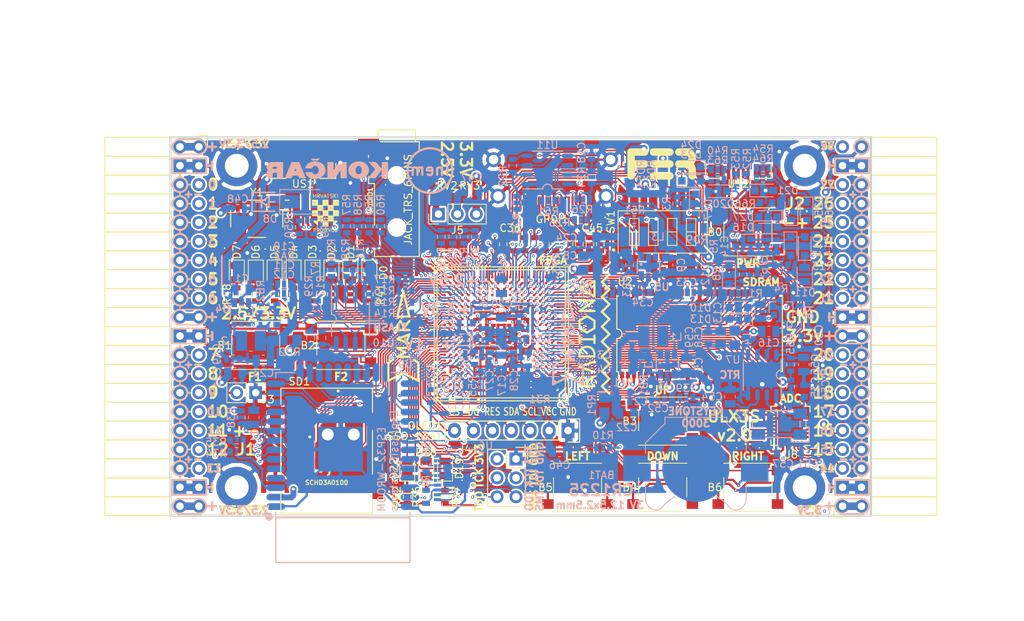
<source format=kicad_pcb>
(kicad_pcb (version 20171130) (host pcbnew 5.0.0-rc2+dfsg1-3)
  (layers (0 F.Cu signal) (1 In1.Cu signal) (2 In2.Cu signal) (31 B.Cu signal) (34 B.Paste user) (35 F.Paste user) (36 B.SilkS user) (37 F.SilkS user) (38 B.Mask user) (39 F.Mask user) (44 Edge.Cuts user))
  (net 0 "")
  (net 1 GND)
  (net 2 +5V)
  (net 3 /gpio/IN5V)
  (net 4 /gpio/OUT5V)
  (net 5 +3V3)
  (net 6 BTN_D)
  (net 7 BTN_F1)
  (net 8 BTN_F2)
  (net 9 BTN_L)
  (net 10 BTN_R)
  (net 11 BTN_U)
  (net 12 /power/FB1)
  (net 13 +2V5)
  (net 14 /power/PWREN)
  (net 15 /power/FB3)
  (net 16 /power/FB2)
  (net 17 /power/VBAT)
  (net 18 JTAG_TDI)
  (net 19 JTAG_TCK)
  (net 20 JTAG_TMS)
  (net 21 JTAG_TDO)
  (net 22 /power/WAKEUPn)
  (net 23 /power/WKUP)
  (net 24 /power/SHUT)
  (net 25 /power/WAKE)
  (net 26 /power/HOLD)
  (net 27 /power/WKn)
  (net 28 /power/OSCI_32k)
  (net 29 /power/OSCO_32k)
  (net 30 SHUTDOWN)
  (net 31 GPDI_SDA)
  (net 32 GPDI_SCL)
  (net 33 /gpdi/VREF2)
  (net 34 SD_CMD)
  (net 35 SD_CLK)
  (net 36 SD_D0)
  (net 37 SD_D1)
  (net 38 USB5V)
  (net 39 GPDI_CEC)
  (net 40 nRESET)
  (net 41 FTDI_nDTR)
  (net 42 SDRAM_CKE)
  (net 43 SDRAM_A7)
  (net 44 SDRAM_D15)
  (net 45 SDRAM_BA1)
  (net 46 SDRAM_D7)
  (net 47 SDRAM_A6)
  (net 48 SDRAM_CLK)
  (net 49 SDRAM_D13)
  (net 50 SDRAM_BA0)
  (net 51 SDRAM_D6)
  (net 52 SDRAM_A5)
  (net 53 SDRAM_D14)
  (net 54 SDRAM_A11)
  (net 55 SDRAM_D12)
  (net 56 SDRAM_D5)
  (net 57 SDRAM_A4)
  (net 58 SDRAM_A10)
  (net 59 SDRAM_D11)
  (net 60 SDRAM_A3)
  (net 61 SDRAM_D4)
  (net 62 SDRAM_D10)
  (net 63 SDRAM_D9)
  (net 64 SDRAM_A9)
  (net 65 SDRAM_D3)
  (net 66 SDRAM_D8)
  (net 67 SDRAM_A8)
  (net 68 SDRAM_A2)
  (net 69 SDRAM_A1)
  (net 70 SDRAM_A0)
  (net 71 SDRAM_D2)
  (net 72 SDRAM_D1)
  (net 73 SDRAM_D0)
  (net 74 SDRAM_DQM0)
  (net 75 SDRAM_nCS)
  (net 76 SDRAM_nRAS)
  (net 77 SDRAM_DQM1)
  (net 78 SDRAM_nCAS)
  (net 79 SDRAM_nWE)
  (net 80 /flash/FLASH_nWP)
  (net 81 /flash/FLASH_nHOLD)
  (net 82 /flash/FLASH_MOSI)
  (net 83 /flash/FLASH_MISO)
  (net 84 /flash/FLASH_SCK)
  (net 85 /flash/FLASH_nCS)
  (net 86 /flash/FPGA_PROGRAMN)
  (net 87 /flash/FPGA_DONE)
  (net 88 /flash/FPGA_INITN)
  (net 89 OLED_RES)
  (net 90 OLED_DC)
  (net 91 OLED_CS)
  (net 92 WIFI_EN)
  (net 93 FTDI_nRTS)
  (net 94 FTDI_TXD)
  (net 95 FTDI_RXD)
  (net 96 WIFI_RXD)
  (net 97 WIFI_GPIO0)
  (net 98 WIFI_TXD)
  (net 99 USB_FTDI_D+)
  (net 100 USB_FTDI_D-)
  (net 101 SD_D3)
  (net 102 AUDIO_L3)
  (net 103 AUDIO_L2)
  (net 104 AUDIO_L1)
  (net 105 AUDIO_L0)
  (net 106 AUDIO_R3)
  (net 107 AUDIO_R2)
  (net 108 AUDIO_R1)
  (net 109 AUDIO_R0)
  (net 110 OLED_CLK)
  (net 111 OLED_MOSI)
  (net 112 LED0)
  (net 113 LED1)
  (net 114 LED2)
  (net 115 LED3)
  (net 116 LED4)
  (net 117 LED5)
  (net 118 LED6)
  (net 119 LED7)
  (net 120 BTN_PWRn)
  (net 121 FTDI_nTXLED)
  (net 122 FTDI_nSLEEP)
  (net 123 /blinkey/LED_PWREN)
  (net 124 /blinkey/LED_TXLED)
  (net 125 /sdcard/SD3V3)
  (net 126 SD_D2)
  (net 127 CLK_25MHz)
  (net 128 /blinkey/BTNPUL)
  (net 129 /blinkey/BTNPUR)
  (net 130 USB_FPGA_D+)
  (net 131 /power/FTDI_nSUSPEND)
  (net 132 /blinkey/ALED0)
  (net 133 /blinkey/ALED1)
  (net 134 /blinkey/ALED2)
  (net 135 /blinkey/ALED3)
  (net 136 /blinkey/ALED4)
  (net 137 /blinkey/ALED5)
  (net 138 /blinkey/ALED6)
  (net 139 /blinkey/ALED7)
  (net 140 /usb/FTD-)
  (net 141 /usb/FTD+)
  (net 142 ADC_MISO)
  (net 143 ADC_MOSI)
  (net 144 ADC_CSn)
  (net 145 ADC_SCLK)
  (net 146 SW3)
  (net 147 SW2)
  (net 148 SW1)
  (net 149 USB_FPGA_D-)
  (net 150 /usb/FPD+)
  (net 151 /usb/FPD-)
  (net 152 WIFI_GPIO16)
  (net 153 /usb/ANT_433MHz)
  (net 154 /power/PWRBTn)
  (net 155 PROG_DONE)
  (net 156 /power/P3V3)
  (net 157 /power/P2V5)
  (net 158 /power/L1)
  (net 159 /power/L3)
  (net 160 /power/L2)
  (net 161 FTDI_TXDEN)
  (net 162 SDRAM_A12)
  (net 163 /analog/AUDIO_V)
  (net 164 AUDIO_V3)
  (net 165 AUDIO_V2)
  (net 166 AUDIO_V1)
  (net 167 AUDIO_V0)
  (net 168 /blinkey/LED_WIFI)
  (net 169 /power/P1V1)
  (net 170 +1V1)
  (net 171 SW4)
  (net 172 /blinkey/SWPU)
  (net 173 /wifi/WIFIEN)
  (net 174 FT2V5)
  (net 175 GN0)
  (net 176 GP0)
  (net 177 GN1)
  (net 178 GP1)
  (net 179 GN2)
  (net 180 GP2)
  (net 181 GN3)
  (net 182 GP3)
  (net 183 GN4)
  (net 184 GP4)
  (net 185 GN5)
  (net 186 GP5)
  (net 187 GN6)
  (net 188 GP6)
  (net 189 GN14)
  (net 190 GP14)
  (net 191 GN15)
  (net 192 GP15)
  (net 193 GN16)
  (net 194 GP16)
  (net 195 GN17)
  (net 196 GP17)
  (net 197 GN18)
  (net 198 GP18)
  (net 199 GN19)
  (net 200 GP19)
  (net 201 GN20)
  (net 202 GP20)
  (net 203 GN21)
  (net 204 GP21)
  (net 205 GN22)
  (net 206 GP22)
  (net 207 GN23)
  (net 208 GP23)
  (net 209 GN24)
  (net 210 GP24)
  (net 211 GN25)
  (net 212 GP25)
  (net 213 GN26)
  (net 214 GP26)
  (net 215 GN27)
  (net 216 GP27)
  (net 217 GN7)
  (net 218 GP7)
  (net 219 GN8)
  (net 220 GP8)
  (net 221 GN9)
  (net 222 GP9)
  (net 223 GN10)
  (net 224 GP10)
  (net 225 GN11)
  (net 226 GP11)
  (net 227 GN12)
  (net 228 GP12)
  (net 229 GN13)
  (net 230 GP13)
  (net 231 WIFI_GPIO5)
  (net 232 WIFI_GPIO17)
  (net 233 USB_FPGA_PULL_D+)
  (net 234 USB_FPGA_PULL_D-)
  (net 235 "Net-(D23-Pad2)")
  (net 236 "Net-(D24-Pad1)")
  (net 237 "Net-(D25-Pad2)")
  (net 238 "Net-(D26-Pad1)")
  (net 239 /gpdi/GPDI_ETH+)
  (net 240 FPDI_ETH+)
  (net 241 /gpdi/GPDI_ETH-)
  (net 242 FPDI_ETH-)
  (net 243 /gpdi/GPDI_D2-)
  (net 244 FPDI_D2-)
  (net 245 /gpdi/GPDI_D1-)
  (net 246 FPDI_D1-)
  (net 247 /gpdi/GPDI_D0-)
  (net 248 FPDI_D0-)
  (net 249 /gpdi/GPDI_CLK-)
  (net 250 FPDI_CLK-)
  (net 251 /gpdi/GPDI_D2+)
  (net 252 FPDI_D2+)
  (net 253 /gpdi/GPDI_D1+)
  (net 254 FPDI_D1+)
  (net 255 /gpdi/GPDI_D0+)
  (net 256 FPDI_D0+)
  (net 257 /gpdi/GPDI_CLK+)
  (net 258 FPDI_CLK+)
  (net 259 FPDI_SDA)
  (net 260 FPDI_SCL)
  (net 261 /gpdi/FPDI_CEC)
  (net 262 2V5_3V3)
  (net 263 "Net-(AUDIO1-Pad5)")
  (net 264 "Net-(AUDIO1-Pad6)")
  (net 265 "Net-(U1-PadA15)")
  (net 266 "Net-(U1-PadC9)")
  (net 267 "Net-(U1-PadD9)")
  (net 268 "Net-(U1-PadD10)")
  (net 269 "Net-(U1-PadD11)")
  (net 270 "Net-(U1-PadD12)")
  (net 271 "Net-(U1-PadE6)")
  (net 272 "Net-(U1-PadE9)")
  (net 273 "Net-(U1-PadE10)")
  (net 274 "Net-(U1-PadE11)")
  (net 275 "Net-(U1-PadJ4)")
  (net 276 "Net-(U1-PadJ5)")
  (net 277 "Net-(U1-PadK5)")
  (net 278 "Net-(U1-PadL5)")
  (net 279 "Net-(U1-PadM4)")
  (net 280 "Net-(U1-PadM5)")
  (net 281 SD_CD)
  (net 282 SD_WP)
  (net 283 "Net-(U1-PadR3)")
  (net 284 "Net-(U1-PadT16)")
  (net 285 "Net-(U1-PadW4)")
  (net 286 "Net-(U1-PadW5)")
  (net 287 "Net-(U1-PadW8)")
  (net 288 "Net-(U1-PadW9)")
  (net 289 "Net-(U1-PadW13)")
  (net 290 "Net-(U1-PadW14)")
  (net 291 "Net-(U1-PadW17)")
  (net 292 "Net-(U1-PadW18)")
  (net 293 FTDI_nRXLED)
  (net 294 "Net-(U8-Pad12)")
  (net 295 "Net-(U8-Pad25)")
  (net 296 "Net-(U9-Pad32)")
  (net 297 "Net-(U9-Pad22)")
  (net 298 "Net-(U9-Pad21)")
  (net 299 "Net-(U9-Pad20)")
  (net 300 "Net-(U9-Pad19)")
  (net 301 "Net-(U9-Pad18)")
  (net 302 "Net-(U9-Pad17)")
  (net 303 "Net-(U9-Pad12)")
  (net 304 "Net-(U9-Pad5)")
  (net 305 "Net-(U9-Pad4)")
  (net 306 "Net-(US1-Pad4)")
  (net 307 "Net-(Y2-Pad3)")
  (net 308 "Net-(Y2-Pad2)")
  (net 309 "Net-(U1-PadK16)")
  (net 310 "Net-(U1-PadK17)")
  (net 311 /usb/US2VBUS)
  (net 312 /power/SHD)
  (net 313 /power/RTCVDD)
  (net 314 "Net-(D27-Pad2)")
  (net 315 US2_ID)
  (net 316 /analog/AUDIO_L)
  (net 317 /analog/AUDIO_R)
  (net 318 /analog/ADC3V3)
  (module Keystone_3000_1x12mm-CoinCell:Keystone_3000_1x12mm-CoinCell (layer B.Cu) (at 164.585 105.87 90)
    (fp_text reference BAT1 (at -0.907 -12.685 180) (layer B.SilkS) (effects (justify mirror)))
    (fp_text value CR1225)
    (pad 1 smd rect (at 0 7.9 180) (size 3.7 3.5) (layers B.Cu B.Paste B.Mask) (net 17 /power/VBAT) (clearance 0.7))
    (pad 1 smd rect (at 0 -7.9 180) (size 3.7 3.5) (layers B.Cu B.Paste B.Mask) (net 17 /power/VBAT) (clearance 0.7))
    (pad 2 smd circle (at 0 0 180) (size 9 9) (layers B.Cu B.Mask) (net 1 GND))
  )
  (module SM8:SM8 (layer B.Cu) (at 144.68 65.8015 90)
    (fp_text reference U11 (at 3.3475 -0.019 -180) (layer B.SilkS) (effects (justify mirror)))
    (fp_text value PCA9306D)
    (pad 1 smd rect (at -1.905 -2.7) (size 1.55 0.6) (layers B.Cu B.Paste B.Mask) (net 1 GND))
    (pad 2 smd oval (at -0.635 -2.7) (size 1.55 0.6) (layers B.Cu B.Paste B.Mask) (net 13 +2V5))
    (pad 3 smd oval (at 0.635 -2.7) (size 1.55 0.6) (layers B.Cu B.Paste B.Mask) (net 260 FPDI_SCL))
    (pad 4 smd oval (at 1.905 -2.7) (size 1.55 0.6) (layers B.Cu B.Paste B.Mask) (net 259 FPDI_SDA))
    (pad 5 smd oval (at 1.905 2.7) (size 1.55 0.6) (layers B.Cu B.Paste B.Mask) (net 31 GPDI_SDA))
    (pad 6 smd oval (at 0.635 2.7) (size 1.55 0.6) (layers B.Cu B.Paste B.Mask) (net 32 GPDI_SCL))
    (pad 7 smd oval (at -0.635 2.7) (size 1.55 0.6) (layers B.Cu B.Paste B.Mask) (net 33 /gpdi/VREF2))
    (pad 8 smd oval (at -1.905 2.7) (size 1.55 0.6) (layers B.Cu B.Paste B.Mask) (net 5 +3V3))
  )
  (module TSOP54:TSOP54 (layer F.Cu) (at 165.093 87.8 90)
    (fp_text reference U2 (at 6.98 -9.993 180) (layer F.SilkS))
    (fp_text value MT48LC16M16A2TG)
    (pad 28 smd rect (at 5.53 10.4 90) (size 0.9 0.56) (layers F.Cu F.Paste F.Mask) (net 1 GND))
    (pad 1 smd rect (at -5.53 -10.4 90) (size 0.9 0.56) (layers F.Cu F.Paste F.Mask) (net 5 +3V3))
    (pad 2 smd rect (at -5.53 -9.6 90) (size 0.9 0.56) (layers F.Cu F.Paste F.Mask) (net 73 SDRAM_D0))
    (pad 3 smd rect (at -5.53 -8.8 90) (size 0.9 0.56) (layers F.Cu F.Paste F.Mask) (net 5 +3V3))
    (pad 4 smd rect (at -5.53 -8 90) (size 0.9 0.56) (layers F.Cu F.Paste F.Mask) (net 72 SDRAM_D1))
    (pad 5 smd rect (at -5.53 -7.2 90) (size 0.9 0.56) (layers F.Cu F.Paste F.Mask) (net 71 SDRAM_D2))
    (pad 6 smd rect (at -5.53 -6.4 90) (size 0.9 0.56) (layers F.Cu F.Paste F.Mask) (net 1 GND))
    (pad 7 smd rect (at -5.53 -5.6 90) (size 0.9 0.56) (layers F.Cu F.Paste F.Mask) (net 65 SDRAM_D3))
    (pad 8 smd rect (at -5.53 -4.8 90) (size 0.9 0.56) (layers F.Cu F.Paste F.Mask) (net 61 SDRAM_D4))
    (pad 9 smd rect (at -5.53 -4 90) (size 0.9 0.56) (layers F.Cu F.Paste F.Mask) (net 5 +3V3))
    (pad 10 smd rect (at -5.53 -3.2 90) (size 0.9 0.56) (layers F.Cu F.Paste F.Mask) (net 56 SDRAM_D5))
    (pad 11 smd rect (at -5.53 -2.4 90) (size 0.9 0.56) (layers F.Cu F.Paste F.Mask) (net 51 SDRAM_D6))
    (pad 12 smd rect (at -5.53 -1.6 90) (size 0.9 0.56) (layers F.Cu F.Paste F.Mask) (net 1 GND))
    (pad 13 smd rect (at -5.53 -0.8 90) (size 0.9 0.56) (layers F.Cu F.Paste F.Mask) (net 46 SDRAM_D7))
    (pad 14 smd rect (at -5.53 0 90) (size 0.9 0.56) (layers F.Cu F.Paste F.Mask) (net 5 +3V3))
    (pad 15 smd rect (at -5.53 0.8 90) (size 0.9 0.56) (layers F.Cu F.Paste F.Mask) (net 74 SDRAM_DQM0))
    (pad 16 smd rect (at -5.53 1.6 90) (size 0.9 0.56) (layers F.Cu F.Paste F.Mask) (net 79 SDRAM_nWE))
    (pad 17 smd rect (at -5.53 2.4 90) (size 0.9 0.56) (layers F.Cu F.Paste F.Mask) (net 78 SDRAM_nCAS))
    (pad 18 smd rect (at -5.53 3.2 90) (size 0.9 0.56) (layers F.Cu F.Paste F.Mask) (net 76 SDRAM_nRAS))
    (pad 19 smd rect (at -5.53 4 90) (size 0.9 0.56) (layers F.Cu F.Paste F.Mask) (net 75 SDRAM_nCS))
    (pad 20 smd rect (at -5.53 4.8 90) (size 0.9 0.56) (layers F.Cu F.Paste F.Mask) (net 50 SDRAM_BA0))
    (pad 21 smd rect (at -5.53 5.6 90) (size 0.9 0.56) (layers F.Cu F.Paste F.Mask) (net 45 SDRAM_BA1))
    (pad 22 smd rect (at -5.53 6.4 90) (size 0.9 0.56) (layers F.Cu F.Paste F.Mask) (net 58 SDRAM_A10))
    (pad 23 smd rect (at -5.53 7.2 90) (size 0.9 0.56) (layers F.Cu F.Paste F.Mask) (net 70 SDRAM_A0))
    (pad 24 smd rect (at -5.53 8 90) (size 0.9 0.56) (layers F.Cu F.Paste F.Mask) (net 69 SDRAM_A1))
    (pad 25 smd rect (at -5.53 8.8 90) (size 0.9 0.56) (layers F.Cu F.Paste F.Mask) (net 68 SDRAM_A2))
    (pad 26 smd rect (at -5.53 9.6 90) (size 0.9 0.56) (layers F.Cu F.Paste F.Mask) (net 60 SDRAM_A3))
    (pad 27 smd rect (at -5.53 10.4 90) (size 0.9 0.56) (layers F.Cu F.Paste F.Mask) (net 5 +3V3))
    (pad 29 smd rect (at 5.53 9.6 90) (size 0.9 0.56) (layers F.Cu F.Paste F.Mask) (net 57 SDRAM_A4))
    (pad 30 smd rect (at 5.53 8.8 90) (size 0.9 0.56) (layers F.Cu F.Paste F.Mask) (net 52 SDRAM_A5))
    (pad 31 smd rect (at 5.53 8 90) (size 0.9 0.56) (layers F.Cu F.Paste F.Mask) (net 47 SDRAM_A6))
    (pad 32 smd rect (at 5.53 7.2 90) (size 0.9 0.56) (layers F.Cu F.Paste F.Mask) (net 43 SDRAM_A7))
    (pad 33 smd rect (at 5.53 6.4 90) (size 0.9 0.56) (layers F.Cu F.Paste F.Mask) (net 67 SDRAM_A8))
    (pad 34 smd rect (at 5.53 5.6 90) (size 0.9 0.56) (layers F.Cu F.Paste F.Mask) (net 64 SDRAM_A9))
    (pad 35 smd rect (at 5.53 4.8 90) (size 0.9 0.56) (layers F.Cu F.Paste F.Mask) (net 54 SDRAM_A11))
    (pad 36 smd rect (at 5.53 4 90) (size 0.9 0.56) (layers F.Cu F.Paste F.Mask) (net 162 SDRAM_A12))
    (pad 37 smd rect (at 5.53 3.2 90) (size 0.9 0.56) (layers F.Cu F.Paste F.Mask) (net 42 SDRAM_CKE))
    (pad 38 smd rect (at 5.53 2.4 90) (size 0.9 0.56) (layers F.Cu F.Paste F.Mask) (net 48 SDRAM_CLK))
    (pad 39 smd rect (at 5.53 1.6 90) (size 0.9 0.56) (layers F.Cu F.Paste F.Mask) (net 77 SDRAM_DQM1))
    (pad 40 smd rect (at 5.53 0.8 90) (size 0.9 0.56) (layers F.Cu F.Paste F.Mask))
    (pad 41 smd rect (at 5.53 0 90) (size 0.9 0.56) (layers F.Cu F.Paste F.Mask) (net 1 GND))
    (pad 42 smd rect (at 5.53 -0.8 90) (size 0.9 0.56) (layers F.Cu F.Paste F.Mask) (net 66 SDRAM_D8))
    (pad 43 smd rect (at 5.53 -1.6 90) (size 0.9 0.56) (layers F.Cu F.Paste F.Mask) (net 5 +3V3))
    (pad 44 smd rect (at 5.53 -2.4 90) (size 0.9 0.56) (layers F.Cu F.Paste F.Mask) (net 63 SDRAM_D9))
    (pad 45 smd rect (at 5.53 -3.2 90) (size 0.9 0.56) (layers F.Cu F.Paste F.Mask) (net 62 SDRAM_D10))
    (pad 46 smd rect (at 5.53 -4 90) (size 0.9 0.56) (layers F.Cu F.Paste F.Mask) (net 1 GND))
    (pad 47 smd rect (at 5.53 -4.8 90) (size 0.9 0.56) (layers F.Cu F.Paste F.Mask) (net 59 SDRAM_D11))
    (pad 48 smd rect (at 5.53 -5.6 90) (size 0.9 0.56) (layers F.Cu F.Paste F.Mask) (net 55 SDRAM_D12))
    (pad 49 smd rect (at 5.53 -6.4 90) (size 0.9 0.56) (layers F.Cu F.Paste F.Mask) (net 5 +3V3))
    (pad 50 smd rect (at 5.53 -7.2 90) (size 0.9 0.56) (layers F.Cu F.Paste F.Mask) (net 49 SDRAM_D13))
    (pad 51 smd rect (at 5.53 -8 90) (size 0.9 0.56) (layers F.Cu F.Paste F.Mask) (net 53 SDRAM_D14))
    (pad 52 smd rect (at 5.53 -8.8 90) (size 0.9 0.56) (layers F.Cu F.Paste F.Mask) (net 1 GND))
    (pad 53 smd rect (at 5.53 -9.6 90) (size 0.9 0.56) (layers F.Cu F.Paste F.Mask) (net 44 SDRAM_D15))
    (pad 54 smd rect (at 5.53 -10.4 90) (size 0.9 0.56) (layers F.Cu F.Paste F.Mask) (net 1 GND))
  )
  (module SOA008-150mil:SOA008-150-208mil (layer B.Cu) (at 118.245 85.822 270)
    (fp_text reference U10 (at 3.175 -4.445) (layer B.SilkS) (effects (justify mirror)))
    (fp_text value IS25LP128F-JBLE)
    (pad 1 smd rect (at -3.302 1.905 270) (size 2.1 0.6) (layers B.Cu B.Paste B.Mask) (net 85 /flash/FLASH_nCS))
    (pad 2 smd oval (at -3.302 0.635 270) (size 2.1 0.6) (layers B.Cu B.Paste B.Mask) (net 83 /flash/FLASH_MISO))
    (pad 3 smd oval (at -3.302 -0.635 270) (size 2.1 0.6) (layers B.Cu B.Paste B.Mask) (net 80 /flash/FLASH_nWP))
    (pad 4 smd oval (at -3.302 -1.905 270) (size 2.1 0.6) (layers B.Cu B.Paste B.Mask) (net 1 GND))
    (pad 5 smd oval (at 3.302 -1.905 270) (size 2.1 0.6) (layers B.Cu B.Paste B.Mask) (net 82 /flash/FLASH_MOSI))
    (pad 6 smd oval (at 3.302 -0.635 270) (size 2.1 0.6) (layers B.Cu B.Paste B.Mask) (net 84 /flash/FLASH_SCK))
    (pad 7 smd oval (at 3.302 0.635 270) (size 2.1 0.6) (layers B.Cu B.Paste B.Mask) (net 81 /flash/FLASH_nHOLD))
    (pad 8 smd oval (at 3.302 1.905 270) (size 2.1 0.6) (layers B.Cu B.Paste B.Mask) (net 5 +3V3))
  )
  (module SOT96-1:SOT96-1 (layer B.Cu) (at 173.49 93.315 90)
    (fp_text reference U7 (at 2.032 -3.937 180) (layer B.SilkS) (effects (justify mirror)))
    (fp_text value PCF8523)
    (pad 1 smd rect (at -2.7 1.905 90) (size 1.55 0.6) (layers B.Cu B.Paste B.Mask) (net 28 /power/OSCI_32k))
    (pad 2 smd oval (at -2.7 0.635 90) (size 1.55 0.6) (layers B.Cu B.Paste B.Mask) (net 29 /power/OSCO_32k))
    (pad 3 smd oval (at -2.7 -0.635 90) (size 1.55 0.6) (layers B.Cu B.Paste B.Mask) (net 17 /power/VBAT))
    (pad 4 smd oval (at -2.7 -1.905 90) (size 1.55 0.6) (layers B.Cu B.Paste B.Mask) (net 1 GND))
    (pad 5 smd oval (at 2.7 -1.905 90) (size 1.55 0.6) (layers B.Cu B.Paste B.Mask) (net 259 FPDI_SDA))
    (pad 6 smd oval (at 2.7 -0.635 90) (size 1.55 0.6) (layers B.Cu B.Paste B.Mask) (net 260 FPDI_SCL))
    (pad 7 smd oval (at 2.7 0.635 90) (size 1.55 0.6) (layers B.Cu B.Paste B.Mask) (net 22 /power/WAKEUPn))
    (pad 8 smd oval (at 2.7 1.905 90) (size 1.55 0.6) (layers B.Cu B.Paste B.Mask) (net 313 /power/RTCVDD))
  )
  (module ft231x:FT231X-SSOP-20_4.4x6.5mm_Pitch0.65mm (layer B.Cu) (at 132.835 107.14 180)
    (fp_text reference U6 (at -3.556 4.318 180) (layer B.SilkS) (effects (justify mirror)))
    (fp_text value FT231XS)
    (pad 20 smd rect (at 2.9 2.925 180) (size 1 0.4) (layers B.Cu B.Paste B.Mask) (net 94 FTDI_TXD))
    (pad 19 smd rect (at 2.9 2.275 180) (size 1 0.4) (layers B.Cu B.Paste B.Mask) (net 122 FTDI_nSLEEP))
    (pad 18 smd rect (at 2.9 1.625 180) (size 1 0.4) (layers B.Cu B.Paste B.Mask) (net 161 FTDI_TXDEN))
    (pad 17 smd rect (at 2.9 0.975 180) (size 1 0.4) (layers B.Cu B.Paste B.Mask) (net 293 FTDI_nRXLED))
    (pad 16 smd rect (at 2.9 0.325 180) (size 1 0.4) (layers B.Cu B.Paste B.Mask) (net 1 GND))
    (pad 15 smd rect (at 2.9 -0.325 180) (size 1 0.4) (layers B.Cu B.Paste B.Mask) (net 38 USB5V))
    (pad 14 smd rect (at 2.9 -0.975 180) (size 1 0.4) (layers B.Cu B.Paste B.Mask) (net 40 nRESET))
    (pad 13 smd rect (at 2.9 -1.625 180) (size 1 0.4) (layers B.Cu B.Paste B.Mask) (net 174 FT2V5))
    (pad 12 smd rect (at 2.9 -2.275 180) (size 1 0.4) (layers B.Cu B.Paste B.Mask) (net 100 USB_FTDI_D-))
    (pad 11 smd rect (at 2.9 -2.925 180) (size 1 0.4) (layers B.Cu B.Paste B.Mask) (net 99 USB_FTDI_D+))
    (pad 10 smd rect (at -2.9 -2.925 180) (size 1 0.4) (layers B.Cu B.Paste B.Mask) (net 121 FTDI_nTXLED))
    (pad 9 smd rect (at -2.9 -2.275 180) (size 1 0.4) (layers B.Cu B.Paste B.Mask) (net 21 JTAG_TDO))
    (pad 8 smd rect (at -2.9 -1.625 180) (size 1 0.4) (layers B.Cu B.Paste B.Mask) (net 20 JTAG_TMS))
    (pad 7 smd rect (at -2.9 -0.975 180) (size 1 0.4) (layers B.Cu B.Paste B.Mask) (net 19 JTAG_TCK))
    (pad 6 smd rect (at -2.9 -0.325 180) (size 1 0.4) (layers B.Cu B.Paste B.Mask) (net 1 GND))
    (pad 5 smd rect (at -2.9 0.325 180) (size 1 0.4) (layers B.Cu B.Paste B.Mask) (net 18 JTAG_TDI))
    (pad 4 smd rect (at -2.9 0.975 180) (size 1 0.4) (layers B.Cu B.Paste B.Mask) (net 95 FTDI_RXD))
    (pad 3 smd rect (at -2.9 1.625 180) (size 1 0.4) (layers B.Cu B.Paste B.Mask) (net 174 FT2V5))
    (pad 2 smd rect (at -2.9 2.275 180) (size 1 0.4) (layers B.Cu B.Paste B.Mask) (net 93 FTDI_nRTS))
    (pad 1 smd rect (at -2.9 2.925 180) (size 1 0.4) (layers B.Cu B.Paste B.Mask) (net 41 FTDI_nDTR))
  )
  (module TSOT-25:TSOT-25 (layer B.Cu) (at 158.235 78.692)
    (fp_text reference U5 (at 1.793 2.812) (layer B.SilkS) (effects (font (thickness 0.2)) (justify mirror)))
    (fp_text value TLV62569DBV)
    (pad 1 smd rect (at -0.95 -1.3) (size 0.7 1.2) (layers B.Cu B.Paste B.Mask) (net 14 /power/PWREN))
    (pad 2 smd rect (at 0 -1.3) (size 0.7 1.2) (layers B.Cu B.Paste B.Mask) (net 1 GND))
    (pad 3 smd rect (at 0.95 -1.3) (size 0.7 1.2) (layers B.Cu B.Paste B.Mask) (net 159 /power/L3))
    (pad 4 smd rect (at 0.95 1.3) (size 0.7 1.2) (layers B.Cu B.Paste B.Mask) (net 2 +5V))
    (pad 5 smd rect (at -0.95 1.3) (size 0.7 1.2) (layers B.Cu B.Paste B.Mask) (net 15 /power/FB3))
  )
  (module TSOT-25:TSOT-25 (layer B.Cu) (at 160.775 91.9)
    (fp_text reference U3 (at -0.295 2.9) (layer B.SilkS) (effects (font (thickness 0.2)) (justify mirror)))
    (fp_text value TLV62569DBV)
    (pad 1 smd rect (at -0.95 -1.3) (size 0.7 1.2) (layers B.Cu B.Paste B.Mask) (net 14 /power/PWREN))
    (pad 2 smd rect (at 0 -1.3) (size 0.7 1.2) (layers B.Cu B.Paste B.Mask) (net 1 GND))
    (pad 3 smd rect (at 0.95 -1.3) (size 0.7 1.2) (layers B.Cu B.Paste B.Mask) (net 158 /power/L1))
    (pad 4 smd rect (at 0.95 1.3) (size 0.7 1.2) (layers B.Cu B.Paste B.Mask) (net 2 +5V))
    (pad 5 smd rect (at -0.95 1.3) (size 0.7 1.2) (layers B.Cu B.Paste B.Mask) (net 12 /power/FB1))
  )
  (module TSOT-25:TSOT-25 (layer B.Cu) (at 103.625 84.915 180)
    (fp_text reference U4 (at 2.525 0.4265 180) (layer B.SilkS) (effects (font (thickness 0.2)) (justify mirror)))
    (fp_text value TLV62569DBV)
    (pad 1 smd rect (at -0.95 -1.3 180) (size 0.7 1.2) (layers B.Cu B.Paste B.Mask) (net 14 /power/PWREN))
    (pad 2 smd rect (at 0 -1.3 180) (size 0.7 1.2) (layers B.Cu B.Paste B.Mask) (net 1 GND))
    (pad 3 smd rect (at 0.95 -1.3 180) (size 0.7 1.2) (layers B.Cu B.Paste B.Mask) (net 160 /power/L2))
    (pad 4 smd rect (at 0.95 1.3 180) (size 0.7 1.2) (layers B.Cu B.Paste B.Mask) (net 2 +5V))
    (pad 5 smd rect (at -0.95 1.3 180) (size 0.7 1.2) (layers B.Cu B.Paste B.Mask) (net 16 /power/FB2))
  )
  (module ESP32:ESP32-WROOM (layer B.Cu) (at 117.23 105.75 180)
    (fp_text reference U9 (at -8.366 13.85 180) (layer B.SilkS) (effects (justify mirror)))
    (fp_text value ESP-WROOM32)
    (fp_text user "Espressif Systems" (at -6.858 0.889 90) (layer B.SilkS) (effects (justify mirror)))
    (fp_text user ESP32-WROOM (at -5.207 -0.254 90) (layer B.SilkS) (effects (justify mirror)))
    (pad 38 smd oval (at -9 -5.25 180) (size 2.5 0.9) (layers B.Cu B.Paste B.Mask) (net 1 GND))
    (pad 37 smd oval (at -9 -3.98 180) (size 2.5 0.9) (layers B.Cu B.Paste B.Mask) (net 18 JTAG_TDI))
    (pad 36 smd oval (at -9 -2.71 180) (size 2.5 0.9) (layers B.Cu B.Paste B.Mask) (net 155 PROG_DONE))
    (pad 35 smd oval (at -9 -1.44 180) (size 2.5 0.9) (layers B.Cu B.Paste B.Mask) (net 98 WIFI_TXD))
    (pad 34 smd oval (at -9 -0.17 180) (size 2.5 0.9) (layers B.Cu B.Paste B.Mask) (net 96 WIFI_RXD))
    (pad 33 smd oval (at -9 1.1 180) (size 2.5 0.9) (layers B.Cu B.Paste B.Mask) (net 20 JTAG_TMS))
    (pad 32 smd oval (at -9 2.37 180) (size 2.5 0.9) (layers B.Cu B.Paste B.Mask) (net 296 "Net-(U9-Pad32)"))
    (pad 31 smd oval (at -9 3.64 180) (size 2.5 0.9) (layers B.Cu B.Paste B.Mask) (net 21 JTAG_TDO))
    (pad 30 smd oval (at -9 4.91 180) (size 2.5 0.9) (layers B.Cu B.Paste B.Mask) (net 19 JTAG_TCK))
    (pad 29 smd oval (at -9 6.18 180) (size 2.5 0.9) (layers B.Cu B.Paste B.Mask) (net 231 WIFI_GPIO5))
    (pad 28 smd oval (at -9 7.45 180) (size 2.5 0.9) (layers B.Cu B.Paste B.Mask) (net 232 WIFI_GPIO17))
    (pad 27 smd oval (at -9 8.72 180) (size 2.5 0.9) (layers B.Cu B.Paste B.Mask) (net 152 WIFI_GPIO16))
    (pad 26 smd oval (at -9 9.99 180) (size 2.5 0.9) (layers B.Cu B.Paste B.Mask) (net 37 SD_D1))
    (pad 25 smd oval (at -9 11.26 180) (size 2.5 0.9) (layers B.Cu B.Paste B.Mask) (net 97 WIFI_GPIO0))
    (pad 24 smd oval (at -5.715 12.75 180) (size 0.9 2.5) (layers B.Cu B.Paste B.Mask) (net 36 SD_D0))
    (pad 23 smd oval (at -4.445 12.75 180) (size 0.9 2.5) (layers B.Cu B.Paste B.Mask) (net 34 SD_CMD))
    (pad 22 smd oval (at -3.175 12.75 180) (size 0.9 2.5) (layers B.Cu B.Paste B.Mask) (net 297 "Net-(U9-Pad22)"))
    (pad 21 smd oval (at -1.905 12.75 180) (size 0.9 2.5) (layers B.Cu B.Paste B.Mask) (net 298 "Net-(U9-Pad21)"))
    (pad 20 smd oval (at -0.635 12.75 180) (size 0.9 2.5) (layers B.Cu B.Paste B.Mask) (net 299 "Net-(U9-Pad20)"))
    (pad 19 smd oval (at 0.635 12.75 180) (size 0.9 2.5) (layers B.Cu B.Paste B.Mask) (net 300 "Net-(U9-Pad19)"))
    (pad 18 smd oval (at 1.905 12.75 180) (size 0.9 2.5) (layers B.Cu B.Paste B.Mask) (net 301 "Net-(U9-Pad18)"))
    (pad 17 smd oval (at 3.175 12.75 180) (size 0.9 2.5) (layers B.Cu B.Paste B.Mask) (net 302 "Net-(U9-Pad17)"))
    (pad 16 smd oval (at 4.445 12.75 180) (size 0.9 2.5) (layers B.Cu B.Paste B.Mask) (net 101 SD_D3))
    (pad 15 smd oval (at 5.715 12.75 180) (size 0.9 2.5) (layers B.Cu B.Paste B.Mask) (net 1 GND))
    (pad 14 smd oval (at 9 11.26 180) (size 2.5 0.9) (layers B.Cu B.Paste B.Mask) (net 126 SD_D2))
    (pad 13 smd oval (at 9 9.99 180) (size 2.5 0.9) (layers B.Cu B.Paste B.Mask) (net 35 SD_CLK))
    (pad 12 smd oval (at 9 8.72 180) (size 2.5 0.9) (layers B.Cu B.Paste B.Mask) (net 303 "Net-(U9-Pad12)"))
    (pad 11 smd oval (at 9 7.45 180) (size 2.5 0.9) (layers B.Cu B.Paste B.Mask) (net 225 GN11))
    (pad 10 smd oval (at 9 6.18 180) (size 2.5 0.9) (layers B.Cu B.Paste B.Mask) (net 226 GP11))
    (pad 9 smd oval (at 9 4.91 180) (size 2.5 0.9) (layers B.Cu B.Paste B.Mask) (net 227 GN12))
    (pad 8 smd oval (at 9 3.64 180) (size 2.5 0.9) (layers B.Cu B.Paste B.Mask) (net 228 GP12))
    (pad 7 smd oval (at 9 2.37 180) (size 2.5 0.9) (layers B.Cu B.Paste B.Mask) (net 229 GN13))
    (pad 6 smd oval (at 9 1.1 180) (size 2.5 0.9) (layers B.Cu B.Paste B.Mask) (net 230 GP13))
    (pad 5 smd oval (at 9 -0.17 180) (size 2.5 0.9) (layers B.Cu B.Paste B.Mask) (net 304 "Net-(U9-Pad5)"))
    (pad 4 smd oval (at 9 -1.44 180) (size 2.5 0.9) (layers B.Cu B.Paste B.Mask) (net 305 "Net-(U9-Pad4)"))
    (pad 3 smd oval (at 9 -2.71 180) (size 2.5 0.9) (layers B.Cu B.Paste B.Mask) (net 173 /wifi/WIFIEN))
    (pad 2 smd oval (at 9 -3.98 180) (size 2.5 0.9) (layers B.Cu B.Paste B.Mask) (net 5 +3V3))
    (pad 1 smd oval (at 9 -5.25 180) (size 2.5 0.9) (layers B.Cu B.Paste B.Mask) (net 1 GND))
    (pad 39 smd rect (at 0.3 2.45 180) (size 6 6) (layers B.Cu B.Paste B.Mask) (net 1 GND))
  )
  (module inem:inem (layer B.Cu) (at 128.913 65.883)
    (fp_text reference REF** hide)
    (fp_text value inem hide)
    (fp_text user inem (at 0 -0.1) (layer B.SilkS) (effects (font (size 1.5 1.5) (thickness 0.3)) (justify mirror)))
  )
  (module fer:fer4mm6 (layer F.Cu) (at 159.901 64.994)
    (fp_text reference fer hide)
    (fp_text value fer hide)
  )
  (module Socket_Strips:Socket_Strip_Angled_2x20 (layer F.Cu) (at 97.91 62.69 270)
    (fp_text reference J1 (at 40.64 -6.35) (layer F.SilkS) (effects (font (size 1.5 1.5) (thickness 0.3))))
    (fp_text value CONN_02X20 hide)
    (pad 1 thru_hole oval (at 0 0 270) (size 1.7272 1.7272) (drill 1.016) (layers *.Cu *.Mask) (net 262 2V5_3V3))
    (pad 2 thru_hole oval (at 0 2.54 270) (size 1.7272 1.7272) (drill 1.016) (layers *.Cu *.Mask) (net 262 2V5_3V3))
    (pad 3 thru_hole rect (at 2.54 0 270) (size 1.7272 1.7272) (drill 1.016) (layers *.Cu *.Mask) (net 1 GND))
    (pad 4 thru_hole rect (at 2.54 2.54 270) (size 1.7272 1.7272) (drill 1.016) (layers *.Cu *.Mask) (net 1 GND))
    (pad 5 thru_hole oval (at 5.08 0 270) (size 1.7272 1.7272) (drill 1.016) (layers *.Cu *.Mask) (net 175 GN0))
    (pad 6 thru_hole oval (at 5.08 2.54 270) (size 1.7272 1.7272) (drill 1.016) (layers *.Cu *.Mask) (net 176 GP0))
    (pad 7 thru_hole oval (at 7.62 0 270) (size 1.7272 1.7272) (drill 1.016) (layers *.Cu *.Mask) (net 177 GN1))
    (pad 8 thru_hole oval (at 7.62 2.54 270) (size 1.7272 1.7272) (drill 1.016) (layers *.Cu *.Mask) (net 178 GP1))
    (pad 9 thru_hole oval (at 10.16 0 270) (size 1.7272 1.7272) (drill 1.016) (layers *.Cu *.Mask) (net 179 GN2))
    (pad 10 thru_hole oval (at 10.16 2.54 270) (size 1.7272 1.7272) (drill 1.016) (layers *.Cu *.Mask) (net 180 GP2))
    (pad 11 thru_hole oval (at 12.7 0 270) (size 1.7272 1.7272) (drill 1.016) (layers *.Cu *.Mask) (net 181 GN3))
    (pad 12 thru_hole oval (at 12.7 2.54 270) (size 1.7272 1.7272) (drill 1.016) (layers *.Cu *.Mask) (net 182 GP3))
    (pad 13 thru_hole oval (at 15.24 0 270) (size 1.7272 1.7272) (drill 1.016) (layers *.Cu *.Mask) (net 183 GN4))
    (pad 14 thru_hole oval (at 15.24 2.54 270) (size 1.7272 1.7272) (drill 1.016) (layers *.Cu *.Mask) (net 184 GP4))
    (pad 15 thru_hole oval (at 17.78 0 270) (size 1.7272 1.7272) (drill 1.016) (layers *.Cu *.Mask) (net 185 GN5))
    (pad 16 thru_hole oval (at 17.78 2.54 270) (size 1.7272 1.7272) (drill 1.016) (layers *.Cu *.Mask) (net 186 GP5))
    (pad 17 thru_hole oval (at 20.32 0 270) (size 1.7272 1.7272) (drill 1.016) (layers *.Cu *.Mask) (net 187 GN6))
    (pad 18 thru_hole oval (at 20.32 2.54 270) (size 1.7272 1.7272) (drill 1.016) (layers *.Cu *.Mask) (net 188 GP6))
    (pad 19 thru_hole oval (at 22.86 0 270) (size 1.7272 1.7272) (drill 1.016) (layers *.Cu *.Mask) (net 262 2V5_3V3))
    (pad 20 thru_hole oval (at 22.86 2.54 270) (size 1.7272 1.7272) (drill 1.016) (layers *.Cu *.Mask) (net 262 2V5_3V3))
    (pad 21 thru_hole rect (at 25.4 0 270) (size 1.7272 1.7272) (drill 1.016) (layers *.Cu *.Mask) (net 1 GND))
    (pad 22 thru_hole rect (at 25.4 2.54 270) (size 1.7272 1.7272) (drill 1.016) (layers *.Cu *.Mask) (net 1 GND))
    (pad 23 thru_hole oval (at 27.94 0 270) (size 1.7272 1.7272) (drill 1.016) (layers *.Cu *.Mask) (net 217 GN7))
    (pad 24 thru_hole oval (at 27.94 2.54 270) (size 1.7272 1.7272) (drill 1.016) (layers *.Cu *.Mask) (net 218 GP7))
    (pad 25 thru_hole oval (at 30.48 0 270) (size 1.7272 1.7272) (drill 1.016) (layers *.Cu *.Mask) (net 219 GN8))
    (pad 26 thru_hole oval (at 30.48 2.54 270) (size 1.7272 1.7272) (drill 1.016) (layers *.Cu *.Mask) (net 220 GP8))
    (pad 27 thru_hole oval (at 33.02 0 270) (size 1.7272 1.7272) (drill 1.016) (layers *.Cu *.Mask) (net 221 GN9))
    (pad 28 thru_hole oval (at 33.02 2.54 270) (size 1.7272 1.7272) (drill 1.016) (layers *.Cu *.Mask) (net 222 GP9))
    (pad 29 thru_hole oval (at 35.56 0 270) (size 1.7272 1.7272) (drill 1.016) (layers *.Cu *.Mask) (net 223 GN10))
    (pad 30 thru_hole oval (at 35.56 2.54 270) (size 1.7272 1.7272) (drill 1.016) (layers *.Cu *.Mask) (net 224 GP10))
    (pad 31 thru_hole oval (at 38.1 0 270) (size 1.7272 1.7272) (drill 1.016) (layers *.Cu *.Mask) (net 225 GN11))
    (pad 32 thru_hole oval (at 38.1 2.54 270) (size 1.7272 1.7272) (drill 1.016) (layers *.Cu *.Mask) (net 226 GP11))
    (pad 33 thru_hole oval (at 40.64 0 270) (size 1.7272 1.7272) (drill 1.016) (layers *.Cu *.Mask) (net 227 GN12))
    (pad 34 thru_hole oval (at 40.64 2.54 270) (size 1.7272 1.7272) (drill 1.016) (layers *.Cu *.Mask) (net 228 GP12))
    (pad 35 thru_hole oval (at 43.18 0 270) (size 1.7272 1.7272) (drill 1.016) (layers *.Cu *.Mask) (net 229 GN13))
    (pad 36 thru_hole oval (at 43.18 2.54 270) (size 1.7272 1.7272) (drill 1.016) (layers *.Cu *.Mask) (net 230 GP13))
    (pad 37 thru_hole rect (at 45.72 0 270) (size 1.7272 1.7272) (drill 1.016) (layers *.Cu *.Mask) (net 1 GND))
    (pad 38 thru_hole rect (at 45.72 2.54 270) (size 1.7272 1.7272) (drill 1.016) (layers *.Cu *.Mask) (net 1 GND))
    (pad 39 thru_hole oval (at 48.26 0 270) (size 1.7272 1.7272) (drill 1.016) (layers *.Cu *.Mask) (net 262 2V5_3V3))
    (pad 40 thru_hole oval (at 48.26 2.54 270) (size 1.7272 1.7272) (drill 1.016) (layers *.Cu *.Mask) (net 262 2V5_3V3))
  )
  (module Socket_Strips:Socket_Strip_Angled_2x20 (layer F.Cu) (at 184.27 110.95 90)
    (fp_text reference J2 (at 40.64 -6.35 180) (layer F.SilkS) (effects (font (size 1.5 1.5) (thickness 0.3))))
    (fp_text value CONN_02X20 hide)
    (pad 1 thru_hole oval (at 0 0 90) (size 1.7272 1.7272) (drill 1.016) (layers *.Cu *.Mask) (net 5 +3V3))
    (pad 2 thru_hole oval (at 0 2.54 90) (size 1.7272 1.7272) (drill 1.016) (layers *.Cu *.Mask) (net 5 +3V3))
    (pad 3 thru_hole rect (at 2.54 0 90) (size 1.7272 1.7272) (drill 1.016) (layers *.Cu *.Mask) (net 1 GND))
    (pad 4 thru_hole rect (at 2.54 2.54 90) (size 1.7272 1.7272) (drill 1.016) (layers *.Cu *.Mask) (net 1 GND))
    (pad 5 thru_hole oval (at 5.08 0 90) (size 1.7272 1.7272) (drill 1.016) (layers *.Cu *.Mask) (net 189 GN14))
    (pad 6 thru_hole oval (at 5.08 2.54 90) (size 1.7272 1.7272) (drill 1.016) (layers *.Cu *.Mask) (net 190 GP14))
    (pad 7 thru_hole oval (at 7.62 0 90) (size 1.7272 1.7272) (drill 1.016) (layers *.Cu *.Mask) (net 191 GN15))
    (pad 8 thru_hole oval (at 7.62 2.54 90) (size 1.7272 1.7272) (drill 1.016) (layers *.Cu *.Mask) (net 192 GP15))
    (pad 9 thru_hole oval (at 10.16 0 90) (size 1.7272 1.7272) (drill 1.016) (layers *.Cu *.Mask) (net 193 GN16))
    (pad 10 thru_hole oval (at 10.16 2.54 90) (size 1.7272 1.7272) (drill 1.016) (layers *.Cu *.Mask) (net 194 GP16))
    (pad 11 thru_hole oval (at 12.7 0 90) (size 1.7272 1.7272) (drill 1.016) (layers *.Cu *.Mask) (net 195 GN17))
    (pad 12 thru_hole oval (at 12.7 2.54 90) (size 1.7272 1.7272) (drill 1.016) (layers *.Cu *.Mask) (net 196 GP17))
    (pad 13 thru_hole oval (at 15.24 0 90) (size 1.7272 1.7272) (drill 1.016) (layers *.Cu *.Mask) (net 197 GN18))
    (pad 14 thru_hole oval (at 15.24 2.54 90) (size 1.7272 1.7272) (drill 1.016) (layers *.Cu *.Mask) (net 198 GP18))
    (pad 15 thru_hole oval (at 17.78 0 90) (size 1.7272 1.7272) (drill 1.016) (layers *.Cu *.Mask) (net 199 GN19))
    (pad 16 thru_hole oval (at 17.78 2.54 90) (size 1.7272 1.7272) (drill 1.016) (layers *.Cu *.Mask) (net 200 GP19))
    (pad 17 thru_hole oval (at 20.32 0 90) (size 1.7272 1.7272) (drill 1.016) (layers *.Cu *.Mask) (net 201 GN20))
    (pad 18 thru_hole oval (at 20.32 2.54 90) (size 1.7272 1.7272) (drill 1.016) (layers *.Cu *.Mask) (net 202 GP20))
    (pad 19 thru_hole oval (at 22.86 0 90) (size 1.7272 1.7272) (drill 1.016) (layers *.Cu *.Mask) (net 5 +3V3))
    (pad 20 thru_hole oval (at 22.86 2.54 90) (size 1.7272 1.7272) (drill 1.016) (layers *.Cu *.Mask) (net 5 +3V3))
    (pad 21 thru_hole rect (at 25.4 0 90) (size 1.7272 1.7272) (drill 1.016) (layers *.Cu *.Mask) (net 1 GND))
    (pad 22 thru_hole rect (at 25.4 2.54 90) (size 1.7272 1.7272) (drill 1.016) (layers *.Cu *.Mask) (net 1 GND))
    (pad 23 thru_hole oval (at 27.94 0 90) (size 1.7272 1.7272) (drill 1.016) (layers *.Cu *.Mask) (net 203 GN21))
    (pad 24 thru_hole oval (at 27.94 2.54 90) (size 1.7272 1.7272) (drill 1.016) (layers *.Cu *.Mask) (net 204 GP21))
    (pad 25 thru_hole oval (at 30.48 0 90) (size 1.7272 1.7272) (drill 1.016) (layers *.Cu *.Mask) (net 205 GN22))
    (pad 26 thru_hole oval (at 30.48 2.54 90) (size 1.7272 1.7272) (drill 1.016) (layers *.Cu *.Mask) (net 206 GP22))
    (pad 27 thru_hole oval (at 33.02 0 90) (size 1.7272 1.7272) (drill 1.016) (layers *.Cu *.Mask) (net 207 GN23))
    (pad 28 thru_hole oval (at 33.02 2.54 90) (size 1.7272 1.7272) (drill 1.016) (layers *.Cu *.Mask) (net 208 GP23))
    (pad 29 thru_hole oval (at 35.56 0 90) (size 1.7272 1.7272) (drill 1.016) (layers *.Cu *.Mask) (net 209 GN24))
    (pad 30 thru_hole oval (at 35.56 2.54 90) (size 1.7272 1.7272) (drill 1.016) (layers *.Cu *.Mask) (net 210 GP24))
    (pad 31 thru_hole oval (at 38.1 0 90) (size 1.7272 1.7272) (drill 1.016) (layers *.Cu *.Mask) (net 211 GN25))
    (pad 32 thru_hole oval (at 38.1 2.54 90) (size 1.7272 1.7272) (drill 1.016) (layers *.Cu *.Mask) (net 212 GP25))
    (pad 33 thru_hole oval (at 40.64 0 90) (size 1.7272 1.7272) (drill 1.016) (layers *.Cu *.Mask) (net 213 GN26))
    (pad 34 thru_hole oval (at 40.64 2.54 90) (size 1.7272 1.7272) (drill 1.016) (layers *.Cu *.Mask) (net 214 GP26))
    (pad 35 thru_hole oval (at 43.18 0 90) (size 1.7272 1.7272) (drill 1.016) (layers *.Cu *.Mask) (net 215 GN27))
    (pad 36 thru_hole oval (at 43.18 2.54 90) (size 1.7272 1.7272) (drill 1.016) (layers *.Cu *.Mask) (net 216 GP27))
    (pad 37 thru_hole rect (at 45.72 0 90) (size 1.7272 1.7272) (drill 1.016) (layers *.Cu *.Mask) (net 1 GND))
    (pad 38 thru_hole rect (at 45.72 2.54 90) (size 1.7272 1.7272) (drill 1.016) (layers *.Cu *.Mask) (net 1 GND))
    (pad 39 thru_hole oval (at 48.26 0 90) (size 1.7272 1.7272) (drill 1.016) (layers *.Cu *.Mask) (net 3 /gpio/IN5V))
    (pad 40 thru_hole oval (at 48.26 2.54 90) (size 1.7272 1.7272) (drill 1.016) (layers *.Cu *.Mask) (net 4 /gpio/OUT5V))
  )
  (module Mounting_Holes:MountingHole_3.2mm_M3_ISO14580_Pad (layer F.Cu) (at 102.99 108.41)
    (fp_text reference H1 hide)
    (fp_text value HOLE hide)
    (pad 1 thru_hole circle (at 0 0) (size 5.5 5.5) (drill 3.2) (layers *.Cu *.Mask) (net 1 GND))
  )
  (module Mounting_Holes:MountingHole_3.2mm_M3_ISO14580_Pad (layer F.Cu) (at 179.19 108.41)
    (fp_text reference H2 hide)
    (fp_text value HOLE hide)
    (pad 1 thru_hole circle (at 0 0) (size 5.5 5.5) (drill 3.2) (layers *.Cu *.Mask) (net 1 GND))
  )
  (module Mounting_Holes:MountingHole_3.2mm_M3_ISO14580_Pad (layer F.Cu) (at 179.19 65.23)
    (fp_text reference H3 hide)
    (fp_text value HOLE hide)
    (pad 1 thru_hole circle (at 0 0) (size 5.5 5.5) (drill 3.2) (layers *.Cu *.Mask) (net 1 GND))
  )
  (module Mounting_Holes:MountingHole_3.2mm_M3_ISO14580_Pad (layer F.Cu) (at 102.99 65.23)
    (fp_text reference H4 hide)
    (fp_text value HOLE hide)
    (pad 1 thru_hole circle (at 0 0) (size 5.5 5.5) (drill 3.2) (layers *.Cu *.Mask) (net 1 GND))
  )
  (module Socket_Strips:Socket_Strip_Straight_2x03 (layer F.Cu) (at 140.455 104.6 270)
    (fp_text reference J4 (at -1.252 6.843) (layer F.SilkS))
    (fp_text value CONN_02X03 hide)
    (pad 1 thru_hole rect (at 0 0 270) (size 1.7272 1.7272) (drill 1.016) (layers *.Cu *.Mask) (net 1 GND))
    (pad 2 thru_hole oval (at 0 2.54 270) (size 1.7272 1.7272) (drill 1.016) (layers *.Cu *.Mask) (net 5 +3V3))
    (pad 3 thru_hole oval (at 2.54 0 270) (size 1.7272 1.7272) (drill 1.016) (layers *.Cu *.Mask) (net 18 JTAG_TDI))
    (pad 4 thru_hole oval (at 2.54 2.54 270) (size 1.7272 1.7272) (drill 1.016) (layers *.Cu *.Mask) (net 19 JTAG_TCK))
    (pad 5 thru_hole oval (at 5.08 0 270) (size 1.7272 1.7272) (drill 1.016) (layers *.Cu *.Mask) (net 20 JTAG_TMS))
    (pad 6 thru_hole oval (at 5.08 2.54 270) (size 1.7272 1.7272) (drill 1.016) (layers *.Cu *.Mask) (net 21 JTAG_TDO))
  )
  (module Housings_DFN_QFN:QFN-28-1EP_5x5mm_Pitch0.5mm (layer F.Cu) (at 177.285 100.155 180)
    (fp_text reference U8 (at 0 -3.875 180) (layer F.SilkS))
    (fp_text value MAX11125)
    (pad 1 smd oval (at -2.45 -1.5 180) (size 0.85 0.3) (layers F.Cu F.Paste F.Mask) (net 192 GP15))
    (pad 2 smd oval (at -2.45 -1 180) (size 0.85 0.3) (layers F.Cu F.Paste F.Mask) (net 193 GN16))
    (pad 3 smd oval (at -2.45 -0.5 180) (size 0.85 0.3) (layers F.Cu F.Paste F.Mask) (net 194 GP16))
    (pad 4 smd oval (at -2.45 0 180) (size 0.85 0.3) (layers F.Cu F.Paste F.Mask) (net 195 GN17))
    (pad 5 smd oval (at -2.45 0.5 180) (size 0.85 0.3) (layers F.Cu F.Paste F.Mask) (net 196 GP17))
    (pad 6 smd oval (at -2.45 1 180) (size 0.85 0.3) (layers F.Cu F.Paste F.Mask) (net 1 GND))
    (pad 7 smd oval (at -2.45 1.5 180) (size 0.85 0.3) (layers F.Cu F.Paste F.Mask) (net 1 GND))
    (pad 8 smd oval (at -1.5 2.45 270) (size 0.85 0.3) (layers F.Cu F.Paste F.Mask) (net 1 GND))
    (pad 9 smd oval (at -1 2.45 270) (size 0.85 0.3) (layers F.Cu F.Paste F.Mask) (net 1 GND))
    (pad 10 smd oval (at -0.5 2.45 270) (size 0.85 0.3) (layers F.Cu F.Paste F.Mask) (net 1 GND))
    (pad 11 smd oval (at 0 2.45 270) (size 0.85 0.3) (layers F.Cu F.Paste F.Mask) (net 1 GND))
    (pad 12 smd oval (at 0.5 2.45 270) (size 0.85 0.3) (layers F.Cu F.Paste F.Mask) (net 294 "Net-(U8-Pad12)"))
    (pad 13 smd oval (at 1 2.45 270) (size 0.85 0.3) (layers F.Cu F.Paste F.Mask) (net 1 GND))
    (pad 14 smd oval (at 1.5 2.45 270) (size 0.85 0.3) (layers F.Cu F.Paste F.Mask) (net 1 GND))
    (pad 15 smd oval (at 2.45 1.5 180) (size 0.85 0.3) (layers F.Cu F.Paste F.Mask) (net 318 /analog/ADC3V3))
    (pad 16 smd oval (at 2.45 1 180) (size 0.85 0.3) (layers F.Cu F.Paste F.Mask) (net 1 GND))
    (pad 17 smd oval (at 2.45 0.5 180) (size 0.85 0.3) (layers F.Cu F.Paste F.Mask) (net 318 /analog/ADC3V3))
    (pad 18 smd oval (at 2.45 0 180) (size 0.85 0.3) (layers F.Cu F.Paste F.Mask) (net 318 /analog/ADC3V3))
    (pad 19 smd oval (at 2.45 -0.5 180) (size 0.85 0.3) (layers F.Cu F.Paste F.Mask) (net 145 ADC_SCLK))
    (pad 20 smd oval (at 2.45 -1 180) (size 0.85 0.3) (layers F.Cu F.Paste F.Mask) (net 144 ADC_CSn))
    (pad 21 smd oval (at 2.45 -1.5 180) (size 0.85 0.3) (layers F.Cu F.Paste F.Mask) (net 143 ADC_MOSI))
    (pad 22 smd oval (at 1.5 -2.45 270) (size 0.85 0.3) (layers F.Cu F.Paste F.Mask) (net 1 GND))
    (pad 23 smd oval (at 1 -2.45 270) (size 0.85 0.3) (layers F.Cu F.Paste F.Mask) (net 318 /analog/ADC3V3))
    (pad 24 smd oval (at 0.5 -2.45 270) (size 0.85 0.3) (layers F.Cu F.Paste F.Mask) (net 142 ADC_MISO))
    (pad 25 smd oval (at 0 -2.45 270) (size 0.85 0.3) (layers F.Cu F.Paste F.Mask) (net 295 "Net-(U8-Pad25)"))
    (pad 26 smd oval (at -0.5 -2.45 270) (size 0.85 0.3) (layers F.Cu F.Paste F.Mask) (net 189 GN14))
    (pad 27 smd oval (at -1 -2.45 270) (size 0.85 0.3) (layers F.Cu F.Paste F.Mask) (net 190 GP14))
    (pad 28 smd oval (at -1.5 -2.45 270) (size 0.85 0.3) (layers F.Cu F.Paste F.Mask) (net 191 GN15))
    (pad 29 smd rect (at 0.8375 0.8375 180) (size 1.675 1.675) (layers F.Cu F.Paste F.Mask) (net 1 GND))
    (pad 29 smd rect (at 0.8375 -0.8375 180) (size 1.675 1.675) (layers F.Cu F.Paste F.Mask) (net 1 GND))
    (pad 29 smd rect (at -0.8375 0.8375 180) (size 1.675 1.675) (layers F.Cu F.Paste F.Mask) (net 1 GND))
    (pad 29 smd rect (at -0.8375 -0.8375 180) (size 1.675 1.675) (layers F.Cu F.Paste F.Mask) (net 1 GND))
  )
  (module oled:oled_13xx (layer F.Cu) (at 139.82 100.79 180)
    (fp_text reference OLED1 (at 11.557 0.635 180) (layer F.SilkS))
    (fp_text value SSD_1331 (at 12.954 -0.762 180) (layer F.SilkS))
    (fp_text user CS (at 7.62 2.54 180) (layer F.SilkS) (effects (font (size 1 0.75))))
    (fp_text user DC (at 5.08 2.54 180) (layer F.SilkS) (effects (font (size 1 0.75))))
    (fp_text user RES (at 2.54 2.54 180) (layer F.SilkS) (effects (font (size 1 0.75))))
    (fp_text user SDA (at 0 2.54 180) (layer F.SilkS) (effects (font (size 1 0.75))))
    (fp_text user SCL (at -2.54 2.54 180) (layer F.SilkS) (effects (font (size 1 0.75))))
    (fp_text user VCC (at -5.08 2.54 180) (layer F.SilkS) (effects (font (size 1 0.75))))
    (fp_text user GND (at -7.62 2.54 180) (layer F.SilkS) (effects (font (size 1 0.75))))
    (pad 1 thru_hole rect (at -7.62 0 180) (size 1.7272 2.032) (drill 1.016) (layers *.Cu *.Mask) (net 1 GND))
    (pad 2 thru_hole oval (at -5.08 0 180) (size 1.7272 2.032) (drill 1.016) (layers *.Cu *.Mask) (net 5 +3V3))
    (pad 3 thru_hole oval (at -2.54 0 180) (size 1.7272 2.032) (drill 1.016) (layers *.Cu *.Mask) (net 110 OLED_CLK))
    (pad 4 thru_hole oval (at 0 0 180) (size 1.7272 2.032) (drill 1.016) (layers *.Cu *.Mask) (net 111 OLED_MOSI))
    (pad 5 thru_hole oval (at 2.54 0 180) (size 1.7272 2.032) (drill 1.016) (layers *.Cu *.Mask) (net 89 OLED_RES))
    (pad 6 thru_hole oval (at 5.08 0 180) (size 1.7272 2.032) (drill 1.016) (layers *.Cu *.Mask) (net 90 OLED_DC))
    (pad 7 thru_hole oval (at 7.62 0 180) (size 1.7272 2.032) (drill 1.016) (layers *.Cu *.Mask) (net 91 OLED_CS))
  )
  (module Buttons_Switches_SMD:SW_DIP_x4_W8.61mm_Slide_LowProfile (layer F.Cu) (at 160.14 74.12 90)
    (fp_text reference SW1 (at 1.379 -6.97 90) (layer F.SilkS))
    (fp_text value SW_DIP_x04)
    (pad 1 smd rect (at -4.305 -3.81 90) (size 2.44 1.12) (layers F.Cu F.Mask) (net 172 /blinkey/SWPU))
    (pad 5 smd rect (at 4.305 3.81 90) (size 2.44 1.12) (layers F.Cu F.Mask) (net 171 SW4))
    (pad 2 smd rect (at -4.305 -1.27 90) (size 2.44 1.12) (layers F.Cu F.Mask) (net 172 /blinkey/SWPU))
    (pad 6 smd rect (at 4.305 1.27 90) (size 2.44 1.12) (layers F.Cu F.Mask) (net 146 SW3))
    (pad 3 smd rect (at -4.305 1.27 90) (size 2.44 1.12) (layers F.Cu F.Mask) (net 172 /blinkey/SWPU))
    (pad 7 smd rect (at 4.305 -1.27 90) (size 2.44 1.12) (layers F.Cu F.Mask) (net 147 SW2))
    (pad 4 smd rect (at -4.305 3.81 90) (size 2.44 1.12) (layers F.Cu F.Mask) (net 172 /blinkey/SWPU))
    (pad 8 smd rect (at 4.305 -3.81 90) (size 2.44 1.12) (layers F.Cu F.Mask) (net 148 SW1))
  )
  (module lfe5bg381:BGA-381_pitch0.8mm_dia0.4mm (layer F.Cu) (at 138.48 87.8)
    (fp_text reference U1 (at -8.2 -9.8) (layer F.SilkS))
    (fp_text value LFE5U-85F-6BG381C)
    (pad A2 smd circle (at -6.8 -7.6) (size 0.35 0.35) (layers F.Cu F.Paste F.Mask) (net 222 GP9))
    (pad A3 smd circle (at -6 -7.6) (size 0.35 0.35) (layers F.Cu F.Paste F.Mask) (net 109 AUDIO_R0))
    (pad A4 smd circle (at -5.2 -7.6) (size 0.35 0.35) (layers F.Cu F.Paste F.Mask) (net 220 GP8))
    (pad A5 smd circle (at -4.4 -7.6) (size 0.35 0.35) (layers F.Cu F.Paste F.Mask) (net 219 GN8))
    (pad A6 smd circle (at -3.6 -7.6) (size 0.35 0.35) (layers F.Cu F.Paste F.Mask) (net 218 GP7))
    (pad A7 smd circle (at -2.8 -7.6) (size 0.35 0.35) (layers F.Cu F.Paste F.Mask) (net 184 GP4))
    (pad A8 smd circle (at -2 -7.6) (size 0.35 0.35) (layers F.Cu F.Paste F.Mask) (net 183 GN4))
    (pad A9 smd circle (at -1.2 -7.6) (size 0.35 0.35) (layers F.Cu F.Paste F.Mask) (net 180 GP2))
    (pad A10 smd circle (at -0.4 -7.6) (size 0.35 0.35) (layers F.Cu F.Paste F.Mask) (net 178 GP1))
    (pad A11 smd circle (at 0.4 -7.6) (size 0.35 0.35) (layers F.Cu F.Paste F.Mask) (net 177 GN1))
    (pad A12 smd circle (at 1.2 -7.6) (size 0.35 0.35) (layers F.Cu F.Paste F.Mask) (net 252 FPDI_D2+))
    (pad A13 smd circle (at 2 -7.6) (size 0.35 0.35) (layers F.Cu F.Paste F.Mask) (net 244 FPDI_D2-))
    (pad A14 smd circle (at 2.8 -7.6) (size 0.35 0.35) (layers F.Cu F.Paste F.Mask) (net 254 FPDI_D1+))
    (pad A15 smd circle (at 3.6 -7.6) (size 0.35 0.35) (layers F.Cu F.Paste F.Mask) (net 265 "Net-(U1-PadA15)"))
    (pad A16 smd circle (at 4.4 -7.6) (size 0.35 0.35) (layers F.Cu F.Paste F.Mask) (net 256 FPDI_D0+))
    (pad A17 smd circle (at 5.2 -7.6) (size 0.35 0.35) (layers F.Cu F.Paste F.Mask) (net 258 FPDI_CLK+))
    (pad A18 smd circle (at 6 -7.6) (size 0.35 0.35) (layers F.Cu F.Paste F.Mask) (net 261 /gpdi/FPDI_CEC))
    (pad A19 smd circle (at 6.8 -7.6) (size 0.35 0.35) (layers F.Cu F.Paste F.Mask) (net 240 FPDI_ETH+))
    (pad B1 smd circle (at -7.6 -6.8) (size 0.35 0.35) (layers F.Cu F.Paste F.Mask) (net 221 GN9))
    (pad B2 smd circle (at -6.8 -6.8) (size 0.35 0.35) (layers F.Cu F.Paste F.Mask) (net 112 LED0))
    (pad B3 smd circle (at -6 -6.8) (size 0.35 0.35) (layers F.Cu F.Paste F.Mask) (net 102 AUDIO_L3))
    (pad B4 smd circle (at -5.2 -6.8) (size 0.35 0.35) (layers F.Cu F.Paste F.Mask) (net 223 GN10))
    (pad B5 smd circle (at -4.4 -6.8) (size 0.35 0.35) (layers F.Cu F.Paste F.Mask) (net 108 AUDIO_R1))
    (pad B6 smd circle (at -3.6 -6.8) (size 0.35 0.35) (layers F.Cu F.Paste F.Mask) (net 217 GN7))
    (pad B7 smd circle (at -2.8 -6.8) (size 0.35 0.35) (layers F.Cu F.Paste F.Mask) (net 1 GND))
    (pad B8 smd circle (at -2 -6.8) (size 0.35 0.35) (layers F.Cu F.Paste F.Mask) (net 185 GN5))
    (pad B9 smd circle (at -1.2 -6.8) (size 0.35 0.35) (layers F.Cu F.Paste F.Mask) (net 182 GP3))
    (pad B10 smd circle (at -0.4 -6.8) (size 0.35 0.35) (layers F.Cu F.Paste F.Mask) (net 179 GN2))
    (pad B11 smd circle (at 0.4 -6.8) (size 0.35 0.35) (layers F.Cu F.Paste F.Mask) (net 176 GP0))
    (pad B12 smd circle (at 1.2 -6.8) (size 0.35 0.35) (layers F.Cu F.Paste F.Mask) (net 233 USB_FPGA_PULL_D+))
    (pad B13 smd circle (at 2 -6.8) (size 0.35 0.35) (layers F.Cu F.Paste F.Mask) (net 214 GP26))
    (pad B14 smd circle (at 2.8 -6.8) (size 0.35 0.35) (layers F.Cu F.Paste F.Mask) (net 1 GND))
    (pad B15 smd circle (at 3.6 -6.8) (size 0.35 0.35) (layers F.Cu F.Paste F.Mask) (net 206 GP22))
    (pad B16 smd circle (at 4.4 -6.8) (size 0.35 0.35) (layers F.Cu F.Paste F.Mask) (net 248 FPDI_D0-))
    (pad B17 smd circle (at 5.2 -6.8) (size 0.35 0.35) (layers F.Cu F.Paste F.Mask) (net 208 GP23))
    (pad B18 smd circle (at 6 -6.8) (size 0.35 0.35) (layers F.Cu F.Paste F.Mask) (net 250 FPDI_CLK-))
    (pad B19 smd circle (at 6.8 -6.8) (size 0.35 0.35) (layers F.Cu F.Paste F.Mask) (net 259 FPDI_SDA))
    (pad B20 smd circle (at 7.6 -6.8) (size 0.35 0.35) (layers F.Cu F.Paste F.Mask) (net 242 FPDI_ETH-))
    (pad C1 smd circle (at -7.6 -6) (size 0.35 0.35) (layers F.Cu F.Paste F.Mask) (net 114 LED2))
    (pad C2 smd circle (at -6.8 -6) (size 0.35 0.35) (layers F.Cu F.Paste F.Mask) (net 113 LED1))
    (pad C3 smd circle (at -6 -6) (size 0.35 0.35) (layers F.Cu F.Paste F.Mask) (net 103 AUDIO_L2))
    (pad C4 smd circle (at -5.2 -6) (size 0.35 0.35) (layers F.Cu F.Paste F.Mask) (net 224 GP10))
    (pad C5 smd circle (at -4.4 -6) (size 0.35 0.35) (layers F.Cu F.Paste F.Mask) (net 106 AUDIO_R3))
    (pad C6 smd circle (at -3.6 -6) (size 0.35 0.35) (layers F.Cu F.Paste F.Mask) (net 188 GP6))
    (pad C7 smd circle (at -2.8 -6) (size 0.35 0.35) (layers F.Cu F.Paste F.Mask) (net 187 GN6))
    (pad C8 smd circle (at -2 -6) (size 0.35 0.35) (layers F.Cu F.Paste F.Mask) (net 186 GP5))
    (pad C9 smd circle (at -1.2 -6) (size 0.35 0.35) (layers F.Cu F.Paste F.Mask) (net 266 "Net-(U1-PadC9)"))
    (pad C10 smd circle (at -0.4 -6) (size 0.35 0.35) (layers F.Cu F.Paste F.Mask) (net 181 GN3))
    (pad C11 smd circle (at 0.4 -6) (size 0.35 0.35) (layers F.Cu F.Paste F.Mask) (net 175 GN0))
    (pad C12 smd circle (at 1.2 -6) (size 0.35 0.35) (layers F.Cu F.Paste F.Mask) (net 234 USB_FPGA_PULL_D-))
    (pad C13 smd circle (at 2 -6) (size 0.35 0.35) (layers F.Cu F.Paste F.Mask) (net 213 GN26))
    (pad C14 smd circle (at 2.8 -6) (size 0.35 0.35) (layers F.Cu F.Paste F.Mask) (net 246 FPDI_D1-))
    (pad C15 smd circle (at 3.6 -6) (size 0.35 0.35) (layers F.Cu F.Paste F.Mask) (net 205 GN22))
    (pad C16 smd circle (at 4.4 -6) (size 0.35 0.35) (layers F.Cu F.Paste F.Mask) (net 210 GP24))
    (pad C17 smd circle (at 5.2 -6) (size 0.35 0.35) (layers F.Cu F.Paste F.Mask) (net 207 GN23))
    (pad C18 smd circle (at 6 -6) (size 0.35 0.35) (layers F.Cu F.Paste F.Mask) (net 204 GP21))
    (pad C19 smd circle (at 6.8 -6) (size 0.35 0.35) (layers F.Cu F.Paste F.Mask) (net 1 GND))
    (pad C20 smd circle (at 7.6 -6) (size 0.35 0.35) (layers F.Cu F.Paste F.Mask) (net 59 SDRAM_D11))
    (pad D1 smd circle (at -7.6 -5.2) (size 0.35 0.35) (layers F.Cu F.Paste F.Mask) (net 116 LED4))
    (pad D2 smd circle (at -6.8 -5.2) (size 0.35 0.35) (layers F.Cu F.Paste F.Mask) (net 115 LED3))
    (pad D3 smd circle (at -6 -5.2) (size 0.35 0.35) (layers F.Cu F.Paste F.Mask) (net 104 AUDIO_L1))
    (pad D4 smd circle (at -5.2 -5.2) (size 0.35 0.35) (layers F.Cu F.Paste F.Mask) (net 1 GND))
    (pad D5 smd circle (at -4.4 -5.2) (size 0.35 0.35) (layers F.Cu F.Paste F.Mask) (net 107 AUDIO_R2))
    (pad D6 smd circle (at -3.6 -5.2) (size 0.35 0.35) (layers F.Cu F.Paste F.Mask) (net 120 BTN_PWRn))
    (pad D7 smd circle (at -2.8 -5.2) (size 0.35 0.35) (layers F.Cu F.Paste F.Mask) (net 146 SW3))
    (pad D8 smd circle (at -2 -5.2) (size 0.35 0.35) (layers F.Cu F.Paste F.Mask) (net 147 SW2))
    (pad D9 smd circle (at -1.2 -5.2) (size 0.35 0.35) (layers F.Cu F.Paste F.Mask) (net 267 "Net-(U1-PadD9)"))
    (pad D10 smd circle (at -0.4 -5.2) (size 0.35 0.35) (layers F.Cu F.Paste F.Mask) (net 268 "Net-(U1-PadD10)"))
    (pad D11 smd circle (at 0.4 -5.2) (size 0.35 0.35) (layers F.Cu F.Paste F.Mask) (net 269 "Net-(U1-PadD11)"))
    (pad D12 smd circle (at 1.2 -5.2) (size 0.35 0.35) (layers F.Cu F.Paste F.Mask) (net 270 "Net-(U1-PadD12)"))
    (pad D13 smd circle (at 2 -5.2) (size 0.35 0.35) (layers F.Cu F.Paste F.Mask) (net 216 GP27))
    (pad D14 smd circle (at 2.8 -5.2) (size 0.35 0.35) (layers F.Cu F.Paste F.Mask) (net 212 GP25))
    (pad D15 smd circle (at 3.6 -5.2) (size 0.35 0.35) (layers F.Cu F.Paste F.Mask) (net 130 USB_FPGA_D+))
    (pad D16 smd circle (at 4.4 -5.2) (size 0.35 0.35) (layers F.Cu F.Paste F.Mask) (net 209 GN24))
    (pad D17 smd circle (at 5.2 -5.2) (size 0.35 0.35) (layers F.Cu F.Paste F.Mask) (net 203 GN21))
    (pad D18 smd circle (at 6 -5.2) (size 0.35 0.35) (layers F.Cu F.Paste F.Mask) (net 202 GP20))
    (pad D19 smd circle (at 6.8 -5.2) (size 0.35 0.35) (layers F.Cu F.Paste F.Mask) (net 62 SDRAM_D10))
    (pad D20 smd circle (at 7.6 -5.2) (size 0.35 0.35) (layers F.Cu F.Paste F.Mask) (net 63 SDRAM_D9))
    (pad E1 smd circle (at -7.6 -4.4) (size 0.35 0.35) (layers F.Cu F.Paste F.Mask) (net 118 LED6))
    (pad E2 smd circle (at -6.8 -4.4) (size 0.35 0.35) (layers F.Cu F.Paste F.Mask) (net 117 LED5))
    (pad E3 smd circle (at -6 -4.4) (size 0.35 0.35) (layers F.Cu F.Paste F.Mask) (net 225 GN11))
    (pad E4 smd circle (at -5.2 -4.4) (size 0.35 0.35) (layers F.Cu F.Paste F.Mask) (net 105 AUDIO_L0))
    (pad E5 smd circle (at -4.4 -4.4) (size 0.35 0.35) (layers F.Cu F.Paste F.Mask) (net 164 AUDIO_V3))
    (pad E6 smd circle (at -3.6 -4.4) (size 0.35 0.35) (layers F.Cu F.Paste F.Mask) (net 271 "Net-(U1-PadE6)"))
    (pad E7 smd circle (at -2.8 -4.4) (size 0.35 0.35) (layers F.Cu F.Paste F.Mask) (net 171 SW4))
    (pad E8 smd circle (at -2 -4.4) (size 0.35 0.35) (layers F.Cu F.Paste F.Mask) (net 148 SW1))
    (pad E9 smd circle (at -1.2 -4.4) (size 0.35 0.35) (layers F.Cu F.Paste F.Mask) (net 272 "Net-(U1-PadE9)"))
    (pad E10 smd circle (at -0.4 -4.4) (size 0.35 0.35) (layers F.Cu F.Paste F.Mask) (net 273 "Net-(U1-PadE10)"))
    (pad E11 smd circle (at 0.4 -4.4) (size 0.35 0.35) (layers F.Cu F.Paste F.Mask) (net 274 "Net-(U1-PadE11)"))
    (pad E12 smd circle (at 1.2 -4.4) (size 0.35 0.35) (layers F.Cu F.Paste F.Mask) (net 260 FPDI_SCL))
    (pad E13 smd circle (at 2 -4.4) (size 0.35 0.35) (layers F.Cu F.Paste F.Mask) (net 215 GN27))
    (pad E14 smd circle (at 2.8 -4.4) (size 0.35 0.35) (layers F.Cu F.Paste F.Mask) (net 211 GN25))
    (pad E15 smd circle (at 3.6 -4.4) (size 0.35 0.35) (layers F.Cu F.Paste F.Mask) (net 149 USB_FPGA_D-))
    (pad E16 smd circle (at 4.4 -4.4) (size 0.35 0.35) (layers F.Cu F.Paste F.Mask) (net 130 USB_FPGA_D+))
    (pad E17 smd circle (at 5.2 -4.4) (size 0.35 0.35) (layers F.Cu F.Paste F.Mask) (net 201 GN20))
    (pad E18 smd circle (at 6 -4.4) (size 0.35 0.35) (layers F.Cu F.Paste F.Mask) (net 55 SDRAM_D12))
    (pad E19 smd circle (at 6.8 -4.4) (size 0.35 0.35) (layers F.Cu F.Paste F.Mask) (net 66 SDRAM_D8))
    (pad E20 smd circle (at 7.6 -4.4) (size 0.35 0.35) (layers F.Cu F.Paste F.Mask) (net 77 SDRAM_DQM1))
    (pad F1 smd circle (at -7.6 -3.6) (size 0.35 0.35) (layers F.Cu F.Paste F.Mask) (net 92 WIFI_EN))
    (pad F2 smd circle (at -6.8 -3.6) (size 0.35 0.35) (layers F.Cu F.Paste F.Mask) (net 166 AUDIO_V1))
    (pad F3 smd circle (at -6 -3.6) (size 0.35 0.35) (layers F.Cu F.Paste F.Mask) (net 227 GN12))
    (pad F4 smd circle (at -5.2 -3.6) (size 0.35 0.35) (layers F.Cu F.Paste F.Mask) (net 226 GP11))
    (pad F5 smd circle (at -4.4 -3.6) (size 0.35 0.35) (layers F.Cu F.Paste F.Mask) (net 165 AUDIO_V2))
    (pad F6 smd circle (at -3.6 -3.6) (size 0.35 0.35) (layers F.Cu F.Paste F.Mask) (net 13 +2V5))
    (pad F7 smd circle (at -2.8 -3.6) (size 0.35 0.35) (layers F.Cu F.Paste F.Mask) (net 1 GND))
    (pad F8 smd circle (at -2 -3.6) (size 0.35 0.35) (layers F.Cu F.Paste F.Mask) (net 1 GND))
    (pad F9 smd circle (at -1.2 -3.6) (size 0.35 0.35) (layers F.Cu F.Paste F.Mask) (net 262 2V5_3V3))
    (pad F10 smd circle (at -0.4 -3.6) (size 0.35 0.35) (layers F.Cu F.Paste F.Mask) (net 262 2V5_3V3))
    (pad F11 smd circle (at 0.4 -3.6) (size 0.35 0.35) (layers F.Cu F.Paste F.Mask) (net 5 +3V3))
    (pad F12 smd circle (at 1.2 -3.6) (size 0.35 0.35) (layers F.Cu F.Paste F.Mask) (net 5 +3V3))
    (pad F13 smd circle (at 2 -3.6) (size 0.35 0.35) (layers F.Cu F.Paste F.Mask) (net 1 GND))
    (pad F14 smd circle (at 2.8 -3.6) (size 0.35 0.35) (layers F.Cu F.Paste F.Mask) (net 1 GND))
    (pad F15 smd circle (at 3.6 -3.6) (size 0.35 0.35) (layers F.Cu F.Paste F.Mask) (net 13 +2V5))
    (pad F16 smd circle (at 4.4 -3.6) (size 0.35 0.35) (layers F.Cu F.Paste F.Mask) (net 149 USB_FPGA_D-))
    (pad F17 smd circle (at 5.2 -3.6) (size 0.35 0.35) (layers F.Cu F.Paste F.Mask) (net 200 GP19))
    (pad F18 smd circle (at 6 -3.6) (size 0.35 0.35) (layers F.Cu F.Paste F.Mask) (net 49 SDRAM_D13))
    (pad F19 smd circle (at 6.8 -3.6) (size 0.35 0.35) (layers F.Cu F.Paste F.Mask) (net 48 SDRAM_CLK))
    (pad F20 smd circle (at 7.6 -3.6) (size 0.35 0.35) (layers F.Cu F.Paste F.Mask) (net 42 SDRAM_CKE))
    (pad G1 smd circle (at -7.6 -2.8) (size 0.35 0.35) (layers F.Cu F.Paste F.Mask) (net 153 /usb/ANT_433MHz))
    (pad G2 smd circle (at -6.8 -2.8) (size 0.35 0.35) (layers F.Cu F.Paste F.Mask) (net 127 CLK_25MHz))
    (pad G3 smd circle (at -6 -2.8) (size 0.35 0.35) (layers F.Cu F.Paste F.Mask) (net 228 GP12))
    (pad G4 smd circle (at -5.2 -2.8) (size 0.35 0.35) (layers F.Cu F.Paste F.Mask) (net 1 GND))
    (pad G5 smd circle (at -4.4 -2.8) (size 0.35 0.35) (layers F.Cu F.Paste F.Mask) (net 229 GN13))
    (pad G6 smd circle (at -3.6 -2.8) (size 0.35 0.35) (layers F.Cu F.Paste F.Mask) (net 1 GND))
    (pad G7 smd circle (at -2.8 -2.8) (size 0.35 0.35) (layers F.Cu F.Paste F.Mask) (net 1 GND))
    (pad G8 smd circle (at -2 -2.8) (size 0.35 0.35) (layers F.Cu F.Paste F.Mask) (net 1 GND))
    (pad G9 smd circle (at -1.2 -2.8) (size 0.35 0.35) (layers F.Cu F.Paste F.Mask) (net 1 GND))
    (pad G10 smd circle (at -0.4 -2.8) (size 0.35 0.35) (layers F.Cu F.Paste F.Mask) (net 1 GND))
    (pad G11 smd circle (at 0.4 -2.8) (size 0.35 0.35) (layers F.Cu F.Paste F.Mask) (net 1 GND))
    (pad G12 smd circle (at 1.2 -2.8) (size 0.35 0.35) (layers F.Cu F.Paste F.Mask) (net 1 GND))
    (pad G13 smd circle (at 2 -2.8) (size 0.35 0.35) (layers F.Cu F.Paste F.Mask) (net 1 GND))
    (pad G14 smd circle (at 2.8 -2.8) (size 0.35 0.35) (layers F.Cu F.Paste F.Mask) (net 1 GND))
    (pad G15 smd circle (at 3.6 -2.8) (size 0.35 0.35) (layers F.Cu F.Paste F.Mask) (net 1 GND))
    (pad G16 smd circle (at 4.4 -2.8) (size 0.35 0.35) (layers F.Cu F.Paste F.Mask) (net 30 SHUTDOWN))
    (pad G17 smd circle (at 5.2 -2.8) (size 0.35 0.35) (layers F.Cu F.Paste F.Mask) (net 1 GND))
    (pad G18 smd circle (at 6 -2.8) (size 0.35 0.35) (layers F.Cu F.Paste F.Mask) (net 199 GN19))
    (pad G19 smd circle (at 6.8 -2.8) (size 0.35 0.35) (layers F.Cu F.Paste F.Mask) (net 162 SDRAM_A12))
    (pad G20 smd circle (at 7.6 -2.8) (size 0.35 0.35) (layers F.Cu F.Paste F.Mask) (net 54 SDRAM_A11))
    (pad H1 smd circle (at -7.6 -2) (size 0.35 0.35) (layers F.Cu F.Paste F.Mask) (net 37 SD_D1))
    (pad H2 smd circle (at -6.8 -2) (size 0.35 0.35) (layers F.Cu F.Paste F.Mask) (net 35 SD_CLK))
    (pad H3 smd circle (at -6 -2) (size 0.35 0.35) (layers F.Cu F.Paste F.Mask) (net 119 LED7))
    (pad H4 smd circle (at -5.2 -2) (size 0.35 0.35) (layers F.Cu F.Paste F.Mask) (net 230 GP13))
    (pad H5 smd circle (at -4.4 -2) (size 0.35 0.35) (layers F.Cu F.Paste F.Mask) (net 167 AUDIO_V0))
    (pad H6 smd circle (at -3.6 -2) (size 0.35 0.35) (layers F.Cu F.Paste F.Mask) (net 262 2V5_3V3))
    (pad H7 smd circle (at -2.8 -2) (size 0.35 0.35) (layers F.Cu F.Paste F.Mask) (net 262 2V5_3V3))
    (pad H8 smd circle (at -2 -2) (size 0.35 0.35) (layers F.Cu F.Paste F.Mask) (net 170 +1V1))
    (pad H9 smd circle (at -1.2 -2) (size 0.35 0.35) (layers F.Cu F.Paste F.Mask) (net 170 +1V1))
    (pad H10 smd circle (at -0.4 -2) (size 0.35 0.35) (layers F.Cu F.Paste F.Mask) (net 170 +1V1))
    (pad H11 smd circle (at 0.4 -2) (size 0.35 0.35) (layers F.Cu F.Paste F.Mask) (net 170 +1V1))
    (pad H12 smd circle (at 1.2 -2) (size 0.35 0.35) (layers F.Cu F.Paste F.Mask) (net 170 +1V1))
    (pad H13 smd circle (at 2 -2) (size 0.35 0.35) (layers F.Cu F.Paste F.Mask) (net 170 +1V1))
    (pad H14 smd circle (at 2.8 -2) (size 0.35 0.35) (layers F.Cu F.Paste F.Mask) (net 5 +3V3))
    (pad H15 smd circle (at 3.6 -2) (size 0.35 0.35) (layers F.Cu F.Paste F.Mask) (net 5 +3V3))
    (pad H16 smd circle (at 4.4 -2) (size 0.35 0.35) (layers F.Cu F.Paste F.Mask) (net 10 BTN_R))
    (pad H17 smd circle (at 5.2 -2) (size 0.35 0.35) (layers F.Cu F.Paste F.Mask) (net 197 GN18))
    (pad H18 smd circle (at 6 -2) (size 0.35 0.35) (layers F.Cu F.Paste F.Mask) (net 198 GP18))
    (pad H19 smd circle (at 6.8 -2) (size 0.35 0.35) (layers F.Cu F.Paste F.Mask) (net 1 GND))
    (pad H20 smd circle (at 7.6 -2) (size 0.35 0.35) (layers F.Cu F.Paste F.Mask) (net 64 SDRAM_A9))
    (pad J1 smd circle (at -7.6 -1.2) (size 0.35 0.35) (layers F.Cu F.Paste F.Mask) (net 34 SD_CMD))
    (pad J2 smd circle (at -6.8 -1.2) (size 0.35 0.35) (layers F.Cu F.Paste F.Mask) (net 1 GND))
    (pad J3 smd circle (at -6 -1.2) (size 0.35 0.35) (layers F.Cu F.Paste F.Mask) (net 36 SD_D0))
    (pad J4 smd circle (at -5.2 -1.2) (size 0.35 0.35) (layers F.Cu F.Paste F.Mask) (net 275 "Net-(U1-PadJ4)"))
    (pad J5 smd circle (at -4.4 -1.2) (size 0.35 0.35) (layers F.Cu F.Paste F.Mask) (net 276 "Net-(U1-PadJ5)"))
    (pad J6 smd circle (at -3.6 -1.2) (size 0.35 0.35) (layers F.Cu F.Paste F.Mask) (net 262 2V5_3V3))
    (pad J7 smd circle (at -2.8 -1.2) (size 0.35 0.35) (layers F.Cu F.Paste F.Mask) (net 1 GND))
    (pad J8 smd circle (at -2 -1.2) (size 0.35 0.35) (layers F.Cu F.Paste F.Mask) (net 170 +1V1))
    (pad J9 smd circle (at -1.2 -1.2) (size 0.35 0.35) (layers F.Cu F.Paste F.Mask) (net 1 GND))
    (pad J10 smd circle (at -0.4 -1.2) (size 0.35 0.35) (layers F.Cu F.Paste F.Mask) (net 1 GND))
    (pad J11 smd circle (at 0.4 -1.2) (size 0.35 0.35) (layers F.Cu F.Paste F.Mask) (net 1 GND))
    (pad J12 smd circle (at 1.2 -1.2) (size 0.35 0.35) (layers F.Cu F.Paste F.Mask) (net 1 GND))
    (pad J13 smd circle (at 2 -1.2) (size 0.35 0.35) (layers F.Cu F.Paste F.Mask) (net 170 +1V1))
    (pad J14 smd circle (at 2.8 -1.2) (size 0.35 0.35) (layers F.Cu F.Paste F.Mask) (net 1 GND))
    (pad J15 smd circle (at 3.6 -1.2) (size 0.35 0.35) (layers F.Cu F.Paste F.Mask) (net 5 +3V3))
    (pad J16 smd circle (at 4.4 -1.2) (size 0.35 0.35) (layers F.Cu F.Paste F.Mask) (net 73 SDRAM_D0))
    (pad J17 smd circle (at 5.2 -1.2) (size 0.35 0.35) (layers F.Cu F.Paste F.Mask) (net 44 SDRAM_D15))
    (pad J18 smd circle (at 6 -1.2) (size 0.35 0.35) (layers F.Cu F.Paste F.Mask) (net 53 SDRAM_D14))
    (pad J19 smd circle (at 6.8 -1.2) (size 0.35 0.35) (layers F.Cu F.Paste F.Mask) (net 67 SDRAM_A8))
    (pad J20 smd circle (at 7.6 -1.2) (size 0.35 0.35) (layers F.Cu F.Paste F.Mask) (net 43 SDRAM_A7))
    (pad K1 smd circle (at -7.6 -0.4) (size 0.35 0.35) (layers F.Cu F.Paste F.Mask) (net 126 SD_D2))
    (pad K2 smd circle (at -6.8 -0.4) (size 0.35 0.35) (layers F.Cu F.Paste F.Mask) (net 101 SD_D3))
    (pad K3 smd circle (at -6 -0.4) (size 0.35 0.35) (layers F.Cu F.Paste F.Mask) (net 96 WIFI_RXD))
    (pad K4 smd circle (at -5.2 -0.4) (size 0.35 0.35) (layers F.Cu F.Paste F.Mask) (net 98 WIFI_TXD))
    (pad K5 smd circle (at -4.4 -0.4) (size 0.35 0.35) (layers F.Cu F.Paste F.Mask) (net 277 "Net-(U1-PadK5)"))
    (pad K6 smd circle (at -3.6 -0.4) (size 0.35 0.35) (layers F.Cu F.Paste F.Mask) (net 1 GND))
    (pad K7 smd circle (at -2.8 -0.4) (size 0.35 0.35) (layers F.Cu F.Paste F.Mask) (net 1 GND))
    (pad K8 smd circle (at -2 -0.4) (size 0.35 0.35) (layers F.Cu F.Paste F.Mask) (net 170 +1V1))
    (pad K9 smd circle (at -1.2 -0.4) (size 0.35 0.35) (layers F.Cu F.Paste F.Mask) (net 1 GND))
    (pad K10 smd circle (at -0.4 -0.4) (size 0.35 0.35) (layers F.Cu F.Paste F.Mask) (net 1 GND))
    (pad K11 smd circle (at 0.4 -0.4) (size 0.35 0.35) (layers F.Cu F.Paste F.Mask) (net 1 GND))
    (pad K12 smd circle (at 1.2 -0.4) (size 0.35 0.35) (layers F.Cu F.Paste F.Mask) (net 1 GND))
    (pad K13 smd circle (at 2 -0.4) (size 0.35 0.35) (layers F.Cu F.Paste F.Mask) (net 170 +1V1))
    (pad K14 smd circle (at 2.8 -0.4) (size 0.35 0.35) (layers F.Cu F.Paste F.Mask) (net 1 GND))
    (pad K15 smd circle (at 3.6 -0.4) (size 0.35 0.35) (layers F.Cu F.Paste F.Mask) (net 1 GND))
    (pad K16 smd circle (at 4.4 -0.4) (size 0.35 0.35) (layers F.Cu F.Paste F.Mask) (net 309 "Net-(U1-PadK16)"))
    (pad K17 smd circle (at 5.2 -0.4) (size 0.35 0.35) (layers F.Cu F.Paste F.Mask) (net 310 "Net-(U1-PadK17)"))
    (pad K18 smd circle (at 6 -0.4) (size 0.35 0.35) (layers F.Cu F.Paste F.Mask) (net 47 SDRAM_A6))
    (pad K19 smd circle (at 6.8 -0.4) (size 0.35 0.35) (layers F.Cu F.Paste F.Mask) (net 52 SDRAM_A5))
    (pad K20 smd circle (at 7.6 -0.4) (size 0.35 0.35) (layers F.Cu F.Paste F.Mask) (net 57 SDRAM_A4))
    (pad L1 smd circle (at -7.6 0.4) (size 0.35 0.35) (layers F.Cu F.Paste F.Mask) (net 152 WIFI_GPIO16))
    (pad L2 smd circle (at -6.8 0.4) (size 0.35 0.35) (layers F.Cu F.Paste F.Mask) (net 97 WIFI_GPIO0))
    (pad L3 smd circle (at -6 0.4) (size 0.35 0.35) (layers F.Cu F.Paste F.Mask) (net 161 FTDI_TXDEN))
    (pad L4 smd circle (at -5.2 0.4) (size 0.35 0.35) (layers F.Cu F.Paste F.Mask) (net 95 FTDI_RXD))
    (pad L5 smd circle (at -4.4 0.4) (size 0.35 0.35) (layers F.Cu F.Paste F.Mask) (net 278 "Net-(U1-PadL5)"))
    (pad L6 smd circle (at -3.6 0.4) (size 0.35 0.35) (layers F.Cu F.Paste F.Mask) (net 5 +3V3))
    (pad L7 smd circle (at -2.8 0.4) (size 0.35 0.35) (layers F.Cu F.Paste F.Mask) (net 5 +3V3))
    (pad L8 smd circle (at -2 0.4) (size 0.35 0.35) (layers F.Cu F.Paste F.Mask) (net 170 +1V1))
    (pad L9 smd circle (at -1.2 0.4) (size 0.35 0.35) (layers F.Cu F.Paste F.Mask) (net 1 GND))
    (pad L10 smd circle (at -0.4 0.4) (size 0.35 0.35) (layers F.Cu F.Paste F.Mask) (net 1 GND))
    (pad L11 smd circle (at 0.4 0.4) (size 0.35 0.35) (layers F.Cu F.Paste F.Mask) (net 1 GND))
    (pad L12 smd circle (at 1.2 0.4) (size 0.35 0.35) (layers F.Cu F.Paste F.Mask) (net 1 GND))
    (pad L13 smd circle (at 2 0.4) (size 0.35 0.35) (layers F.Cu F.Paste F.Mask) (net 170 +1V1))
    (pad L14 smd circle (at 2.8 0.4) (size 0.35 0.35) (layers F.Cu F.Paste F.Mask) (net 5 +3V3))
    (pad L15 smd circle (at 3.6 0.4) (size 0.35 0.35) (layers F.Cu F.Paste F.Mask) (net 5 +3V3))
    (pad L16 smd circle (at 4.4 0.4) (size 0.35 0.35) (layers F.Cu F.Paste F.Mask) (net 196 GP17))
    (pad L17 smd circle (at 5.2 0.4) (size 0.35 0.35) (layers F.Cu F.Paste F.Mask) (net 195 GN17))
    (pad L18 smd circle (at 6 0.4) (size 0.35 0.35) (layers F.Cu F.Paste F.Mask) (net 72 SDRAM_D1))
    (pad L19 smd circle (at 6.8 0.4) (size 0.35 0.35) (layers F.Cu F.Paste F.Mask) (net 60 SDRAM_A3))
    (pad L20 smd circle (at 7.6 0.4) (size 0.35 0.35) (layers F.Cu F.Paste F.Mask) (net 68 SDRAM_A2))
    (pad M1 smd circle (at -7.6 1.2) (size 0.35 0.35) (layers F.Cu F.Paste F.Mask) (net 94 FTDI_TXD))
    (pad M2 smd circle (at -6.8 1.2) (size 0.35 0.35) (layers F.Cu F.Paste F.Mask) (net 1 GND))
    (pad M3 smd circle (at -6 1.2) (size 0.35 0.35) (layers F.Cu F.Paste F.Mask) (net 93 FTDI_nRTS))
    (pad M4 smd circle (at -5.2 1.2) (size 0.35 0.35) (layers F.Cu F.Paste F.Mask) (net 279 "Net-(U1-PadM4)"))
    (pad M5 smd circle (at -4.4 1.2) (size 0.35 0.35) (layers F.Cu F.Paste F.Mask) (net 280 "Net-(U1-PadM5)"))
    (pad M6 smd circle (at -3.6 1.2) (size 0.35 0.35) (layers F.Cu F.Paste F.Mask) (net 5 +3V3))
    (pad M7 smd circle (at -2.8 1.2) (size 0.35 0.35) (layers F.Cu F.Paste F.Mask) (net 1 GND))
    (pad M8 smd circle (at -2 1.2) (size 0.35 0.35) (layers F.Cu F.Paste F.Mask) (net 170 +1V1))
    (pad M9 smd circle (at -1.2 1.2) (size 0.35 0.35) (layers F.Cu F.Paste F.Mask) (net 1 GND))
    (pad M10 smd circle (at -0.4 1.2) (size 0.35 0.35) (layers F.Cu F.Paste F.Mask) (net 1 GND))
    (pad M11 smd circle (at 0.4 1.2) (size 0.35 0.35) (layers F.Cu F.Paste F.Mask) (net 1 GND))
    (pad M12 smd circle (at 1.2 1.2) (size 0.35 0.35) (layers F.Cu F.Paste F.Mask) (net 1 GND))
    (pad M13 smd circle (at 2 1.2) (size 0.35 0.35) (layers F.Cu F.Paste F.Mask) (net 170 +1V1))
    (pad M14 smd circle (at 2.8 1.2) (size 0.35 0.35) (layers F.Cu F.Paste F.Mask) (net 1 GND))
    (pad M15 smd circle (at 3.6 1.2) (size 0.35 0.35) (layers F.Cu F.Paste F.Mask) (net 5 +3V3))
    (pad M16 smd circle (at 4.4 1.2) (size 0.35 0.35) (layers F.Cu F.Paste F.Mask) (net 1 GND))
    (pad M17 smd circle (at 5.2 1.2) (size 0.35 0.35) (layers F.Cu F.Paste F.Mask) (net 193 GN16))
    (pad M18 smd circle (at 6 1.2) (size 0.35 0.35) (layers F.Cu F.Paste F.Mask) (net 71 SDRAM_D2))
    (pad M19 smd circle (at 6.8 1.2) (size 0.35 0.35) (layers F.Cu F.Paste F.Mask) (net 69 SDRAM_A1))
    (pad M20 smd circle (at 7.6 1.2) (size 0.35 0.35) (layers F.Cu F.Paste F.Mask) (net 70 SDRAM_A0))
    (pad N1 smd circle (at -7.6 2) (size 0.35 0.35) (layers F.Cu F.Paste F.Mask) (net 41 FTDI_nDTR))
    (pad N2 smd circle (at -6.8 2) (size 0.35 0.35) (layers F.Cu F.Paste F.Mask) (net 91 OLED_CS))
    (pad N3 smd circle (at -6 2) (size 0.35 0.35) (layers F.Cu F.Paste F.Mask) (net 232 WIFI_GPIO17))
    (pad N4 smd circle (at -5.2 2) (size 0.35 0.35) (layers F.Cu F.Paste F.Mask) (net 231 WIFI_GPIO5))
    (pad N5 smd circle (at -4.4 2) (size 0.35 0.35) (layers F.Cu F.Paste F.Mask) (net 281 SD_CD))
    (pad N6 smd circle (at -3.6 2) (size 0.35 0.35) (layers F.Cu F.Paste F.Mask) (net 1 GND))
    (pad N7 smd circle (at -2.8 2) (size 0.35 0.35) (layers F.Cu F.Paste F.Mask) (net 1 GND))
    (pad N8 smd circle (at -2 2) (size 0.35 0.35) (layers F.Cu F.Paste F.Mask) (net 170 +1V1))
    (pad N9 smd circle (at -1.2 2) (size 0.35 0.35) (layers F.Cu F.Paste F.Mask) (net 170 +1V1))
    (pad N10 smd circle (at -0.4 2) (size 0.35 0.35) (layers F.Cu F.Paste F.Mask) (net 170 +1V1))
    (pad N11 smd circle (at 0.4 2) (size 0.35 0.35) (layers F.Cu F.Paste F.Mask) (net 170 +1V1))
    (pad N12 smd circle (at 1.2 2) (size 0.35 0.35) (layers F.Cu F.Paste F.Mask) (net 170 +1V1))
    (pad N13 smd circle (at 2 2) (size 0.35 0.35) (layers F.Cu F.Paste F.Mask) (net 170 +1V1))
    (pad N14 smd circle (at 2.8 2) (size 0.35 0.35) (layers F.Cu F.Paste F.Mask) (net 1 GND))
    (pad N15 smd circle (at 3.6 2) (size 0.35 0.35) (layers F.Cu F.Paste F.Mask) (net 1 GND))
    (pad N16 smd circle (at 4.4 2) (size 0.35 0.35) (layers F.Cu F.Paste F.Mask) (net 194 GP16))
    (pad N17 smd circle (at 5.2 2) (size 0.35 0.35) (layers F.Cu F.Paste F.Mask) (net 192 GP15))
    (pad N18 smd circle (at 6 2) (size 0.35 0.35) (layers F.Cu F.Paste F.Mask) (net 65 SDRAM_D3))
    (pad N19 smd circle (at 6.8 2) (size 0.35 0.35) (layers F.Cu F.Paste F.Mask) (net 58 SDRAM_A10))
    (pad N20 smd circle (at 7.6 2) (size 0.35 0.35) (layers F.Cu F.Paste F.Mask) (net 45 SDRAM_BA1))
    (pad P1 smd circle (at -7.6 2.8) (size 0.35 0.35) (layers F.Cu F.Paste F.Mask) (net 90 OLED_DC))
    (pad P2 smd circle (at -6.8 2.8) (size 0.35 0.35) (layers F.Cu F.Paste F.Mask) (net 89 OLED_RES))
    (pad P3 smd circle (at -6 2.8) (size 0.35 0.35) (layers F.Cu F.Paste F.Mask) (net 111 OLED_MOSI))
    (pad P4 smd circle (at -5.2 2.8) (size 0.35 0.35) (layers F.Cu F.Paste F.Mask) (net 110 OLED_CLK))
    (pad P5 smd circle (at -4.4 2.8) (size 0.35 0.35) (layers F.Cu F.Paste F.Mask) (net 282 SD_WP))
    (pad P6 smd circle (at -3.6 2.8) (size 0.35 0.35) (layers F.Cu F.Paste F.Mask) (net 13 +2V5))
    (pad P7 smd circle (at -2.8 2.8) (size 0.35 0.35) (layers F.Cu F.Paste F.Mask) (net 1 GND))
    (pad P8 smd circle (at -2 2.8) (size 0.35 0.35) (layers F.Cu F.Paste F.Mask) (net 1 GND))
    (pad P9 smd circle (at -1.2 2.8) (size 0.35 0.35) (layers F.Cu F.Paste F.Mask) (net 5 +3V3))
    (pad P10 smd circle (at -0.4 2.8) (size 0.35 0.35) (layers F.Cu F.Paste F.Mask) (net 5 +3V3))
    (pad P11 smd circle (at 0.4 2.8) (size 0.35 0.35) (layers F.Cu F.Paste F.Mask) (net 1 GND))
    (pad P12 smd circle (at 1.2 2.8) (size 0.35 0.35) (layers F.Cu F.Paste F.Mask) (net 1 GND))
    (pad P13 smd circle (at 2 2.8) (size 0.35 0.35) (layers F.Cu F.Paste F.Mask) (net 1 GND))
    (pad P14 smd circle (at 2.8 2.8) (size 0.35 0.35) (layers F.Cu F.Paste F.Mask) (net 1 GND))
    (pad P15 smd circle (at 3.6 2.8) (size 0.35 0.35) (layers F.Cu F.Paste F.Mask) (net 13 +2V5))
    (pad P16 smd circle (at 4.4 2.8) (size 0.35 0.35) (layers F.Cu F.Paste F.Mask) (net 191 GN15))
    (pad P17 smd circle (at 5.2 2.8) (size 0.35 0.35) (layers F.Cu F.Paste F.Mask) (net 145 ADC_SCLK))
    (pad P18 smd circle (at 6 2.8) (size 0.35 0.35) (layers F.Cu F.Paste F.Mask) (net 61 SDRAM_D4))
    (pad P19 smd circle (at 6.8 2.8) (size 0.35 0.35) (layers F.Cu F.Paste F.Mask) (net 50 SDRAM_BA0))
    (pad P20 smd circle (at 7.6 2.8) (size 0.35 0.35) (layers F.Cu F.Paste F.Mask) (net 75 SDRAM_nCS))
    (pad R1 smd circle (at -7.6 3.6) (size 0.35 0.35) (layers F.Cu F.Paste F.Mask) (net 7 BTN_F1))
    (pad R2 smd circle (at -6.8 3.6) (size 0.35 0.35) (layers F.Cu F.Paste F.Mask) (net 85 /flash/FLASH_nCS))
    (pad R3 smd circle (at -6 3.6) (size 0.35 0.35) (layers F.Cu F.Paste F.Mask) (net 283 "Net-(U1-PadR3)"))
    (pad R4 smd circle (at -5.2 3.6) (size 0.35 0.35) (layers F.Cu F.Paste F.Mask) (net 1 GND))
    (pad R5 smd circle (at -4.4 3.6) (size 0.35 0.35) (layers F.Cu F.Paste F.Mask) (net 18 JTAG_TDI))
    (pad R16 smd circle (at 4.4 3.6) (size 0.35 0.35) (layers F.Cu F.Paste F.Mask) (net 143 ADC_MOSI))
    (pad R17 smd circle (at 5.2 3.6) (size 0.35 0.35) (layers F.Cu F.Paste F.Mask) (net 144 ADC_CSn))
    (pad R18 smd circle (at 6 3.6) (size 0.35 0.35) (layers F.Cu F.Paste F.Mask) (net 11 BTN_U))
    (pad R19 smd circle (at 6.8 3.6) (size 0.35 0.35) (layers F.Cu F.Paste F.Mask) (net 1 GND))
    (pad R20 smd circle (at 7.6 3.6) (size 0.35 0.35) (layers F.Cu F.Paste F.Mask) (net 76 SDRAM_nRAS))
    (pad T1 smd circle (at -7.6 4.4) (size 0.35 0.35) (layers F.Cu F.Paste F.Mask) (net 8 BTN_F2))
    (pad T2 smd circle (at -6.8 4.4) (size 0.35 0.35) (layers F.Cu F.Paste F.Mask) (net 5 +3V3))
    (pad T3 smd circle (at -6 4.4) (size 0.35 0.35) (layers F.Cu F.Paste F.Mask) (net 5 +3V3))
    (pad T4 smd circle (at -5.2 4.4) (size 0.35 0.35) (layers F.Cu F.Paste F.Mask) (net 5 +3V3))
    (pad T5 smd circle (at -4.4 4.4) (size 0.35 0.35) (layers F.Cu F.Paste F.Mask) (net 19 JTAG_TCK))
    (pad T6 smd circle (at -3.6 4.4) (size 0.35 0.35) (layers F.Cu F.Paste F.Mask) (net 1 GND))
    (pad T7 smd circle (at -2.8 4.4) (size 0.35 0.35) (layers F.Cu F.Paste F.Mask) (net 1 GND))
    (pad T8 smd circle (at -2 4.4) (size 0.35 0.35) (layers F.Cu F.Paste F.Mask) (net 1 GND))
    (pad T9 smd circle (at -1.2 4.4) (size 0.35 0.35) (layers F.Cu F.Paste F.Mask) (net 1 GND))
    (pad T10 smd circle (at -0.4 4.4) (size 0.35 0.35) (layers F.Cu F.Paste F.Mask) (net 1 GND))
    (pad T11 smd circle (at 0.4 4.4) (size 0.35 0.35) (layers F.Cu F.Paste F.Mask) (net 1 GND))
    (pad T12 smd circle (at 1.2 4.4) (size 0.35 0.35) (layers F.Cu F.Paste F.Mask) (net 1 GND))
    (pad T13 smd circle (at 2 4.4) (size 0.35 0.35) (layers F.Cu F.Paste F.Mask) (net 1 GND))
    (pad T14 smd circle (at 2.8 4.4) (size 0.35 0.35) (layers F.Cu F.Paste F.Mask) (net 1 GND))
    (pad T15 smd circle (at 3.6 4.4) (size 0.35 0.35) (layers F.Cu F.Paste F.Mask) (net 1 GND))
    (pad T16 smd circle (at 4.4 4.4) (size 0.35 0.35) (layers F.Cu F.Paste F.Mask) (net 284 "Net-(U1-PadT16)"))
    (pad T17 smd circle (at 5.2 4.4) (size 0.35 0.35) (layers F.Cu F.Paste F.Mask) (net 51 SDRAM_D6))
    (pad T18 smd circle (at 6 4.4) (size 0.35 0.35) (layers F.Cu F.Paste F.Mask) (net 56 SDRAM_D5))
    (pad T19 smd circle (at 6.8 4.4) (size 0.35 0.35) (layers F.Cu F.Paste F.Mask) (net 78 SDRAM_nCAS))
    (pad T20 smd circle (at 7.6 4.4) (size 0.35 0.35) (layers F.Cu F.Paste F.Mask) (net 79 SDRAM_nWE))
    (pad U1 smd circle (at -7.6 5.2) (size 0.35 0.35) (layers F.Cu F.Paste F.Mask) (net 9 BTN_L))
    (pad U2 smd circle (at -6.8 5.2) (size 0.35 0.35) (layers F.Cu F.Paste F.Mask) (net 5 +3V3))
    (pad U3 smd circle (at -6 5.2) (size 0.35 0.35) (layers F.Cu F.Paste F.Mask) (net 84 /flash/FLASH_SCK))
    (pad U4 smd circle (at -5.2 5.2) (size 0.35 0.35) (layers F.Cu F.Paste F.Mask) (net 1 GND))
    (pad U5 smd circle (at -4.4 5.2) (size 0.35 0.35) (layers F.Cu F.Paste F.Mask) (net 20 JTAG_TMS))
    (pad U6 smd circle (at -3.6 5.2) (size 0.35 0.35) (layers F.Cu F.Paste F.Mask) (net 1 GND))
    (pad U7 smd circle (at -2.8 5.2) (size 0.35 0.35) (layers F.Cu F.Paste F.Mask) (net 1 GND))
    (pad U8 smd circle (at -2 5.2) (size 0.35 0.35) (layers F.Cu F.Paste F.Mask) (net 1 GND))
    (pad U9 smd circle (at -1.2 5.2) (size 0.35 0.35) (layers F.Cu F.Paste F.Mask) (net 1 GND))
    (pad U10 smd circle (at -0.4 5.2) (size 0.35 0.35) (layers F.Cu F.Paste F.Mask) (net 1 GND))
    (pad U11 smd circle (at 0.4 5.2) (size 0.35 0.35) (layers F.Cu F.Paste F.Mask) (net 1 GND))
    (pad U12 smd circle (at 1.2 5.2) (size 0.35 0.35) (layers F.Cu F.Paste F.Mask) (net 1 GND))
    (pad U13 smd circle (at 2 5.2) (size 0.35 0.35) (layers F.Cu F.Paste F.Mask) (net 1 GND))
    (pad U14 smd circle (at 2.8 5.2) (size 0.35 0.35) (layers F.Cu F.Paste F.Mask) (net 1 GND))
    (pad U15 smd circle (at 3.6 5.2) (size 0.35 0.35) (layers F.Cu F.Paste F.Mask) (net 1 GND))
    (pad U16 smd circle (at 4.4 5.2) (size 0.35 0.35) (layers F.Cu F.Paste F.Mask) (net 142 ADC_MISO))
    (pad U17 smd circle (at 5.2 5.2) (size 0.35 0.35) (layers F.Cu F.Paste F.Mask) (net 189 GN14))
    (pad U18 smd circle (at 6 5.2) (size 0.35 0.35) (layers F.Cu F.Paste F.Mask) (net 190 GP14))
    (pad U19 smd circle (at 6.8 5.2) (size 0.35 0.35) (layers F.Cu F.Paste F.Mask) (net 74 SDRAM_DQM0))
    (pad U20 smd circle (at 7.6 5.2) (size 0.35 0.35) (layers F.Cu F.Paste F.Mask) (net 46 SDRAM_D7))
    (pad V1 smd circle (at -7.6 6) (size 0.35 0.35) (layers F.Cu F.Paste F.Mask) (net 6 BTN_D))
    (pad V2 smd circle (at -6.8 6) (size 0.35 0.35) (layers F.Cu F.Paste F.Mask) (net 83 /flash/FLASH_MISO))
    (pad V3 smd circle (at -6 6) (size 0.35 0.35) (layers F.Cu F.Paste F.Mask) (net 88 /flash/FPGA_INITN))
    (pad V4 smd circle (at -5.2 6) (size 0.35 0.35) (layers F.Cu F.Paste F.Mask) (net 21 JTAG_TDO))
    (pad V5 smd circle (at -4.4 6) (size 0.35 0.35) (layers F.Cu F.Paste F.Mask) (net 1 GND))
    (pad V6 smd circle (at -3.6 6) (size 0.35 0.35) (layers F.Cu F.Paste F.Mask) (net 1 GND))
    (pad V7 smd circle (at -2.8 6) (size 0.35 0.35) (layers F.Cu F.Paste F.Mask) (net 1 GND))
    (pad V8 smd circle (at -2 6) (size 0.35 0.35) (layers F.Cu F.Paste F.Mask) (net 1 GND))
    (pad V9 smd circle (at -1.2 6) (size 0.35 0.35) (layers F.Cu F.Paste F.Mask) (net 1 GND))
    (pad V10 smd circle (at -0.4 6) (size 0.35 0.35) (layers F.Cu F.Paste F.Mask) (net 1 GND))
    (pad V11 smd circle (at 0.4 6) (size 0.35 0.35) (layers F.Cu F.Paste F.Mask) (net 1 GND))
    (pad V12 smd circle (at 1.2 6) (size 0.35 0.35) (layers F.Cu F.Paste F.Mask) (net 1 GND))
    (pad V13 smd circle (at 2 6) (size 0.35 0.35) (layers F.Cu F.Paste F.Mask) (net 1 GND))
    (pad V14 smd circle (at 2.8 6) (size 0.35 0.35) (layers F.Cu F.Paste F.Mask) (net 1 GND))
    (pad V15 smd circle (at 3.6 6) (size 0.35 0.35) (layers F.Cu F.Paste F.Mask) (net 1 GND))
    (pad V16 smd circle (at 4.4 6) (size 0.35 0.35) (layers F.Cu F.Paste F.Mask) (net 1 GND))
    (pad V17 smd circle (at 5.2 6) (size 0.35 0.35) (layers F.Cu F.Paste F.Mask) (net 1 GND))
    (pad V18 smd circle (at 6 6) (size 0.35 0.35) (layers F.Cu F.Paste F.Mask) (net 1 GND))
    (pad V19 smd circle (at 6.8 6) (size 0.35 0.35) (layers F.Cu F.Paste F.Mask) (net 1 GND))
    (pad V20 smd circle (at 7.6 6) (size 0.35 0.35) (layers F.Cu F.Paste F.Mask) (net 1 GND))
    (pad W1 smd circle (at -7.6 6.8) (size 0.35 0.35) (layers F.Cu F.Paste F.Mask) (net 81 /flash/FLASH_nHOLD))
    (pad W2 smd circle (at -6.8 6.8) (size 0.35 0.35) (layers F.Cu F.Paste F.Mask) (net 82 /flash/FLASH_MOSI))
    (pad W3 smd circle (at -6 6.8) (size 0.35 0.35) (layers F.Cu F.Paste F.Mask) (net 86 /flash/FPGA_PROGRAMN))
    (pad W4 smd circle (at -5.2 6.8) (size 0.35 0.35) (layers F.Cu F.Paste F.Mask) (net 285 "Net-(U1-PadW4)"))
    (pad W5 smd circle (at -4.4 6.8) (size 0.35 0.35) (layers F.Cu F.Paste F.Mask) (net 286 "Net-(U1-PadW5)"))
    (pad W6 smd circle (at -3.6 6.8) (size 0.35 0.35) (layers F.Cu F.Paste F.Mask) (net 1 GND))
    (pad W7 smd circle (at -2.8 6.8) (size 0.35 0.35) (layers F.Cu F.Paste F.Mask) (net 1 GND))
    (pad W8 smd circle (at -2 6.8) (size 0.35 0.35) (layers F.Cu F.Paste F.Mask) (net 287 "Net-(U1-PadW8)"))
    (pad W9 smd circle (at -1.2 6.8) (size 0.35 0.35) (layers F.Cu F.Paste F.Mask) (net 288 "Net-(U1-PadW9)"))
    (pad W10 smd circle (at -0.4 6.8) (size 0.35 0.35) (layers F.Cu F.Paste F.Mask))
    (pad W11 smd circle (at 0.4 6.8) (size 0.35 0.35) (layers F.Cu F.Paste F.Mask))
    (pad W12 smd circle (at 1.2 6.8) (size 0.35 0.35) (layers F.Cu F.Paste F.Mask) (net 1 GND))
    (pad W13 smd circle (at 2 6.8) (size 0.35 0.35) (layers F.Cu F.Paste F.Mask) (net 289 "Net-(U1-PadW13)"))
    (pad W14 smd circle (at 2.8 6.8) (size 0.35 0.35) (layers F.Cu F.Paste F.Mask) (net 290 "Net-(U1-PadW14)"))
    (pad W15 smd circle (at 3.6 6.8) (size 0.35 0.35) (layers F.Cu F.Paste F.Mask) (net 1 GND))
    (pad W16 smd circle (at 4.4 6.8) (size 0.35 0.35) (layers F.Cu F.Paste F.Mask) (net 1 GND))
    (pad W17 smd circle (at 5.2 6.8) (size 0.35 0.35) (layers F.Cu F.Paste F.Mask) (net 291 "Net-(U1-PadW17)"))
    (pad W18 smd circle (at 6 6.8) (size 0.35 0.35) (layers F.Cu F.Paste F.Mask) (net 292 "Net-(U1-PadW18)"))
    (pad W19 smd circle (at 6.8 6.8) (size 0.35 0.35) (layers F.Cu F.Paste F.Mask) (net 1 GND))
    (pad W20 smd circle (at 7.6 6.8) (size 0.35 0.35) (layers F.Cu F.Paste F.Mask) (net 1 GND))
    (pad Y2 smd circle (at -6.8 7.6) (size 0.35 0.35) (layers F.Cu F.Paste F.Mask) (net 80 /flash/FLASH_nWP))
    (pad Y3 smd circle (at -6 7.6) (size 0.35 0.35) (layers F.Cu F.Paste F.Mask) (net 87 /flash/FPGA_DONE))
    (pad Y5 smd circle (at -4.4 7.6) (size 0.35 0.35) (layers F.Cu F.Paste F.Mask) (net 1 GND))
    (pad Y6 smd circle (at -3.6 7.6) (size 0.35 0.35) (layers F.Cu F.Paste F.Mask) (net 1 GND))
    (pad Y7 smd circle (at -2.8 7.6) (size 0.35 0.35) (layers F.Cu F.Paste F.Mask) (net 1 GND))
    (pad Y8 smd circle (at -2 7.6) (size 0.35 0.35) (layers F.Cu F.Paste F.Mask) (net 1 GND))
    (pad Y11 smd circle (at 0.4 7.6) (size 0.35 0.35) (layers F.Cu F.Paste F.Mask) (net 1 GND))
    (pad Y12 smd circle (at 1.2 7.6) (size 0.35 0.35) (layers F.Cu F.Paste F.Mask) (net 1 GND))
    (pad Y14 smd circle (at 2.8 7.6) (size 0.35 0.35) (layers F.Cu F.Paste F.Mask) (net 1 GND))
    (pad Y15 smd circle (at 3.6 7.6) (size 0.35 0.35) (layers F.Cu F.Paste F.Mask) (net 1 GND))
    (pad Y16 smd circle (at 4.4 7.6) (size 0.35 0.35) (layers F.Cu F.Paste F.Mask) (net 1 GND))
    (pad Y17 smd circle (at 5.2 7.6) (size 0.35 0.35) (layers F.Cu F.Paste F.Mask) (net 1 GND))
    (pad Y19 smd circle (at 6.8 7.6) (size 0.35 0.35) (layers F.Cu F.Paste F.Mask) (net 1 GND))
  )
  (module radiona:radiona (layer F.Cu) (at 149.98 87.836 90)
    (fp_text reference radiona hide)
    (fp_text value radiona hide)
  )
  (module audio-jack:CUI_SJ-43516-SMT (layer F.Cu) (at 124.468 69.518)
    (fp_text reference AUDIO1 (at -3.560502 0.28335 270) (layer F.SilkS) (effects (font (size 0.6096 0.6096) (thickness 0.1524))))
    (fp_text value JACK_TRS_6PINS (at 1.519498 0.28335 270) (layer F.SilkS))
    (pad 1 smd rect (at -3.8 -6.9 270) (size 2 2.8) (layers F.Cu F.Paste F.Mask) (net 1 GND))
    (pad 4 smd rect (at -3.8 -4.1 270) (size 2.2 2.8) (layers F.Cu F.Paste F.Mask) (net 163 /analog/AUDIO_V))
    (pad 2 smd rect (at -3.8 5.3 270) (size 2.8 2.8) (layers F.Cu F.Paste F.Mask) (net 316 /analog/AUDIO_L))
    (pad 5 smd rect (at 0.75 9.4 270) (size 2.8 2.8) (layers F.Cu F.Paste F.Mask) (net 263 "Net-(AUDIO1-Pad5)"))
    (pad 3 smd rect (at 3.8 -2.2 270) (size 2.2 2.8) (layers F.Cu F.Paste F.Mask) (net 317 /analog/AUDIO_R))
    (pad 6 smd rect (at 3.8 -5 270) (size 2 2.8) (layers F.Cu F.Paste F.Mask) (net 264 "Net-(AUDIO1-Pad6)"))
    (pad "" np_thru_hole circle (at 0 -3 270) (size 1.7 1.7) (drill 1.7) (layers *.Cu *.Mask F.SilkS) (clearance 0.4))
    (pad "" np_thru_hole circle (at 0 4 270) (size 1.7 1.7) (drill 1.7) (layers *.Cu *.Mask F.SilkS) (clearance 0.4))
  )
  (module abs25:Crystal_SMD_ABS25 (layer B.Cu) (at 175.776 99.922 180)
    (fp_text reference Y2 (at 5.08 1.273 180) (layer B.SilkS) (effects (justify mirror)))
    (fp_text value 32768Hz)
    (pad 4 smd rect (at -2.8 1.4 180) (size 1.8 1.4) (layers B.Cu B.Paste B.Mask) (net 28 /power/OSCI_32k))
    (pad 3 smd rect (at 2.8 1.4 180) (size 1.8 1.4) (layers B.Cu B.Paste B.Mask) (net 307 "Net-(Y2-Pad3)"))
    (pad 2 smd rect (at 2.8 -1.4 180) (size 1.8 1.4) (layers B.Cu B.Paste B.Mask) (net 308 "Net-(Y2-Pad2)"))
    (pad 1 smd rect (at -2.8 -1.4 180) (size 1.8 1.4) (layers B.Cu B.Paste B.Mask) (net 29 /power/OSCO_32k))
  )
  (module micro-sd-schd3a0100:SCHD3A100 (layer F.Cu) (at 115.05 103.5 270)
    (fp_text reference SD1 (at -9.296 3.663 180) (layer F.SilkS))
    (fp_text value SCHD3A0100 (at 4.28 0) (layer F.SilkS) (effects (font (size 0.59944 0.59944) (thickness 0.12446))))
    (pad 1 smd rect (at 1.75 -3.2) (size 0.7 1.5) (layers F.Cu F.Paste F.Mask) (net 126 SD_D2))
    (pad 2 smd rect (at 1.75 -2.1) (size 0.7 1.5) (layers F.Cu F.Paste F.Mask) (net 101 SD_D3))
    (pad 3 smd rect (at 1.75 -1) (size 0.7 1.5) (layers F.Cu F.Paste F.Mask) (net 34 SD_CMD))
    (pad 4 smd rect (at 1.75 0.1) (size 0.7 1.5) (layers F.Cu F.Paste F.Mask) (net 125 /sdcard/SD3V3))
    (pad 5 smd rect (at 1.75 1.2) (size 0.7 1.5) (layers F.Cu F.Paste F.Mask) (net 35 SD_CLK))
    (pad 6 smd rect (at 1.75 2.3) (size 0.7 1.5) (layers F.Cu F.Paste F.Mask) (net 1 GND))
    (pad 7 smd rect (at 1.75 3.4) (size 0.7 1.5) (layers F.Cu F.Paste F.Mask) (net 36 SD_D0))
    (pad 8 smd rect (at 1.75 4.5) (size 0.7 1.5) (layers F.Cu F.Paste F.Mask) (net 37 SD_D1))
    (pad 10 smd rect (at 6.05 -6.875) (size 1.45 0.9) (layers F.Cu F.Paste F.Mask) (net 1 GND))
    (pad 11 smd rect (at -5.65 6.875 90) (size 0.9 1.45) (layers F.Cu F.Paste F.Mask) (net 1 GND))
    (pad 9 smd rect (at 4.35 6.875) (size 1.45 2) (layers F.Cu F.Paste F.Mask) (net 1 GND))
    (pad 9 smd rect (at 4.35 -6.875) (size 1.45 2) (layers F.Cu F.Paste F.Mask) (net 1 GND))
    (pad 9 smd rect (at -3.95 -6.875) (size 1.45 2) (layers F.Cu F.Paste F.Mask) (net 1 GND))
    (pad 9 smd rect (at -3.95 6.875) (size 1.45 2) (layers F.Cu F.Paste F.Mask) (net 1 GND))
  )
  (module oscxo:Crystal_SMD_7050_4Pads (layer F.Cu) (at 105.672 72.36 180)
    (fp_text reference Y1 (at 0 3.556 180) (layer F.SilkS))
    (fp_text value FNETHE025 hide)
    (pad 1 smd rect (at -2.54 2.2 180) (size 2.2 1.8) (layers F.Cu F.Paste F.Mask) (net 5 +3V3))
    (pad 2 smd rect (at 2.54 2.2 180) (size 2.2 1.8) (layers F.Cu F.Paste F.Mask) (net 1 GND))
    (pad 3 smd rect (at 2.54 -2.2 180) (size 2.2 1.8) (layers F.Cu F.Paste F.Mask) (net 127 CLK_25MHz))
    (pad 4 smd rect (at -2.54 -2.2 180) (size 2.2 1.8) (layers F.Cu F.Paste F.Mask) (net 5 +3V3))
  )
  (module emard:emard12mm (layer B.Cu) (at 147.44 88.979 90)
    (fp_text reference REF** hide)
    (fp_text value emard12mm hide)
  )
  (module emard:emard12mm (layer F.Cu) (at 125.342 88.489 90)
    (fp_text reference REF** hide)
    (fp_text value emard12mm hide)
  )
  (module hrvatski_proizvod_veci:hrvatski (layer F.Cu) (at 114.9 71.598)
    (fp_text reference HR hide)
    (fp_text value HR hide)
    (fp_text user PROIZVOD (at 0 2.3) (layer F.SilkS) (effects (font (size 0.45 0.45) (thickness 0.075))))
    (fp_text user HRVATSKI (at 0 -2.3) (layer F.SilkS) (effects (font (size 0.5 0.5) (thickness 0.075))))
  )
  (module Capacitor_SMD:C_0805_2012Metric (layer B.Cu) (at 134.501 68.55)
    (fp_text reference C47 (at 0 -1.778) (layer B.SilkS) (effects (justify mirror)))
    (fp_text value 2.2uF)
    (pad 1 smd rect (at -0.955 0) (size 0.97 1.5) (layers B.Cu B.Paste B.Mask) (net 262 2V5_3V3))
    (pad 2 smd rect (at 0.955 0) (size 0.97 1.5) (layers B.Cu B.Paste B.Mask) (net 1 GND))
  )
  (module Capacitor_SMD:C_0805_2012Metric (layer B.Cu) (at 103.7035 81.885)
    (fp_text reference C1 (at -0.0635 -1.524) (layer B.SilkS) (effects (justify mirror)))
    (fp_text value 22uF)
    (pad 1 smd rect (at -0.955 0) (size 0.97 1.5) (layers B.Cu B.Paste B.Mask) (net 2 +5V))
    (pad 2 smd rect (at 0.955 0) (size 0.97 1.5) (layers B.Cu B.Paste B.Mask) (net 1 GND))
  )
  (module Capacitor_SMD:C_0603_1608Metric (layer B.Cu) (at 154.86 96.91)
    (fp_text reference C2 (at 2.374 -0.039) (layer B.SilkS) (effects (justify mirror)))
    (fp_text value 470pF)
    (pad 1 smd rect (at -0.875 0) (size 0.67 1) (layers B.Cu B.Paste B.Mask) (net 169 /power/P1V1))
    (pad 2 smd rect (at 0.875 0) (size 0.67 1) (layers B.Cu B.Paste B.Mask) (net 12 /power/FB1))
  )
  (module Capacitor_SMD:C_0805_2012Metric (layer B.Cu) (at 155.06 90.63)
    (fp_text reference C3 (at -2.78 0.018) (layer B.SilkS) (effects (justify mirror)))
    (fp_text value 22uF)
    (pad 2 smd rect (at 0.955 0) (size 0.97 1.5) (layers B.Cu B.Paste B.Mask) (net 1 GND))
    (pad 1 smd rect (at -0.955 0) (size 0.97 1.5) (layers B.Cu B.Paste B.Mask) (net 169 /power/P1V1))
  )
  (module Capacitor_SMD:C_0805_2012Metric (layer B.Cu) (at 155.06 92.535)
    (fp_text reference C4 (at -2.78 0.065) (layer B.SilkS) (effects (justify mirror)))
    (fp_text value 22uF)
    (pad 1 smd rect (at -0.955 0) (size 0.97 1.5) (layers B.Cu B.Paste B.Mask) (net 169 /power/P1V1))
    (pad 2 smd rect (at 0.955 0) (size 0.97 1.5) (layers B.Cu B.Paste B.Mask) (net 1 GND))
  )
  (module Capacitor_SMD:C_0805_2012Metric (layer B.Cu) (at 163.315 91.9 90)
    (fp_text reference C5 (at 0 1.666 90) (layer B.SilkS) (effects (justify mirror)))
    (fp_text value 22uF)
    (pad 2 smd rect (at 0.955 0 90) (size 0.97 1.5) (layers B.Cu B.Paste B.Mask) (net 1 GND))
    (pad 1 smd rect (at -0.955 0 90) (size 0.97 1.5) (layers B.Cu B.Paste B.Mask) (net 2 +5V))
  )
  (module Capacitor_SMD:C_0603_1608Metric (layer B.Cu) (at 152.52 82.375)
    (fp_text reference C6 (at -2.779 0.018) (layer B.SilkS) (effects (justify mirror)))
    (fp_text value 470pF)
    (pad 1 smd rect (at -0.875 0) (size 0.67 1) (layers B.Cu B.Paste B.Mask) (net 156 /power/P3V3))
    (pad 2 smd rect (at 0.875 0) (size 0.67 1) (layers B.Cu B.Paste B.Mask) (net 15 /power/FB3))
  )
  (module Capacitor_SMD:C_0805_2012Metric (layer B.Cu) (at 152.52 79.2)
    (fp_text reference C7 (at -4.811 -0.109) (layer B.SilkS) (effects (justify mirror)))
    (fp_text value 22uF)
    (pad 2 smd rect (at 0.955 0) (size 0.97 1.5) (layers B.Cu B.Paste B.Mask) (net 1 GND))
    (pad 1 smd rect (at -0.955 0) (size 0.97 1.5) (layers B.Cu B.Paste B.Mask) (net 156 /power/P3V3))
  )
  (module Capacitor_SMD:C_0805_2012Metric (layer B.Cu) (at 152.52 77.295)
    (fp_text reference C8 (at -4.811 0.018) (layer B.SilkS) (effects (justify mirror)))
    (fp_text value 22uF)
    (pad 2 smd rect (at 0.955 0) (size 0.97 1.5) (layers B.Cu B.Paste B.Mask) (net 1 GND))
    (pad 1 smd rect (at -0.955 0) (size 0.97 1.5) (layers B.Cu B.Paste B.Mask) (net 156 /power/P3V3))
  )
  (module Capacitor_SMD:C_0805_2012Metric (layer B.Cu) (at 160.775 78.565 90)
    (fp_text reference C9 (at 0 1.85 90) (layer B.SilkS) (effects (justify mirror)))
    (fp_text value 22uF)
    (pad 1 smd rect (at -0.955 0 90) (size 0.97 1.5) (layers B.Cu B.Paste B.Mask) (net 2 +5V))
    (pad 2 smd rect (at 0.955 0 90) (size 0.97 1.5) (layers B.Cu B.Paste B.Mask) (net 1 GND))
  )
  (module Capacitor_SMD:C_0603_1608Metric (layer B.Cu) (at 109.34 81.105 180)
    (fp_text reference C10 (at -0.015 5.062 180) (layer B.SilkS) (effects (justify mirror)))
    (fp_text value 470pF)
    (pad 2 smd rect (at 0.875 0 180) (size 0.67 1) (layers B.Cu B.Paste B.Mask) (net 16 /power/FB2))
    (pad 1 smd rect (at -0.875 0 180) (size 0.67 1) (layers B.Cu B.Paste B.Mask) (net 157 /power/P2V5))
  )
  (module Capacitor_SMD:C_0805_2012Metric (layer B.Cu) (at 109.34 84.28 180)
    (fp_text reference C11 (at -0.015 5.697 180) (layer B.SilkS) (effects (justify mirror)))
    (fp_text value 22uF)
    (pad 2 smd rect (at 0.955 0 180) (size 0.97 1.5) (layers B.Cu B.Paste B.Mask) (net 1 GND))
    (pad 1 smd rect (at -0.955 0 180) (size 0.97 1.5) (layers B.Cu B.Paste B.Mask) (net 157 /power/P2V5))
  )
  (module Capacitor_SMD:C_0805_2012Metric (layer B.Cu) (at 109.34 86.185 180)
    (fp_text reference C12 (at -0.015 6.332 180) (layer B.SilkS) (effects (justify mirror)))
    (fp_text value 22uF)
    (pad 1 smd rect (at -0.955 0 180) (size 0.97 1.5) (layers B.Cu B.Paste B.Mask) (net 157 /power/P2V5))
    (pad 2 smd rect (at 0.955 0 180) (size 0.97 1.5) (layers B.Cu B.Paste B.Mask) (net 1 GND))
  )
  (module Capacitor_SMD:C_0805_2012Metric (layer B.Cu) (at 173.221 84.788 90)
    (fp_text reference C13 (at -0.145 -5.7 270) (layer B.SilkS) (effects (justify mirror)))
    (fp_text value 2.2uF)
    (pad 2 smd rect (at 0.955 0 90) (size 0.97 1.5) (layers B.Cu B.Paste B.Mask) (net 23 /power/WKUP))
    (pad 1 smd rect (at -0.955 0 90) (size 0.97 1.5) (layers B.Cu B.Paste B.Mask) (net 2 +5V))
  )
  (module Capacitor_SMD:C_0603_1608Metric (layer B.Cu) (at 175.38 76.025 270)
    (fp_text reference C14 (at 0.018 6.97 270) (layer B.SilkS) (effects (justify mirror)))
    (fp_text value 220nF)
    (pad 2 smd rect (at 0.875 0 270) (size 0.67 1) (layers B.Cu B.Paste B.Mask) (net 1 GND))
    (pad 1 smd rect (at -0.875 0 270) (size 0.67 1) (layers B.Cu B.Paste B.Mask) (net 24 /power/SHUT))
  )
  (module Capacitor_SMD:C_0805_2012Metric (layer B.Cu) (at 105.276 99.012 90)
    (fp_text reference C15 (at -2.939 0.142 90) (layer B.SilkS) (effects (justify mirror)))
    (fp_text value 22uF)
    (pad 1 smd rect (at -0.955 0 90) (size 0.97 1.5) (layers B.Cu B.Paste B.Mask) (net 125 /sdcard/SD3V3))
    (pad 2 smd rect (at 0.955 0 90) (size 0.97 1.5) (layers B.Cu B.Paste B.Mask) (net 1 GND))
  )
  (module Capacitor_SMD:C_0805_2012Metric (layer B.Cu) (at 174.379 87.473)
    (fp_text reference C16 (at 0 1.524 180) (layer B.SilkS) (effects (justify mirror)))
    (fp_text value 2.2uF)
    (pad 1 smd rect (at -0.955 0) (size 0.97 1.5) (layers B.Cu B.Paste B.Mask) (net 5 +3V3))
    (pad 2 smd rect (at 0.955 0) (size 0.97 1.5) (layers B.Cu B.Paste B.Mask) (net 1 GND))
  )
  (module Capacitor_SMD:C_0805_2012Metric (layer B.Cu) (at 138.5 91.62 270)
    (fp_text reference C17 (at 3.092 -0.065 270) (layer B.SilkS) (effects (justify mirror)))
    (fp_text value 2.2uF)
    (pad 1 smd rect (at -0.955 0 270) (size 0.97 1.5) (layers B.Cu B.Paste B.Mask) (net 170 +1V1))
    (pad 2 smd rect (at 0.955 0 270) (size 0.97 1.5) (layers B.Cu B.Paste B.Mask) (net 1 GND))
  )
  (module Capacitor_SMD:C_0603_1608Metric (layer B.Cu) (at 150.5896 63.484 90)
    (fp_text reference C18 (at 0.014 -1.3566 90) (layer B.SilkS) (effects (justify mirror)))
    (fp_text value 470pF)
    (pad 1 smd rect (at -0.875 0 90) (size 0.67 1) (layers B.Cu B.Paste B.Mask) (net 33 /gpdi/VREF2))
    (pad 2 smd rect (at 0.875 0 90) (size 0.67 1) (layers B.Cu B.Paste B.Mask) (net 1 GND))
  )
  (module Capacitor_SMD:C_0805_2012Metric (layer B.Cu) (at 138.5 81.42 90)
    (fp_text reference C19 (at 3.091 0.065 90) (layer B.SilkS) (effects (justify mirror)))
    (fp_text value 2.2uF)
    (pad 1 smd rect (at -0.955 0 90) (size 0.97 1.5) (layers B.Cu B.Paste B.Mask) (net 13 +2V5))
    (pad 2 smd rect (at 0.955 0 90) (size 0.97 1.5) (layers B.Cu B.Paste B.Mask) (net 1 GND))
  )
  (module Capacitor_SMD:C_0805_2012Metric (layer B.Cu) (at 138.5 86.62 270)
    (fp_text reference C20 (at -2.83 -0.065) (layer B.SilkS) (effects (justify mirror)))
    (fp_text value 2.2uF)
    (pad 2 smd rect (at 0.955 0 270) (size 0.97 1.5) (layers B.Cu B.Paste B.Mask) (net 1 GND))
    (pad 1 smd rect (at -0.955 0 270) (size 0.97 1.5) (layers B.Cu B.Paste B.Mask) (net 5 +3V3))
  )
  (module Capacitor_SMD:C_0805_2012Metric (layer B.Cu) (at 102.751 93.061)
    (fp_text reference C21 (at -2.413 0.635 90) (layer B.SilkS) (effects (justify mirror)))
    (fp_text value 22uF)
    (pad 2 smd rect (at 0.955 0) (size 0.97 1.5) (layers B.Cu B.Paste B.Mask) (net 1 GND))
    (pad 1 smd rect (at -0.955 0) (size 0.97 1.5) (layers B.Cu B.Paste B.Mask) (net 5 +3V3))
  )
  (module Capacitor_SMD:C_0805_2012Metric (layer B.Cu) (at 155.314 98.504)
    (fp_text reference C22 (at 0 1.85) (layer B.SilkS) (effects (justify mirror)))
    (fp_text value 2.2uF)
    (pad 1 smd rect (at -0.955 0) (size 0.97 1.5) (layers B.Cu B.Paste B.Mask) (net 169 /power/P1V1))
    (pad 2 smd rect (at 0.955 0) (size 0.97 1.5) (layers B.Cu B.Paste B.Mask) (net 1 GND))
  )
  (module Capacitor_SMD:C_0805_2012Metric (layer B.Cu) (at 106.546 91.392 180)
    (fp_text reference C23 (at 0 -1.669 180) (layer B.SilkS) (effects (justify mirror)))
    (fp_text value 2.2uF)
    (pad 2 smd rect (at 0.955 0 180) (size 0.97 1.5) (layers B.Cu B.Paste B.Mask) (net 1 GND))
    (pad 1 smd rect (at -0.955 0 180) (size 0.97 1.5) (layers B.Cu B.Paste B.Mask) (net 157 /power/P2V5))
  )
  (module Capacitor_SMD:C_0805_2012Metric (layer B.Cu) (at 150.234 74.882 180)
    (fp_text reference C24 (at 2.9822 -0.018 180) (layer B.SilkS) (effects (justify mirror)))
    (fp_text value 2.2uF)
    (pad 1 smd rect (at -0.955 0 180) (size 0.97 1.5) (layers B.Cu B.Paste B.Mask) (net 156 /power/P3V3))
    (pad 2 smd rect (at 0.955 0 180) (size 0.97 1.5) (layers B.Cu B.Paste B.Mask) (net 1 GND))
  )
  (module Capacitor_SMD:C_0603_1608Metric (layer B.Cu) (at 140.9 86.22 270)
    (fp_text reference C25 (at -2.938 -0.078 270) (layer B.SilkS) (effects (justify mirror)))
    (fp_text value 22nF)
    (pad 2 smd rect (at 0.875 0 270) (size 0.67 1) (layers B.Cu B.Paste B.Mask) (net 1 GND))
    (pad 1 smd rect (at -0.875 0 270) (size 0.67 1) (layers B.Cu B.Paste B.Mask) (net 5 +3V3))
  )
  (module Capacitor_SMD:C_0603_1608Metric (layer B.Cu) (at 136.1 86.22 270)
    (fp_text reference C26 (at -3.319 -0.052 270) (layer B.SilkS) (effects (justify mirror)))
    (fp_text value 22nF)
    (pad 2 smd rect (at 0.875 0 270) (size 0.67 1) (layers B.Cu B.Paste B.Mask) (net 1 GND))
    (pad 1 smd rect (at -0.875 0 270) (size 0.67 1) (layers B.Cu B.Paste B.Mask) (net 262 2V5_3V3))
  )
  (module Capacitor_SMD:C_0603_1608Metric (layer B.Cu) (at 136.9 91.22 270)
    (fp_text reference C27 (at 2.857 -0.014 270) (layer B.SilkS) (effects (justify mirror)))
    (fp_text value 22nF)
    (pad 2 smd rect (at 0.875 0 270) (size 0.67 1) (layers B.Cu B.Paste B.Mask) (net 1 GND))
    (pad 1 smd rect (at -0.875 0 270) (size 0.67 1) (layers B.Cu B.Paste B.Mask) (net 170 +1V1))
  )
  (module Capacitor_SMD:C_0603_1608Metric (layer B.Cu) (at 140.1 91.22 270)
    (fp_text reference C28 (at 2.857 -0.116 270) (layer B.SilkS) (effects (justify mirror)))
    (fp_text value 22nF)
    (pad 1 smd rect (at -0.875 0 270) (size 0.67 1) (layers B.Cu B.Paste B.Mask) (net 170 +1V1))
    (pad 2 smd rect (at 0.875 0 270) (size 0.67 1) (layers B.Cu B.Paste B.Mask) (net 1 GND))
  )
  (module Capacitor_SMD:C_0603_1608Metric (layer B.Cu) (at 142.1 91.22 270)
    (fp_text reference C29 (at 0.063 -1.291 270) (layer B.SilkS) (effects (justify mirror)))
    (fp_text value 22nF)
    (pad 2 smd rect (at 0.875 0 270) (size 0.67 1) (layers B.Cu B.Paste B.Mask) (net 1 GND))
    (pad 1 smd rect (at -0.875 0 270) (size 0.67 1) (layers B.Cu B.Paste B.Mask) (net 13 +2V5))
  )
  (module Capacitor_SMD:C_0603_1608Metric (layer B.Cu) (at 134.9 91.02 270)
    (fp_text reference C30 (at 0.136 1.288 270) (layer B.SilkS) (effects (justify mirror)))
    (fp_text value 22nF)
    (pad 1 smd rect (at -0.875 0 270) (size 0.67 1) (layers B.Cu B.Paste B.Mask) (net 13 +2V5))
    (pad 2 smd rect (at 0.875 0 270) (size 0.67 1) (layers B.Cu B.Paste B.Mask) (net 1 GND))
  )
  (module Capacitor_SMD:C_0603_1608Metric (layer B.Cu) (at 136.1 88.42)
    (fp_text reference C31 (at -2.869 -0.058) (layer B.SilkS) (effects (justify mirror)))
    (fp_text value 22nF)
    (pad 1 smd rect (at -0.875 0) (size 0.67 1) (layers B.Cu B.Paste B.Mask) (net 5 +3V3))
    (pad 2 smd rect (at 0.875 0) (size 0.67 1) (layers B.Cu B.Paste B.Mask) (net 1 GND))
  )
  (module Capacitor_SMD:C_0603_1608Metric (layer B.Cu) (at 140.9 88.42 180)
    (fp_text reference C32 (at -2.872 -0.069 180) (layer B.SilkS) (effects (justify mirror)))
    (fp_text value 22nF)
    (pad 2 smd rect (at 0.875 0 180) (size 0.67 1) (layers B.Cu B.Paste B.Mask) (net 1 GND))
    (pad 1 smd rect (at -0.875 0 180) (size 0.67 1) (layers B.Cu B.Paste B.Mask) (net 5 +3V3))
  )
  (module Capacitor_SMD:C_0603_1608Metric (layer B.Cu) (at 164.3 82.22)
    (fp_text reference C33 (at -0.97 -1.351) (layer B.SilkS) (effects (justify mirror)))
    (fp_text value 22nF)
    (pad 1 smd rect (at -0.875 0) (size 0.67 1) (layers B.Cu B.Paste B.Mask) (net 5 +3V3))
    (pad 2 smd rect (at 0.875 0) (size 0.67 1) (layers B.Cu B.Paste B.Mask) (net 1 GND))
  )
  (module Capacitor_SMD:C_0603_1608Metric (layer B.Cu) (at 157.5 82.22 180)
    (fp_text reference C34 (at 0.02 -1.38 180) (layer B.SilkS) (effects (justify mirror)))
    (fp_text value 22nF)
    (pad 1 smd rect (at -0.875 0 180) (size 0.67 1) (layers B.Cu B.Paste B.Mask) (net 5 +3V3))
    (pad 2 smd rect (at 0.875 0 180) (size 0.67 1) (layers B.Cu B.Paste B.Mask) (net 1 GND))
  )
  (module Capacitor_SMD:C_0603_1608Metric (layer B.Cu) (at 177.3 94.9 270)
    (fp_text reference C35 (at 0.066 -3.302 270) (layer B.SilkS) (effects (justify mirror)))
    (fp_text value 22nF)
    (pad 1 smd rect (at -0.875 0 270) (size 0.67 1) (layers B.Cu B.Paste B.Mask) (net 5 +3V3))
    (pad 2 smd rect (at 0.875 0 270) (size 0.67 1) (layers B.Cu B.Paste B.Mask) (net 1 GND))
  )
  (module Capacitor_SMD:C_0603_1608Metric (layer F.Cu) (at 150.361 75.771 90)
    (fp_text reference C36 (at 2.171 -10.681 180) (layer F.SilkS))
    (fp_text value 220nF)
    (pad 1 smd rect (at -0.875 0 90) (size 0.67 1) (layers F.Cu F.Paste F.Mask) (net 240 FPDI_ETH+))
    (pad 2 smd rect (at 0.875 0 90) (size 0.67 1) (layers F.Cu F.Paste F.Mask) (net 239 /gpdi/GPDI_ETH+))
  )
  (module Capacitor_SMD:C_0603_1608Metric (layer F.Cu) (at 151.758 75.771 90)
    (fp_text reference C37 hide)
    (fp_text value 220nF)
    (pad 2 smd rect (at 0.875 0 90) (size 0.67 1) (layers F.Cu F.Paste F.Mask) (net 241 /gpdi/GPDI_ETH-))
    (pad 1 smd rect (at -0.875 0 90) (size 0.67 1) (layers F.Cu F.Paste F.Mask) (net 242 FPDI_ETH-))
  )
  (module Capacitor_SMD:C_0603_1608Metric (layer F.Cu) (at 140.201 75.771 90)
    (fp_text reference C38 hide)
    (fp_text value 220nF)
    (pad 2 smd rect (at 0.875 0 90) (size 0.67 1) (layers F.Cu F.Paste F.Mask) (net 243 /gpdi/GPDI_D2-))
    (pad 1 smd rect (at -0.875 0 90) (size 0.67 1) (layers F.Cu F.Paste F.Mask) (net 244 FPDI_D2-))
  )
  (module Capacitor_SMD:C_0603_1608Metric (layer F.Cu) (at 142.995 75.771 90)
    (fp_text reference C39 hide)
    (fp_text value 220nF)
    (pad 1 smd rect (at -0.875 0 90) (size 0.67 1) (layers F.Cu F.Paste F.Mask) (net 246 FPDI_D1-))
    (pad 2 smd rect (at 0.875 0 90) (size 0.67 1) (layers F.Cu F.Paste F.Mask) (net 245 /gpdi/GPDI_D1-))
  )
  (module Capacitor_SMD:C_0603_1608Metric (layer F.Cu) (at 145.789 75.771 90)
    (fp_text reference C40 hide)
    (fp_text value 220nF)
    (pad 1 smd rect (at -0.875 0 90) (size 0.67 1) (layers F.Cu F.Paste F.Mask) (net 248 FPDI_D0-))
    (pad 2 smd rect (at 0.875 0 90) (size 0.67 1) (layers F.Cu F.Paste F.Mask) (net 247 /gpdi/GPDI_D0-))
  )
  (module Capacitor_SMD:C_0603_1608Metric (layer F.Cu) (at 148.964 75.771 90)
    (fp_text reference C41 hide)
    (fp_text value 220nF)
    (pad 2 smd rect (at 0.875 0 90) (size 0.67 1) (layers F.Cu F.Paste F.Mask) (net 249 /gpdi/GPDI_CLK-))
    (pad 1 smd rect (at -0.875 0 90) (size 0.67 1) (layers F.Cu F.Paste F.Mask) (net 250 FPDI_CLK-))
  )
  (module Capacitor_SMD:C_0603_1608Metric (layer F.Cu) (at 138.7428 75.7636 90)
    (fp_text reference C42 hide)
    (fp_text value 220nF)
    (pad 1 smd rect (at -0.875 0 90) (size 0.67 1) (layers F.Cu F.Paste F.Mask) (net 252 FPDI_D2+))
    (pad 2 smd rect (at 0.875 0 90) (size 0.67 1) (layers F.Cu F.Paste F.Mask) (net 251 /gpdi/GPDI_D2+))
  )
  (module Capacitor_SMD:C_0603_1608Metric (layer F.Cu) (at 141.598 75.771 90)
    (fp_text reference C43 hide)
    (fp_text value 220nF)
    (pad 2 smd rect (at 0.875 0 90) (size 0.67 1) (layers F.Cu F.Paste F.Mask) (net 253 /gpdi/GPDI_D1+))
    (pad 1 smd rect (at -0.875 0 90) (size 0.67 1) (layers F.Cu F.Paste F.Mask) (net 254 FPDI_D1+))
  )
  (module Capacitor_SMD:C_0603_1608Metric (layer F.Cu) (at 144.392 75.771 90)
    (fp_text reference C44 hide)
    (fp_text value 220nF)
    (pad 2 smd rect (at 0.875 0 90) (size 0.67 1) (layers F.Cu F.Paste F.Mask) (net 255 /gpdi/GPDI_D0+))
    (pad 1 smd rect (at -0.875 0 90) (size 0.67 1) (layers F.Cu F.Paste F.Mask) (net 256 FPDI_D0+))
  )
  (module Capacitor_SMD:C_0603_1608Metric (layer F.Cu) (at 147.567 75.759 90)
    (fp_text reference C45 (at 2.159 3.113 180) (layer F.SilkS))
    (fp_text value 220nF)
    (pad 1 smd rect (at -0.875 0 90) (size 0.67 1) (layers F.Cu F.Paste F.Mask) (net 258 FPDI_CLK+))
    (pad 2 smd rect (at 0.875 0 90) (size 0.67 1) (layers F.Cu F.Paste F.Mask) (net 257 /gpdi/GPDI_CLK+))
  )
  (module Capacitor_SMD:C_0805_2012Metric (layer B.Cu) (at 146.297 103.584)
    (fp_text reference C46 (at 0 1.85) (layer B.SilkS) (effects (justify mirror)))
    (fp_text value 2.2uF)
    (pad 1 smd rect (at -0.955 0) (size 0.97 1.5) (layers B.Cu B.Paste B.Mask) (net 5 +3V3))
    (pad 2 smd rect (at 0.955 0) (size 0.97 1.5) (layers B.Cu B.Paste B.Mask) (net 1 GND))
  )
  (module Capacitor_SMD:C_0603_1608Metric (layer B.Cu) (at 103.12 70.963)
    (fp_text reference C48 (at 0.012 -1.27) (layer B.SilkS) (effects (justify mirror)))
    (fp_text value 22nF)
    (pad 2 smd rect (at 0.875 0) (size 0.67 1) (layers B.Cu B.Paste B.Mask) (net 1 GND))
    (pad 1 smd rect (at -0.875 0) (size 0.67 1) (layers B.Cu B.Paste B.Mask) (net 262 2V5_3V3))
  )
  (module Capacitor_SMD:C_0603_1608Metric (layer B.Cu) (at 102.497 91.156)
    (fp_text reference C49 (at -2.159 -0.635 90) (layer B.SilkS) (effects (justify mirror)))
    (fp_text value 22nF)
    (pad 2 smd rect (at 0.875 0) (size 0.67 1) (layers B.Cu B.Paste B.Mask) (net 1 GND))
    (pad 1 smd rect (at -0.875 0) (size 0.67 1) (layers B.Cu B.Paste B.Mask) (net 262 2V5_3V3))
  )
  (module Capacitor_SMD:C_0603_1608Metric (layer B.Cu) (at 179.713 87.981 90)
    (fp_text reference C50 (at 0 1.397 90) (layer B.SilkS) (effects (justify mirror)))
    (fp_text value 22nF)
    (pad 1 smd rect (at -0.875 0 90) (size 0.67 1) (layers B.Cu B.Paste B.Mask) (net 5 +3V3))
    (pad 2 smd rect (at 0.875 0 90) (size 0.67 1) (layers B.Cu B.Paste B.Mask) (net 1 GND))
  )
  (module Capacitor_SMD:C_0603_1608Metric (layer B.Cu) (at 179.598 103.856 180)
    (fp_text reference C51 (at 0.012 -1.397 180) (layer B.SilkS) (effects (justify mirror)))
    (fp_text value 22nF)
    (pad 1 smd rect (at -0.875 0 180) (size 0.67 1) (layers B.Cu B.Paste B.Mask) (net 5 +3V3))
    (pad 2 smd rect (at 0.875 0 180) (size 0.67 1) (layers B.Cu B.Paste B.Mask) (net 1 GND))
  )
  (module Capacitor_SMD:C_0603_1608Metric (layer B.Cu) (at 159.52 96.49 180)
    (fp_text reference C52 (at 0 -1.31 180) (layer B.SilkS) (effects (justify mirror)))
    (fp_text value 22nF)
    (pad 2 smd rect (at 0.875 0 180) (size 0.67 1) (layers B.Cu B.Paste B.Mask) (net 1 GND))
    (pad 1 smd rect (at -0.875 0 180) (size 0.67 1) (layers B.Cu B.Paste B.Mask) (net 5 +3V3))
  )
  (module Capacitor_SMD:C_0603_1608Metric (layer B.Cu) (at 133.7022 86.33 180)
    (fp_text reference C53 (at 2.8842 -0.127 180) (layer B.SilkS) (effects (justify mirror)))
    (fp_text value 22nF)
    (pad 2 smd rect (at 0.875 0 180) (size 0.67 1) (layers B.Cu B.Paste B.Mask) (net 1 GND))
    (pad 1 smd rect (at -0.875 0 180) (size 0.67 1) (layers B.Cu B.Paste B.Mask) (net 262 2V5_3V3))
  )
  (module Capacitor_SMD:C_0805_2012Metric (layer B.Cu) (at 169.172 96.236 90)
    (fp_text reference C54 (at 0 -2.413) (layer B.SilkS) (effects (justify mirror)))
    (fp_text value 22uF)
    (pad 2 smd rect (at 0.955 0 90) (size 0.97 1.5) (layers B.Cu B.Paste B.Mask) (net 1 GND))
    (pad 1 smd rect (at -0.955 0 90) (size 0.97 1.5) (layers B.Cu B.Paste B.Mask) (net 17 /power/VBAT))
  )
  (module LED_SMD:LED_0805_2012Metric (layer F.Cu) (at 130.93 105.87 90)
    (fp_text reference D19 (at 0 1.92 90) (layer F.SilkS))
    (fp_text value RED)
    (pad 1 smd rect (at -0.955 0 90) (size 0.97 1.5) (layers F.Cu F.Paste F.Mask) (net 124 /blinkey/LED_TXLED))
    (pad 2 smd rect (at 0.955 0 90) (size 0.97 1.5) (layers F.Cu F.Paste F.Mask) (net 174 FT2V5))
  )
  (module LED_SMD:LED_0805_2012Metric (layer F.Cu) (at 120.77 79.599 270)
    (fp_text reference D0 (at 0 -1.92 270) (layer F.SilkS))
    (fp_text value RED)
    (pad 1 smd rect (at -0.955 0 270) (size 0.97 1.5) (layers F.Cu F.Paste F.Mask) (net 1 GND))
    (pad 2 smd rect (at 0.955 0 270) (size 0.97 1.5) (layers F.Cu F.Paste F.Mask) (net 132 /blinkey/ALED0))
  )
  (module LED_SMD:LED_0805_2012Metric (layer F.Cu) (at 118.23 79.599 270)
    (fp_text reference D1 (at -2.794 -0.015 270) (layer F.SilkS))
    (fp_text value ORANGE)
    (pad 2 smd rect (at 0.955 0 270) (size 0.97 1.5) (layers F.Cu F.Paste F.Mask) (net 133 /blinkey/ALED1))
    (pad 1 smd rect (at -0.955 0 270) (size 0.97 1.5) (layers F.Cu F.Paste F.Mask) (net 1 GND))
  )
  (module LED_SMD:LED_0805_2012Metric (layer F.Cu) (at 115.69 79.599 270)
    (fp_text reference D2 (at -2.794 -0.015 270) (layer F.SilkS))
    (fp_text value GREEN)
    (pad 1 smd rect (at -0.955 0 270) (size 0.97 1.5) (layers F.Cu F.Paste F.Mask) (net 1 GND))
    (pad 2 smd rect (at 0.955 0 270) (size 0.97 1.5) (layers F.Cu F.Paste F.Mask) (net 134 /blinkey/ALED2))
  )
  (module LED_SMD:LED_0805_2012Metric (layer F.Cu) (at 113.15 79.599 270)
    (fp_text reference D3 (at -2.794 -0.015 270) (layer F.SilkS))
    (fp_text value BLUE)
    (pad 1 smd rect (at -0.955 0 270) (size 0.97 1.5) (layers F.Cu F.Paste F.Mask) (net 1 GND))
    (pad 2 smd rect (at 0.955 0 270) (size 0.97 1.5) (layers F.Cu F.Paste F.Mask) (net 135 /blinkey/ALED3))
  )
  (module LED_SMD:LED_0805_2012Metric (layer F.Cu) (at 110.61 79.599 270)
    (fp_text reference D4 (at -2.794 -0.015 270) (layer F.SilkS))
    (fp_text value RED)
    (pad 2 smd rect (at 0.955 0 270) (size 0.97 1.5) (layers F.Cu F.Paste F.Mask) (net 136 /blinkey/ALED4))
    (pad 1 smd rect (at -0.955 0 270) (size 0.97 1.5) (layers F.Cu F.Paste F.Mask) (net 1 GND))
  )
  (module LED_SMD:LED_0805_2012Metric (layer F.Cu) (at 108.07 79.599 270)
    (fp_text reference D5 (at -2.794 -0.015 270) (layer F.SilkS))
    (fp_text value ORANGE)
    (pad 2 smd rect (at 0.955 0 270) (size 0.97 1.5) (layers F.Cu F.Paste F.Mask) (net 137 /blinkey/ALED5))
    (pad 1 smd rect (at -0.955 0 270) (size 0.97 1.5) (layers F.Cu F.Paste F.Mask) (net 1 GND))
  )
  (module LED_SMD:LED_0805_2012Metric (layer F.Cu) (at 105.545 79.599 270)
    (fp_text reference D6 (at -2.794 0 270) (layer F.SilkS))
    (fp_text value GREEN)
    (pad 1 smd rect (at -0.955 0 270) (size 0.97 1.5) (layers F.Cu F.Paste F.Mask) (net 1 GND))
    (pad 2 smd rect (at 0.955 0 270) (size 0.97 1.5) (layers F.Cu F.Paste F.Mask) (net 138 /blinkey/ALED6))
  )
  (module LED_SMD:LED_0805_2012Metric (layer F.Cu) (at 102.99 79.599 270)
    (fp_text reference D7 (at -2.794 -0.015 270) (layer F.SilkS))
    (fp_text value BLUE)
    (pad 2 smd rect (at 0.955 0 270) (size 0.97 1.5) (layers F.Cu F.Paste F.Mask) (net 139 /blinkey/ALED7))
    (pad 1 smd rect (at -0.955 0 270) (size 0.97 1.5) (layers F.Cu F.Paste F.Mask) (net 1 GND))
  )
  (module LED_SMD:LED_0805_2012Metric (layer B.Cu) (at 179.19 79.835 90)
    (fp_text reference D11 (at -2.431 0.015 180) (layer B.SilkS) (effects (justify mirror)))
    (fp_text value RED)
    (pad 1 smd rect (at -0.955 0 90) (size 0.97 1.5) (layers B.Cu B.Paste B.Mask) (net 26 /power/HOLD))
    (pad 2 smd rect (at 0.955 0 90) (size 0.97 1.5) (layers B.Cu B.Paste B.Mask) (net 5 +3V3))
  )
  (module LED_SMD:LED_0805_2012Metric (layer F.Cu) (at 128.39 105.87 90)
    (fp_text reference D18 (at 2.141 0.015 180) (layer F.SilkS))
    (fp_text value GREEN)
    (pad 1 smd rect (at -0.955 0 90) (size 0.97 1.5) (layers F.Cu F.Paste F.Mask) (net 123 /blinkey/LED_PWREN))
    (pad 2 smd rect (at 0.955 0 90) (size 0.97 1.5) (layers F.Cu F.Paste F.Mask) (net 122 FTDI_nSLEEP))
  )
  (module LED_SMD:LED_0805_2012Metric (layer F.Cu) (at 125.85 105.87 90)
    (fp_text reference D22 (at -0.018 -1.763 90) (layer F.SilkS))
    (fp_text value BLUE)
    (pad 2 smd rect (at 0.955 0 90) (size 0.97 1.5) (layers F.Cu F.Paste F.Mask) (net 231 WIFI_GPIO5))
    (pad 1 smd rect (at -0.955 0 90) (size 0.97 1.5) (layers F.Cu F.Paste F.Mask) (net 168 /blinkey/LED_WIFI))
  )
  (module conn-fci:CONN-10029449-111RLF (layer F.Cu) (at 145.296 69.312 180)
    (fp_text reference GPDI1 (at 0 -3.1115 180) (layer F.SilkS))
    (fp_text value GPDI-D)
    (pad 19 smd rect (at -4.25 -1 180) (size 0.3 1.9) (layers F.Cu F.Paste F.Mask) (net 241 /gpdi/GPDI_ETH-))
    (pad 18 smd rect (at -3.75 -1 180) (size 0.3 1.9) (layers F.Cu F.Paste F.Mask) (net 2 +5V))
    (pad 17 smd rect (at -3.25 -1 180) (size 0.3 1.9) (layers F.Cu F.Paste F.Mask) (net 1 GND))
    (pad 16 smd rect (at -2.75 -1 180) (size 0.3 1.9) (layers F.Cu F.Paste F.Mask) (net 31 GPDI_SDA))
    (pad 15 smd rect (at -2.25 -1 180) (size 0.3 1.9) (layers F.Cu F.Paste F.Mask) (net 32 GPDI_SCL))
    (pad 14 smd rect (at -1.75 -1 180) (size 0.3 1.9) (layers F.Cu F.Paste F.Mask) (net 239 /gpdi/GPDI_ETH+))
    (pad 13 smd rect (at -1.25 -1 180) (size 0.3 1.9) (layers F.Cu F.Paste F.Mask) (net 39 GPDI_CEC))
    (pad 12 smd rect (at -0.75 -1 180) (size 0.3 1.9) (layers F.Cu F.Paste F.Mask) (net 249 /gpdi/GPDI_CLK-))
    (pad 11 smd rect (at -0.25 -1 180) (size 0.3 1.9) (layers F.Cu F.Paste F.Mask) (net 1 GND))
    (pad 10 smd rect (at 0.25 -1 180) (size 0.3 1.9) (layers F.Cu F.Paste F.Mask) (net 257 /gpdi/GPDI_CLK+))
    (pad 9 smd rect (at 0.75 -1 180) (size 0.3 1.9) (layers F.Cu F.Paste F.Mask) (net 247 /gpdi/GPDI_D0-))
    (pad 8 smd rect (at 1.25 -1 180) (size 0.3 1.9) (layers F.Cu F.Paste F.Mask) (net 1 GND))
    (pad 7 smd rect (at 1.75 -1 180) (size 0.3 1.9) (layers F.Cu F.Paste F.Mask) (net 255 /gpdi/GPDI_D0+))
    (pad 6 smd rect (at 2.25 -1 180) (size 0.3 1.9) (layers F.Cu F.Paste F.Mask) (net 245 /gpdi/GPDI_D1-))
    (pad 5 smd rect (at 2.75 -1 180) (size 0.3 1.9) (layers F.Cu F.Paste F.Mask) (net 1 GND))
    (pad 4 smd rect (at 3.25 -1 180) (size 0.3 1.9) (layers F.Cu F.Paste F.Mask) (net 253 /gpdi/GPDI_D1+))
    (pad 3 smd rect (at 3.75 -1 180) (size 0.3 1.9) (layers F.Cu F.Paste F.Mask) (net 243 /gpdi/GPDI_D2-))
    (pad 2 smd rect (at 4.25 -1 180) (size 0.3 1.9) (layers F.Cu F.Paste F.Mask) (net 1 GND))
    (pad 1 smd rect (at 4.75 -1 180) (size 0.3 1.9) (layers F.Cu F.Paste F.Mask) (net 251 /gpdi/GPDI_D2+))
    (pad 0 thru_hole circle (at -7.25 0 180) (size 2 2) (drill 1.3) (layers *.Cu *.Mask) (net 1 GND))
    (pad 0 thru_hole circle (at 7.25 0 180) (size 2 2) (drill 1.3) (layers *.Cu *.Mask) (net 1 GND))
    (pad 0 thru_hole circle (at -7.85 4.9 180) (size 2 2) (drill 1.3) (layers *.Cu *.Mask) (net 1 GND))
    (pad 0 thru_hole circle (at 7.85 4.9 180) (size 2 2) (drill 1.3) (layers *.Cu *.Mask) (net 1 GND))
  )
  (module Resistor_SMD:R_0603_1608Metric (layer F.Cu) (at 120.77 82.502 90)
    (fp_text reference R41 (at 0 1.539 90) (layer F.SilkS))
    (fp_text value 680)
    (pad 1 smd rect (at -0.875 0 90) (size 0.67 1) (layers F.Cu F.Paste F.Mask) (net 112 LED0))
    (pad 2 smd rect (at 0.875 0 90) (size 0.67 1) (layers F.Cu F.Paste F.Mask) (net 132 /blinkey/ALED0))
  )
  (module Resistor_SMD:R_0603_1608Metric (layer F.Cu) (at 118.23 82.502 90)
    (fp_text reference R42 hide)
    (fp_text value 680)
    (pad 2 smd rect (at 0.875 0 90) (size 0.67 1) (layers F.Cu F.Paste F.Mask) (net 133 /blinkey/ALED1))
    (pad 1 smd rect (at -0.875 0 90) (size 0.67 1) (layers F.Cu F.Paste F.Mask) (net 113 LED1))
  )
  (module Resistor_SMD:R_0603_1608Metric (layer F.Cu) (at 115.69 82.502 90)
    (fp_text reference R43 hide)
    (fp_text value 680)
    (pad 1 smd rect (at -0.875 0 90) (size 0.67 1) (layers F.Cu F.Paste F.Mask) (net 114 LED2))
    (pad 2 smd rect (at 0.875 0 90) (size 0.67 1) (layers F.Cu F.Paste F.Mask) (net 134 /blinkey/ALED2))
  )
  (module Resistor_SMD:R_0603_1608Metric (layer F.Cu) (at 113.15 82.502 90)
    (fp_text reference R44 hide)
    (fp_text value 680)
    (pad 2 smd rect (at 0.875 0 90) (size 0.67 1) (layers F.Cu F.Paste F.Mask) (net 135 /blinkey/ALED3))
    (pad 1 smd rect (at -0.875 0 90) (size 0.67 1) (layers F.Cu F.Paste F.Mask) (net 115 LED3))
  )
  (module Resistor_SMD:R_0603_1608Metric (layer F.Cu) (at 110.61 82.502 90)
    (fp_text reference R45 hide)
    (fp_text value 680)
    (pad 2 smd rect (at 0.875 0 90) (size 0.67 1) (layers F.Cu F.Paste F.Mask) (net 136 /blinkey/ALED4))
    (pad 1 smd rect (at -0.875 0 90) (size 0.67 1) (layers F.Cu F.Paste F.Mask) (net 116 LED4))
  )
  (module Resistor_SMD:R_0603_1608Metric (layer F.Cu) (at 108.07 82.502 90)
    (fp_text reference R46 hide)
    (fp_text value 680)
    (pad 1 smd rect (at -0.875 0 90) (size 0.67 1) (layers F.Cu F.Paste F.Mask) (net 117 LED5))
    (pad 2 smd rect (at 0.875 0 90) (size 0.67 1) (layers F.Cu F.Paste F.Mask) (net 137 /blinkey/ALED5))
  )
  (module Resistor_SMD:R_0603_1608Metric (layer F.Cu) (at 105.53 82.502 90)
    (fp_text reference R47 hide)
    (fp_text value 680)
    (pad 2 smd rect (at 0.875 0 90) (size 0.67 1) (layers F.Cu F.Paste F.Mask) (net 138 /blinkey/ALED6))
    (pad 1 smd rect (at -0.875 0 90) (size 0.67 1) (layers F.Cu F.Paste F.Mask) (net 118 LED6))
  )
  (module Resistor_SMD:R_0603_1608Metric (layer F.Cu) (at 102.99 82.502 90)
    (fp_text reference R48 (at 0 -1.31 90) (layer F.SilkS))
    (fp_text value 680)
    (pad 1 smd rect (at -0.875 0 90) (size 0.67 1) (layers F.Cu F.Paste F.Mask) (net 119 LED7))
    (pad 2 smd rect (at 0.875 0 90) (size 0.67 1) (layers F.Cu F.Paste F.Mask) (net 139 /blinkey/ALED7))
  )
  (module Resistor_SMD:R_0603_1608Metric (layer F.Cu) (at 128.39 109.68 270)
    (fp_text reference R36 (at 0.018 1.255 90) (layer F.SilkS))
    (fp_text value 680)
    (pad 2 smd rect (at 0.875 0 270) (size 0.67 1) (layers F.Cu F.Paste F.Mask) (net 1 GND))
    (pad 1 smd rect (at -0.875 0 270) (size 0.67 1) (layers F.Cu F.Paste F.Mask) (net 123 /blinkey/LED_PWREN))
  )
  (module Resistor_SMD:R_0603_1608Metric (layer F.Cu) (at 130.93 109.68 90)
    (fp_text reference R37 (at 0 1.539 90) (layer F.SilkS))
    (fp_text value 680)
    (pad 1 smd rect (at -0.875 0 90) (size 0.67 1) (layers F.Cu F.Paste F.Mask) (net 121 FTDI_nTXLED))
    (pad 2 smd rect (at 0.875 0 90) (size 0.67 1) (layers F.Cu F.Paste F.Mask) (net 124 /blinkey/LED_TXLED))
  )
  (module Resistor_SMD:R_0603_1608Metric (layer F.Cu) (at 125.85 109.68 270)
    (fp_text reference R62 (at 0.018 1.382 270) (layer F.SilkS))
    (fp_text value 680)
    (pad 1 smd rect (at -0.875 0 270) (size 0.67 1) (layers F.Cu F.Paste F.Mask) (net 168 /blinkey/LED_WIFI))
    (pad 2 smd rect (at 0.875 0 270) (size 0.67 1) (layers F.Cu F.Paste F.Mask) (net 1 GND))
  )
  (module Diode_SMD:D_SOD-323_HandSoldering (layer B.Cu) (at 170.3 84.28)
    (fp_text reference D10 (at -5.065 0.018) (layer B.SilkS) (effects (justify mirror)))
    (fp_text value 1N4148)
    (pad 1 smd rect (at -1.25 0) (size 1 1) (layers B.Cu B.Paste B.Mask) (net 25 /power/WAKE))
    (pad 2 smd rect (at 1.25 0) (size 1 1) (layers B.Cu B.Paste B.Mask) (net 23 /power/WKUP))
  )
  (module Diode_SMD:D_SOD-323_HandSoldering (layer B.Cu) (at 169.03 79.835 90)
    (fp_text reference D12 (at -0.018 -3.16 90) (layer B.SilkS) (effects (justify mirror)))
    (fp_text value BAT54W)
    (pad 2 smd rect (at 1.25 0 90) (size 1 1) (layers B.Cu B.Paste B.Mask) (net 131 /power/FTDI_nSUSPEND))
    (pad 1 smd rect (at -1.25 0 90) (size 1 1) (layers B.Cu B.Paste B.Mask) (net 14 /power/PWREN))
  )
  (module Diode_SMD:D_SOD-323_HandSoldering (layer B.Cu) (at 170.3 85.804 180)
    (fp_text reference D13 (at 5.065 -0.018 180) (layer B.SilkS) (effects (justify mirror)))
    (fp_text value 1N4148)
    (pad 1 smd rect (at -1.25 0 180) (size 1 1) (layers B.Cu B.Paste B.Mask) (net 23 /power/WKUP))
    (pad 2 smd rect (at 1.25 0 180) (size 1 1) (layers B.Cu B.Paste B.Mask) (net 1 GND))
  )
  (module Diode_SMD:D_SOD-323_HandSoldering (layer B.Cu) (at 179.19 76.025 90)
    (fp_text reference D14 (at -0.018 3.19 270) (layer B.SilkS) (effects (justify mirror)))
    (fp_text value 1N4148)
    (pad 2 smd rect (at 1.25 0 90) (size 1 1) (layers B.Cu B.Paste B.Mask) (net 24 /power/SHUT))
    (pad 1 smd rect (at -1.25 0 90) (size 1 1) (layers B.Cu B.Paste B.Mask) (net 5 +3V3))
  )
  (module Diode_SMD:D_SOD-323_HandSoldering (layer B.Cu) (at 177.285 76.025 270)
    (fp_text reference D15 (at 0.018 -3.571 90) (layer B.SilkS) (effects (justify mirror)))
    (fp_text value BAT54W)
    (pad 2 smd rect (at 1.25 0 270) (size 1 1) (layers B.Cu B.Paste B.Mask) (net 30 SHUTDOWN))
    (pad 1 smd rect (at -1.25 0 270) (size 1 1) (layers B.Cu B.Paste B.Mask) (net 24 /power/SHUT))
  )
  (module Diode_SMD:D_SOD-323_HandSoldering (layer B.Cu) (at 174.237 73.503)
    (fp_text reference D16 (at -3.287 0) (layer B.SilkS) (effects (justify mirror)))
    (fp_text value 1N4148)
    (pad 1 smd rect (at -1.25 0) (size 1 1) (layers B.Cu B.Paste B.Mask) (net 154 /power/PWRBTn))
    (pad 2 smd rect (at 1.25 0) (size 1 1) (layers B.Cu B.Paste B.Mask) (net 22 /power/WAKEUPn))
  )
  (module Diode_SMD:D_SOD-323_HandSoldering (layer B.Cu) (at 164.585 70.31 270)
    (fp_text reference D17 (at 0.78 -1.666 270) (layer B.SilkS) (effects (justify mirror)))
    (fp_text value 1N4148)
    (pad 1 smd rect (at -1.25 0 270) (size 1 1) (layers B.Cu B.Paste B.Mask) (net 154 /power/PWRBTn))
    (pad 2 smd rect (at 1.25 0 270) (size 1 1) (layers B.Cu B.Paste B.Mask) (net 120 BTN_PWRn))
  )
  (module Diode_SMD:D_SOD-323_HandSoldering (layer B.Cu) (at 167.506 68.659 180)
    (fp_text reference D20 (at -0.777 -1.669) (layer B.SilkS) (effects (justify mirror)))
    (fp_text value 3.6V)
    (pad 1 smd rect (at -1.25 0 180) (size 1 1) (layers B.Cu B.Paste B.Mask) (net 130 USB_FPGA_D+))
    (pad 2 smd rect (at 1.25 0 180) (size 1 1) (layers B.Cu B.Paste B.Mask) (net 1 GND))
  )
  (module Diode_SMD:D_SOD-323_HandSoldering (layer B.Cu) (at 173.729 68.55)
    (fp_text reference D21 (at 3.19 0 180) (layer B.SilkS) (effects (justify mirror)))
    (fp_text value 3.6V)
    (pad 2 smd rect (at 1.25 0) (size 1 1) (layers B.Cu B.Paste B.Mask) (net 1 GND))
    (pad 1 smd rect (at -1.25 0) (size 1 1) (layers B.Cu B.Paste B.Mask) (net 149 USB_FPGA_D-))
  )
  (module Diode_SMD:D_SOD-323_HandSoldering (layer B.Cu) (at 163.95 67.262)
    (fp_text reference D23 (at 0 -3.538) (layer B.SilkS) (effects (justify mirror)))
    (fp_text value 1N4148)
    (pad 2 smd rect (at 1.25 0) (size 1 1) (layers B.Cu B.Paste B.Mask) (net 235 "Net-(D23-Pad2)"))
    (pad 1 smd rect (at -1.25 0) (size 1 1) (layers B.Cu B.Paste B.Mask) (net 233 USB_FPGA_PULL_D+))
  )
  (module Diode_SMD:D_SOD-323_HandSoldering (layer B.Cu) (at 163.95 65.357 180)
    (fp_text reference D24 (at 0 2.903 180) (layer B.SilkS) (effects (justify mirror)))
    (fp_text value 1N4148)
    (pad 2 smd rect (at 1.25 0 180) (size 1 1) (layers B.Cu B.Paste B.Mask) (net 233 USB_FPGA_PULL_D+))
    (pad 1 smd rect (at -1.25 0 180) (size 1 1) (layers B.Cu B.Paste B.Mask) (net 236 "Net-(D24-Pad1)"))
  )
  (module Diode_SMD:D_SOD-323_HandSoldering (layer B.Cu) (at 177.412 71.344 90)
    (fp_text reference D25 (at 0.744 3.698 270) (layer B.SilkS) (effects (justify mirror)))
    (fp_text value 1N4148)
    (pad 1 smd rect (at -1.25 0 90) (size 1 1) (layers B.Cu B.Paste B.Mask) (net 234 USB_FPGA_PULL_D-))
    (pad 2 smd rect (at 1.25 0 90) (size 1 1) (layers B.Cu B.Paste B.Mask) (net 237 "Net-(D25-Pad2)"))
  )
  (module Diode_SMD:D_SOD-323_HandSoldering (layer B.Cu) (at 179.444 71.344 270)
    (fp_text reference D26 (at -0.744 -3.063 90) (layer B.SilkS) (effects (justify mirror)))
    (fp_text value 1N4148)
    (pad 1 smd rect (at -1.25 0 270) (size 1 1) (layers B.Cu B.Paste B.Mask) (net 238 "Net-(D26-Pad1)"))
    (pad 2 smd rect (at 1.25 0 270) (size 1 1) (layers B.Cu B.Paste B.Mask) (net 234 USB_FPGA_PULL_D-))
  )
  (module TestPoint:TestPoint_Pad_D1.0mm (layer B.Cu) (at 181.872 111.603)
    (fp_text reference AE1 hide)
    (fp_text value 433MHz)
    (pad 1 smd circle (at 0 0) (size 0.3 0.3) (layers B.Cu B.Mask) (net 153 /usb/ANT_433MHz))
  )
  (module Resistor_SMD:R_0603_1608Metric (layer B.Cu) (at 113.277 73.485 90)
    (fp_text reference R49 (at -0.018 1.539 90) (layer B.SilkS) (effects (justify mirror)))
    (fp_text value 27)
    (pad 1 smd rect (at -0.875 0 90) (size 0.67 1) (layers B.Cu B.Paste B.Mask) (net 100 USB_FTDI_D-))
    (pad 2 smd rect (at 0.875 0 90) (size 0.67 1) (layers B.Cu B.Paste B.Mask) (net 140 /usb/FTD-))
  )
  (module Resistor_SMD:R_0603_1608Metric (layer B.Cu) (at 111.372 73.485 90)
    (fp_text reference R50 (at -0.018 -1.382 90) (layer B.SilkS) (effects (justify mirror)))
    (fp_text value 27)
    (pad 2 smd rect (at 0.875 0 90) (size 0.67 1) (layers B.Cu B.Paste B.Mask) (net 141 /usb/FTD+))
    (pad 1 smd rect (at -0.875 0 90) (size 0.67 1) (layers B.Cu B.Paste B.Mask) (net 99 USB_FTDI_D+))
  )
  (module Resistor_SMD:R_0603_1608Metric (layer B.Cu) (at 156.33 72.487 180)
    (fp_text reference R51 (at -0.015 1.27 180) (layer B.SilkS) (effects (justify mirror)))
    (fp_text value 150)
    (pad 2 smd rect (at 0.875 0 180) (size 0.67 1) (layers B.Cu B.Paste B.Mask) (net 172 /blinkey/SWPU))
    (pad 1 smd rect (at -0.875 0 180) (size 0.67 1) (layers B.Cu B.Paste B.Mask) (net 262 2V5_3V3))
  )
  (module Resistor_SMD:R_0603_1608Metric (layer B.Cu) (at 171.331 67.153 90)
    (fp_text reference R52 (at 2.86 0.142 90) (layer B.SilkS) (effects (justify mirror)))
    (fp_text value 27)
    (pad 2 smd rect (at 0.875 0 90) (size 0.67 1) (layers B.Cu B.Paste B.Mask) (net 151 /usb/FPD-))
    (pad 1 smd rect (at -0.875 0 90) (size 0.67 1) (layers B.Cu B.Paste B.Mask) (net 149 USB_FPGA_D-))
  )
  (module Resistor_SMD:R_0603_1608Metric (layer B.Cu) (at 169.919 67.153 90)
    (fp_text reference R53 (at 2.86 0.015 90) (layer B.SilkS) (effects (justify mirror)))
    (fp_text value 27)
    (pad 1 smd rect (at -0.875 0 90) (size 0.67 1) (layers B.Cu B.Paste B.Mask) (net 130 USB_FPGA_D+))
    (pad 2 smd rect (at 0.875 0 90) (size 0.67 1) (layers B.Cu B.Paste B.Mask) (net 150 /usb/FPD+))
  )
  (module Resistor_SMD:R_0603_1608Metric (layer B.Cu) (at 173.602 65.502)
    (fp_text reference R54 (at 0 -2.522) (layer B.SilkS) (effects (justify mirror)))
    (fp_text value 1.2k)
    (pad 2 smd rect (at 0.875 0) (size 0.67 1) (layers B.Cu B.Paste B.Mask) (net 238 "Net-(D26-Pad1)"))
    (pad 1 smd rect (at -0.875 0) (size 0.67 1) (layers B.Cu B.Paste B.Mask) (net 149 USB_FPGA_D-))
  )
  (module Resistor_SMD:R_0603_1608Metric (layer B.Cu) (at 128.39 105.446 90)
    (fp_text reference R56 (at 2.733 0.015 90) (layer B.SilkS) (effects (justify mirror)))
    (fp_text value 0)
    (pad 1 smd rect (at -0.875 0 90) (size 0.67 1) (layers B.Cu B.Paste B.Mask) (net 1 GND))
    (pad 2 smd rect (at 0.875 0 90) (size 0.67 1) (layers B.Cu B.Paste B.Mask) (net 161 FTDI_TXDEN))
  )
  (module Resistor_SMD:R_0603_1608Metric (layer B.Cu) (at 117.722 73.358 90)
    (fp_text reference R57 (at 2.903 0.015 90) (layer B.SilkS) (effects (justify mirror)))
    (fp_text value 1.2k)
    (pad 2 smd rect (at 0.875 0 90) (size 0.67 1) (layers B.Cu B.Paste B.Mask) (net 163 /analog/AUDIO_V))
    (pad 1 smd rect (at -0.875 0 90) (size 0.67 1) (layers B.Cu B.Paste B.Mask) (net 167 AUDIO_V0))
  )
  (module Resistor_SMD:R_0603_1608Metric (layer B.Cu) (at 119.246 73.358 90)
    (fp_text reference R58 (at 2.903 0.015 90) (layer B.SilkS) (effects (justify mirror)))
    (fp_text value 680)
    (pad 1 smd rect (at -0.875 0 90) (size 0.67 1) (layers B.Cu B.Paste B.Mask) (net 166 AUDIO_V1))
    (pad 2 smd rect (at 0.875 0 90) (size 0.67 1) (layers B.Cu B.Paste B.Mask) (net 163 /analog/AUDIO_V))
  )
  (module Resistor_SMD:R_0603_1608Metric (layer B.Cu) (at 120.77 73.358 90)
    (fp_text reference R59 (at 2.903 0.015 90) (layer B.SilkS) (effects (justify mirror)))
    (fp_text value 330)
    (pad 2 smd rect (at 0.875 0 90) (size 0.67 1) (layers B.Cu B.Paste B.Mask) (net 163 /analog/AUDIO_V))
    (pad 1 smd rect (at -0.875 0 90) (size 0.67 1) (layers B.Cu B.Paste B.Mask) (net 165 AUDIO_V2))
  )
  (module Resistor_SMD:R_0603_1608Metric (layer B.Cu) (at 122.294 73.358 90)
    (fp_text reference R60 (at 2.903 0.015 90) (layer B.SilkS) (effects (justify mirror)))
    (fp_text value 150)
    (pad 1 smd rect (at -0.875 0 90) (size 0.67 1) (layers B.Cu B.Paste B.Mask) (net 164 AUDIO_V3))
    (pad 2 smd rect (at 0.875 0 90) (size 0.67 1) (layers B.Cu B.Paste B.Mask) (net 163 /analog/AUDIO_V))
  )
  (module Resistor_SMD:R_0603_1608Metric (layer B.Cu) (at 144.78 69.9 180)
    (fp_text reference R61 (at -0.008 -1.444 180) (layer B.SilkS) (effects (justify mirror)))
    (fp_text value 680)
    (pad 1 smd rect (at -0.875 0 180) (size 0.67 1) (layers B.Cu B.Paste B.Mask) (net 39 GPDI_CEC))
    (pad 2 smd rect (at 0.875 0 180) (size 0.67 1) (layers B.Cu B.Paste B.Mask) (net 261 /gpdi/FPDI_CEC))
  )
  (module Connector_PinHeader_2.54mm:PinHeader_1x02_P2.54mm_Vertical (layer F.Cu) (at 105.53 95.71 270)
    (fp_text reference J3 (at 0.907 -1.666) (layer F.SilkS))
    (fp_text value WIFI_OFF)
    (pad 1 thru_hole rect (at 0 0 270) (size 1.7 1.7) (drill 1) (layers *.Cu *.Mask) (net 1 GND))
    (pad 2 thru_hole oval (at 0 2.54 270) (size 1.7 1.7) (drill 1) (layers *.Cu *.Mask) (net 173 /wifi/WIFIEN))
  )
  (module Connector_PinHeader_2.54mm:PinHeader_1x03_P2.54mm_Vertical (layer F.Cu) (at 130.056 71.725 90)
    (fp_text reference J5 (at -2.159 2.54 180) (layer F.SilkS))
    (fp_text value VJ1)
    (pad 1 thru_hole rect (at 0 0 90) (size 1.7 1.7) (drill 1) (layers *.Cu *.Mask) (net 13 +2V5))
    (pad 2 thru_hole oval (at 0 2.54 90) (size 1.7 1.7) (drill 1) (layers *.Cu *.Mask) (net 262 2V5_3V3))
    (pad 3 thru_hole oval (at 0 5.08 90) (size 1.7 1.7) (drill 1) (layers *.Cu *.Mask) (net 5 +3V3))
  )
  (module Resistor_SMD:R_0603_1608Metric (layer B.Cu) (at 167.506 65.738)
    (fp_text reference R40 (at 0.015 -2.522) (layer B.SilkS) (effects (justify mirror)))
    (fp_text value 1.2k)
    (pad 1 smd rect (at -0.875 0) (size 0.67 1) (layers B.Cu B.Paste B.Mask) (net 236 "Net-(D24-Pad1)"))
    (pad 2 smd rect (at 0.875 0) (size 0.67 1) (layers B.Cu B.Paste B.Mask) (net 130 USB_FPGA_D+))
  )
  (module Resistor_SMD:R_0603_1608Metric (layer B.Cu) (at 134.74 97.615 270)
    (fp_text reference R55 (at -2.776 0.112 270) (layer B.SilkS) (effects (justify mirror)))
    (fp_text value 15k)
    (pad 1 smd rect (at -0.875 0 270) (size 0.67 1) (layers B.Cu B.Paste B.Mask) (net 87 /flash/FPGA_DONE))
    (pad 2 smd rect (at 0.875 0 270) (size 0.67 1) (layers B.Cu B.Paste B.Mask) (net 155 PROG_DONE))
  )
  (module Capacitor_SMD:C_0805_2012Metric (layer B.Cu) (at 179.078 91.918 270)
    (fp_text reference C55 (at 0 -1.524 270) (layer B.SilkS) (effects (justify mirror)))
    (fp_text value 22uF)
    (pad 1 smd rect (at -0.955 0 270) (size 0.97 1.5) (layers B.Cu B.Paste B.Mask) (net 313 /power/RTCVDD))
    (pad 2 smd rect (at 0.955 0 270) (size 0.97 1.5) (layers B.Cu B.Paste B.Mask) (net 1 GND))
  )
  (module Resistor_SMD:R_0603_1608Metric (layer B.Cu) (at 177.3 91.918 90)
    (fp_text reference R65 (at 2.794 0 90) (layer B.SilkS) (effects (justify mirror)))
    (fp_text value 680)
    (pad 1 smd rect (at -0.875 0 90) (size 0.67 1) (layers B.Cu B.Paste B.Mask) (net 5 +3V3))
    (pad 2 smd rect (at 0.875 0 90) (size 0.67 1) (layers B.Cu B.Paste B.Mask) (net 313 /power/RTCVDD))
  )
  (module L_1008_1210:L_1008_1210 (layer B.Cu) (at 158.87 88.09 180)
    (fp_text reference L1 (at -3.063 -0.145 180) (layer B.SilkS) (effects (justify mirror)))
    (fp_text value 2.2uH)
    (pad 1 smd rect (at -1.27 0 180) (size 1.5 2.7) (layers B.Cu B.Paste B.Mask) (net 158 /power/L1))
    (pad 2 smd rect (at 1.27 0 180) (size 1.5 2.7) (layers B.Cu B.Paste B.Mask) (net 169 /power/P1V1))
  )
  (module L_1008_1210:L_1008_1210 (layer B.Cu) (at 104.895 88.725)
    (fp_text reference L2 (at -3.16 0.018) (layer B.SilkS) (effects (justify mirror)))
    (fp_text value 2.2uH)
    (pad 1 smd rect (at -1.27 0) (size 1.5 2.7) (layers B.Cu B.Paste B.Mask) (net 160 /power/L2))
    (pad 2 smd rect (at 1.27 0) (size 1.5 2.7) (layers B.Cu B.Paste B.Mask) (net 157 /power/P2V5))
  )
  (module L_1008_1210:L_1008_1210 (layer B.Cu) (at 156.33 74.755 180)
    (fp_text reference L3 (at -3.19 -0.018 180) (layer B.SilkS) (effects (justify mirror)))
    (fp_text value 2.2uH)
    (pad 2 smd rect (at 1.27 0 180) (size 1.5 2.7) (layers B.Cu B.Paste B.Mask) (net 156 /power/P3V3))
    (pad 1 smd rect (at -1.27 0 180) (size 1.5 2.7) (layers B.Cu B.Paste B.Mask) (net 159 /power/L3))
  )
  (module Resistor_SMD:R_0603_1608Metric (layer B.Cu) (at 170.3 82.375)
    (fp_text reference R1 (at 2.301 0.018) (layer B.SilkS) (effects (justify mirror)))
    (fp_text value 4.7k)
    (pad 2 smd rect (at 0.875 0) (size 0.67 1) (layers B.Cu B.Paste B.Mask) (net 14 /power/PWREN))
    (pad 1 smd rect (at -0.875 0) (size 0.67 1) (layers B.Cu B.Paste B.Mask) (net 25 /power/WAKE))
  )
  (module Resistor_SMD:R_0603_1608Metric (layer B.Cu) (at 172.84 79.835 90)
    (fp_text reference R2 (at 0 1.285 90) (layer B.SilkS) (effects (justify mirror)))
    (fp_text value 18k)
    (pad 2 smd rect (at 0.875 0 90) (size 0.67 1) (layers B.Cu B.Paste B.Mask) (net 1 GND))
    (pad 1 smd rect (at -0.875 0 90) (size 0.67 1) (layers B.Cu B.Paste B.Mask) (net 14 /power/PWREN))
  )
  (module Resistor_SMD:R_0603_1608Metric (layer B.Cu) (at 162.045 70.31 90)
    (fp_text reference R3 (at -0.018 -1.382 90) (layer B.SilkS) (effects (justify mirror)))
    (fp_text value 4.7k)
    (pad 1 smd rect (at -0.875 0 90) (size 0.67 1) (layers B.Cu B.Paste B.Mask) (net 2 +5V))
    (pad 2 smd rect (at 0.875 0 90) (size 0.67 1) (layers B.Cu B.Paste B.Mask) (net 154 /power/PWRBTn))
  )
  (module Resistor_SMD:R_0603_1608Metric (layer B.Cu) (at 176.015 80.47 180)
    (fp_text reference R4 (at -0.015 -1.288 180) (layer B.SilkS) (effects (justify mirror)))
    (fp_text value 4.7k)
    (pad 1 smd rect (at -0.875 0 180) (size 0.67 1) (layers B.Cu B.Paste B.Mask) (net 26 /power/HOLD))
    (pad 2 smd rect (at 0.875 0 180) (size 0.67 1) (layers B.Cu B.Paste B.Mask) (net 14 /power/PWREN))
  )
  (module Resistor_SMD:R_0603_1608Metric (layer B.Cu) (at 174.11 76.025 270)
    (fp_text reference R5 (at 0.018 7.097 270) (layer B.SilkS) (effects (justify mirror)))
    (fp_text value 2.2M)
    (pad 1 smd rect (at -0.875 0 270) (size 0.67 1) (layers B.Cu B.Paste B.Mask) (net 24 /power/SHUT))
    (pad 2 smd rect (at 0.875 0 270) (size 0.67 1) (layers B.Cu B.Paste B.Mask) (net 1 GND))
  )
  (module Resistor_SMD:R_0603_1608Metric (layer B.Cu) (at 178.555 84.915 270)
    (fp_text reference R6 (at 0.018 -1.285 270) (layer B.SilkS) (effects (justify mirror)))
    (fp_text value 1.2k)
    (pad 2 smd rect (at 0.875 0 270) (size 0.67 1) (layers B.Cu B.Paste B.Mask) (net 22 /power/WAKEUPn))
    (pad 1 smd rect (at -0.875 0 270) (size 0.67 1) (layers B.Cu B.Paste B.Mask) (net 27 /power/WKn))
  )
  (module Resistor_SMD:R_0603_1608Metric (layer B.Cu) (at 113.785 84.28 270)
    (fp_text reference R7 (at -5.316 0.239 270) (layer B.SilkS) (effects (justify mirror)))
    (fp_text value 150)
    (pad 2 smd rect (at 0.875 0 270) (size 0.67 1) (layers B.Cu B.Paste B.Mask) (net 128 /blinkey/BTNPUL))
    (pad 1 smd rect (at -0.875 0 270) (size 0.67 1) (layers B.Cu B.Paste B.Mask) (net 5 +3V3))
  )
  (module Resistor_SMD:R_0603_1608Metric (layer B.Cu) (at 170.935 79.835 90)
    (fp_text reference R8 (at 0.109 -3.541 90) (layer B.SilkS) (effects (justify mirror)))
    (fp_text value 1.2k)
    (pad 1 smd rect (at -0.875 0 90) (size 0.67 1) (layers B.Cu B.Paste B.Mask) (net 14 /power/PWREN))
    (pad 2 smd rect (at 0.875 0 90) (size 0.67 1) (layers B.Cu B.Paste B.Mask) (net 312 /power/SHD))
  )
  (module Resistor_SMD:R_0603_1608Metric (layer B.Cu) (at 128.39 109.68 270)
    (fp_text reference R9 (at -2.141 -0.015 90) (layer B.SilkS) (effects (font (size 1 0.75)) (justify mirror)))
    (fp_text value 15k)
    (pad 2 smd rect (at 0.875 0 270) (size 0.67 1) (layers B.Cu B.Paste B.Mask) (net 174 FT2V5))
    (pad 1 smd rect (at -0.875 0 270) (size 0.67 1) (layers B.Cu B.Paste B.Mask) (net 40 nRESET))
  )
  (module Resistor_SMD:R_0603_1608Metric (layer B.Cu) (at 152.139 103.076 180)
    (fp_text reference R10 (at 0 1.65 180) (layer B.SilkS) (effects (justify mirror)))
    (fp_text value 150)
    (pad 2 smd rect (at 0.875 0 180) (size 0.67 1) (layers B.Cu B.Paste B.Mask) (net 122 FTDI_nSLEEP))
    (pad 1 smd rect (at -0.875 0 180) (size 0.67 1) (layers B.Cu B.Paste B.Mask) (net 131 /power/FTDI_nSUSPEND))
  )
  (module Resistor_SMD:R_0603_1608Metric (layer B.Cu) (at 119.515 79.218 270)
    (fp_text reference R11 (at -2.776 -0.015 270) (layer B.SilkS) (effects (justify mirror)))
    (fp_text value 15k)
    (pad 2 smd rect (at 0.875 0 270) (size 0.67 1) (layers B.Cu B.Paste B.Mask) (net 80 /flash/FLASH_nWP))
    (pad 1 smd rect (at -0.875 0 270) (size 0.67 1) (layers B.Cu B.Paste B.Mask) (net 5 +3V3))
  )
  (module Resistor_SMD:R_0603_1608Metric (layer B.Cu) (at 114.42 88.344 90)
    (fp_text reference R12 (at 6.967 -0.1755 90) (layer B.SilkS) (effects (justify mirror)))
    (fp_text value 15k)
    (pad 1 smd rect (at -0.875 0 90) (size 0.67 1) (layers B.Cu B.Paste B.Mask) (net 5 +3V3))
    (pad 2 smd rect (at 0.875 0 90) (size 0.67 1) (layers B.Cu B.Paste B.Mask) (net 81 /flash/FLASH_nHOLD))
  )
  (module Resistor_SMD:R_0603_1608Metric (layer B.Cu) (at 176.015 78.565 180)
    (fp_text reference R13 (at -5.603 -0.145 180) (layer B.SilkS) (effects (justify mirror)))
    (fp_text value 15k)
    (pad 2 smd rect (at 0.875 0 180) (size 0.67 1) (layers B.Cu B.Paste B.Mask) (net 1 GND))
    (pad 1 smd rect (at -0.875 0 180) (size 0.67 1) (layers B.Cu B.Paste B.Mask) (net 30 SHUTDOWN))
  )
  (module Resistor_SMD:R_0603_1608Metric (layer B.Cu) (at 125.596 85.06 180)
    (fp_text reference R14 (at 2.779 0 180) (layer B.SilkS) (effects (justify mirror)))
    (fp_text value 1.2k)
    (pad 2 smd rect (at 0.875 0 180) (size 0.67 1) (layers B.Cu B.Paste B.Mask) (net 316 /analog/AUDIO_L))
    (pad 1 smd rect (at -0.875 0 180) (size 0.67 1) (layers B.Cu B.Paste B.Mask) (net 105 AUDIO_L0))
  )
  (module Resistor_SMD:R_0603_1608Metric (layer B.Cu) (at 125.596 83.536 180)
    (fp_text reference R15 (at 2.779 0 180) (layer B.SilkS) (effects (justify mirror)))
    (fp_text value 680)
    (pad 1 smd rect (at -0.875 0 180) (size 0.67 1) (layers B.Cu B.Paste B.Mask) (net 104 AUDIO_L1))
    (pad 2 smd rect (at 0.875 0 180) (size 0.67 1) (layers B.Cu B.Paste B.Mask) (net 316 /analog/AUDIO_L))
  )
  (module Resistor_SMD:R_0603_1608Metric (layer B.Cu) (at 125.596 82.012 180)
    (fp_text reference R16 (at 2.779 0 180) (layer B.SilkS) (effects (justify mirror)))
    (fp_text value 330)
    (pad 2 smd rect (at 0.875 0 180) (size 0.67 1) (layers B.Cu B.Paste B.Mask) (net 316 /analog/AUDIO_L))
    (pad 1 smd rect (at -0.875 0 180) (size 0.67 1) (layers B.Cu B.Paste B.Mask) (net 103 AUDIO_L2))
  )
  (module Resistor_SMD:R_0603_1608Metric (layer B.Cu) (at 125.596 80.47 180)
    (fp_text reference R17 (at 2.779 -0.018 180) (layer B.SilkS) (effects (justify mirror)))
    (fp_text value 150)
    (pad 1 smd rect (at -0.875 0 180) (size 0.67 1) (layers B.Cu B.Paste B.Mask) (net 102 AUDIO_L3))
    (pad 2 smd rect (at 0.875 0 180) (size 0.67 1) (layers B.Cu B.Paste B.Mask) (net 316 /analog/AUDIO_L))
  )
  (module Resistor_SMD:R_0603_1608Metric (layer B.Cu) (at 130.422 74.773 90)
    (fp_text reference R18 (at -2.794 0.015 90) (layer B.SilkS) (effects (justify mirror)))
    (fp_text value 1.2k)
    (pad 2 smd rect (at 0.875 0 90) (size 0.67 1) (layers B.Cu B.Paste B.Mask) (net 317 /analog/AUDIO_R))
    (pad 1 smd rect (at -0.875 0 90) (size 0.67 1) (layers B.Cu B.Paste B.Mask) (net 109 AUDIO_R0))
  )
  (module Resistor_SMD:R_0603_1608Metric (layer B.Cu) (at 131.961 74.773 90)
    (fp_text reference R19 (at -2.794 0 90) (layer B.SilkS) (effects (justify mirror)))
    (fp_text value 680)
    (pad 2 smd rect (at 0.875 0 90) (size 0.67 1) (layers B.Cu B.Paste B.Mask) (net 317 /analog/AUDIO_R))
    (pad 1 smd rect (at -0.875 0 90) (size 0.67 1) (layers B.Cu B.Paste B.Mask) (net 108 AUDIO_R1))
  )
  (module Resistor_SMD:R_0603_1608Metric (layer B.Cu) (at 133.485 74.773 90)
    (fp_text reference R20 (at -2.794 0 90) (layer B.SilkS) (effects (justify mirror)))
    (fp_text value 330)
    (pad 2 smd rect (at 0.875 0 90) (size 0.67 1) (layers B.Cu B.Paste B.Mask) (net 317 /analog/AUDIO_R))
    (pad 1 smd rect (at -0.875 0 90) (size 0.67 1) (layers B.Cu B.Paste B.Mask) (net 107 AUDIO_R2))
  )
  (module Resistor_SMD:R_0603_1608Metric (layer B.Cu) (at 135.009 74.773 90)
    (fp_text reference R21 (at -2.794 0.127 90) (layer B.SilkS) (effects (justify mirror)))
    (fp_text value 150)
    (pad 1 smd rect (at -0.875 0 90) (size 0.67 1) (layers B.Cu B.Paste B.Mask) (net 106 AUDIO_R3))
    (pad 2 smd rect (at 0.875 0 90) (size 0.67 1) (layers B.Cu B.Paste B.Mask) (net 317 /analog/AUDIO_R))
  )
  (module Resistor_SMD:R_0603_1608Metric (layer B.Cu) (at 140.0255 65.23 90)
    (fp_text reference R22 (at -1.415 -1.3335 90) (layer B.SilkS) (effects (justify mirror)))
    (fp_text value 3.3k)
    (pad 1 smd rect (at -0.875 0 90) (size 0.67 1) (layers B.Cu B.Paste B.Mask) (net 13 +2V5))
    (pad 2 smd rect (at 0.875 0 90) (size 0.67 1) (layers B.Cu B.Paste B.Mask) (net 259 FPDI_SDA))
  )
  (module Resistor_SMD:R_0603_1608Metric (layer B.Cu) (at 140.597 70.201 270)
    (fp_text reference R23 (at 2.794 0 270) (layer B.SilkS) (effects (justify mirror)))
    (fp_text value 3.3k)
    (pad 2 smd rect (at 0.875 0 270) (size 0.67 1) (layers B.Cu B.Paste B.Mask) (net 260 FPDI_SCL))
    (pad 1 smd rect (at -0.875 0 270) (size 0.67 1) (layers B.Cu B.Paste B.Mask) (net 13 +2V5))
  )
  (module Resistor_SMD:R_0603_1608Metric (layer B.Cu) (at 150.615 66.772 90)
    (fp_text reference R24 (at 0 -1.382 90) (layer B.SilkS) (effects (justify mirror)))
    (fp_text value 100k)
    (pad 1 smd rect (at -0.875 0 90) (size 0.67 1) (layers B.Cu B.Paste B.Mask) (net 2 +5V))
    (pad 2 smd rect (at 0.875 0 90) (size 0.67 1) (layers B.Cu B.Paste B.Mask) (net 33 /gpdi/VREF2))
  )
  (module Resistor_SMD:R_0603_1608Metric (layer B.Cu) (at 149.175 72.487 180)
    (fp_text reference R25 (at 2.863 -0.381 180) (layer B.SilkS) (effects (justify mirror)))
    (fp_text value 4.7k)
    (pad 2 smd rect (at 0.875 0 180) (size 0.67 1) (layers B.Cu B.Paste B.Mask) (net 32 GPDI_SCL))
    (pad 1 smd rect (at -0.875 0 180) (size 0.67 1) (layers B.Cu B.Paste B.Mask) (net 2 +5V))
  )
  (module Resistor_SMD:R_0603_1608Metric (layer B.Cu) (at 149.487 69.693 180)
    (fp_text reference R26 (at 0.127 -1.397 180) (layer B.SilkS) (effects (justify mirror)))
    (fp_text value 4.7k)
    (pad 1 smd rect (at -0.875 0 180) (size 0.67 1) (layers B.Cu B.Paste B.Mask) (net 2 +5V))
    (pad 2 smd rect (at 0.875 0 180) (size 0.67 1) (layers B.Cu B.Paste B.Mask) (net 31 GPDI_SDA))
  )
  (module Resistor_SMD:R_0603_1608Metric (layer B.Cu) (at 129.025 96.175 90)
    (fp_text reference R27 (at 2.86 0.015 90) (layer B.SilkS) (effects (justify mirror)))
    (fp_text value 15k)
    (pad 2 smd rect (at 0.875 0 90) (size 0.67 1) (layers B.Cu B.Paste B.Mask) (net 82 /flash/FLASH_MOSI))
    (pad 1 smd rect (at -0.875 0 90) (size 0.67 1) (layers B.Cu B.Paste B.Mask) (net 5 +3V3))
  )
  (module Resistor_SMD:R_0603_1608Metric (layer B.Cu) (at 117.595 79.218 270)
    (fp_text reference R28 (at -2.776 -0.015 270) (layer B.SilkS) (effects (justify mirror)))
    (fp_text value 15k)
    (pad 1 smd rect (at -0.875 0 270) (size 0.67 1) (layers B.Cu B.Paste B.Mask) (net 5 +3V3))
    (pad 2 smd rect (at 0.875 0 270) (size 0.67 1) (layers B.Cu B.Paste B.Mask) (net 83 /flash/FLASH_MISO))
  )
  (module Resistor_SMD:R_0603_1608Metric (layer B.Cu) (at 112.896 88.344 90)
    (fp_text reference R29 (at 6.967 -0.239 90) (layer B.SilkS) (effects (justify mirror)))
    (fp_text value 1.2k)
    (pad 1 smd rect (at -0.875 0 90) (size 0.67 1) (layers B.Cu B.Paste B.Mask) (net 5 +3V3))
    (pad 2 smd rect (at 0.875 0 90) (size 0.67 1) (layers B.Cu B.Paste B.Mask) (net 84 /flash/FLASH_SCK))
  )
  (module Resistor_SMD:R_0603_1608Metric (layer B.Cu) (at 115.69 79.218 270)
    (fp_text reference R30 (at -2.776 -0.015 270) (layer B.SilkS) (effects (justify mirror)))
    (fp_text value 4.7k)
    (pad 1 smd rect (at -0.875 0 270) (size 0.67 1) (layers B.Cu B.Paste B.Mask) (net 5 +3V3))
    (pad 2 smd rect (at 0.875 0 270) (size 0.67 1) (layers B.Cu B.Paste B.Mask) (net 85 /flash/FLASH_nCS))
  )
  (module Resistor_SMD:R_0603_1608Metric (layer B.Cu) (at 143.63 98.25 180)
    (fp_text reference R31 (at 0 1.65 180) (layer B.SilkS) (effects (justify mirror)))
    (fp_text value 15k)
    (pad 2 smd rect (at 0.875 0 180) (size 0.67 1) (layers B.Cu B.Paste B.Mask) (net 86 /flash/FPGA_PROGRAMN))
    (pad 1 smd rect (at -0.875 0 180) (size 0.67 1) (layers B.Cu B.Paste B.Mask) (net 5 +3V3))
  )
  (module Resistor_SMD:R_0603_1608Metric (layer B.Cu) (at 132.835 97.615 90)
    (fp_text reference R32 (at 2.776 0.015 90) (layer B.SilkS) (effects (justify mirror)))
    (fp_text value 15k)
    (pad 1 smd rect (at -0.875 0 90) (size 0.67 1) (layers B.Cu B.Paste B.Mask) (net 5 +3V3))
    (pad 2 smd rect (at 0.875 0 90) (size 0.67 1) (layers B.Cu B.Paste B.Mask) (net 87 /flash/FPGA_DONE))
  )
  (module Resistor_SMD:R_0603_1608Metric (layer B.Cu) (at 130.93 97.615 90)
    (fp_text reference R33 (at 2.776 0.015 90) (layer B.SilkS) (effects (justify mirror)))
    (fp_text value 15k)
    (pad 2 smd rect (at 0.875 0 90) (size 0.67 1) (layers B.Cu B.Paste B.Mask) (net 88 /flash/FPGA_INITN))
    (pad 1 smd rect (at -0.875 0 90) (size 0.67 1) (layers B.Cu B.Paste B.Mask) (net 5 +3V3))
  )
  (module Resistor_SMD:R_0603_1608Metric (layer B.Cu) (at 102.99 103.6)
    (fp_text reference R34 (at -2.779 0.256) (layer B.SilkS) (effects (justify mirror)))
    (fp_text value 15k)
    (pad 1 smd rect (at -0.875 0) (size 0.67 1) (layers B.Cu B.Paste B.Mask) (net 5 +3V3))
    (pad 2 smd rect (at 0.875 0) (size 0.67 1) (layers B.Cu B.Paste B.Mask) (net 92 WIFI_EN))
  )
  (module Resistor_SMD:R_0603_1608Metric (layer B.Cu) (at 102.99 102.06 180)
    (fp_text reference R35 (at 2.779 -0.272 180) (layer B.SilkS) (effects (justify mirror)))
    (fp_text value 680)
    (pad 2 smd rect (at 0.875 0 180) (size 0.67 1) (layers B.Cu B.Paste B.Mask) (net 173 /wifi/WIFIEN))
    (pad 1 smd rect (at -0.875 0 180) (size 0.67 1) (layers B.Cu B.Paste B.Mask) (net 92 WIFI_EN))
  )
  (module Resistor_SMD:R_0603_1608Metric (layer B.Cu) (at 103.5765 99.03 90)
    (fp_text reference R38 (at 0 -1.3335 90) (layer B.SilkS) (effects (justify mirror)))
    (fp_text value 0.47)
    (pad 1 smd rect (at -0.875 0 90) (size 0.67 1) (layers B.Cu B.Paste B.Mask) (net 125 /sdcard/SD3V3))
    (pad 2 smd rect (at 0.875 0 90) (size 0.67 1) (layers B.Cu B.Paste B.Mask) (net 5 +3V3))
  )
  (module Resistor_SMD:R_0603_1608Metric (layer B.Cu) (at 163.315 96.345 180)
    (fp_text reference R39 (at -0.015 1.252 180) (layer B.SilkS) (effects (justify mirror)))
    (fp_text value 150)
    (pad 1 smd rect (at -0.875 0 180) (size 0.67 1) (layers B.Cu B.Paste B.Mask) (net 5 +3V3))
    (pad 2 smd rect (at 0.875 0 180) (size 0.67 1) (layers B.Cu B.Paste B.Mask) (net 129 /blinkey/BTNPUR))
  )
  (module Resistor_SMD:R_0603_1608Metric (layer B.Cu) (at 167.506 67.135)
    (fp_text reference R63 (at 0.015 -2.649) (layer B.SilkS) (effects (justify mirror)))
    (fp_text value 15k)
    (pad 2 smd rect (at 0.875 0) (size 0.67 1) (layers B.Cu B.Paste B.Mask) (net 130 USB_FPGA_D+))
    (pad 1 smd rect (at -0.875 0) (size 0.67 1) (layers B.Cu B.Paste B.Mask) (net 235 "Net-(D23-Pad2)"))
  )
  (module Resistor_SMD:R_0603_1608Metric (layer B.Cu) (at 173.6 66.899 180)
    (fp_text reference R64 (at 0 2.634 180) (layer B.SilkS) (effects (justify mirror)))
    (fp_text value 15k)
    (pad 1 smd rect (at -0.875 0 180) (size 0.67 1) (layers B.Cu B.Paste B.Mask) (net 237 "Net-(D25-Pad2)"))
    (pad 2 smd rect (at 0.875 0 180) (size 0.67 1) (layers B.Cu B.Paste B.Mask) (net 149 USB_FPGA_D-))
  )
  (module Resistor_SMD:R_0603_1608Metric (layer B.Cu) (at 154.86 95.64)
    (fp_text reference RA1 (at 0 -1.309) (layer B.SilkS) (effects (justify mirror)))
    (fp_text value 15k)
    (pad 1 smd rect (at -0.875 0) (size 0.67 1) (layers B.Cu B.Paste B.Mask) (net 169 /power/P1V1))
    (pad 2 smd rect (at 0.875 0) (size 0.67 1) (layers B.Cu B.Paste B.Mask) (net 12 /power/FB1))
  )
  (module Resistor_SMD:R_0603_1608Metric (layer B.Cu) (at 109.34 82.375 180)
    (fp_text reference RA2 (at -0.015 5.062 180) (layer B.SilkS) (effects (justify mirror)))
    (fp_text value 15k)
    (pad 1 smd rect (at -0.875 0 180) (size 0.67 1) (layers B.Cu B.Paste B.Mask) (net 157 /power/P2V5))
    (pad 2 smd rect (at 0.875 0 180) (size 0.67 1) (layers B.Cu B.Paste B.Mask) (net 16 /power/FB2))
  )
  (module Resistor_SMD:R_0603_1608Metric (layer B.Cu) (at 152.52 81.105)
    (fp_text reference RA3 (at -3.16 0.018) (layer B.SilkS) (effects (justify mirror)))
    (fp_text value 15k)
    (pad 1 smd rect (at -0.875 0) (size 0.67 1) (layers B.Cu B.Paste B.Mask) (net 156 /power/P3V3))
    (pad 2 smd rect (at 0.875 0) (size 0.67 1) (layers B.Cu B.Paste B.Mask) (net 15 /power/FB3))
  )
  (module Resistor_SMD:R_0603_1608Metric (layer B.Cu) (at 158.235 91.9 270)
    (fp_text reference RB1 (at 2.812 0.62 270) (layer B.SilkS) (effects (justify mirror)))
    (fp_text value 18k)
    (pad 2 smd rect (at 0.875 0 270) (size 0.67 1) (layers B.Cu B.Paste B.Mask) (net 12 /power/FB1))
    (pad 1 smd rect (at -0.875 0 270) (size 0.67 1) (layers B.Cu B.Paste B.Mask) (net 1 GND))
  )
  (module Resistor_SMD:R_0603_1608Metric (layer B.Cu) (at 106.165 84.915 90)
    (fp_text reference RB2 (at 2.903 0.015 90) (layer B.SilkS) (effects (justify mirror)))
    (fp_text value 4.7k)
    (pad 1 smd rect (at -0.875 0 90) (size 0.67 1) (layers B.Cu B.Paste B.Mask) (net 1 GND))
    (pad 2 smd rect (at 0.875 0 90) (size 0.67 1) (layers B.Cu B.Paste B.Mask) (net 16 /power/FB2))
  )
  (module Resistor_SMD:R_0603_1608Metric (layer B.Cu) (at 155.695 78.565 270)
    (fp_text reference RB3 (at 2.812 0.366 270) (layer B.SilkS) (effects (justify mirror)))
    (fp_text value 3.3k)
    (pad 2 smd rect (at 0.875 0 270) (size 0.67 1) (layers B.Cu B.Paste B.Mask) (net 15 /power/FB3))
    (pad 1 smd rect (at -0.875 0 270) (size 0.67 1) (layers B.Cu B.Paste B.Mask) (net 1 GND))
  )
  (module Resistor_SMD:R_0805_2012Metric_Pad1.29x1.40mm_HandSolder (layer B.Cu) (at 164.854 73.63 180)
    (fp_text reference RD9 (at 0.127 -1.524 180) (layer B.SilkS) (effects (justify mirror)))
    (fp_text value 0)
    (pad 1 smd rect (at -0.9675 0 180) (size 1.295 1.4) (layers B.Cu B.Paste B.Mask) (net 311 /usb/US2VBUS))
    (pad 2 smd rect (at 0.9675 0 180) (size 1.295 1.4) (layers B.Cu B.Paste B.Mask) (net 2 +5V))
  )
  (module Resistor_SMD:R_0805_2012Metric_Pad1.29x1.40mm_HandSolder (layer B.Cu) (at 155.71 66.518 90)
    (fp_text reference RD51 (at 0.127 1.524 90) (layer B.SilkS) (effects (justify mirror)))
    (fp_text value 0)
    (pad 2 smd rect (at 0.9675 0 90) (size 1.295 1.4) (layers B.Cu B.Paste B.Mask) (net 3 /gpio/IN5V))
    (pad 1 smd rect (at -0.9675 0 90) (size 1.295 1.4) (layers B.Cu B.Paste B.Mask) (net 2 +5V))
  )
  (module Resistor_SMD:R_0805_2012Metric_Pad1.29x1.40mm_HandSolder (layer B.Cu) (at 160.155 66.391 270)
    (fp_text reference RD52 (at 0 1.524 270) (layer B.SilkS) (effects (justify mirror)))
    (fp_text value 0)
    (pad 2 smd rect (at 0.9675 0 270) (size 1.295 1.4) (layers B.Cu B.Paste B.Mask) (net 2 +5V))
    (pad 1 smd rect (at -0.9675 0 270) (size 1.295 1.4) (layers B.Cu B.Paste B.Mask) (net 4 /gpio/OUT5V))
  )
  (module Resistor_SMD:R_0805_2012Metric_Pad1.29x1.40mm_HandSolder (layer B.Cu) (at 152.281 97.361 270)
    (fp_text reference RP1 (at 0 1.65 270) (layer B.SilkS) (effects (justify mirror)))
    (fp_text value 0)
    (pad 1 smd rect (at -0.9675 0 270) (size 1.295 1.4) (layers B.Cu B.Paste B.Mask) (net 169 /power/P1V1))
    (pad 2 smd rect (at 0.9675 0 270) (size 1.295 1.4) (layers B.Cu B.Paste B.Mask) (net 170 +1V1))
  )
  (module Resistor_SMD:R_0805_2012Metric_Pad1.29x1.40mm_HandSolder (layer B.Cu) (at 110.102 88.598)
    (fp_text reference RP2 (at 0 1.65) (layer B.SilkS) (effects (justify mirror)))
    (fp_text value 0)
    (pad 2 smd rect (at 0.9675 0) (size 1.295 1.4) (layers B.Cu B.Paste B.Mask) (net 13 +2V5))
    (pad 1 smd rect (at -0.9675 0) (size 1.295 1.4) (layers B.Cu B.Paste B.Mask) (net 157 /power/P2V5))
  )
  (module Resistor_SMD:R_0805_2012Metric_Pad1.29x1.40mm_HandSolder (layer B.Cu) (at 149.472 78.311 270)
    (fp_text reference RP3 (at 0 3.541 270) (layer B.SilkS) (effects (justify mirror)))
    (fp_text value 0)
    (pad 1 smd rect (at -0.9675 0 270) (size 1.295 1.4) (layers B.Cu B.Paste B.Mask) (net 156 /power/P3V3))
    (pad 2 smd rect (at 0.9675 0 270) (size 1.295 1.4) (layers B.Cu B.Paste B.Mask) (net 5 +3V3))
  )
  (module Resistor_SMD:R_0805_2012Metric_Pad1.29x1.40mm_HandSolder (layer F.Cu) (at 130.564 69.566)
    (fp_text reference RV2 (at 0.635 -1.651) (layer F.SilkS))
    (fp_text value 0)
    (pad 2 smd rect (at 0.9675 0) (size 1.295 1.4) (layers F.Cu F.Paste F.Mask) (net 262 2V5_3V3))
    (pad 1 smd rect (at -0.9675 0) (size 1.295 1.4) (layers F.Cu F.Paste F.Mask) (net 13 +2V5))
  )
  (module Resistor_SMD:R_0805_2012Metric_Pad1.29x1.40mm_HandSolder (layer F.Cu) (at 134.247 69.566)
    (fp_text reference RV3 (at 0 -1.65) (layer F.SilkS))
    (fp_text value 0)
    (pad 1 smd rect (at -0.9675 0) (size 1.295 1.4) (layers F.Cu F.Paste F.Mask) (net 262 2V5_3V3))
    (pad 2 smd rect (at 0.9675 0) (size 1.295 1.4) (layers F.Cu F.Paste F.Mask) (net 5 +3V3))
  )
  (module Diode_SMD:D_SMA (layer B.Cu) (at 112.149 70.074)
    (fp_text reference D8 (at -4.699 2.286) (layer B.SilkS) (effects (justify mirror)))
    (fp_text value STPS2L30AF)
    (pad 1 smd rect (at -2 0) (size 2.5 1.8) (layers B.Cu B.Paste B.Mask) (net 2 +5V))
    (pad 2 smd rect (at 2 0) (size 2.5 1.8) (layers B.Cu B.Paste B.Mask) (net 38 USB5V))
  )
  (module Package_TO_SOT_SMD:SOT-23 (layer B.Cu) (at 176.015 84.28 90)
    (fp_text reference Q1 (at -2.304 0.65 180) (layer B.SilkS) (effects (justify mirror)))
    (fp_text value BC857)
    (pad 3 smd rect (at 1 0 90) (size 0.9 0.8) (layers B.Cu B.Paste B.Mask) (net 23 /power/WKUP))
    (pad 2 smd rect (at -1 -0.95 90) (size 0.9 0.8) (layers B.Cu B.Paste B.Mask) (net 2 +5V))
    (pad 1 smd rect (at -1 0.95 90) (size 0.9 0.8) (layers B.Cu B.Paste B.Mask) (net 27 /power/WKn))
  )
  (module Package_TO_SOT_SMD:SOT-23 (layer B.Cu) (at 170.935 76.025 180)
    (fp_text reference Q2 (at -2.428 -1.923 180) (layer B.SilkS) (effects (justify mirror)))
    (fp_text value 2N7002)
    (pad 1 smd rect (at -1 0.95 180) (size 0.9 0.8) (layers B.Cu B.Paste B.Mask) (net 24 /power/SHUT))
    (pad 2 smd rect (at -1 -0.95 180) (size 0.9 0.8) (layers B.Cu B.Paste B.Mask) (net 1 GND))
    (pad 3 smd rect (at 1 0 180) (size 0.9 0.8) (layers B.Cu B.Paste B.Mask) (net 312 /power/SHD))
  )
  (module usb_otg:USB-MICRO-B-FCI-10118192-0001LF (layer F.Cu) (at 111.88 63.325 180)
    (fp_text reference US1 (at 0 -4.336 180) (layer F.SilkS))
    (fp_text value MICRO_USB hide)
    (pad 6 smd rect (at 3.8 0 180) (size 1.8 1.9) (layers F.Cu F.Paste F.Mask) (net 1 GND))
    (pad 6 smd rect (at -3.8 0 180) (size 1.8 1.9) (layers F.Cu F.Paste F.Mask) (net 1 GND))
    (pad 5 smd rect (at 1.3 -2.675 180) (size 0.4 1.35) (layers F.Cu F.Paste F.Mask) (net 1 GND))
    (pad 4 smd rect (at 0.65 -2.675 180) (size 0.4 1.35) (layers F.Cu F.Paste F.Mask) (net 306 "Net-(US1-Pad4)"))
    (pad 3 smd rect (at 0 -2.675 180) (size 0.4 1.35) (layers F.Cu F.Paste F.Mask) (net 141 /usb/FTD+))
    (pad 2 smd rect (at -0.65 -2.675 180) (size 0.4 1.35) (layers F.Cu F.Paste F.Mask) (net 140 /usb/FTD-))
    (pad 1 smd rect (at -1.3 -2.675 180) (size 0.4 1.35) (layers F.Cu F.Paste F.Mask) (net 38 USB5V))
    (pad 6 smd rect (at 1.2 0 180) (size 1.9 1.9) (layers F.Cu F.Paste F.Mask) (net 1 GND))
    (pad 6 smd rect (at -1.2 0 180) (size 1.9 1.9) (layers F.Cu F.Paste F.Mask) (net 1 GND))
    (pad 6 smd rect (at 3.1 -2.55 180) (size 2.1 1.6) (layers F.Cu F.Paste F.Mask) (net 1 GND))
    (pad 6 smd rect (at -3.1 -2.55 180) (size 2.1 1.6) (layers F.Cu F.Paste F.Mask) (net 1 GND))
  )
  (module usb_otg:USB-MICRO-B-FCI-10118192-0001LF (layer F.Cu) (at 170.3 63.325 180)
    (fp_text reference US2 (at 0 -4.336 180) (layer F.SilkS))
    (fp_text value MICRO_USB hide)
    (pad 6 smd rect (at -3.1 -2.55 180) (size 2.1 1.6) (layers F.Cu F.Paste F.Mask) (net 1 GND))
    (pad 6 smd rect (at 3.1 -2.55 180) (size 2.1 1.6) (layers F.Cu F.Paste F.Mask) (net 1 GND))
    (pad 6 smd rect (at -1.2 0 180) (size 1.9 1.9) (layers F.Cu F.Paste F.Mask) (net 1 GND))
    (pad 6 smd rect (at 1.2 0 180) (size 1.9 1.9) (layers F.Cu F.Paste F.Mask) (net 1 GND))
    (pad 1 smd rect (at -1.3 -2.675 180) (size 0.4 1.35) (layers F.Cu F.Paste F.Mask) (net 311 /usb/US2VBUS))
    (pad 2 smd rect (at -0.65 -2.675 180) (size 0.4 1.35) (layers F.Cu F.Paste F.Mask) (net 151 /usb/FPD-))
    (pad 3 smd rect (at 0 -2.675 180) (size 0.4 1.35) (layers F.Cu F.Paste F.Mask) (net 150 /usb/FPD+))
    (pad 4 smd rect (at 0.65 -2.675 180) (size 0.4 1.35) (layers F.Cu F.Paste F.Mask) (net 315 US2_ID))
    (pad 5 smd rect (at 1.3 -2.675 180) (size 0.4 1.35) (layers F.Cu F.Paste F.Mask) (net 1 GND))
    (pad 6 smd rect (at -3.8 0 180) (size 1.8 1.9) (layers F.Cu F.Paste F.Mask) (net 1 GND))
    (pad 6 smd rect (at 3.8 0 180) (size 1.8 1.9) (layers F.Cu F.Paste F.Mask) (net 1 GND))
  )
  (module koncar:koncar (layer B.Cu) (at 115.07 65.629 180)
    (fp_text reference svg2mod hide)
    (fp_text value G*** hide)
  )
  (module Diode_SMD:D_SOD-323_HandSoldering (layer B.Cu) (at 174.252 72.106 180)
    (fp_text reference D27 (at 3.302 0 180) (layer B.SilkS) (effects (justify mirror)))
    (fp_text value 1N4148)
    (pad 1 smd rect (at -1.25 0 180) (size 1 1) (layers B.Cu B.Paste B.Mask) (net 22 /power/WAKEUPn))
    (pad 2 smd rect (at 1.25 0 180) (size 1 1) (layers B.Cu B.Paste B.Mask) (net 314 "Net-(D27-Pad2)"))
  )
  (module Resistor_SMD:R_0603_1608Metric (layer B.Cu) (at 173.998 70.201)
    (fp_text reference R66 (at -2.794 0.127) (layer B.SilkS) (effects (justify mirror)))
    (fp_text value 1.2k)
    (pad 1 smd rect (at -0.8 0) (size 0.82 1) (layers B.Cu B.Paste B.Mask) (net 315 US2_ID))
    (pad 2 smd rect (at 0.8 0) (size 0.82 1) (layers B.Cu B.Paste B.Mask) (net 314 "Net-(D27-Pad2)"))
  )
  (module Capacitor_SMD:C_0603_1608Metric (layer B.Cu) (at 179.078 95.474 270)
    (fp_text reference C56 (at -0.127 -2.921 270) (layer B.SilkS) (effects (justify mirror)))
    (fp_text value 3.3pF)
    (pad 2 smd rect (at 0.8 0 270) (size 0.82 1) (layers B.Cu B.Paste B.Mask) (net 28 /power/OSCI_32k))
    (pad 1 smd rect (at -0.8 0 270) (size 0.82 1) (layers B.Cu B.Paste B.Mask) (net 1 GND))
  )
  (module Capacitor_SMD:C_0603_1608Metric (layer B.Cu) (at 176.284 103.856 180)
    (fp_text reference C57 (at 0 -1.397 180) (layer B.SilkS) (effects (justify mirror)))
    (fp_text value 3.3pF)
    (pad 1 smd rect (at -0.8 0 180) (size 0.82 1) (layers B.Cu B.Paste B.Mask) (net 1 GND))
    (pad 2 smd rect (at 0.8 0 180) (size 0.82 1) (layers B.Cu B.Paste B.Mask) (net 29 /power/OSCO_32k))
  )
  (module Capacitor_SMD:C_0805_2012Metric (layer B.Cu) (at 167.902 88.362 90)
    (fp_text reference C58 (at 0.127 -2.921 90) (layer B.SilkS) (effects (justify mirror)))
    (fp_text value 22uF)
    (pad 1 smd rect (at -0.88 0 90) (size 1.12 1.4) (layers B.Cu B.Paste B.Mask) (net 318 /analog/ADC3V3))
    (pad 2 smd rect (at 0.88 0 90) (size 1.12 1.4) (layers B.Cu B.Paste B.Mask) (net 1 GND))
  )
  (module Capacitor_SMD:C_0603_1608Metric (layer B.Cu) (at 166.251 88.362 90)
    (fp_text reference C59 (at 0.127 -2.54 90) (layer B.SilkS) (effects (justify mirror)))
    (fp_text value 220nF)
    (pad 1 smd rect (at -0.8 0 90) (size 0.82 1) (layers B.Cu B.Paste B.Mask) (net 318 /analog/ADC3V3))
    (pad 2 smd rect (at 0.8 0 90) (size 0.82 1) (layers B.Cu B.Paste B.Mask) (net 1 GND))
  )
  (module Inductor_SMD:L_0805_2012Metric_Pad1.29x1.40mm_HandSolder (layer B.Cu) (at 169.807 88.362 270)
    (fp_text reference L4 (at 0.127 -1.651 270) (layer B.SilkS) (effects (justify mirror)))
    (fp_text value 33uH)
    (pad 1 smd rect (at -0.9675 0 270) (size 1.295 1.4) (layers B.Cu B.Paste B.Mask) (net 5 +3V3))
    (pad 2 smd rect (at 0.9675 0 270) (size 1.295 1.4) (layers B.Cu B.Paste B.Mask) (net 318 /analog/ADC3V3))
  )
  (module Button_Switch_SMD:SW_SPST_PTS645 (layer F.Cu) (at 171.57 74.12 180)
    (fp_text reference B0 (at 4.43 -0.018 180) (layer F.SilkS))
    (fp_text value PTS645)
    (pad 2 smd rect (at -3.98 2.25 180) (size 1.55 1.3) (layers F.Cu F.Paste F.Mask) (net 1 GND))
    (pad 1 smd rect (at -3.98 -2.25 180) (size 1.55 1.3) (layers F.Cu F.Paste F.Mask) (net 154 /power/PWRBTn))
    (pad 1 smd rect (at 3.98 -2.25 180) (size 1.55 1.3) (layers F.Cu F.Paste F.Mask) (net 154 /power/PWRBTn))
    (pad 2 smd rect (at 3.98 2.25 180) (size 1.55 1.3) (layers F.Cu F.Paste F.Mask) (net 1 GND))
  )
  (module Button_Switch_SMD:SW_SPST_PTS645 (layer F.Cu) (at 105.53 89.36)
    (fp_text reference B1 (at -4.176 0) (layer F.SilkS))
    (fp_text value PTS645)
    (pad 2 smd rect (at 3.98 2.25) (size 1.55 1.3) (layers F.Cu F.Paste F.Mask) (net 7 BTN_F1))
    (pad 1 smd rect (at 3.98 -2.25) (size 1.55 1.3) (layers F.Cu F.Paste F.Mask) (net 128 /blinkey/BTNPUL))
    (pad 1 smd rect (at -3.98 -2.25) (size 1.55 1.3) (layers F.Cu F.Paste F.Mask) (net 128 /blinkey/BTNPUL))
    (pad 2 smd rect (at -3.98 2.25) (size 1.55 1.3) (layers F.Cu F.Paste F.Mask) (net 7 BTN_F1))
  )
  (module Button_Switch_SMD:SW_SPST_PTS645 (layer F.Cu) (at 116.96 89.36)
    (fp_text reference B2 (at -4.43 0) (layer F.SilkS))
    (fp_text value PTS645)
    (pad 2 smd rect (at -3.98 2.25) (size 1.55 1.3) (layers F.Cu F.Paste F.Mask) (net 8 BTN_F2))
    (pad 1 smd rect (at -3.98 -2.25) (size 1.55 1.3) (layers F.Cu F.Paste F.Mask) (net 128 /blinkey/BTNPUL))
    (pad 1 smd rect (at 3.98 -2.25) (size 1.55 1.3) (layers F.Cu F.Paste F.Mask) (net 128 /blinkey/BTNPUL))
    (pad 2 smd rect (at 3.98 2.25) (size 1.55 1.3) (layers F.Cu F.Paste F.Mask) (net 8 BTN_F2))
  )
  (module Button_Switch_SMD:SW_SPST_PTS645 (layer F.Cu) (at 160.14 99.52)
    (fp_text reference B3 (at -4.43 0) (layer F.SilkS))
    (fp_text value PTS645)
    (pad 2 smd rect (at 3.98 2.25) (size 1.55 1.3) (layers F.Cu F.Paste F.Mask) (net 11 BTN_U))
    (pad 1 smd rect (at 3.98 -2.25) (size 1.55 1.3) (layers F.Cu F.Paste F.Mask) (net 129 /blinkey/BTNPUR))
    (pad 1 smd rect (at -3.98 -2.25) (size 1.55 1.3) (layers F.Cu F.Paste F.Mask) (net 129 /blinkey/BTNPUR))
    (pad 2 smd rect (at -3.98 2.25) (size 1.55 1.3) (layers F.Cu F.Paste F.Mask) (net 11 BTN_U))
  )
  (module Button_Switch_SMD:SW_SPST_PTS645 (layer F.Cu) (at 160.14 108.41 180)
    (fp_text reference B4 (at 4.43 0 180) (layer F.SilkS))
    (fp_text value PTS645)
    (pad 2 smd rect (at -3.98 2.25 180) (size 1.55 1.3) (layers F.Cu F.Paste F.Mask) (net 6 BTN_D))
    (pad 1 smd rect (at -3.98 -2.25 180) (size 1.55 1.3) (layers F.Cu F.Paste F.Mask) (net 129 /blinkey/BTNPUR))
    (pad 1 smd rect (at 3.98 -2.25 180) (size 1.55 1.3) (layers F.Cu F.Paste F.Mask) (net 129 /blinkey/BTNPUR))
    (pad 2 smd rect (at 3.98 2.25 180) (size 1.55 1.3) (layers F.Cu F.Paste F.Mask) (net 6 BTN_D))
  )
  (module Button_Switch_SMD:SW_SPST_PTS645 (layer F.Cu) (at 148.71 108.41 180)
    (fp_text reference B5 (at 4.303 0 180) (layer F.SilkS))
    (fp_text value PTS645)
    (pad 2 smd rect (at 3.98 2.25 180) (size 1.55 1.3) (layers F.Cu F.Paste F.Mask) (net 9 BTN_L))
    (pad 1 smd rect (at 3.98 -2.25 180) (size 1.55 1.3) (layers F.Cu F.Paste F.Mask) (net 129 /blinkey/BTNPUR))
    (pad 1 smd rect (at -3.98 -2.25 180) (size 1.55 1.3) (layers F.Cu F.Paste F.Mask) (net 129 /blinkey/BTNPUR))
    (pad 2 smd rect (at -3.98 2.25 180) (size 1.55 1.3) (layers F.Cu F.Paste F.Mask) (net 9 BTN_L))
  )
  (module Button_Switch_SMD:SW_SPST_PTS645 (layer F.Cu) (at 171.57 108.41 180)
    (fp_text reference B6 (at 4.43 0 180) (layer F.SilkS))
    (fp_text value PTS645)
    (pad 2 smd rect (at -3.98 2.25 180) (size 1.55 1.3) (layers F.Cu F.Paste F.Mask) (net 10 BTN_R))
    (pad 1 smd rect (at -3.98 -2.25 180) (size 1.55 1.3) (layers F.Cu F.Paste F.Mask) (net 129 /blinkey/BTNPUR))
    (pad 1 smd rect (at 3.98 -2.25 180) (size 1.55 1.3) (layers F.Cu F.Paste F.Mask) (net 129 /blinkey/BTNPUR))
    (pad 2 smd rect (at 3.98 2.25 180) (size 1.55 1.3) (layers F.Cu F.Paste F.Mask) (net 10 BTN_R))
  )
  (gr_text F2 (at 116.975 93.569) (layer F.SilkS) (effects (font (size 1 1) (thickness 0.25))))
  (gr_text F1 (at 105.418 93.569) (layer F.SilkS) (effects (font (size 1 1) (thickness 0.25))))
  (gr_text RIGHT (at 171.57 104.237) (layer F.SilkS) (effects (font (size 1 1) (thickness 0.25))))
  (gr_text UP (at 160.14 95.347) (layer F.SilkS) (effects (font (size 1 1) (thickness 0.25))))
  (gr_text DOWN (at 160.14 104.237) (layer F.SilkS) (effects (font (size 1 1) (thickness 0.25))))
  (gr_text LEFT (at 148.71 104.237) (layer F.SilkS) (effects (font (size 1 1) (thickness 0.25))))
  (gr_text PWR (at 171.585 78.329) (layer F.SilkS) (effects (font (size 1 1) (thickness 0.25))))
  (gr_line (start 136.66 80.742) (end 135.644 80.742) (layer B.SilkS) (width 0.2))
  (gr_line (start 137.422 82.393) (end 136.66 80.742) (layer B.SilkS) (width 0.2))
  (gr_line (start 138.057 84.679) (end 134.628 84.679) (layer B.SilkS) (width 0.2))
  (gr_line (start 138.311 84.933) (end 138.057 84.679) (layer B.SilkS) (width 0.2))
  (gr_line (start 138.057 89.378) (end 138.438 89.886) (layer B.SilkS) (width 0.2))
  (gr_line (start 132.342 89.378) (end 138.057 89.378) (layer B.SilkS) (width 0.2))
  (gr_circle (center 153.551 76.551) (end 153.678 76.551) (layer F.SilkS) (width 0.2))
  (gr_circle (center 179.459 103.475) (end 179.586 103.475) (layer F.SilkS) (width 0.2))
  (gr_text 9 (at 99.703 95.728) (layer B.SilkS) (effects (font (size 1 1) (thickness 0.25)) (justify mirror)))
  (gr_text 11 (at 99.957 100.808) (layer B.SilkS) (effects (font (size 1 1) (thickness 0.25)) (justify mirror)))
  (gr_line (start 105.037 68.804) (end 108.085 68.804) (layer B.SilkS) (width 0.2))
  (gr_line (start 105.037 71.344) (end 105.037 68.804) (layer B.SilkS) (width 0.2))
  (gr_line (start 108.085 71.344) (end 105.037 71.344) (layer B.SilkS) (width 0.2))
  (gr_line (start 107.323 70.074) (end 108.085 70.074) (layer B.SilkS) (width 0.2))
  (gr_line (start 106.307 70.074) (end 105.545 70.074) (layer B.SilkS) (width 0.2))
  (gr_line (start 106.307 70.836) (end 106.307 70.074) (layer B.SilkS) (width 0.2))
  (gr_line (start 106.307 69.312) (end 106.307 70.836) (layer B.SilkS) (width 0.2))
  (gr_line (start 107.323 69.312) (end 107.323 70.836) (layer B.SilkS) (width 0.2))
  (gr_line (start 106.307 70.074) (end 107.323 69.312) (layer B.SilkS) (width 0.2))
  (gr_line (start 107.323 70.836) (end 106.307 70.074) (layer B.SilkS) (width 0.2))
  (gr_text 25 (at 182.126 72.868) (layer B.SilkS) (effects (font (size 1 1) (thickness 0.25)) (justify mirror)))
  (gr_text 22 (at 182.126 80.488) (layer B.SilkS) (effects (font (size 1 1) (thickness 0.25)) (justify mirror)))
  (gr_text 21 (at 182.126 83.028) (layer B.SilkS) (effects (font (size 1 1) (thickness 0.25)) (justify mirror)))
  (gr_text 20 (at 182.126 90.648) (layer B.SilkS) (effects (font (size 1 1) (thickness 0.25)) (justify mirror)))
  (gr_text 19 (at 182.126 93.188) (layer B.SilkS) (effects (font (size 1 1) (thickness 0.25)) (justify mirror)))
  (gr_text FLASH (at 123.579 86.965) (layer B.SilkS) (effects (font (size 1 1) (thickness 0.25)) (justify mirror)))
  (gr_text "3V 12.5x2.5mm" (at 151.68 110.8) (layer B.SilkS) (effects (font (size 1 1) (thickness 0.25)) (justify mirror)))
  (gr_text 3.3V (at 133.739 64.359 270) (layer F.SilkS) (effects (font (size 1.5 1.5) (thickness 0.3))))
  (gr_text 2.5V (at 131.199 64.359 270) (layer F.SilkS) (effects (font (size 1.5 1.5) (thickness 0.3))))
  (gr_text +- (at 104.26 100.79) (layer F.SilkS) (effects (font (size 1.5 1.5) (thickness 0.3))))
  (gr_text v2.0 (at 169.807 101.443) (layer F.SilkS) (effects (font (size 1.5 1.5) (thickness 0.3))))
  (gr_text "KEYSTONE\n3000" (at 164.585 99) (layer B.SilkS) (effects (font (size 1 1) (thickness 0.25)) (justify mirror)))
  (gr_line (start 182.492 87.582) (end 182.492 88.598) (layer F.SilkS) (width 0.3))
  (gr_line (start 181.984 88.09) (end 183.254 88.09) (layer F.SilkS) (width 0.3))
  (gr_line (start 182.492 87.582) (end 182.492 88.598) (layer B.SilkS) (width 0.3))
  (gr_line (start 183.254 88.09) (end 181.984 88.09) (layer B.SilkS) (width 0.3))
  (gr_line (start 182.492 110.442) (end 182.492 111.458) (layer B.SilkS) (width 0.3))
  (gr_line (start 183.254 110.95) (end 181.984 110.95) (layer B.SilkS) (width 0.3))
  (gr_line (start 182.492 110.442) (end 182.492 111.458) (layer F.SilkS) (width 0.3))
  (gr_line (start 183.254 110.95) (end 181.984 110.95) (layer F.SilkS) (width 0.3))
  (gr_line (start 99.688 110.442) (end 99.688 111.458) (layer F.SilkS) (width 0.3))
  (gr_line (start 98.926 110.95) (end 100.196 110.95) (layer F.SilkS) (width 0.3))
  (gr_line (start 99.688 62.182) (end 99.688 63.198) (layer B.SilkS) (width 0.3))
  (gr_line (start 98.926 62.69) (end 100.196 62.69) (layer B.SilkS) (width 0.3))
  (gr_line (start 99.688 110.442) (end 99.688 111.458) (layer B.SilkS) (width 0.3))
  (gr_line (start 98.926 110.95) (end 100.196 110.95) (layer B.SilkS) (width 0.3))
  (gr_line (start 99.688 85.042) (end 99.688 86.058) (layer B.SilkS) (width 0.3))
  (gr_line (start 98.926 85.55) (end 100.196 85.55) (layer B.SilkS) (width 0.3))
  (gr_line (start 99.688 62.182) (end 99.688 63.198) (layer F.SilkS) (width 0.3))
  (gr_line (start 98.926 62.69) (end 100.196 62.69) (layer F.SilkS) (width 0.3))
  (gr_line (start 99.688 85.042) (end 99.688 86.058) (layer F.SilkS) (width 0.3))
  (gr_line (start 98.926 85.55) (end 100.196 85.55) (layer F.SilkS) (width 0.3))
  (gr_arc (start 97.91 62.69) (end 97.91 61.674) (angle 180) (layer F.SilkS) (width 0.2))
  (gr_circle (center 186.81 62.69) (end 186.81 63.706) (layer B.SilkS) (width 0.2))
  (gr_line (start 184.27 87.074) (end 186.81 87.074) (layer B.SilkS) (width 0.2))
  (gr_line (start 184.27 89.106) (end 186.81 89.106) (layer B.SilkS) (width 0.2))
  (gr_arc (start 184.27 88.09) (end 184.27 89.106) (angle 180) (layer B.SilkS) (width 0.2))
  (gr_arc (start 186.81 88.09) (end 186.81 87.074) (angle 180) (layer B.SilkS) (width 0.2))
  (gr_arc (start 184.27 110.95) (end 184.27 111.966) (angle 180) (layer F.SilkS) (width 0.2))
  (gr_line (start 184.27 111.966) (end 186.81 111.966) (layer B.SilkS) (width 0.2))
  (gr_line (start 184.27 109.934) (end 186.81 109.934) (layer B.SilkS) (width 0.2))
  (gr_arc (start 184.27 110.95) (end 184.27 111.966) (angle 180) (layer B.SilkS) (width 0.2))
  (gr_arc (start 186.81 110.95) (end 186.81 109.934) (angle 180) (layer B.SilkS) (width 0.2))
  (gr_arc (start 97.91 62.69) (end 97.91 61.674) (angle 180) (layer B.SilkS) (width 0.2))
  (gr_line (start 95.37 61.674) (end 97.91 61.674) (layer B.SilkS) (width 0.2))
  (gr_line (start 95.37 63.706) (end 97.91 63.706) (layer B.SilkS) (width 0.2))
  (gr_arc (start 95.37 62.69) (end 95.37 63.706) (angle 180) (layer B.SilkS) (width 0.2))
  (gr_line (start 95.37 86.566) (end 97.91 86.566) (layer B.SilkS) (width 0.2))
  (gr_line (start 95.37 84.534) (end 97.91 84.534) (layer B.SilkS) (width 0.2))
  (gr_arc (start 95.37 85.55) (end 95.37 86.566) (angle 180) (layer B.SilkS) (width 0.2))
  (gr_arc (start 97.91 85.55) (end 97.91 84.534) (angle 180) (layer B.SilkS) (width 0.2))
  (gr_line (start 95.37 111.966) (end 97.91 111.966) (layer B.SilkS) (width 0.2))
  (gr_line (start 95.37 109.934) (end 97.91 109.934) (layer B.SilkS) (width 0.2))
  (gr_arc (start 95.37 110.95) (end 95.37 111.966) (angle 180) (layer B.SilkS) (width 0.2))
  (gr_arc (start 97.91 110.95) (end 97.91 109.934) (angle 180) (layer B.SilkS) (width 0.2))
  (gr_line (start 95.37 111.966) (end 97.91 111.966) (layer F.SilkS) (width 0.2))
  (gr_line (start 95.37 109.934) (end 97.91 109.934) (layer F.SilkS) (width 0.2))
  (gr_arc (start 97.91 110.95) (end 97.91 109.934) (angle 180) (layer F.SilkS) (width 0.2))
  (gr_arc (start 95.37 110.95) (end 95.37 111.966) (angle 180) (layer F.SilkS) (width 0.2))
  (gr_line (start 95.37 61.674) (end 97.91 61.674) (layer F.SilkS) (width 0.2))
  (gr_line (start 95.37 63.706) (end 97.91 63.706) (layer F.SilkS) (width 0.2))
  (gr_arc (start 95.37 62.69) (end 95.37 63.706) (angle 180) (layer F.SilkS) (width 0.2))
  (gr_line (start 95.37 84.534) (end 97.91 84.534) (layer F.SilkS) (width 0.2))
  (gr_line (start 95.37 86.566) (end 97.91 86.566) (layer F.SilkS) (width 0.2))
  (gr_arc (start 95.37 85.55) (end 95.37 86.566) (angle 180) (layer F.SilkS) (width 0.2))
  (gr_arc (start 97.91 85.55) (end 97.91 84.534) (angle 180) (layer F.SilkS) (width 0.2))
  (gr_circle (center 186.81 62.69) (end 187.826 62.69) (layer F.SilkS) (width 0.2))
  (gr_line (start 184.27 89.106) (end 186.81 89.106) (layer F.SilkS) (width 0.2))
  (gr_line (start 184.27 87.074) (end 186.81 87.074) (layer F.SilkS) (width 0.2))
  (gr_arc (start 184.27 88.09) (end 184.27 89.106) (angle 180) (layer F.SilkS) (width 0.2))
  (gr_arc (start 186.81 88.09) (end 186.81 87.074) (angle 180) (layer F.SilkS) (width 0.2))
  (gr_line (start 186.81 111.966) (end 184.27 111.966) (layer F.SilkS) (width 0.2))
  (gr_line (start 186.81 109.934) (end 184.27 109.934) (layer F.SilkS) (width 0.2))
  (gr_arc (start 186.81 110.95) (end 186.81 109.934) (angle 180) (layer F.SilkS) (width 0.2))
  (gr_line (start 98.926 107.394) (end 94.354 107.394) (layer B.SilkS) (width 0.2))
  (gr_line (start 98.926 109.426) (end 98.926 107.394) (layer B.SilkS) (width 0.2))
  (gr_line (start 94.354 109.426) (end 98.926 109.426) (layer B.SilkS) (width 0.2))
  (gr_line (start 94.354 107.394) (end 94.354 109.426) (layer B.SilkS) (width 0.2))
  (gr_line (start 187.826 107.394) (end 183.254 107.394) (layer B.SilkS) (width 0.2))
  (gr_line (start 187.826 109.426) (end 187.826 107.394) (layer B.SilkS) (width 0.2))
  (gr_line (start 183.254 109.426) (end 187.826 109.426) (layer B.SilkS) (width 0.2))
  (gr_line (start 183.254 107.394) (end 183.254 109.426) (layer B.SilkS) (width 0.2))
  (gr_line (start 187.826 84.534) (end 183.254 84.534) (layer B.SilkS) (width 0.2))
  (gr_line (start 187.826 86.566) (end 187.826 84.534) (layer B.SilkS) (width 0.2))
  (gr_line (start 183.254 86.566) (end 187.826 86.566) (layer B.SilkS) (width 0.2))
  (gr_line (start 183.254 84.534) (end 183.254 86.566) (layer B.SilkS) (width 0.2))
  (gr_line (start 187.826 64.214) (end 183.254 64.214) (layer B.SilkS) (width 0.2))
  (gr_line (start 187.826 66.246) (end 187.826 64.214) (layer B.SilkS) (width 0.2))
  (gr_line (start 183.254 66.246) (end 187.826 66.246) (layer B.SilkS) (width 0.2))
  (gr_line (start 183.254 64.214) (end 183.254 66.246) (layer B.SilkS) (width 0.2))
  (gr_line (start 98.926 64.214) (end 94.354 64.214) (layer B.SilkS) (width 0.2))
  (gr_line (start 98.926 66.246) (end 98.926 64.214) (layer B.SilkS) (width 0.2))
  (gr_line (start 94.354 66.246) (end 98.926 66.246) (layer B.SilkS) (width 0.2))
  (gr_line (start 94.354 64.214) (end 94.354 66.246) (layer B.SilkS) (width 0.2))
  (gr_line (start 98.926 87.074) (end 94.354 87.074) (layer B.SilkS) (width 0.2))
  (gr_line (start 98.926 89.106) (end 98.926 87.074) (layer B.SilkS) (width 0.2))
  (gr_line (start 94.354 89.106) (end 98.926 89.106) (layer B.SilkS) (width 0.2))
  (gr_line (start 94.354 87.074) (end 94.354 89.106) (layer B.SilkS) (width 0.2))
  (gr_line (start 94.354 66.246) (end 94.354 64.214) (layer F.SilkS) (width 0.2))
  (gr_line (start 98.926 66.246) (end 94.354 66.246) (layer F.SilkS) (width 0.2))
  (gr_line (start 98.926 64.214) (end 98.926 66.246) (layer F.SilkS) (width 0.2))
  (gr_line (start 94.354 64.214) (end 98.926 64.214) (layer F.SilkS) (width 0.2))
  (gr_line (start 94.354 87.074) (end 98.926 87.074) (layer F.SilkS) (width 0.2))
  (gr_line (start 94.354 89.106) (end 94.354 87.074) (layer F.SilkS) (width 0.2))
  (gr_line (start 98.926 89.106) (end 94.354 89.106) (layer F.SilkS) (width 0.2))
  (gr_line (start 98.926 87.074) (end 98.926 89.106) (layer F.SilkS) (width 0.2))
  (gr_line (start 94.354 109.426) (end 98.926 109.426) (layer F.SilkS) (width 0.2))
  (gr_line (start 94.354 107.394) (end 94.354 109.426) (layer F.SilkS) (width 0.2))
  (gr_line (start 98.926 107.394) (end 94.354 107.394) (layer F.SilkS) (width 0.2))
  (gr_line (start 98.926 109.426) (end 98.926 107.394) (layer F.SilkS) (width 0.2))
  (gr_line (start 183.254 109.426) (end 187.826 109.426) (layer F.SilkS) (width 0.2))
  (gr_line (start 183.254 107.394) (end 183.254 109.426) (layer F.SilkS) (width 0.2))
  (gr_line (start 187.826 107.394) (end 187.826 109.426) (layer F.SilkS) (width 0.2))
  (gr_line (start 183.254 107.394) (end 187.826 107.394) (layer F.SilkS) (width 0.2))
  (gr_line (start 183.254 66.246) (end 187.826 66.246) (layer F.SilkS) (width 0.2))
  (gr_line (start 183.254 64.214) (end 183.254 66.246) (layer F.SilkS) (width 0.2))
  (gr_line (start 187.826 64.214) (end 183.254 64.214) (layer F.SilkS) (width 0.2))
  (gr_line (start 187.826 66.246) (end 187.826 64.214) (layer F.SilkS) (width 0.2))
  (gr_line (start 183.254 84.534) (end 187.826 84.534) (layer F.SilkS) (width 0.2))
  (gr_line (start 183.254 86.566) (end 183.254 84.534) (layer F.SilkS) (width 0.2))
  (gr_line (start 187.826 86.566) (end 183.254 86.566) (layer F.SilkS) (width 0.2))
  (gr_line (start 187.826 84.534) (end 187.826 86.566) (layer F.SilkS) (width 0.2))
  (gr_text +- (at 185.032 91.9) (layer B.SilkS) (effects (font (size 1 1) (thickness 0.25)) (justify mirror)))
  (gr_text +- (at 185.032 69.04) (layer B.SilkS) (effects (font (size 1 1) (thickness 0.25)) (justify mirror)))
  (gr_text +- (at 185.032 81.74) (layer B.SilkS) (effects (font (size 1 1) (thickness 0.25)) (justify mirror)))
  (gr_text +- (at 185.032 104.6) (layer B.SilkS) (effects (font (size 1 1) (thickness 0.25)) (justify mirror)))
  (gr_text -+ (at 97.148 104.6) (layer B.SilkS) (effects (font (size 1 1) (thickness 0.25)) (justify mirror)))
  (gr_text -+ (at 97.148 91.9) (layer B.SilkS) (effects (font (size 1 1) (thickness 0.25)) (justify mirror)))
  (gr_text -+ (at 97.148 81.74) (layer B.SilkS) (effects (font (size 1 1) (thickness 0.25)) (justify mirror)))
  (gr_text -+ (at 97.148 69.04) (layer B.SilkS) (effects (font (size 1 1) (thickness 0.25)) (justify mirror)))
  (gr_text +- (at 97.148 69.04) (layer F.SilkS) (effects (font (size 1 1) (thickness 0.25))))
  (gr_text +- (at 97.148 81.74) (layer F.SilkS) (effects (font (size 1 1) (thickness 0.25))))
  (gr_text +- (at 97.148 91.9) (layer F.SilkS) (effects (font (size 1 1) (thickness 0.25))))
  (gr_text +- (at 97.148 104.6) (layer F.SilkS) (effects (font (size 1 1) (thickness 0.25))))
  (gr_text -+ (at 185.032 104.6) (layer F.SilkS) (effects (font (size 1 1) (thickness 0.25))))
  (gr_text -+ (at 185.032 91.9) (layer F.SilkS) (effects (font (size 1 1) (thickness 0.25))))
  (gr_text -+ (at 185.032 81.74) (layer F.SilkS) (effects (font (size 1 1) (thickness 0.25))))
  (gr_text -+ (at 185.032 69.04) (layer F.SilkS) (effects (font (size 1 1) (thickness 0.25))))
  (gr_line (start 182.492 107.902) (end 182.492 108.918) (layer B.SilkS) (width 0.3))
  (gr_line (start 183.254 108.41) (end 182.492 108.41) (layer B.SilkS) (width 0.3))
  (gr_line (start 95.37 96.726) (end 95.37 97.234) (layer B.SilkS) (width 0.2))
  (gr_line (start 96.386 95.71) (end 96.64 95.71) (layer B.SilkS) (width 0.2))
  (gr_line (start 94.354 95.71) (end 94.1 95.71) (layer B.SilkS) (width 0.2))
  (gr_line (start 187.826 98.25) (end 188.08 98.25) (layer B.SilkS) (width 0.2))
  (gr_line (start 187.826 83.01) (end 188.08 83.01) (layer B.SilkS) (width 0.2))
  (gr_text -+ (at 177.92 72.85) (layer F.SilkS) (effects (font (size 1.5 1.5) (thickness 0.3))))
  (gr_line (start 95.37 107.14) (end 95.37 106.886) (layer B.SilkS) (width 0.2))
  (gr_line (start 96.386 105.87) (end 96.64 105.87) (layer B.SilkS) (width 0.2))
  (gr_line (start 94.354 105.87) (end 94.1 105.87) (layer B.SilkS) (width 0.2))
  (gr_line (start 94.354 103.33) (end 94.1 103.33) (layer B.SilkS) (width 0.2))
  (gr_line (start 95.37 104.346) (end 95.37 104.854) (layer B.SilkS) (width 0.2))
  (gr_line (start 96.386 103.33) (end 96.64 103.33) (layer B.SilkS) (width 0.2))
  (gr_line (start 94.354 100.79) (end 94.1 100.79) (layer B.SilkS) (width 0.2))
  (gr_line (start 95.37 102.314) (end 95.37 101.806) (layer B.SilkS) (width 0.2))
  (gr_line (start 96.386 100.79) (end 96.64 100.79) (layer B.SilkS) (width 0.2))
  (gr_line (start 95.37 99.266) (end 95.37 99.774) (layer B.SilkS) (width 0.2))
  (gr_line (start 94.354 98.25) (end 94.1 98.25) (layer B.SilkS) (width 0.2))
  (gr_line (start 96.386 98.25) (end 96.64 98.25) (layer B.SilkS) (width 0.2))
  (gr_line (start 95.37 94.186) (end 95.37 94.694) (layer B.SilkS) (width 0.2))
  (gr_line (start 96.386 93.17) (end 96.64 93.17) (layer B.SilkS) (width 0.2))
  (gr_line (start 94.354 93.17) (end 94.1 93.17) (layer B.SilkS) (width 0.2))
  (gr_line (start 94.354 90.63) (end 94.1 90.63) (layer B.SilkS) (width 0.2))
  (gr_line (start 95.37 91.646) (end 95.37 92.154) (layer B.SilkS) (width 0.2))
  (gr_line (start 96.64 90.63) (end 96.386 90.63) (layer B.SilkS) (width 0.2))
  (gr_line (start 95.37 89.36) (end 95.37 89.614) (layer B.SilkS) (width 0.2))
  (gr_line (start 94.354 83.01) (end 94.1 83.01) (layer B.SilkS) (width 0.2))
  (gr_line (start 95.37 84.28) (end 95.37 84.026) (layer B.SilkS) (width 0.2))
  (gr_line (start 96.386 83.01) (end 96.64 83.01) (layer B.SilkS) (width 0.2))
  (gr_line (start 95.37 81.486) (end 95.37 81.994) (layer B.SilkS) (width 0.2))
  (gr_line (start 94.354 80.47) (end 94.1 80.47) (layer B.SilkS) (width 0.2))
  (gr_line (start 96.64 80.47) (end 96.386 80.47) (layer B.SilkS) (width 0.2))
  (gr_line (start 95.37 78.946) (end 95.37 79.454) (layer B.SilkS) (width 0.2))
  (gr_line (start 96.386 77.93) (end 96.64 77.93) (layer B.SilkS) (width 0.2))
  (gr_line (start 94.354 77.93) (end 94.1 77.93) (layer B.SilkS) (width 0.2))
  (gr_line (start 95.37 76.406) (end 95.37 76.914) (layer B.SilkS) (width 0.2))
  (gr_line (start 94.354 75.39) (end 94.1 75.39) (layer B.SilkS) (width 0.2))
  (gr_line (start 96.386 75.39) (end 96.64 75.39) (layer B.SilkS) (width 0.2))
  (gr_line (start 95.37 73.866) (end 95.37 74.374) (layer B.SilkS) (width 0.2))
  (gr_line (start 96.386 72.85) (end 96.64 72.85) (layer B.SilkS) (width 0.2))
  (gr_line (start 94.1 72.85) (end 94.354 72.85) (layer B.SilkS) (width 0.2))
  (gr_line (start 94.354 70.31) (end 94.1 70.31) (layer B.SilkS) (width 0.2))
  (gr_line (start 96.64 70.31) (end 96.386 70.31) (layer B.SilkS) (width 0.2))
  (gr_line (start 95.37 71.326) (end 95.37 71.834) (layer B.SilkS) (width 0.2))
  (gr_line (start 95.37 68.786) (end 95.37 69.294) (layer B.SilkS) (width 0.2))
  (gr_line (start 96.386 67.77) (end 96.64 67.77) (layer B.SilkS) (width 0.2))
  (gr_line (start 94.354 67.77) (end 94.1 67.77) (layer B.SilkS) (width 0.2))
  (gr_line (start 95.37 66.5) (end 95.37 66.754) (layer B.SilkS) (width 0.2))
  (gr_line (start 187.826 105.87) (end 188.08 105.87) (layer B.SilkS) (width 0.2))
  (gr_line (start 186.81 107.14) (end 186.81 106.886) (layer B.SilkS) (width 0.2))
  (gr_line (start 185.54 105.87) (end 185.794 105.87) (layer B.SilkS) (width 0.2))
  (gr_line (start 186.81 104.346) (end 186.81 104.854) (layer B.SilkS) (width 0.2))
  (gr_line (start 187.826 103.33) (end 188.08 103.33) (layer B.SilkS) (width 0.2))
  (gr_line (start 185.54 103.33) (end 185.794 103.33) (layer B.SilkS) (width 0.2))
  (gr_line (start 186.81 101.806) (end 186.81 102.314) (layer B.SilkS) (width 0.2))
  (gr_line (start 187.826 100.79) (end 188.08 100.79) (layer B.SilkS) (width 0.2))
  (gr_line (start 185.54 100.79) (end 185.794 100.79) (layer B.SilkS) (width 0.2))
  (gr_line (start 186.81 99.266) (end 186.81 99.774) (layer B.SilkS) (width 0.2))
  (gr_line (start 185.54 98.25) (end 185.794 98.25) (layer B.SilkS) (width 0.2))
  (gr_line (start 186.81 97.234) (end 186.81 96.726) (layer B.SilkS) (width 0.2))
  (gr_line (start 187.826 95.71) (end 188.08 95.71) (layer B.SilkS) (width 0.2))
  (gr_line (start 185.54 95.71) (end 185.794 95.71) (layer B.SilkS) (width 0.2))
  (gr_line (start 186.81 94.694) (end 186.81 94.186) (layer B.SilkS) (width 0.2))
  (gr_line (start 187.826 93.17) (end 188.08 93.17) (layer B.SilkS) (width 0.2))
  (gr_line (start 185.54 93.17) (end 185.794 93.17) (layer B.SilkS) (width 0.2))
  (gr_line (start 186.81 92.154) (end 186.81 91.646) (layer B.SilkS) (width 0.2))
  (gr_line (start 187.826 90.63) (end 188.08 90.63) (layer B.SilkS) (width 0.2))
  (gr_line (start 185.54 90.63) (end 185.794 90.63) (layer B.SilkS) (width 0.2))
  (gr_line (start 186.81 89.36) (end 186.81 89.614) (layer B.SilkS) (width 0.2))
  (gr_line (start 186.81 84.28) (end 186.81 84.026) (layer B.SilkS) (width 0.2))
  (gr_line (start 185.54 83.01) (end 185.794 83.01) (layer B.SilkS) (width 0.2))
  (gr_line (start 186.81 81.994) (end 186.81 81.486) (layer B.SilkS) (width 0.2))
  (gr_line (start 185.794 80.47) (end 185.54 80.47) (layer B.SilkS) (width 0.2))
  (gr_line (start 187.826 80.47) (end 188.08 80.47) (layer B.SilkS) (width 0.2))
  (gr_line (start 186.81 78.946) (end 186.81 79.454) (layer B.SilkS) (width 0.2))
  (gr_line (start 185.794 77.93) (end 185.54 77.93) (layer B.SilkS) (width 0.2))
  (gr_line (start 187.826 77.93) (end 188.08 77.93) (layer B.SilkS) (width 0.2))
  (gr_line (start 186.81 76.406) (end 186.81 76.914) (layer B.SilkS) (width 0.2))
  (gr_line (start 186.81 73.866) (end 186.81 74.374) (layer B.SilkS) (width 0.2))
  (gr_line (start 185.794 75.39) (end 185.54 75.39) (layer B.SilkS) (width 0.2))
  (gr_line (start 187.826 75.39) (end 188.08 75.39) (layer B.SilkS) (width 0.2))
  (gr_line (start 187.826 72.85) (end 188.08 72.85) (layer B.SilkS) (width 0.2))
  (gr_line (start 185.54 72.85) (end 185.794 72.85) (layer B.SilkS) (width 0.2))
  (gr_line (start 186.81 71.834) (end 186.81 71.326) (layer B.SilkS) (width 0.2))
  (gr_line (start 187.826 70.31) (end 188.08 70.31) (layer B.SilkS) (width 0.2))
  (gr_line (start 185.54 70.31) (end 185.794 70.31) (layer B.SilkS) (width 0.2))
  (gr_line (start 187.826 67.77) (end 188.08 67.77) (layer B.SilkS) (width 0.2))
  (gr_line (start 186.81 68.786) (end 186.81 69.294) (layer B.SilkS) (width 0.2))
  (gr_line (start 185.54 67.77) (end 185.794 67.77) (layer B.SilkS) (width 0.2))
  (gr_line (start 186.81 66.5) (end 186.81 66.754) (layer B.SilkS) (width 0.2))
  (gr_circle (center 186.81 67.77) (end 187.826 67.77) (layer B.SilkS) (width 0.2))
  (gr_circle (center 186.81 70.31) (end 187.826 70.31) (layer B.SilkS) (width 0.2))
  (gr_circle (center 186.81 72.85) (end 187.826 72.85) (layer B.SilkS) (width 0.2))
  (gr_circle (center 186.81 75.39) (end 187.826 75.39) (layer B.SilkS) (width 0.2))
  (gr_circle (center 186.81 77.93) (end 187.826 77.93) (layer B.SilkS) (width 0.2))
  (gr_circle (center 186.81 80.47) (end 187.826 80.47) (layer B.SilkS) (width 0.2))
  (gr_circle (center 186.81 83.01) (end 187.826 83.01) (layer B.SilkS) (width 0.2))
  (gr_circle (center 186.81 90.63) (end 187.826 90.63) (layer B.SilkS) (width 0.2))
  (gr_circle (center 186.81 93.17) (end 187.826 93.17) (layer B.SilkS) (width 0.2))
  (gr_circle (center 186.81 95.71) (end 187.826 95.71) (layer B.SilkS) (width 0.2))
  (gr_circle (center 186.81 98.25) (end 187.826 98.25) (layer B.SilkS) (width 0.2))
  (gr_circle (center 186.81 100.79) (end 187.826 100.79) (layer B.SilkS) (width 0.2))
  (gr_circle (center 186.81 103.33) (end 187.826 103.33) (layer B.SilkS) (width 0.2))
  (gr_circle (center 186.81 105.87) (end 187.826 105.87) (layer B.SilkS) (width 0.2))
  (gr_circle (center 186.81 67.77) (end 187.826 67.77) (layer F.SilkS) (width 0.2))
  (gr_circle (center 186.81 70.31) (end 187.826 70.31) (layer F.SilkS) (width 0.2))
  (gr_circle (center 186.81 72.85) (end 187.826 72.85) (layer F.SilkS) (width 0.2))
  (gr_circle (center 186.81 75.39) (end 187.826 75.39) (layer F.SilkS) (width 0.2))
  (gr_circle (center 186.81 77.93) (end 187.826 77.93) (layer F.SilkS) (width 0.2))
  (gr_circle (center 186.81 80.47) (end 187.826 80.47) (layer F.SilkS) (width 0.2))
  (gr_circle (center 186.81 83.01) (end 187.826 83.01) (layer F.SilkS) (width 0.2))
  (gr_circle (center 186.81 90.63) (end 187.826 90.63) (layer F.SilkS) (width 0.2))
  (gr_circle (center 186.81 93.17) (end 187.826 93.17) (layer F.SilkS) (width 0.2))
  (gr_circle (center 186.81 95.71) (end 187.826 95.71) (layer F.SilkS) (width 0.2))
  (gr_circle (center 186.81 98.25) (end 187.826 98.25) (layer F.SilkS) (width 0.2))
  (gr_circle (center 186.81 100.79) (end 187.826 100.79) (layer F.SilkS) (width 0.2))
  (gr_circle (center 186.81 103.33) (end 187.826 103.33) (layer F.SilkS) (width 0.2))
  (gr_circle (center 186.81 105.87) (end 187.826 105.87) (layer F.SilkS) (width 0.2))
  (gr_circle (center 95.37 105.87) (end 96.386 105.87) (layer F.SilkS) (width 0.2))
  (gr_circle (center 95.37 103.33) (end 96.386 103.33) (layer F.SilkS) (width 0.2))
  (gr_circle (center 95.37 100.79) (end 96.386 100.79) (layer F.SilkS) (width 0.2))
  (gr_circle (center 95.37 98.25) (end 96.386 98.25) (layer F.SilkS) (width 0.2))
  (gr_circle (center 95.37 95.71) (end 96.386 95.71) (layer F.SilkS) (width 0.2))
  (gr_circle (center 95.37 93.17) (end 96.386 93.17) (layer F.SilkS) (width 0.2))
  (gr_circle (center 95.37 90.63) (end 96.386 90.63) (layer F.SilkS) (width 0.2))
  (gr_circle (center 95.37 83.01) (end 96.386 83.01) (layer F.SilkS) (width 0.2))
  (gr_circle (center 95.37 80.47) (end 96.386 80.47) (layer F.SilkS) (width 0.2))
  (gr_circle (center 95.37 77.93) (end 96.386 77.93) (layer F.SilkS) (width 0.2))
  (gr_circle (center 95.37 75.39) (end 96.386 75.39) (layer F.SilkS) (width 0.2))
  (gr_circle (center 95.37 72.85) (end 96.386 72.85) (layer F.SilkS) (width 0.2))
  (gr_circle (center 95.37 70.31) (end 96.386 70.31) (layer F.SilkS) (width 0.2))
  (gr_circle (center 95.37 67.77) (end 96.386 67.77) (layer F.SilkS) (width 0.2))
  (gr_circle (center 95.37 105.87) (end 96.386 105.87) (layer B.SilkS) (width 0.2))
  (gr_circle (center 95.37 103.33) (end 96.386 103.33) (layer B.SilkS) (width 0.2))
  (gr_circle (center 95.37 100.79) (end 96.386 100.79) (layer B.SilkS) (width 0.2))
  (gr_circle (center 95.37 98.25) (end 96.386 98.25) (layer B.SilkS) (width 0.2))
  (gr_circle (center 95.37 95.71) (end 96.386 95.71) (layer B.SilkS) (width 0.2))
  (gr_circle (center 95.37 93.17) (end 96.386 93.17) (layer B.SilkS) (width 0.2))
  (gr_circle (center 95.37 90.63) (end 96.386 90.63) (layer B.SilkS) (width 0.2))
  (gr_circle (center 95.37 83.01) (end 96.386 83.01) (layer B.SilkS) (width 0.2))
  (gr_circle (center 95.37 80.47) (end 96.386 80.47) (layer B.SilkS) (width 0.2))
  (gr_circle (center 95.37 77.93) (end 96.386 77.93) (layer B.SilkS) (width 0.2))
  (gr_circle (center 95.37 75.39) (end 96.386 75.39) (layer B.SilkS) (width 0.2))
  (gr_circle (center 95.37 72.85) (end 96.386 72.85) (layer B.SilkS) (width 0.2))
  (gr_circle (center 95.37 70.31) (end 96.386 70.31) (layer B.SilkS) (width 0.2))
  (gr_circle (center 95.37 67.77) (end 96.386 67.77) (layer B.SilkS) (width 0.2))
  (gr_text 5V (at 182.238 62.563) (layer B.SilkS) (effects (font (size 1 1) (thickness 0.25)) (justify mirror)))
  (gr_line (start 182.492 64.722) (end 182.492 65.738) (layer B.SilkS) (width 0.3))
  (gr_line (start 183.254 65.23) (end 182.492 65.23) (layer B.SilkS) (width 0.3))
  (gr_text 27 (at 182.238 67.77) (layer B.SilkS) (effects (font (size 1 1) (thickness 0.25)) (justify mirror)))
  (gr_line (start 182.492 85.042) (end 182.492 86.058) (layer B.SilkS) (width 0.3))
  (gr_line (start 183.254 85.55) (end 182.492 85.55) (layer B.SilkS) (width 0.3))
  (gr_text 17 (at 182.238 98.25) (layer B.SilkS) (effects (font (size 1 1) (thickness 0.25)) (justify mirror)))
  (gr_text 16 (at 182.238 100.79) (layer B.SilkS) (effects (font (size 1 1) (thickness 0.25)) (justify mirror)))
  (gr_text 15 (at 182.238 103.33) (layer B.SilkS) (effects (font (size 1 1) (thickness 0.25)) (justify mirror)))
  (gr_text 14 (at 182.238 105.87) (layer B.SilkS) (effects (font (size 1 1) (thickness 0.25)) (justify mirror)))
  (gr_text 3.3V (at 181.618 111.476) (layer B.SilkS) (effects (font (size 1 1) (thickness 0.25)) (justify left mirror)))
  (gr_line (start 99.688 108.918) (end 99.688 107.902) (layer B.SilkS) (width 0.3))
  (gr_line (start 98.926 108.41) (end 99.688 108.41) (layer B.SilkS) (width 0.3))
  (gr_line (start 99.688 88.598) (end 99.688 87.582) (layer B.SilkS) (width 0.3))
  (gr_line (start 98.926 88.09) (end 99.688 88.09) (layer B.SilkS) (width 0.3))
  (gr_line (start 99.688 64.722) (end 99.688 65.738) (layer B.SilkS) (width 0.3))
  (gr_line (start 98.926 65.23) (end 99.688 65.23) (layer B.SilkS) (width 0.3))
  (gr_text 2.5/3.3V (at 100.465 111.476) (layer B.SilkS) (effects (font (size 1 1) (thickness 0.25)) (justify right mirror)))
  (gr_text 13 (at 99.942 105.87) (layer B.SilkS) (effects (font (size 1 1) (thickness 0.25)) (justify mirror)))
  (gr_text 10 (at 99.957 98.268) (layer B.SilkS) (effects (font (size 1 1) (thickness 0.25)) (justify mirror)))
  (gr_text 6 (at 99.703 83.01) (layer B.SilkS) (effects (font (size 1 1) (thickness 0.25)) (justify mirror)))
  (gr_text 5 (at 99.703 80.47) (layer B.SilkS) (effects (font (size 1 1) (thickness 0.25)) (justify mirror)))
  (gr_text 4 (at 99.703 77.93) (layer B.SilkS) (effects (font (size 1 1) (thickness 0.25)) (justify mirror)))
  (gr_text 3 (at 99.688 75.39) (layer B.SilkS) (effects (font (size 1 1) (thickness 0.25)) (justify mirror)))
  (gr_text 2 (at 99.688 72.85) (layer B.SilkS) (effects (font (size 1 1) (thickness 0.25)) (justify mirror)))
  (gr_text 1 (at 99.688 70.31) (layer B.SilkS) (effects (font (size 1 1) (thickness 0.25)) (justify mirror)))
  (gr_text 0 (at 99.703 67.77) (layer B.SilkS) (effects (font (size 1 1) (thickness 0.25)) (justify mirror)))
  (gr_text 2.5/3.3V (at 100.465 62.327) (layer B.SilkS) (effects (font (size 1 1) (thickness 0.25)) (justify right mirror)))
  (gr_text GND (at 178.936 85.55) (layer F.SilkS) (effects (font (size 1.5 1.5) (thickness 0.3))))
  (gr_line (start 182.492 86.058) (end 182.492 85.042) (layer F.SilkS) (width 0.3))
  (gr_line (start 183.254 85.55) (end 182.492 85.55) (layer F.SilkS) (width 0.3))
  (gr_line (start 182.492 107.902) (end 182.492 108.918) (layer F.SilkS) (width 0.3))
  (gr_line (start 182.492 108.41) (end 183.254 108.41) (layer F.SilkS) (width 0.3))
  (gr_text 14 (at 182.238 105.87) (layer F.SilkS) (effects (font (size 1 1) (thickness 0.25))))
  (gr_text 27 (at 182.238 67.77) (layer F.SilkS) (effects (font (size 1 1) (thickness 0.25))))
  (gr_line (start 182.492 64.722) (end 182.492 65.738) (layer F.SilkS) (width 0.3))
  (gr_line (start 182.492 65.23) (end 183.254 65.23) (layer F.SilkS) (width 0.3))
  (gr_line (start 99.688 107.902) (end 99.688 108.918) (layer F.SilkS) (width 0.3))
  (gr_line (start 98.926 108.41) (end 99.688 108.41) (layer F.SilkS) (width 0.3))
  (gr_text 3 (at 99.815 75.39) (layer F.SilkS) (effects (font (size 1.5 1.5) (thickness 0.3))))
  (gr_text 4 (at 99.815 77.93) (layer F.SilkS) (effects (font (size 1.5 1.5) (thickness 0.3))))
  (gr_text 5 (at 99.815 80.47) (layer F.SilkS) (effects (font (size 1.5 1.5) (thickness 0.3))))
  (gr_text 13 (at 99.942 105.87) (layer F.SilkS) (effects (font (size 1 1) (thickness 0.25))))
  (gr_text 7 (at 99.815 90.63) (layer F.SilkS) (effects (font (size 1.5 1.5) (thickness 0.3))))
  (gr_line (start 99.688 87.582) (end 99.688 88.598) (layer F.SilkS) (width 0.3))
  (gr_line (start 98.926 88.09) (end 99.688 88.09) (layer F.SilkS) (width 0.3))
  (gr_line (start 99.688 64.722) (end 99.688 65.738) (layer F.SilkS) (width 0.3))
  (gr_line (start 98.926 65.23) (end 99.688 65.23) (layer F.SilkS) (width 0.3))
  (gr_text 2.5/3.3V (at 100.465 62.327) (layer F.SilkS) (effects (font (size 1 1) (thickness 0.25)) (justify left)))
  (gr_text 3.3V (at 181.618 111.458) (layer F.SilkS) (effects (font (size 1 1) (thickness 0.25)) (justify right)))
  (gr_text 2.5/3.3V (at 100.719 85.06) (layer F.SilkS) (effects (font (size 1.5 1.5) (thickness 0.3)) (justify left)))
  (gr_text 2.5/3.3V (at 100.465 111.476) (layer F.SilkS) (effects (font (size 1 1) (thickness 0.25)) (justify left)))
  (gr_text 5V (at 182.238 62.563) (layer F.SilkS) (effects (font (size 1 1) (thickness 0.25))))
  (gr_text 26 (at 181.73 70.31) (layer F.SilkS) (effects (font (size 1.5 1.5) (thickness 0.3))))
  (gr_text 25 (at 181.73 72.85) (layer F.SilkS) (effects (font (size 1.5 1.5) (thickness 0.3))))
  (gr_text 24 (at 181.73 75.39) (layer F.SilkS) (effects (font (size 1.5 1.5) (thickness 0.3))))
  (gr_text 23 (at 181.73 77.93) (layer F.SilkS) (effects (font (size 1.5 1.5) (thickness 0.3))))
  (gr_text 22 (at 181.73 80.47) (layer F.SilkS) (effects (font (size 1.5 1.5) (thickness 0.3))))
  (gr_text 21 (at 181.73 83.01) (layer F.SilkS) (effects (font (size 1.5 1.5) (thickness 0.3))))
  (gr_text 3.3V (at 179.19 88.09) (layer F.SilkS) (effects (font (size 1.5 1.5) (thickness 0.3))))
  (gr_text 20 (at 181.73 90.63) (layer F.SilkS) (effects (font (size 1.5 1.5) (thickness 0.3))))
  (gr_text 19 (at 181.73 93.17) (layer F.SilkS) (effects (font (size 1.5 1.5) (thickness 0.3))))
  (gr_text 18 (at 181.73 95.71) (layer F.SilkS) (effects (font (size 1.5 1.5) (thickness 0.3))))
  (gr_text 17 (at 181.73 98.25) (layer F.SilkS) (effects (font (size 1.5 1.5) (thickness 0.3))))
  (gr_text 16 (at 181.73 100.79) (layer F.SilkS) (effects (font (size 1.5 1.5) (thickness 0.3))))
  (gr_text 15 (at 181.73 103.33) (layer F.SilkS) (effects (font (size 1.5 1.5) (thickness 0.3))))
  (gr_line (start 186.81 66.5) (end 186.81 66.754) (layer F.SilkS) (width 0.2))
  (gr_line (start 187.826 67.77) (end 188.08 67.77) (layer F.SilkS) (width 0.2))
  (gr_line (start 185.54 67.77) (end 185.794 67.77) (layer F.SilkS) (width 0.2))
  (gr_line (start 186.81 69.294) (end 186.81 68.786) (layer F.SilkS) (width 0.2))
  (gr_line (start 187.826 70.31) (end 188.08 70.31) (layer F.SilkS) (width 0.2))
  (gr_line (start 185.54 70.31) (end 185.794 70.31) (layer F.SilkS) (width 0.2))
  (gr_line (start 186.81 71.326) (end 186.81 71.834) (layer F.SilkS) (width 0.2))
  (gr_line (start 187.826 72.85) (end 188.08 72.85) (layer F.SilkS) (width 0.2))
  (gr_line (start 185.54 72.85) (end 185.794 72.85) (layer F.SilkS) (width 0.2))
  (gr_line (start 186.81 73.866) (end 186.81 74.374) (layer F.SilkS) (width 0.2))
  (gr_line (start 187.826 75.39) (end 188.08 75.39) (layer F.SilkS) (width 0.2))
  (gr_line (start 185.54 75.39) (end 185.794 75.39) (layer F.SilkS) (width 0.2))
  (gr_line (start 186.81 76.406) (end 186.81 76.914) (layer F.SilkS) (width 0.2))
  (gr_line (start 187.826 77.93) (end 188.08 77.93) (layer F.SilkS) (width 0.2))
  (gr_line (start 185.54 77.93) (end 185.794 77.93) (layer F.SilkS) (width 0.2))
  (gr_line (start 186.81 79.454) (end 186.81 78.946) (layer F.SilkS) (width 0.2))
  (gr_line (start 187.826 80.47) (end 188.08 80.47) (layer F.SilkS) (width 0.2))
  (gr_line (start 185.54 80.47) (end 185.794 80.47) (layer F.SilkS) (width 0.2))
  (gr_line (start 186.81 81.994) (end 186.81 81.486) (layer F.SilkS) (width 0.2))
  (gr_line (start 187.826 83.01) (end 188.08 83.01) (layer F.SilkS) (width 0.2))
  (gr_line (start 185.54 83.01) (end 185.794 83.01) (layer F.SilkS) (width 0.2))
  (gr_line (start 186.81 84.026) (end 186.81 84.28) (layer F.SilkS) (width 0.2))
  (gr_line (start 186.81 89.36) (end 186.81 89.614) (layer F.SilkS) (width 0.2))
  (gr_line (start 187.826 90.63) (end 188.08 90.63) (layer F.SilkS) (width 0.2))
  (gr_line (start 185.54 90.63) (end 185.794 90.63) (layer F.SilkS) (width 0.2))
  (gr_line (start 186.81 91.646) (end 186.81 92.154) (layer F.SilkS) (width 0.2))
  (gr_line (start 187.826 93.17) (end 188.08 93.17) (layer F.SilkS) (width 0.2))
  (gr_line (start 185.54 93.17) (end 185.794 93.17) (layer F.SilkS) (width 0.2))
  (gr_line (start 186.81 94.186) (end 186.81 94.694) (layer F.SilkS) (width 0.2))
  (gr_line (start 187.826 95.71) (end 188.08 95.71) (layer F.SilkS) (width 0.2))
  (gr_line (start 185.54 95.71) (end 185.794 95.71) (layer F.SilkS) (width 0.2))
  (gr_line (start 186.81 97.234) (end 186.81 96.726) (layer F.SilkS) (width 0.2))
  (gr_line (start 187.826 98.25) (end 188.08 98.25) (layer F.SilkS) (width 0.2))
  (gr_line (start 185.54 98.25) (end 185.794 98.25) (layer F.SilkS) (width 0.2))
  (gr_line (start 187.826 100.79) (end 188.08 100.79) (layer F.SilkS) (width 0.2))
  (gr_line (start 185.54 100.79) (end 185.794 100.79) (layer F.SilkS) (width 0.2))
  (gr_line (start 186.81 99.266) (end 186.81 99.774) (layer F.SilkS) (width 0.2))
  (gr_line (start 186.81 102.314) (end 186.81 101.806) (layer F.SilkS) (width 0.2))
  (gr_line (start 187.826 103.33) (end 188.08 103.33) (layer F.SilkS) (width 0.2))
  (gr_line (start 185.54 103.33) (end 185.794 103.33) (layer F.SilkS) (width 0.2))
  (gr_line (start 186.81 104.346) (end 186.81 104.854) (layer F.SilkS) (width 0.2))
  (gr_line (start 185.54 105.87) (end 185.794 105.87) (layer F.SilkS) (width 0.2))
  (gr_line (start 187.826 105.87) (end 188.08 105.87) (layer F.SilkS) (width 0.2))
  (gr_line (start 186.81 106.886) (end 186.81 107.14) (layer F.SilkS) (width 0.2))
  (gr_line (start 95.37 66.754) (end 95.37 66.5) (layer F.SilkS) (width 0.2))
  (gr_line (start 96.386 67.77) (end 96.64 67.77) (layer F.SilkS) (width 0.2))
  (gr_line (start 94.1 67.77) (end 94.354 67.77) (layer F.SilkS) (width 0.2))
  (gr_line (start 95.37 68.786) (end 95.37 69.294) (layer F.SilkS) (width 0.2))
  (gr_line (start 96.386 70.31) (end 96.64 70.31) (layer F.SilkS) (width 0.2))
  (gr_line (start 94.1 70.31) (end 94.354 70.31) (layer F.SilkS) (width 0.2))
  (gr_line (start 95.37 71.326) (end 95.37 71.834) (layer F.SilkS) (width 0.2))
  (gr_line (start 96.386 72.85) (end 96.64 72.85) (layer F.SilkS) (width 0.2))
  (gr_line (start 94.1 72.85) (end 94.354 72.85) (layer F.SilkS) (width 0.2))
  (gr_line (start 95.37 73.866) (end 95.37 74.374) (layer F.SilkS) (width 0.2))
  (gr_line (start 96.386 75.39) (end 96.64 75.39) (layer F.SilkS) (width 0.2))
  (gr_line (start 95.37 76.406) (end 95.37 76.914) (layer F.SilkS) (width 0.2))
  (gr_line (start 96.386 77.93) (end 96.64 77.93) (layer F.SilkS) (width 0.2))
  (gr_line (start 94.1 77.93) (end 94.354 77.93) (layer F.SilkS) (width 0.2))
  (gr_line (start 95.37 79.454) (end 95.37 78.946) (layer F.SilkS) (width 0.2))
  (gr_line (start 96.386 80.47) (end 96.64 80.47) (layer F.SilkS) (width 0.2))
  (gr_line (start 94.1 80.47) (end 94.354 80.47) (layer F.SilkS) (width 0.2))
  (gr_line (start 95.37 81.486) (end 95.37 81.994) (layer F.SilkS) (width 0.2))
  (gr_line (start 96.386 83.01) (end 96.64 83.01) (layer F.SilkS) (width 0.2))
  (gr_line (start 95.37 84.026) (end 95.37 84.28) (layer F.SilkS) (width 0.2))
  (gr_line (start 94.1 83.01) (end 94.354 83.01) (layer F.SilkS) (width 0.2))
  (gr_line (start 95.37 106.886) (end 95.37 107.14) (layer F.SilkS) (width 0.2))
  (gr_line (start 95.37 89.36) (end 95.37 89.614) (layer F.SilkS) (width 0.2))
  (gr_line (start 96.386 93.17) (end 96.64 93.17) (layer F.SilkS) (width 0.2))
  (gr_line (start 94.1 93.17) (end 94.354 93.17) (layer F.SilkS) (width 0.2))
  (gr_line (start 95.37 94.186) (end 95.37 94.694) (layer F.SilkS) (width 0.2))
  (gr_line (start 94.1 90.63) (end 94.354 90.63) (layer F.SilkS) (width 0.2))
  (gr_line (start 96.386 90.63) (end 96.64 90.63) (layer F.SilkS) (width 0.2))
  (gr_line (start 95.37 92.154) (end 95.37 91.646) (layer F.SilkS) (width 0.2))
  (gr_line (start 96.386 95.71) (end 96.64 95.71) (layer F.SilkS) (width 0.2))
  (gr_line (start 94.1 95.71) (end 94.354 95.71) (layer F.SilkS) (width 0.2))
  (gr_line (start 96.386 98.25) (end 96.64 98.25) (layer F.SilkS) (width 0.2))
  (gr_line (start 94.354 98.25) (end 94.1 98.25) (layer F.SilkS) (width 0.2))
  (gr_line (start 95.37 96.726) (end 95.37 97.234) (layer F.SilkS) (width 0.2))
  (gr_line (start 95.37 99.266) (end 95.37 99.774) (layer F.SilkS) (width 0.2))
  (gr_line (start 94.1 100.79) (end 94.354 100.79) (layer F.SilkS) (width 0.2))
  (gr_line (start 96.386 100.79) (end 96.64 100.79) (layer F.SilkS) (width 0.2))
  (gr_line (start 94.1 103.33) (end 94.354 103.33) (layer F.SilkS) (width 0.2))
  (gr_line (start 96.386 103.33) (end 96.64 103.33) (layer F.SilkS) (width 0.2))
  (gr_line (start 95.37 101.806) (end 95.37 102.314) (layer F.SilkS) (width 0.2))
  (gr_line (start 95.37 104.346) (end 95.37 104.854) (layer F.SilkS) (width 0.2))
  (gr_line (start 96.386 105.87) (end 96.64 105.87) (layer F.SilkS) (width 0.2))
  (gr_line (start 94.1 105.87) (end 94.354 105.87) (layer F.SilkS) (width 0.2))
  (gr_text 12 (at 100.45 103.33) (layer F.SilkS) (effects (font (size 1.5 1.5) (thickness 0.3))))
  (gr_text 11 (at 100.45 100.79) (layer F.SilkS) (effects (font (size 1.5 1.5) (thickness 0.3))))
  (gr_text 10 (at 100.45 98.25) (layer F.SilkS) (effects (font (size 1.5 1.5) (thickness 0.3))))
  (gr_text 9 (at 99.815 95.71) (layer F.SilkS) (effects (font (size 1.5 1.5) (thickness 0.3))))
  (gr_text 8 (at 99.815 93.17) (layer F.SilkS) (effects (font (size 1.5 1.5) (thickness 0.3))))
  (gr_text 6 (at 99.815 83.01) (layer F.SilkS) (effects (font (size 1.5 1.5) (thickness 0.3))))
  (gr_text 2 (at 99.815 72.85) (layer F.SilkS) (effects (font (size 1.5 1.5) (thickness 0.3))))
  (gr_text 1 (at 99.815 70.31) (layer F.SilkS) (effects (font (size 1.5 1.5) (thickness 0.3))))
  (gr_text 0 (at 99.815 67.77) (layer F.SilkS) (effects (font (size 1.5 1.5) (thickness 0.3))))
  (gr_text CR1225 (at 151.885 108.8) (layer B.SilkS) (effects (font (size 1.5 1.5) (thickness 0.3)) (justify mirror)))
  (gr_text +2.5V (at 132.088 80.615) (layer B.SilkS) (effects (font (size 1.5 1.5) (thickness 0.3)) (justify mirror)))
  (gr_text +3.3V (at 131.072 84.552) (layer B.SilkS) (effects (font (size 1.5 1.5) (thickness 0.3)) (justify mirror)))
  (gr_text +1.1V (at 128.786 89.251) (layer B.SilkS) (effects (font (size 1.5 1.5) (thickness 0.3)) (justify mirror)))
  (gr_text TCK (at 142.233 107.14 90) (layer B.SilkS) (effects (font (size 1 1) (thickness 0.25)) (justify mirror)))
  (gr_text 3V3 (at 142.233 103.965 90) (layer B.SilkS) (effects (font (size 1 1) (thickness 0.25)) (justify mirror)))
  (gr_text TDO (at 142.233 110.188 90) (layer B.SilkS) (effects (font (size 1 1) (thickness 0.25)) (justify mirror)))
  (gr_text GND (at 143.63 103.838 90) (layer B.SilkS) (effects (font (size 1 1) (thickness 0.25)) (justify mirror)))
  (gr_text TDI (at 143.63 107.14 90) (layer B.SilkS) (effects (font (size 1 1) (thickness 0.25)) (justify mirror)))
  (gr_text TMS (at 143.63 110.188 90) (layer B.SilkS) (effects (font (size 1 1) (thickness 0.25)) (justify mirror)))
  (gr_text RTC (at 169.172 93.315) (layer B.SilkS) (effects (font (size 1 1) (thickness 0.25)) (justify mirror)))
  (gr_text ULX3S (at 169.68 98.903) (layer F.SilkS) (effects (font (size 1.5 1.5) (thickness 0.3))))
  (gr_text FPGA (at 145.423 77.948) (layer F.SilkS) (effects (font (size 1 1) (thickness 0.25))))
  (gr_text SDRAM (at 173.363 80.869) (layer F.SilkS) (effects (font (size 1 1) (thickness 0.25))))
  (gr_text ADC (at 177.3 96.49) (layer F.SilkS) (effects (font (size 1 1) (thickness 0.25))))
  (gr_text TMS (at 142.883 110.188 90) (layer F.SilkS) (effects (font (size 1 1) (thickness 0.25))))
  (gr_text TDI (at 142.883 107.14 90) (layer F.SilkS) (effects (font (size 1 1) (thickness 0.25))))
  (gr_text GND (at 142.883 103.965 90) (layer F.SilkS) (effects (font (size 1 1) (thickness 0.25))))
  (gr_text TDO (at 135.517 110.315 90) (layer F.SilkS) (effects (font (size 1 1) (thickness 0.25))))
  (gr_text TCK (at 135.517 107.14 90) (layer F.SilkS) (effects (font (size 1 1) (thickness 0.25))))
  (gr_text 3V3 (at 135.517 103.965 90) (layer F.SilkS) (effects (font (size 1 1) (thickness 0.25))))
  (gr_line (start 94.1 61.42) (end 94.1 112.22) (layer Edge.Cuts) (width 0.3))
  (gr_line (start 188.08 61.42) (end 94.1 61.42) (layer Edge.Cuts) (width 0.3))
  (gr_line (start 188.08 112.22) (end 188.08 61.42) (layer Edge.Cuts) (width 0.3))
  (gr_line (start 94.1 112.22) (end 188.08 112.22) (layer Edge.Cuts) (width 0.3))
  (via (at 124.632693 93.120351) (size 0.4) (drill 0.2) (layers F.Cu B.Cu) (net 0))
  (via (at 118.6895 101.316) (size 2) (drill 1.6) (layers F.Cu B.Cu) (net 1))
  (segment (start 153.146 64.412) (end 152.146001 65.411999) (width 0.3) (layer F.Cu) (net 1))
  (segment (start 152.146001 65.411999) (end 151.809999 65.411999) (width 0.3) (layer F.Cu) (net 1))
  (segment (start 153.146 64.412) (end 151.466 64.412) (width 0.3) (layer F.Cu) (net 1))
  (segment (start 151.466 64.412) (end 151.392 64.486) (width 0.3) (layer F.Cu) (net 1))
  (segment (start 125.85 110.555) (end 125.02 110.555) (width 0.3) (layer F.Cu) (net 1))
  (segment (start 125.02 110.555) (end 123.437 108.972) (width 0.3) (layer F.Cu) (net 1))
  (segment (start 128.39 110.555) (end 125.85 110.555) (width 0.3) (layer F.Cu) (net 1))
  (segment (start 118.23 78.644) (end 120.77 78.644) (width 0.3) (layer F.Cu) (net 1))
  (segment (start 115.69 78.644) (end 118.23 78.644) (width 0.3) (layer F.Cu) (net 1))
  (segment (start 113.15 78.644) (end 115.69 78.644) (width 0.3) (layer F.Cu) (net 1))
  (segment (start 110.61 78.644) (end 113.15 78.644) (width 0.3) (layer F.Cu) (net 1))
  (segment (start 108.07 78.644) (end 110.61 78.644) (width 0.3) (layer F.Cu) (net 1))
  (segment (start 105.545 78.644) (end 108.07 78.644) (width 0.3) (layer F.Cu) (net 1))
  (segment (start 102.99 78.644) (end 105.545 78.644) (width 0.3) (layer F.Cu) (net 1))
  (segment (start 141.046 69.062) (end 141.069639 69.038361) (width 0.3) (layer F.Cu) (net 1))
  (segment (start 141.069639 69.038361) (end 141.460005 69.038361) (width 0.3) (layer F.Cu) (net 1))
  (segment (start 141.460005 69.038361) (end 141.742847 69.038361) (width 0.3) (layer F.Cu) (net 1))
  (segment (start 141.046 70.312) (end 141.046 69.062) (width 0.3) (layer F.Cu) (net 1))
  (via (at 141.742847 69.038361) (size 0.4) (drill 0.2) (layers F.Cu B.Cu) (net 1))
  (segment (start 141.105001 89.174999) (end 141.28 89) (width 0.3) (layer F.Cu) (net 1))
  (segment (start 141.105001 89.425001) (end 141.105001 89.174999) (width 0.3) (layer F.Cu) (net 1))
  (segment (start 142.08 89.8) (end 142.211038 89.8) (width 0.3) (layer F.Cu) (net 1))
  (segment (start 142.705001 89.306037) (end 142.705001 89.174999) (width 0.3) (layer F.Cu) (net 1))
  (segment (start 142.705001 89.174999) (end 142.88 89) (width 0.3) (layer F.Cu) (net 1))
  (segment (start 141.48 89.8) (end 141.105001 89.425001) (width 0.3) (layer F.Cu) (net 1))
  (segment (start 142.211038 89.8) (end 142.705001 89.306037) (width 0.3) (layer F.Cu) (net 1))
  (segment (start 152.154 69.704) (end 152.154 70.610213) (width 0.3) (layer B.Cu) (net 1))
  (segment (start 152.154 70.610213) (end 152.408 70.864213) (width 0.3) (layer B.Cu) (net 1))
  (segment (start 152.408 70.864213) (end 152.408 72.1695) (width 0.3) (layer B.Cu) (net 1))
  (via (at 152.408 72.1695) (size 0.4) (drill 0.2) (layers F.Cu B.Cu) (net 1))
  (segment (start 152.546 69.312) (end 151.546001 68.312001) (width 0.3) (layer F.Cu) (net 1))
  (segment (start 151.546001 68.312001) (end 148.835999 68.312001) (width 0.3) (layer F.Cu) (net 1))
  (segment (start 148.835999 68.312001) (end 148.598 68.55) (width 0.3) (layer F.Cu) (net 1))
  (segment (start 148.454999 68.312001) (end 148.4075 68.3595) (width 0.3) (layer F.Cu) (net 1))
  (segment (start 146.058 68.3595) (end 148.4075 68.3595) (width 0.3) (layer F.Cu) (net 1))
  (segment (start 148.4075 68.3595) (end 148.598 68.55) (width 0.3) (layer F.Cu) (net 1))
  (segment (start 148.598 68.55) (end 148.598 69.01) (width 0.3) (layer F.Cu) (net 1))
  (segment (start 145.546 68.8715) (end 146.058 68.3595) (width 0.3) (layer F.Cu) (net 1))
  (segment (start 145.546 69.062) (end 145.546 68.8715) (width 0.3) (layer F.Cu) (net 1))
  (segment (start 148.546 70.312) (end 148.546 69.062) (width 0.3) (layer F.Cu) (net 1))
  (segment (start 148.546 69.062) (end 148.598 69.01) (width 0.3) (layer F.Cu) (net 1))
  (segment (start 144.046 70.312) (end 144.046 68.951) (width 0.3) (layer F.Cu) (net 1))
  (segment (start 145.546 70.312) (end 145.546 69.062) (width 0.3) (layer F.Cu) (net 1))
  (segment (start 145.546 69.062) (end 145.55 69.058) (width 0.3) (layer F.Cu) (net 1))
  (segment (start 142.5655 69.3755) (end 142.5655 69.058) (width 0.3) (layer F.Cu) (net 1))
  (segment (start 142.546 70.312) (end 142.546 69.395) (width 0.3) (layer F.Cu) (net 1))
  (segment (start 142.546 69.395) (end 142.5655 69.3755) (width 0.3) (layer F.Cu) (net 1))
  (segment (start 152.903398 83.282) (end 152.510125 82.888727) (width 0.3) (layer B.Cu) (net 1))
  (segment (start 154.588 83.282) (end 152.903398 83.282) (width 0.3) (layer B.Cu) (net 1))
  (segment (start 152.510125 82.888727) (end 152.510125 82.119493) (width 0.3) (layer B.Cu) (net 1))
  (segment (start 155.65 82.22) (end 154.588 83.282) (width 0.3) (layer B.Cu) (net 1))
  (segment (start 156.262773 81.349374) (end 156.262773 81.932773) (width 0.3) (layer B.Cu) (net 1))
  (segment (start 156.55 82.22) (end 155.65 82.22) (width 0.3) (layer B.Cu) (net 1))
  (segment (start 156.262773 81.932773) (end 156.55 82.22) (width 0.3) (layer B.Cu) (net 1))
  (segment (start 152.510125 82.119493) (end 152.510125 81.695229) (width 0.3) (layer B.Cu) (net 1))
  (segment (start 169.172 95.1935) (end 170.7635 95.1935) (width 0.3) (layer B.Cu) (net 1))
  (segment (start 170.7635 95.1935) (end 171.585 96.015) (width 0.3) (layer B.Cu) (net 1))
  (via (at 138.48 92.6) (size 0.4) (drill 0.2) (layers F.Cu B.Cu) (net 1))
  (segment (start 138.48 92.2) (end 138.88 92.2) (width 0.3) (layer F.Cu) (net 1))
  (segment (start 138.08 92.2) (end 138.48 92.2) (width 0.3) (layer F.Cu) (net 1))
  (segment (start 138.48 92.2) (end 138.48 92.6) (width 0.3) (layer F.Cu) (net 1))
  (via (at 140.08 92.6) (size 0.4) (drill 0.2) (layers F.Cu B.Cu) (net 1))
  (segment (start 140.08 92.2) (end 140.48 92.2) (width 0.3) (layer F.Cu) (net 1))
  (segment (start 139.68 92.2) (end 140.08 92.2) (width 0.3) (layer F.Cu) (net 1))
  (segment (start 140.08 92.2) (end 140.08 92.6) (width 0.3) (layer F.Cu) (net 1))
  (segment (start 139.68 95.4) (end 141.28 95.4) (width 0.3) (layer F.Cu) (net 1))
  (segment (start 136.48 95.4) (end 138.88 95.4) (width 0.3) (layer F.Cu) (net 1))
  (segment (start 136.188509 87.050148) (end 136.609374 87.050148) (width 0.5) (layer B.Cu) (net 1))
  (segment (start 136.609374 87.050148) (end 136.85 87.290774) (width 0.5) (layer B.Cu) (net 1))
  (segment (start 136.85 87.290774) (end 136.85 88.027041) (width 0.5) (layer B.Cu) (net 1))
  (segment (start 140.48 92.2) (end 140.48 91.827547) (width 0.3) (layer F.Cu) (net 1))
  (segment (start 140.48 91.827547) (end 140.874194 91.433353) (width 0.3) (layer F.Cu) (net 1))
  (segment (start 141.28 92.2) (end 141.28 91.839159) (width 0.3) (layer F.Cu) (net 1))
  (segment (start 141.28 91.839159) (end 140.874194 91.433353) (width 0.3) (layer F.Cu) (net 1))
  (segment (start 139.68 92.2) (end 139.68 92.030569) (width 0.3) (layer F.Cu) (net 1))
  (segment (start 139.68 92.030569) (end 139.264636 91.615205) (width 0.3) (layer F.Cu) (net 1))
  (segment (start 138.88 92.2) (end 138.88 91.999841) (width 0.3) (layer F.Cu) (net 1))
  (segment (start 138.88 91.999841) (end 139.264636 91.615205) (width 0.3) (layer F.Cu) (net 1))
  (segment (start 139.68 90.6) (end 139.68 92.2) (width 0.3) (layer F.Cu) (net 1))
  (segment (start 135.68 90.6) (end 135.68 92.2) (width 0.3) (layer F.Cu) (net 1))
  (segment (start 135.342764 89.38163) (end 135.342764 89.462764) (width 0.3) (layer F.Cu) (net 1))
  (segment (start 135.342764 89.462764) (end 135.68 89.8) (width 0.3) (layer F.Cu) (net 1))
  (segment (start 135.342764 89.38163) (end 135.342764 89.337236) (width 0.3) (layer F.Cu) (net 1))
  (segment (start 135.342764 89.337236) (end 135.68 89) (width 0.3) (layer F.Cu) (net 1))
  (segment (start 135.342764 89.38163) (end 135.29837 89.38163) (width 0.3) (layer F.Cu) (net 1))
  (segment (start 135.29837 89.38163) (end 134.88 89.8) (width 0.3) (layer F.Cu) (net 1))
  (segment (start 135.68 89.8) (end 135.28 89.8) (width 0.3) (layer F.Cu) (net 1))
  (segment (start 135.28 89.8) (end 134.88 89.8) (width 0.3) (layer F.Cu) (net 1))
  (segment (start 135.28 89.727236) (end 135.28 89.8) (width 0.3) (layer F.Cu) (net 1))
  (segment (start 135.342764 89.38163) (end 135.342764 89.664472) (width 0.3) (layer F.Cu) (net 1))
  (segment (start 135.342764 89.664472) (end 135.28 89.727236) (width 0.3) (layer F.Cu) (net 1))
  (segment (start 135.28 87) (end 136.07 87) (width 0.3) (layer B.Cu) (net 1))
  (segment (start 136.07 87) (end 136.1 86.97) (width 0.3) (layer B.Cu) (net 1))
  (segment (start 135.28 87) (end 135.68 86.6) (width 0.3) (layer F.Cu) (net 1))
  (segment (start 135.28 87) (end 134.88 87.4) (width 0.3) (layer F.Cu) (net 1))
  (via (at 135.28 87) (size 0.4) (drill 0.2) (layers F.Cu B.Cu) (net 1))
  (segment (start 135.68 87) (end 135.68 87.4) (width 0.3) (layer F.Cu) (net 1))
  (segment (start 135.68 86.6) (end 135.68 87) (width 0.3) (layer F.Cu) (net 1))
  (segment (start 135.68 87) (end 135.28 87) (width 0.3) (layer F.Cu) (net 1))
  (segment (start 139.68 90.6) (end 139.830784 90.750784) (width 0.3) (layer F.Cu) (net 1))
  (segment (start 139.830784 90.750784) (end 140.329216 90.750784) (width 0.3) (layer F.Cu) (net 1))
  (segment (start 140.329216 90.750784) (end 140.48 90.6) (width 0.3) (layer F.Cu) (net 1))
  (segment (start 145.683354 90.996646) (end 145.687392 90.996646) (width 0.3) (layer F.Cu) (net 1))
  (segment (start 145.28 91.4) (end 145.683354 90.996646) (width 0.3) (layer F.Cu) (net 1))
  (via (at 145.687392 90.996646) (size 0.4) (drill 0.2) (layers F.Cu B.Cu) (net 1))
  (segment (start 141.675979 86.986521) (end 141.675979 87.004021) (width 0.3) (layer F.Cu) (net 1))
  (segment (start 141.675979 87.004021) (end 141.28 87.4) (width 0.3) (layer F.Cu) (net 1))
  (segment (start 141.675979 86.986521) (end 141.675979 86.995979) (width 0.3) (layer F.Cu) (net 1))
  (segment (start 141.675979 86.995979) (end 142.08 87.4) (width 0.3) (layer F.Cu) (net 1))
  (segment (start 141.666521 86.986521) (end 141.675979 86.986521) (width 0.3) (layer F.Cu) (net 1))
  (segment (start 141.28 86.6) (end 141.666521 86.986521) (width 0.3) (layer F.Cu) (net 1))
  (segment (start 141.6625 87) (end 141.675979 86.986521) (width 0.3) (layer B.Cu) (net 1))
  (segment (start 139.28 87) (end 141.6625 87) (width 0.3) (layer B.Cu) (net 1))
  (segment (start 141.354953 86.986521) (end 141.675979 86.986521) (width 0.3) (layer B.Cu) (net 1))
  (segment (start 140.773938 86.994997) (end 140.782414 86.986521) (width 0.3) (layer B.Cu) (net 1))
  (segment (start 140.782414 86.986521) (end 141.354953 86.986521) (width 0.3) (layer B.Cu) (net 1))
  (via (at 141.675979 86.986521) (size 0.454) (drill 0.254) (layers F.Cu B.Cu) (net 1))
  (segment (start 140.927464 84.552536) (end 140.876932 84.552536) (width 0.3) (layer F.Cu) (net 1))
  (segment (start 141.28 84.2) (end 140.927464 84.552536) (width 0.3) (layer F.Cu) (net 1))
  (via (at 140.876932 84.552536) (size 0.4) (drill 0.2) (layers F.Cu B.Cu) (net 1))
  (segment (start 133.28 85) (end 132.915369 84.635369) (width 0.3) (layer F.Cu) (net 1))
  (segment (start 132.915369 84.635369) (end 132.882184 84.635369) (width 0.3) (layer F.Cu) (net 1))
  (via (at 132.882184 84.635369) (size 0.4) (drill 0.2) (layers F.Cu B.Cu) (net 1))
  (segment (start 133.28 82.6) (end 132.879996 82.199996) (width 0.3) (layer F.Cu) (net 1))
  (segment (start 132.879996 82.199996) (end 132.879996 82.103336) (width 0.3) (layer F.Cu) (net 1))
  (via (at 132.879996 82.103336) (size 0.4) (drill 0.2) (layers F.Cu B.Cu) (net 1))
  (segment (start 133.68 91) (end 132.88 91.8) (width 0.3) (layer B.Cu) (net 1))
  (segment (start 134.45 91.77) (end 133.68 91) (width 0.3) (layer B.Cu) (net 1))
  (segment (start 134.9 91.77) (end 134.45 91.77) (width 0.3) (layer B.Cu) (net 1))
  (via (at 140.922639 81.447441) (size 0.4) (drill 0.2) (layers F.Cu B.Cu) (net 1))
  (segment (start 141.28 81) (end 140.922639 81.357361) (width 0.3) (layer F.Cu) (net 1))
  (segment (start 140.922639 81.357361) (end 140.922639 81.447441) (width 0.3) (layer F.Cu) (net 1))
  (segment (start 177.3 95.85) (end 177.3 96.766645) (width 0.3) (layer B.Cu) (net 1))
  (segment (start 177.3 96.766645) (end 177.287984 96.778661) (width 0.3) (layer B.Cu) (net 1))
  (segment (start 177.285 96.781645) (end 177.287984 96.778661) (width 0.3) (layer F.Cu) (net 1))
  (segment (start 177.285 97.705) (end 177.285 96.781645) (width 0.3) (layer F.Cu) (net 1))
  (via (at 177.287984 96.778661) (size 0.4) (drill 0.2) (layers F.Cu B.Cu) (net 1))
  (segment (start 184.23 85.55) (end 182.920003 84.240003) (width 0.5) (layer F.Cu) (net 1))
  (segment (start 182.920003 84.240003) (end 182.920003 84.225534) (width 0.5) (layer F.Cu) (net 1))
  (segment (start 184.27 85.55) (end 184.23 85.55) (width 0.3) (layer F.Cu) (net 1))
  (segment (start 184.27 85.61) (end 182.952738 86.927262) (width 0.5) (layer F.Cu) (net 1))
  (segment (start 182.952738 86.927262) (end 182.916738 86.927262) (width 0.5) (layer F.Cu) (net 1))
  (segment (start 184.27 85.55) (end 184.27 85.61) (width 0.3) (layer F.Cu) (net 1))
  (segment (start 97.91 88.09) (end 99.203955 86.796045) (width 0.5) (layer F.Cu) (net 1))
  (segment (start 99.203955 86.796045) (end 99.203955 86.791266) (width 0.5) (layer F.Cu) (net 1))
  (segment (start 155.96203 83.029572) (end 155.02397 83.029572) (width 0.3) (layer F.Cu) (net 1))
  (segment (start 155.02397 83.029572) (end 153.689627 81.695229) (width 0.3) (layer F.Cu) (net 1))
  (segment (start 156.205 82.786602) (end 155.96203 83.029572) (width 0.3) (layer F.Cu) (net 1))
  (via (at 152.510125 81.695229) (size 0.6) (drill 0.3) (layers F.Cu B.Cu) (net 1))
  (segment (start 153.689627 81.695229) (end 152.934389 81.695229) (width 0.3) (layer F.Cu) (net 1))
  (segment (start 152.934389 81.695229) (end 152.510125 81.695229) (width 0.3) (layer F.Cu) (net 1))
  (segment (start 156.205 81.92) (end 156.205 82.786602) (width 0.3) (layer F.Cu) (net 1))
  (segment (start 139.16386 75.537864) (end 137.472985 77.228739) (width 0.3) (layer B.Cu) (net 1))
  (segment (start 139.16386 73.73386) (end 139.16386 75.537864) (width 0.3) (layer B.Cu) (net 1))
  (segment (start 137.472985 77.228739) (end 137.472985 78.092985) (width 0.3) (layer B.Cu) (net 1))
  (segment (start 137.68 71.55) (end 137.68 72.25) (width 0.3) (layer B.Cu) (net 1))
  (segment (start 137.68 72.25) (end 139.16386 73.73386) (width 0.3) (layer B.Cu) (net 1))
  (segment (start 138.5 79.12) (end 138.5 80.17) (width 0.3) (layer B.Cu) (net 1))
  (segment (start 137.472985 78.092985) (end 138.5 79.12) (width 0.3) (layer B.Cu) (net 1))
  (segment (start 135.505001 87.225001) (end 135.68 87.4) (width 0.3) (layer F.Cu) (net 1))
  (segment (start 135.054999 87.225001) (end 135.505001 87.225001) (width 0.3) (layer F.Cu) (net 1))
  (segment (start 134.88 87.4) (end 135.054999 87.225001) (width 0.3) (layer F.Cu) (net 1))
  (segment (start 131.30711 86.22711) (end 131.264297 86.22711) (width 0.3) (layer F.Cu) (net 1))
  (via (at 131.264297 86.22711) (size 0.4) (drill 0.2) (layers F.Cu B.Cu) (net 1))
  (segment (start 131.68 86.6) (end 131.30711 86.22711) (width 0.3) (layer F.Cu) (net 1))
  (segment (start 105.276 97.762) (end 105.276 95.964) (width 0.3) (layer B.Cu) (net 1))
  (segment (start 105.276 95.964) (end 105.53 95.71) (width 0.3) (layer B.Cu) (net 1))
  (segment (start 138.5 87.87) (end 137.137029 87.87) (width 0.3) (layer B.Cu) (net 1))
  (segment (start 137.137029 87.87) (end 136.979988 88.027041) (width 0.3) (layer B.Cu) (net 1))
  (segment (start 136.979988 88.027041) (end 136.85 88.027041) (width 0.3) (layer B.Cu) (net 1))
  (segment (start 140.15 88.42) (end 140.15 87.836) (width 0.3) (layer B.Cu) (net 1))
  (segment (start 140.15 87.836) (end 140.15 87.618935) (width 0.3) (layer B.Cu) (net 1))
  (segment (start 138.5 87.87) (end 140.116 87.87) (width 0.3) (layer B.Cu) (net 1))
  (segment (start 140.116 87.87) (end 140.15 87.836) (width 0.3) (layer B.Cu) (net 1))
  (segment (start 139.28 88.6) (end 139.23 88.6) (width 0.3) (layer B.Cu) (net 1))
  (segment (start 139.23 88.6) (end 138.5 87.87) (width 0.3) (layer B.Cu) (net 1))
  (segment (start 137.68 88.6) (end 137.77 88.6) (width 0.3) (layer B.Cu) (net 1))
  (segment (start 137.77 88.6) (end 138.5 87.87) (width 0.3) (layer B.Cu) (net 1))
  (segment (start 147.547 103.584) (end 147.547 100.897) (width 1) (layer B.Cu) (net 1))
  (segment (start 147.547 100.897) (end 147.44 100.79) (width 0.3) (layer B.Cu) (net 1))
  (segment (start 139.264636 91.615205) (end 139.745205 91.615205) (width 0.3) (layer B.Cu) (net 1))
  (segment (start 139.745205 91.615205) (end 140.1 91.97) (width 0.3) (layer B.Cu) (net 1))
  (segment (start 140.15 88.42) (end 140.15 87.606614) (width 0.5) (layer B.Cu) (net 1))
  (segment (start 140.15 87.606614) (end 139.543386 87) (width 0.5) (layer B.Cu) (net 1))
  (segment (start 139.543386 87) (end 139.28 87) (width 0.3) (layer B.Cu) (net 1))
  (segment (start 140.15 87.618935) (end 140.773938 86.994997) (width 0.5) (layer B.Cu) (net 1))
  (segment (start 137.68 87) (end 137.68 87.05) (width 0.3) (layer B.Cu) (net 1))
  (segment (start 137.68 87.05) (end 138.5 87.87) (width 0.3) (layer B.Cu) (net 1))
  (segment (start 139.28 87) (end 139.28 87.09) (width 0.3) (layer B.Cu) (net 1))
  (segment (start 139.28 87.09) (end 138.5 87.87) (width 0.3) (layer B.Cu) (net 1))
  (segment (start 140.15 88.42) (end 141.15 89.42) (width 0.3) (layer B.Cu) (net 1))
  (segment (start 140.15 88.42) (end 139.46 88.42) (width 0.3) (layer B.Cu) (net 1))
  (segment (start 139.46 88.42) (end 139.28 88.6) (width 0.3) (layer B.Cu) (net 1))
  (segment (start 137.68 87) (end 137.68 87.298789) (width 0.3) (layer B.Cu) (net 1))
  (segment (start 137.68 87.298789) (end 136.85 88.128789) (width 0.5) (layer B.Cu) (net 1))
  (segment (start 136.85 88.128789) (end 136.85 88.42) (width 0.3) (layer B.Cu) (net 1))
  (segment (start 136.11099 86.995403) (end 136.11099 87.288031) (width 0.3) (layer B.Cu) (net 1))
  (segment (start 136.85 88.027041) (end 136.85 88.42) (width 0.3) (layer B.Cu) (net 1))
  (segment (start 136.11099 86.995403) (end 137.675403 86.995403) (width 0.3) (layer B.Cu) (net 1))
  (segment (start 137.675403 86.995403) (end 137.68 87) (width 0.3) (layer B.Cu) (net 1))
  (segment (start 135.85 90.22) (end 135.85 89.545) (width 0.3) (layer B.Cu) (net 1))
  (segment (start 135.85 89.545) (end 136.795 88.6) (width 0.3) (layer B.Cu) (net 1))
  (segment (start 136.795 88.6) (end 137.397158 88.6) (width 0.3) (layer B.Cu) (net 1))
  (segment (start 137.397158 88.6) (end 137.68 88.6) (width 0.3) (layer B.Cu) (net 1))
  (segment (start 135.66163 89.38163) (end 135.625606 89.38163) (width 0.3) (layer F.Cu) (net 1))
  (segment (start 135.625606 89.38163) (end 135.342764 89.38163) (width 0.3) (layer F.Cu) (net 1))
  (segment (start 135.68 89.4) (end 135.66163 89.38163) (width 0.3) (layer F.Cu) (net 1))
  (via (at 135.342764 89.38163) (size 0.4) (drill 0.2) (layers F.Cu B.Cu) (net 1))
  (segment (start 139.505001 90.774999) (end 139.68 90.6) (width 0.3) (layer F.Cu) (net 1))
  (segment (start 139.054999 90.774999) (end 139.505001 90.774999) (width 0.3) (layer F.Cu) (net 1))
  (segment (start 138.88 90.6) (end 139.054999 90.774999) (width 0.3) (layer F.Cu) (net 1))
  (segment (start 144.0196 84.6604) (end 144.103496 84.6604) (width 0.3) (layer F.Cu) (net 1))
  (segment (start 143.68 85) (end 144.0196 84.6604) (width 0.3) (layer F.Cu) (net 1))
  (via (at 144.103496 84.6604) (size 0.4) (drill 0.2) (layers F.Cu B.Cu) (net 1))
  (segment (start 177.252609 82.281349) (end 177.658444 82.281349) (width 0.3) (layer F.Cu) (net 1))
  (segment (start 177.24126 82.27) (end 177.252609 82.281349) (width 0.3) (layer F.Cu) (net 1))
  (via (at 177.658444 82.281349) (size 1) (drill 0.5) (layers F.Cu B.Cu) (net 1))
  (via (at 145.68 81.405125) (size 0.4) (drill 0.2) (layers F.Cu B.Cu) (net 1))
  (segment (start 145.28 81.8) (end 145.674875 81.405125) (width 0.3) (layer F.Cu) (net 1))
  (segment (start 145.674875 81.405125) (end 145.68 81.405125) (width 0.3) (layer F.Cu) (net 1))
  (segment (start 145.691238 93.811238) (end 145.691238 93.88391) (width 0.3) (layer F.Cu) (net 1))
  (segment (start 145.68 93.8) (end 145.691238 93.811238) (width 0.3) (layer F.Cu) (net 1))
  (segment (start 145.691238 93.88391) (end 145.691238 94.166752) (width 0.3) (layer F.Cu) (net 1))
  (via (at 145.691238 94.166752) (size 0.4) (drill 0.2) (layers F.Cu B.Cu) (net 1))
  (segment (start 121.925 107.45) (end 121.925 109.15) (width 0.3) (layer F.Cu) (net 1))
  (via (at 163.203 94.966) (size 1) (drill 0.5) (layers F.Cu B.Cu) (net 1))
  (via (at 158.539988 94.868772) (size 1) (drill 0.5) (layers F.Cu B.Cu) (net 1))
  (via (at 164.727 81.123) (size 0.8) (drill 0.4) (layers F.Cu B.Cu) (net 1))
  (via (at 156.262773 81.349374) (size 0.6) (drill 0.3) (layers F.Cu B.Cu) (net 1))
  (segment (start 156.28 82.27) (end 156.28 81.366601) (width 0.3) (layer F.Cu) (net 1))
  (segment (start 156.28 81.366601) (end 156.262773 81.349374) (width 0.3) (layer F.Cu) (net 1))
  (segment (start 175.48 82.27) (end 177.24126 82.27) (width 0.5) (layer F.Cu) (net 1))
  (segment (start 134.455822 94.267172) (end 134.455822 94.224178) (width 0.3) (layer F.Cu) (net 1))
  (segment (start 134.455822 94.224178) (end 134.88 93.8) (width 0.3) (layer F.Cu) (net 1))
  (segment (start 133.415999 107.664999) (end 133.216 107.465) (width 0.3) (layer B.Cu) (net 1))
  (segment (start 133.612013 107.861013) (end 133.415999 107.664999) (width 0.3) (layer B.Cu) (net 1))
  (segment (start 131.991648 111.780338) (end 133.612013 110.159973) (width 0.3) (layer B.Cu) (net 1))
  (segment (start 127.810434 111.780338) (end 131.991648 111.780338) (width 0.3) (layer B.Cu) (net 1))
  (segment (start 133.612013 110.159973) (end 133.612013 107.861013) (width 0.3) (layer B.Cu) (net 1))
  (segment (start 127.060434 111.030338) (end 127.810434 111.780338) (width 0.3) (layer B.Cu) (net 1))
  (segment (start 126.260434 111.030338) (end 127.060434 111.030338) (width 0.3) (layer B.Cu) (net 1))
  (segment (start 121.93 107.465) (end 123.437 108.972) (width 0.3) (layer F.Cu) (net 1))
  (via (at 123.437 108.972) (size 0.6) (drill 0.3) (layers F.Cu B.Cu) (net 1))
  (segment (start 184.27 108.41) (end 186.81 108.41) (width 1) (layer B.Cu) (net 1))
  (segment (start 184.27 85.55) (end 186.81 85.55) (width 1) (layer B.Cu) (net 1))
  (segment (start 184.27 65.23) (end 186.81 65.23) (width 1) (layer B.Cu) (net 1))
  (segment (start 95.37 65.23) (end 97.91 65.23) (width 1) (layer B.Cu) (net 1))
  (segment (start 95.37 88.09) (end 97.91 88.09) (width 1) (layer B.Cu) (net 1))
  (segment (start 95.37 108.41) (end 97.91 108.41) (width 1) (layer B.Cu) (net 1))
  (segment (start 184.27 65.23) (end 186.81 65.23) (width 1) (layer F.Cu) (net 1))
  (segment (start 184.27 85.55) (end 186.81 85.55) (width 1) (layer F.Cu) (net 1))
  (segment (start 184.27 108.41) (end 186.81 108.41) (width 1) (layer F.Cu) (net 1))
  (segment (start 95.37 108.41) (end 97.91 108.41) (width 1) (layer F.Cu) (net 1))
  (segment (start 97.91 88.09) (end 99.01359 89.19359) (width 0.5) (layer F.Cu) (net 1))
  (segment (start 99.01359 89.19359) (end 99.060056 89.19359) (width 0.3) (layer F.Cu) (net 1))
  (segment (start 95.37 88.09) (end 97.91 88.09) (width 1) (layer F.Cu) (net 1))
  (segment (start 95.37 65.23) (end 97.91 65.23) (width 1) (layer F.Cu) (net 1))
  (segment (start 139.264636 90.984636) (end 139.295364 90.984636) (width 0.3) (layer F.Cu) (net 1))
  (segment (start 139.295364 90.984636) (end 139.68 90.6) (width 0.3) (layer F.Cu) (net 1))
  (segment (start 140.48 90.6) (end 140.48 92.2) (width 0.3) (layer F.Cu) (net 1))
  (segment (start 135.281276 80.601276) (end 135.281276 80.583119) (width 0.3) (layer F.Cu) (net 1))
  (segment (start 135.68 81) (end 135.281276 80.601276) (width 0.3) (layer F.Cu) (net 1))
  (via (at 135.281276 80.583119) (size 0.4) (drill 0.2) (layers F.Cu B.Cu) (net 1))
  (segment (start 131.279502 89.400498) (end 131.279502 89.407325) (width 0.3) (layer F.Cu) (net 1))
  (via (at 131.279502 89.407325) (size 0.4) (drill 0.2) (layers F.Cu B.Cu) (net 1))
  (segment (start 131.68 89) (end 131.279502 89.400498) (width 0.3) (layer F.Cu) (net 1))
  (segment (start 108.260434 111.030338) (end 109.060434 111.030338) (width 0.3) (layer B.Cu) (net 1))
  (segment (start 109.060434 111.030338) (end 109.140772 110.95) (width 0.3) (layer B.Cu) (net 1))
  (segment (start 110.957617 110.95) (end 112.38 109.527617) (width 0.3) (layer B.Cu) (net 1))
  (segment (start 109.140772 110.95) (end 110.957617 110.95) (width 0.3) (layer B.Cu) (net 1))
  (segment (start 112.38 109.527617) (end 112.38 107.854384) (width 0.3) (layer B.Cu) (net 1))
  (segment (start 112.38 107.854384) (end 116.904046 103.330338) (width 0.3) (layer B.Cu) (net 1))
  (segment (start 116.904046 103.330338) (end 116.960434 103.330338) (width 0.3) (layer B.Cu) (net 1))
  (via (at 170.309539 85.441529) (size 0.4) (drill 0.2) (layers F.Cu B.Cu) (net 1))
  (segment (start 145.672808 85.407192) (end 145.672808 85.396062) (width 0.3) (layer F.Cu) (net 1))
  (segment (start 145.28 85.8) (end 145.672808 85.407192) (width 0.3) (layer F.Cu) (net 1))
  (via (at 145.672808 85.396062) (size 0.4) (drill 0.2) (layers F.Cu B.Cu) (net 1))
  (segment (start 133.216 107.465) (end 132.214478 107.465) (width 0.3) (layer B.Cu) (net 1))
  (segment (start 135.735 107.465) (end 133.216 107.465) (width 0.3) (layer B.Cu) (net 1))
  (via (at 133.216 107.465) (size 0.4) (drill 0.2) (layers F.Cu B.Cu) (net 1))
  (segment (start 132.214478 107.465) (end 131.572496 106.823018) (width 0.3) (layer B.Cu) (net 1))
  (segment (start 131.572496 106.823018) (end 129.919874 106.823018) (width 0.3) (layer B.Cu) (net 1))
  (segment (start 126.260434 111.030338) (end 124.660659 111.030338) (width 0.3) (layer B.Cu) (net 1))
  (segment (start 124.660659 111.030338) (end 116.960659 103.330338) (width 0.3) (layer B.Cu) (net 1))
  (segment (start 116.960659 103.330338) (end 116.960434 103.330338) (width 0.3) (layer B.Cu) (net 1))
  (via (at 137.68 88.6) (size 0.4) (drill 0.2) (layers F.Cu B.Cu) (net 1))
  (segment (start 137.28 89) (end 137.68 88.6) (width 0.3) (layer F.Cu) (net 1))
  (via (at 142.48 95) (size 0.4) (drill 0.2) (layers F.Cu B.Cu) (net 1))
  (segment (start 142.48 94.6) (end 142.88 94.6) (width 0.3) (layer F.Cu) (net 1))
  (segment (start 142.08 94.6) (end 142.48 94.6) (width 0.3) (layer F.Cu) (net 1))
  (segment (start 142.48 94.6) (end 142.48 95) (width 0.3) (layer F.Cu) (net 1))
  (via (at 141.68 92.6) (size 0.4) (drill 0.2) (layers F.Cu B.Cu) (net 1))
  (segment (start 141.68 92.2) (end 142.08 92.2) (width 0.3) (layer F.Cu) (net 1))
  (segment (start 141.28 92.2) (end 141.68 92.2) (width 0.3) (layer F.Cu) (net 1))
  (segment (start 141.68 92.2) (end 141.68 92.6) (width 0.3) (layer F.Cu) (net 1))
  (segment (start 135.284627 95.395373) (end 135.284627 95.268139) (width 0.3) (layer F.Cu) (net 1))
  (segment (start 135.28 95.4) (end 135.284627 95.395373) (width 0.3) (layer F.Cu) (net 1))
  (segment (start 135.284627 95.268139) (end 135.284627 94.985297) (width 0.3) (layer F.Cu) (net 1))
  (via (at 135.284627 94.985297) (size 0.4) (drill 0.2) (layers F.Cu B.Cu) (net 1))
  (segment (start 135.288625 93.942777) (end 135.288625 94.225619) (width 0.3) (layer F.Cu) (net 1))
  (segment (start 135.288625 93.808625) (end 135.288625 93.942777) (width 0.3) (layer F.Cu) (net 1))
  (segment (start 135.28 93.8) (end 135.288625 93.808625) (width 0.3) (layer F.Cu) (net 1))
  (via (at 135.288625 94.225619) (size 0.4) (drill 0.2) (layers F.Cu B.Cu) (net 1))
  (segment (start 134.455822 94.175822) (end 134.455822 94.267172) (width 0.3) (layer F.Cu) (net 1))
  (segment (start 134.08 93.8) (end 134.455822 94.175822) (width 0.3) (layer F.Cu) (net 1))
  (via (at 134.455822 94.267172) (size 0.4) (drill 0.2) (layers F.Cu B.Cu) (net 1))
  (segment (start 145.28 94.6) (end 145.28 95.4) (width 0.3) (layer F.Cu) (net 1))
  (segment (start 143.498655 93.891906) (end 143.590561 93.8) (width 0.3) (layer F.Cu) (net 1))
  (segment (start 143.040733 93.891906) (end 143.498655 93.891906) (width 0.3) (layer F.Cu) (net 1))
  (segment (start 142.88 93.8) (end 142.948827 93.8) (width 0.3) (layer F.Cu) (net 1))
  (segment (start 142.948827 93.8) (end 143.040733 93.891906) (width 0.3) (layer F.Cu) (net 1))
  (segment (start 143.590561 93.8) (end 143.68 93.8) (width 0.3) (layer F.Cu) (net 1))
  (segment (start 145.28 93.8) (end 144.48 93.8) (width 0.3) (layer F.Cu) (net 1))
  (segment (start 146.08 94.6) (end 146.08 93.8) (width 0.3) (layer F.Cu) (net 1))
  (segment (start 145.28 94.6) (end 146.08 94.6) (width 0.3) (layer F.Cu) (net 1))
  (segment (start 142.08 95.4) (end 142.08 94.6) (width 0.3) (layer F.Cu) (net 1))
  (segment (start 142.88 95.4) (end 142.88 94.6) (width 0.3) (layer F.Cu) (net 1))
  (segment (start 142.88 95.4) (end 143.68 95.4) (width 0.3) (layer F.Cu) (net 1))
  (segment (start 142.08 95.4) (end 142.88 95.4) (width 0.3) (layer F.Cu) (net 1))
  (segment (start 141.28 95.4) (end 142.08 95.4) (width 0.3) (layer F.Cu) (net 1))
  (segment (start 142.08 93) (end 142.08 93.8) (width 0.3) (layer F.Cu) (net 1))
  (segment (start 138.88 92.2) (end 138.88 93) (width 0.3) (layer F.Cu) (net 1))
  (segment (start 139.68 92.2) (end 139.68 93) (width 0.3) (layer F.Cu) (net 1))
  (segment (start 140.48 93) (end 140.48 92.2) (width 0.3) (layer F.Cu) (net 1))
  (segment (start 141.28 93) (end 141.28 92.2) (width 0.3) (layer F.Cu) (net 1))
  (segment (start 142.08 93) (end 141.28 93) (width 0.3) (layer F.Cu) (net 1))
  (segment (start 142.08 92.2) (end 142.08 93) (width 0.3) (layer F.Cu) (net 1))
  (segment (start 140.48 92.2) (end 141.28 92.2) (width 0.3) (layer F.Cu) (net 1))
  (segment (start 138.88 92.2) (end 139.68 92.2) (width 0.3) (layer F.Cu) (net 1))
  (segment (start 129.935 106.815) (end 128.659 106.815) (width 0.3) (layer B.Cu) (net 1))
  (segment (start 128.659 106.815) (end 128.39 106.546) (width 0.3) (layer B.Cu) (net 1))
  (segment (start 128.39 106.546) (end 128.558 106.546) (width 0.3) (layer B.Cu) (net 1))
  (segment (start 136.126306 93.4) (end 136.095958 93.369652) (width 0.3) (layer B.Cu) (net 1))
  (segment (start 136.095958 93.08681) (end 136.095958 93.369652) (width 0.3) (layer F.Cu) (net 1))
  (segment (start 136.08 93) (end 136.095958 93.015958) (width 0.3) (layer F.Cu) (net 1))
  (segment (start 136.88 92.6) (end 136.110348 93.369652) (width 0.3) (layer B.Cu) (net 1))
  (segment (start 136.095958 93.015958) (end 136.095958 93.08681) (width 0.3) (layer F.Cu) (net 1))
  (segment (start 136.049652 93.369652) (end 136.095958 93.369652) (width 0.3) (layer B.Cu) (net 1))
  (segment (start 137.68 93.4) (end 136.126306 93.4) (width 0.3) (layer B.Cu) (net 1))
  (segment (start 135.28 92.6) (end 136.049652 93.369652) (width 0.3) (layer B.Cu) (net 1))
  (segment (start 136.110348 93.369652) (end 136.095958 93.369652) (width 0.3) (layer B.Cu) (net 1))
  (via (at 136.095958 93.369652) (size 0.4) (drill 0.2) (layers F.Cu B.Cu) (net 1))
  (segment (start 139.264636 91.294179) (end 139.264636 91.615205) (width 0.3) (layer F.Cu) (net 1))
  (segment (start 139.264636 90.984636) (end 139.264636 91.294179) (width 0.3) (layer F.Cu) (net 1))
  (segment (start 138.88 90.6) (end 139.264636 90.984636) (width 0.3) (layer F.Cu) (net 1))
  (segment (start 139.264636 92.054364) (end 139.264636 91.936231) (width 0.3) (layer B.Cu) (net 1))
  (segment (start 139.264636 91.936231) (end 139.264636 91.615205) (width 0.3) (layer B.Cu) (net 1))
  (segment (start 138.55 92.769) (end 139.264636 92.054364) (width 0.3) (layer B.Cu) (net 1))
  (via (at 139.264636 91.615205) (size 0.454) (drill 0.254) (layers F.Cu B.Cu) (net 1))
  (segment (start 136.88 92.6) (end 137.68 93.4) (width 0.3) (layer B.Cu) (net 1))
  (segment (start 136.88 92.6) (end 138.381 92.6) (width 0.3) (layer B.Cu) (net 1))
  (segment (start 138.381 92.6) (end 138.55 92.769) (width 0.3) (layer B.Cu) (net 1))
  (segment (start 135.28 92.6) (end 136.88 92.6) (width 0.3) (layer B.Cu) (net 1))
  (segment (start 138.55 92.769) (end 138.649 92.769) (width 0.3) (layer B.Cu) (net 1))
  (segment (start 138.649 92.769) (end 139.28 93.4) (width 0.3) (layer B.Cu) (net 1))
  (segment (start 138.55 92.769) (end 138.311 92.769) (width 0.3) (layer B.Cu) (net 1))
  (segment (start 138.311 92.769) (end 137.68 93.4) (width 0.3) (layer B.Cu) (net 1))
  (via (at 116.880503 64.80294) (size 1) (drill 0.5) (layers F.Cu B.Cu) (net 1))
  (via (at 106.974809 64.953974) (size 1) (drill 0.5) (layers F.Cu B.Cu) (net 1))
  (segment (start 175.495631 72.230631) (end 175.495631 71.740274) (width 0.3) (layer F.Cu) (net 1))
  (segment (start 175.535 72.27) (end 175.495631 72.230631) (width 0.3) (layer F.Cu) (net 1))
  (segment (start 178.785 97.705) (end 178.785 98.655) (width 0.3) (layer F.Cu) (net 1))
  (segment (start 178.785 98.655) (end 178.1225 99.3175) (width 0.3) (layer F.Cu) (net 1))
  (segment (start 176.285 97.705) (end 175.785 97.705) (width 0.3) (layer F.Cu) (net 1))
  (segment (start 175.785 102.605) (end 175.785 101.655) (width 0.3) (layer F.Cu) (net 1))
  (segment (start 175.785 101.655) (end 176.4475 100.9925) (width 0.3) (layer F.Cu) (net 1))
  (segment (start 178.1225 99.3175) (end 178.1225 100.9925) (width 0.3) (layer F.Cu) (net 1))
  (segment (start 176.4475 99.3175) (end 178.1225 99.3175) (width 0.3) (layer F.Cu) (net 1))
  (segment (start 176.4475 100.9925) (end 178.1225 100.9925) (width 0.3) (layer F.Cu) (net 1))
  (segment (start 178.1225 99.3175) (end 178.285 99.155) (width 0.3) (layer F.Cu) (net 1))
  (segment (start 178.285 99.155) (end 179.735 99.155) (width 0.3) (layer F.Cu) (net 1))
  (segment (start 179.735 98.655) (end 179.735 99.155) (width 0.3) (layer F.Cu) (net 1))
  (segment (start 177.785 97.705) (end 177.92 97.705) (width 0.3) (layer F.Cu) (net 1))
  (segment (start 177.92 97.705) (end 178.285 97.705) (width 0.3) (layer F.Cu) (net 1))
  (segment (start 178.285 97.705) (end 178.785 97.705) (width 0.3) (layer F.Cu) (net 1))
  (segment (start 177.285 97.705) (end 177.785 97.705) (width 0.3) (layer F.Cu) (net 1))
  (segment (start 175.785 97.705) (end 175.785 98.655) (width 0.3) (layer F.Cu) (net 1))
  (segment (start 175.785 98.655) (end 176.4475 99.3175) (width 0.3) (layer F.Cu) (net 1))
  (segment (start 174.835 99.155) (end 176.285 99.155) (width 0.3) (layer F.Cu) (net 1))
  (segment (start 176.285 99.155) (end 176.4475 99.3175) (width 0.3) (layer F.Cu) (net 1))
  (segment (start 135.054999 84.825001) (end 137.08 84.825001) (width 0.3) (layer F.Cu) (net 1))
  (segment (start 137.28 85) (end 137.105001 84.825001) (width 0.3) (layer F.Cu) (net 1))
  (segment (start 137.105001 84.825001) (end 137.08 84.825001) (width 0.3) (layer F.Cu) (net 1))
  (segment (start 138.28 85.088351) (end 137.368351 85.088351) (width 0.3) (layer F.Cu) (net 1))
  (segment (start 137.368351 85.088351) (end 137.28 85) (width 0.3) (layer F.Cu) (net 1))
  (segment (start 139.68 86.6) (end 139.28 87) (width 0.3) (layer F.Cu) (net 1))
  (segment (start 139.68 88.2) (end 139.68 89) (width 0.3) (layer F.Cu) (net 1))
  (segment (start 139.68 87.4) (end 139.68 88.2) (width 0.3) (layer F.Cu) (net 1))
  (segment (start 139.68 86.6) (end 139.68 87.4) (width 0.3) (layer F.Cu) (net 1))
  (segment (start 137.28 88.2) (end 137.28 89) (width 0.3) (layer F.Cu) (net 1))
  (segment (start 137.28 87.4) (end 137.28 88.2) (width 0.3) (layer F.Cu) (net 1))
  (segment (start 137.28 86.6) (end 137.28 87.4) (width 0.3) (layer F.Cu) (net 1))
  (segment (start 138.88 87.4) (end 138.88 88.2) (width 0.3) (layer F.Cu) (net 1))
  (segment (start 138.88 86.6) (end 138.88 87.4) (width 0.3) (layer F.Cu) (net 1))
  (segment (start 138.08 87.4) (end 138.08 86.6) (width 0.3) (layer F.Cu) (net 1))
  (segment (start 138.08 88.2) (end 138.08 87.4) (width 0.3) (layer F.Cu) (net 1))
  (segment (start 138.08 89) (end 138.08 88.2) (width 0.3) (layer F.Cu) (net 1))
  (segment (start 138.08 88.2) (end 138.88 88.2) (width 0.3) (layer F.Cu) (net 1))
  (segment (start 138.08 87.4) (end 138.88 87.4) (width 0.3) (layer F.Cu) (net 1))
  (segment (start 137.28 87.4) (end 138.08 87.4) (width 0.3) (layer F.Cu) (net 1))
  (segment (start 141.28 89.8) (end 141.48 89.8) (width 0.3) (layer F.Cu) (net 1))
  (segment (start 141.48 89.8) (end 142.08 89.8) (width 0.3) (layer F.Cu) (net 1))
  (segment (start 141.454999 90.425001) (end 141.454999 89.825001) (width 0.3) (layer F.Cu) (net 1))
  (segment (start 141.454999 89.825001) (end 141.48 89.8) (width 0.3) (layer F.Cu) (net 1))
  (segment (start 103.625 84.915) (end 105.215 84.915) (width 0.3) (layer B.Cu) (net 1))
  (segment (start 103.625 86.215) (end 103.625 84.915) (width 0.3) (layer B.Cu) (net 1))
  (segment (start 105.215 84.915) (end 106.165 85.865) (width 0.3) (layer B.Cu) (net 1))
  (segment (start 106.165 85.865) (end 106.165 86.015) (width 0.3) (layer B.Cu) (net 1))
  (segment (start 106.165 86.015) (end 107.92 86.015) (width 0.3) (layer B.Cu) (net 1))
  (segment (start 107.92 86.015) (end 108.09 86.185) (width 0.3) (layer B.Cu) (net 1))
  (segment (start 140.874194 90.605806) (end 140.874194 91.150511) (width 0.3) (layer F.Cu) (net 1))
  (segment (start 140.88 90.6) (end 140.874194 90.605806) (width 0.3) (layer F.Cu) (net 1))
  (segment (start 140.874194 91.150511) (end 140.874194 91.433353) (width 0.3) (layer F.Cu) (net 1))
  (via (at 140.874194 91.433353) (size 0.4) (drill 0.2) (layers F.Cu B.Cu) (net 1))
  (segment (start 140.48 90.6) (end 140.88 90.6) (width 0.3) (layer F.Cu) (net 1))
  (segment (start 140.88 90.6) (end 141.28 90.6) (width 0.3) (layer F.Cu) (net 1))
  (segment (start 153.77 77.295) (end 154.567 77.295) (width 1) (layer B.Cu) (net 1))
  (segment (start 155.525 77.295) (end 155.695 77.465) (width 0.3) (layer B.Cu) (net 1))
  (segment (start 153.77 79.2) (end 153.77 77.295) (width 1) (layer B.Cu) (net 1))
  (segment (start 174.11 77.125) (end 174.745 77.125) (width 0.3) (layer B.Cu) (net 1))
  (segment (start 174.745 77.125) (end 175.23 77.125) (width 0.3) (layer B.Cu) (net 1))
  (segment (start 174.915 78.565) (end 174.915 77.295) (width 0.3) (layer B.Cu) (net 1))
  (segment (start 174.915 77.295) (end 174.745 77.125) (width 0.3) (layer B.Cu) (net 1))
  (segment (start 175.23 77.125) (end 175.38 76.975) (width 0.3) (layer B.Cu) (net 1))
  (segment (start 173.96 76.975) (end 174.11 77.125) (width 0.3) (layer B.Cu) (net 1))
  (segment (start 141.28 85) (end 141.28 84.8) (width 0.3) (layer F.Cu) (net 1))
  (segment (start 141.28 84.2) (end 141.28 85) (width 0.3) (layer F.Cu) (net 1))
  (segment (start 140.48 84.2) (end 141.28 84.2) (width 0.3) (layer F.Cu) (net 1))
  (segment (start 141.28 84.8) (end 141.28 84.2) (width 0.3) (layer F.Cu) (net 1))
  (segment (start 141.905001 84.825001) (end 141.305001 84.825001) (width 0.3) (layer F.Cu) (net 1))
  (segment (start 141.305001 84.825001) (end 141.28 84.8) (width 0.3) (layer F.Cu) (net 1))
  (segment (start 140.48 85) (end 140.48 84.2) (width 0.3) (layer F.Cu) (net 1))
  (segment (start 139.68 85) (end 139.68 84.898347) (width 0.3) (layer F.Cu) (net 1))
  (segment (start 139.68 84.898347) (end 139.753346 84.825001) (width 0.3) (layer F.Cu) (net 1))
  (segment (start 138.28 85.088351) (end 138.68 85.088351) (width 0.3) (layer F.Cu) (net 1))
  (segment (start 138.28 85.088351) (end 139.489996 85.088351) (width 0.3) (layer F.Cu) (net 1))
  (segment (start 138.08 85) (end 138.191649 85) (width 0.3) (layer F.Cu) (net 1))
  (segment (start 138.191649 85) (end 138.28 85.088351) (width 0.3) (layer F.Cu) (net 1))
  (segment (start 138.88 85) (end 138.768351 85) (width 0.3) (layer F.Cu) (net 1))
  (segment (start 138.768351 85) (end 138.68 85.088351) (width 0.3) (layer F.Cu) (net 1))
  (segment (start 135.68 84.2) (end 135.68 84.8) (width 0.3) (layer F.Cu) (net 1))
  (segment (start 135.68 84.8) (end 135.68 85) (width 0.3) (layer F.Cu) (net 1))
  (segment (start 135.054999 84.825001) (end 135.654999 84.825001) (width 0.3) (layer F.Cu) (net 1))
  (segment (start 135.654999 84.825001) (end 135.68 84.8) (width 0.3) (layer F.Cu) (net 1))
  (segment (start 136.48 85) (end 136.48 84.2) (width 0.3) (layer F.Cu) (net 1))
  (segment (start 134.88 85) (end 135.054999 84.825001) (width 0.3) (layer F.Cu) (net 1))
  (segment (start 138.88 87.4) (end 139.68 87.4) (width 0.3) (layer F.Cu) (net 1))
  (segment (start 138.88 88.2) (end 138.88 89) (width 0.3) (layer F.Cu) (net 1))
  (segment (start 138.88 88.2) (end 139.68 88.2) (width 0.3) (layer F.Cu) (net 1))
  (segment (start 137.28 88.2) (end 138.08 88.2) (width 0.3) (layer F.Cu) (net 1))
  (segment (start 141.28 90.6) (end 141.454999 90.425001) (width 0.3) (layer F.Cu) (net 1))
  (segment (start 145.68 93.8) (end 145.28 93.8) (width 0.3) (layer F.Cu) (net 1))
  (segment (start 146.08 93.8) (end 145.68 93.8) (width 0.3) (layer F.Cu) (net 1))
  (segment (start 135.68 89.4) (end 135.68 89.8) (width 0.3) (layer F.Cu) (net 1))
  (segment (start 135.68 89) (end 135.68 89.4) (width 0.3) (layer F.Cu) (net 1))
  (segment (start 135.28 95.4) (end 135.68 95.4) (width 0.3) (layer F.Cu) (net 1))
  (segment (start 134.88 95.4) (end 135.28 95.4) (width 0.3) (layer F.Cu) (net 1))
  (segment (start 135.28 93.8) (end 135.68 93.8) (width 0.3) (layer F.Cu) (net 1))
  (segment (start 134.88 93.8) (end 135.28 93.8) (width 0.3) (layer F.Cu) (net 1))
  (via (at 142.48 94.2) (size 0.4) (drill 0.2) (layers F.Cu B.Cu) (net 1))
  (segment (start 142.48 93.8) (end 142.08 93.8) (width 0.3) (layer F.Cu) (net 1))
  (segment (start 142.88 93.8) (end 142.48 93.8) (width 0.3) (layer F.Cu) (net 1))
  (segment (start 142.48 93.8) (end 142.48 94.2) (width 0.3) (layer F.Cu) (net 1))
  (via (at 140.88 93.4) (size 0.4) (drill 0.2) (layers F.Cu B.Cu) (net 1))
  (segment (start 140.88 93) (end 141.28 93) (width 0.3) (layer F.Cu) (net 1))
  (segment (start 140.48 93) (end 140.88 93) (width 0.3) (layer F.Cu) (net 1))
  (segment (start 140.88 93) (end 140.88 93.4) (width 0.3) (layer F.Cu) (net 1))
  (via (at 139.28 93.4) (size 0.4) (drill 0.2) (layers F.Cu B.Cu) (net 1))
  (segment (start 139.28 93) (end 138.88 93) (width 0.3) (layer F.Cu) (net 1))
  (segment (start 139.68 93) (end 139.28 93) (width 0.3) (layer F.Cu) (net 1))
  (segment (start 139.28 93) (end 139.28 93.4) (width 0.3) (layer F.Cu) (net 1))
  (via (at 137.68 93.4) (size 0.4) (drill 0.2) (layers F.Cu B.Cu) (net 1))
  (segment (start 137.68 93) (end 137.28 93) (width 0.3) (layer F.Cu) (net 1))
  (segment (start 137.68 93) (end 137.68 93.4) (width 0.3) (layer F.Cu) (net 1))
  (segment (start 138.08 93) (end 137.68 93) (width 0.3) (layer F.Cu) (net 1))
  (segment (start 136.08 93) (end 135.68 93) (width 0.3) (layer F.Cu) (net 1))
  (segment (start 136.48 93) (end 136.08 93) (width 0.3) (layer F.Cu) (net 1))
  (via (at 136.88 92.6) (size 0.4) (drill 0.2) (layers F.Cu B.Cu) (net 1))
  (segment (start 136.88 93) (end 136.48 93) (width 0.3) (layer F.Cu) (net 1))
  (segment (start 137.28 93) (end 136.88 93) (width 0.3) (layer F.Cu) (net 1))
  (segment (start 136.88 93) (end 136.88 92.6) (width 0.3) (layer F.Cu) (net 1))
  (via (at 135.28 92.6) (size 0.4) (drill 0.2) (layers F.Cu B.Cu) (net 1))
  (segment (start 135.28 93) (end 135.68 93) (width 0.3) (layer F.Cu) (net 1))
  (segment (start 134.88 93) (end 135.28 93) (width 0.3) (layer F.Cu) (net 1))
  (segment (start 135.28 93) (end 135.28 92.6) (width 0.3) (layer F.Cu) (net 1))
  (segment (start 133.28 91.4) (end 132.88 91.8) (width 0.3) (layer F.Cu) (net 1))
  (via (at 132.88 91.8) (size 0.4) (drill 0.2) (layers F.Cu B.Cu) (net 1))
  (via (at 132.88 93.4) (size 0.4) (drill 0.2) (layers F.Cu B.Cu) (net 1))
  (segment (start 133.28 93) (end 132.88 93.4) (width 0.3) (layer F.Cu) (net 1))
  (segment (start 139.753346 84.825001) (end 141.905001 84.825001) (width 0.3) (layer F.Cu) (net 1))
  (segment (start 139.489996 85.088351) (end 139.753346 84.825001) (width 0.3) (layer F.Cu) (net 1))
  (segment (start 141.905001 84.825001) (end 142.08 85) (width 0.3) (layer F.Cu) (net 1))
  (segment (start 159.85 78.365) (end 158.235 78.365) (width 0.3) (layer B.Cu) (net 1))
  (segment (start 158.235 78.365) (end 156.445 78.365) (width 0.3) (layer B.Cu) (net 1))
  (segment (start 158.235 77.235) (end 158.235 78.365) (width 0.3) (layer B.Cu) (net 1))
  (segment (start 160.775 77.315) (end 160.775 77.44) (width 0.3) (layer B.Cu) (net 1))
  (segment (start 160.775 77.44) (end 159.85 78.365) (width 0.3) (layer B.Cu) (net 1))
  (segment (start 156.445 78.365) (end 155.695 77.615) (width 0.3) (layer B.Cu) (net 1))
  (segment (start 155.695 77.615) (end 155.695 77.465) (width 0.3) (layer B.Cu) (net 1))
  (segment (start 156.31 90.63) (end 156.31 92.535) (width 1) (layer B.Cu) (net 1))
  (segment (start 158.235 90.8) (end 156.48 90.8) (width 1) (layer B.Cu) (net 1))
  (segment (start 156.48 90.8) (end 156.31 90.63) (width 0.3) (layer B.Cu) (net 1))
  (segment (start 163.315 90.65) (end 163.315 90.834602) (width 0.3) (layer B.Cu) (net 1))
  (segment (start 163.315 90.834602) (end 162.249602 91.9) (width 0.3) (layer B.Cu) (net 1))
  (segment (start 162.249602 91.9) (end 160.775 91.9) (width 0.3) (layer B.Cu) (net 1))
  (segment (start 106.165 85.944374) (end 106.165 86.015) (width 0.3) (layer B.Cu) (net 1))
  (segment (start 159.185 91.9) (end 160.775 91.9) (width 0.3) (layer B.Cu) (net 1))
  (segment (start 160.775 90.6) (end 160.775 91.9) (width 0.3) (layer B.Cu) (net 1))
  (segment (start 158.235 90.8) (end 158.235 90.95) (width 0.3) (layer B.Cu) (net 1))
  (segment (start 158.235 90.95) (end 159.185 91.9) (width 0.3) (layer B.Cu) (net 1))
  (segment (start 108.09 84.28) (end 108.09 86.185) (width 0.3) (layer B.Cu) (net 1))
  (segment (start 108.07 84.26) (end 108.09 84.28) (width 0.3) (layer B.Cu) (net 1))
  (via (at 139.28 87) (size 0.454) (drill 0.254) (layers F.Cu B.Cu) (net 1))
  (segment (start 136.48 90.6) (end 136.48 92.2) (width 0.3) (layer F.Cu) (net 1))
  (segment (start 139.68 89) (end 139.28 88.6) (width 0.3) (layer F.Cu) (net 1))
  (via (at 137.68 87) (size 0.454) (drill 0.254) (layers F.Cu B.Cu) (net 1))
  (segment (start 137.28 86.6) (end 137.68 87) (width 0.3) (layer F.Cu) (net 1))
  (segment (start 136.48 84.2) (end 136.08 84.6) (width 0.3) (layer F.Cu) (net 1))
  (via (at 136.08 84.6) (size 0.454) (drill 0.254) (layers F.Cu B.Cu) (net 1))
  (segment (start 141.28 86.6) (end 141.28 87.4) (width 0.3) (layer F.Cu) (net 1))
  (segment (start 142.08 87.4) (end 141.28 87.4) (width 0.3) (layer F.Cu) (net 1))
  (segment (start 135.68 84.2) (end 136.48 84.2) (width 0.3) (layer F.Cu) (net 1))
  (segment (start 138.88 86.6) (end 139.68 86.6) (width 0.3) (layer F.Cu) (net 1))
  (segment (start 138.08 86.6) (end 138.88 86.6) (width 0.3) (layer F.Cu) (net 1))
  (segment (start 137.28 86.6) (end 138.08 86.6) (width 0.3) (layer F.Cu) (net 1))
  (segment (start 138.88 89) (end 139.68 89) (width 0.3) (layer F.Cu) (net 1))
  (segment (start 138.08 89) (end 138.88 89) (width 0.3) (layer F.Cu) (net 1))
  (segment (start 137.28 89) (end 138.08 89) (width 0.3) (layer F.Cu) (net 1))
  (segment (start 135.68 90.6) (end 135.68 89.8) (width 0.3) (layer F.Cu) (net 1))
  (segment (start 135.68 90.6) (end 136.48 90.6) (width 0.3) (layer F.Cu) (net 1))
  (segment (start 140.48 93) (end 139.68 93) (width 0.3) (layer F.Cu) (net 1))
  (segment (start 139.68 93.8) (end 140.48 93.8) (width 0.3) (layer F.Cu) (net 1))
  (segment (start 139.68 93.8) (end 139.68 94.6) (width 0.3) (layer F.Cu) (net 1))
  (segment (start 139.68 95.4) (end 139.68 94.6) (width 0.3) (layer F.Cu) (net 1))
  (segment (start 138.88 95.4) (end 139.68 95.4) (width 0.3) (layer F.Cu) (net 1))
  (segment (start 135.68 95.4) (end 136.48 95.4) (width 0.3) (layer F.Cu) (net 1))
  (segment (start 135.68 95.4) (end 135.68 94.6) (width 0.3) (layer F.Cu) (net 1))
  (segment (start 134.88 95.4) (end 134.08 95.4) (width 0.3) (layer F.Cu) (net 1))
  (segment (start 134.88 94.6) (end 134.88 95.4) (width 0.3) (layer F.Cu) (net 1))
  (segment (start 134.08 93.8) (end 134.88 93.8) (width 0.3) (layer F.Cu) (net 1))
  (segment (start 134.88 94.6) (end 134.88 93.8) (width 0.3) (layer F.Cu) (net 1))
  (segment (start 135.68 94.6) (end 134.88 94.6) (width 0.3) (layer F.Cu) (net 1))
  (segment (start 135.68 93.8) (end 135.68 94.6) (width 0.3) (layer F.Cu) (net 1))
  (segment (start 134.88 93) (end 134.88 93.8) (width 0.3) (layer F.Cu) (net 1))
  (segment (start 134.88 92.2) (end 134.88 93) (width 0.3) (layer F.Cu) (net 1))
  (segment (start 135.68 92.2) (end 134.88 92.2) (width 0.3) (layer F.Cu) (net 1))
  (segment (start 135.68 93.8) (end 136.48 93.8) (width 0.3) (layer F.Cu) (net 1))
  (segment (start 135.68 93) (end 135.68 93.8) (width 0.3) (layer F.Cu) (net 1))
  (segment (start 135.68 92.2) (end 135.68 93) (width 0.3) (layer F.Cu) (net 1))
  (segment (start 135.68 92.2) (end 136.48 92.2) (width 0.3) (layer F.Cu) (net 1))
  (segment (start 136.48 92.2) (end 137.28 92.2) (width 0.3) (layer F.Cu) (net 1))
  (segment (start 137.28 93.8) (end 137.28 93) (width 0.3) (layer F.Cu) (net 1))
  (segment (start 136.48 93.8) (end 137.28 93.8) (width 0.3) (layer F.Cu) (net 1))
  (segment (start 136.48 93) (end 136.48 93.8) (width 0.3) (layer F.Cu) (net 1))
  (segment (start 136.48 92.2) (end 136.48 93) (width 0.3) (layer F.Cu) (net 1))
  (segment (start 137.28 92.2) (end 138.08 92.2) (width 0.3) (layer F.Cu) (net 1))
  (segment (start 137.28 93.8) (end 138.08 93.8) (width 0.3) (layer F.Cu) (net 1))
  (segment (start 137.28 92.2) (end 137.28 93) (width 0.3) (layer F.Cu) (net 1))
  (segment (start 138.08 92.2) (end 138.08 93) (width 0.3) (layer F.Cu) (net 1))
  (segment (start 138.08 93) (end 138.88 93) (width 0.3) (layer F.Cu) (net 1))
  (segment (start 138.08 93.8) (end 138.08 93) (width 0.3) (layer F.Cu) (net 1))
  (segment (start 138.88 93.8) (end 138.08 93.8) (width 0.3) (layer F.Cu) (net 1))
  (segment (start 138.88 93) (end 138.88 93.8) (width 0.3) (layer F.Cu) (net 1))
  (segment (start 139.68 93.8) (end 139.68 93) (width 0.3) (layer F.Cu) (net 1))
  (segment (start 138.88 93.8) (end 139.68 93.8) (width 0.3) (layer F.Cu) (net 1))
  (segment (start 140.48 93) (end 140.48 93.8) (width 0.3) (layer F.Cu) (net 1))
  (segment (start 141.28 93) (end 141.28 93.8) (width 0.3) (layer F.Cu) (net 1))
  (segment (start 141.28 93.8) (end 142.08 93.8) (width 0.3) (layer F.Cu) (net 1))
  (segment (start 140.48 93.8) (end 141.28 93.8) (width 0.3) (layer F.Cu) (net 1))
  (segment (start 142.08 93.8) (end 142.08 94.6) (width 0.3) (layer F.Cu) (net 1))
  (segment (start 142.88 94.6) (end 142.88 93.8) (width 0.3) (layer F.Cu) (net 1))
  (segment (start 145.28 93.8) (end 145.28 94.6) (width 0.3) (layer F.Cu) (net 1))
  (via (at 139.28 88.6) (size 0.454) (drill 0.254) (layers F.Cu B.Cu) (net 1))
  (segment (start 103.625 82.9795) (end 103.625 84.915) (width 0.3) (layer B.Cu) (net 1))
  (segment (start 104.6585 81.885) (end 104.6585 81.946) (width 0.3) (layer B.Cu) (net 1))
  (segment (start 104.6585 81.946) (end 103.625 82.9795) (width 0.3) (layer B.Cu) (net 1))
  (segment (start 109.555 66) (end 109.28 65.725) (width 0.3) (layer F.Cu) (net 1))
  (segment (start 110.58 66) (end 109.555 66) (width 0.3) (layer F.Cu) (net 1))
  (segment (start 167.975 66) (end 167.7 65.725) (width 0.3) (layer F.Cu) (net 1))
  (segment (start 169 66) (end 167.975 66) (width 0.3) (layer F.Cu) (net 1))
  (segment (start 172.84 77.087) (end 172.728 76.975) (width 0.3) (layer B.Cu) (net 1))
  (segment (start 172.84 78.96) (end 172.84 77.087) (width 0.3) (layer B.Cu) (net 1))
  (segment (start 172.435 76.975) (end 172.728 76.975) (width 0.3) (layer B.Cu) (net 1))
  (segment (start 172.728 76.975) (end 173.96 76.975) (width 0.3) (layer B.Cu) (net 1))
  (via (at 175.776 63.343) (size 1) (drill 0.5) (layers F.Cu B.Cu) (net 1))
  (segment (start 175.068894 63.343) (end 164.854 63.343) (width 0.3) (layer B.Cu) (net 1))
  (segment (start 175.776 63.343) (end 175.068894 63.343) (width 0.3) (layer B.Cu) (net 1))
  (via (at 164.854 63.343) (size 1) (drill 0.5) (layers F.Cu B.Cu) (net 1))
  (segment (start 174.475 71.87) (end 174.252 71.647) (width 0.3) (layer F.Cu) (net 1))
  (segment (start 175.55 71.87) (end 174.475 71.87) (width 0.3) (layer F.Cu) (net 1))
  (segment (start 174.252 71.647) (end 174.252 71.471) (width 0.3) (layer F.Cu) (net 1))
  (via (at 174.252 71.471) (size 0.4) (drill 0.2) (layers F.Cu B.Cu) (net 1))
  (segment (start 158.645 96.49) (end 158.645 98.635) (width 0.3) (layer B.Cu) (net 1))
  (via (at 158.645 98.635) (size 1) (drill 0.5) (layers F.Cu B.Cu) (net 1))
  (via (at 104.402 76.932) (size 1) (drill 0.5) (layers F.Cu B.Cu) (net 1))
  (via (at 123.198 64.232) (size 1) (drill 0.5) (layers F.Cu B.Cu) (net 1))
  (via (at 167.267 68.677) (size 0.8) (drill 0.4) (layers F.Cu B.Cu) (net 1))
  (via (at 179.459 71.344) (size 0.6) (drill 0.3) (layers F.Cu B.Cu) (net 1))
  (via (at 170.061 103.094) (size 0.4) (drill 0.2) (layers F.Cu B.Cu) (net 1))
  (via (at 173.109 103.094) (size 0.4) (drill 0.2) (layers F.Cu B.Cu) (net 1))
  (via (at 166.632 96.363) (size 1) (drill 0.5) (layers F.Cu B.Cu) (net 1))
  (via (at 173.49 94.585) (size 1) (drill 0.6) (layers F.Cu B.Cu) (net 1))
  (via (at 176.411 86.838) (size 0.8) (drill 0.4) (layers F.Cu B.Cu) (net 1))
  (segment (start 159.266 72.642842) (end 159.266 72.36) (width 0.3) (layer B.Cu) (net 1))
  (segment (start 159.266 72.741) (end 159.266 72.642842) (width 0.3) (layer B.Cu) (net 1))
  (via (at 159.266 72.36) (size 1) (drill 0.5) (layers F.Cu B.Cu) (net 1))
  (segment (start 160.775 77.61) (end 160.775 74.25) (width 0.3) (layer B.Cu) (net 1))
  (segment (start 160.775 74.25) (end 159.266 72.741) (width 0.3) (layer B.Cu) (net 1))
  (via (at 122.944 67.788) (size 0.4) (drill 0.2) (layers F.Cu B.Cu) (net 1))
  (via (at 118.245 67.534) (size 1) (drill 0.5) (layers F.Cu B.Cu) (net 1))
  (via (at 114.181 76.678) (size 0.4) (drill 0.2) (layers F.Cu B.Cu) (net 1))
  (via (at 111.006 76.551) (size 0.4) (drill 0.2) (layers F.Cu B.Cu) (net 1))
  (via (at 106.815 76.424) (size 0.4) (drill 0.2) (layers F.Cu B.Cu) (net 1))
  (via (at 104.91 71.725) (size 1) (drill 0.5) (layers F.Cu B.Cu) (net 1))
  (via (at 101.354 76.297) (size 0.4) (drill 0.2) (layers F.Cu B.Cu) (net 1))
  (via (at 116.34 76.678) (size 0.4) (drill 0.2) (layers F.Cu B.Cu) (net 1))
  (via (at 121.674 104.618) (size 1) (drill 0.5) (layers F.Cu B.Cu) (net 1))
  (via (at 116.594 95.474) (size 0.8) (drill 0.4) (layers F.Cu B.Cu) (net 1))
  (via (at 101.989 100.681) (size 1) (drill 0.5) (layers F.Cu B.Cu) (net 1))
  (via (at 108.339 71.852) (size 1) (drill 0.5) (layers F.Cu B.Cu) (net 1))
  (via (at 181.491 78.202) (size 1) (drill 0.5) (layers F.Cu B.Cu) (net 1))
  (via (at 178.443 89.505) (size 1) (drill 0.5) (layers F.Cu B.Cu) (net 1))
  (via (at 147.455 107.031) (size 1) (drill 0.5) (layers F.Cu B.Cu) (net 1))
  (via (at 149.741 108.809) (size 1) (drill 0.5) (layers F.Cu B.Cu) (net 1))
  (via (at 152.408 92.9975) (size 0.6) (drill 0.3) (layers F.Cu B.Cu) (net 1))
  (segment (start 154.567 77.295) (end 155.525 77.295) (width 1) (layer B.Cu) (net 1))
  (via (at 154.567 77.567) (size 0.6) (drill 0.3) (layers F.Cu B.Cu) (net 1))
  (via (at 154.567 79.1545) (size 0.6) (drill 0.3) (layers F.Cu B.Cu) (net 1))
  (via (at 169.045 79.5355) (size 0.4) (drill 0.2) (layers F.Cu B.Cu) (net 1))
  (via (at 173.0455 77.567) (size 1) (drill 0.5) (layers F.Cu B.Cu) (net 1))
  (via (at 173.9345 68.55) (size 1) (drill 0.5) (layers F.Cu B.Cu) (net 1))
  (via (at 180.221 94.712) (size 1) (drill 0.4) (layers F.Cu B.Cu) (net 1))
  (via (at 181.618 92.045) (size 1) (drill 0.5) (layers F.Cu B.Cu) (net 1))
  (segment (start 169.907068 85.804) (end 169.05 85.804) (width 0.3) (layer B.Cu) (net 1))
  (segment (start 170.309539 85.441529) (end 169.927068 85.824) (width 0.3) (layer B.Cu) (net 1))
  (segment (start 169.927068 85.824) (end 169.907068 85.804) (width 0.3) (layer B.Cu) (net 1))
  (segment (start 161.08 82.27) (end 161.044 82.234) (width 0.3) (layer F.Cu) (net 1))
  (via (at 161.171 81.123) (size 1) (drill 0.5) (layers F.Cu B.Cu) (net 1))
  (via (at 115.197 101.316) (size 2) (drill 1.6) (layers F.Cu B.Cu) (net 1))
  (segment (start 112.75 105.25) (end 112.75 102.747) (width 0.7) (layer F.Cu) (net 1))
  (via (at 112.784 101.6335) (size 0.8) (drill 0.4) (layers F.Cu B.Cu) (net 1))
  (segment (start 112.75 101.6675) (end 112.784 101.6335) (width 0.7) (layer F.Cu) (net 1))
  (segment (start 112.75 102.747) (end 112.75 101.6675) (width 0.7) (layer F.Cu) (net 1))
  (segment (start 166.245264 79.350736) (end 166.076 79.52) (width 1) (layer B.Cu) (net 2))
  (segment (start 166.255545 79.350736) (end 166.245264 79.350736) (width 1) (layer B.Cu) (net 2))
  (segment (start 166.076 79.52) (end 160.775 79.52) (width 1) (layer B.Cu) (net 2))
  (segment (start 160.742 79.52) (end 160.536 79.726) (width 0.3) (layer B.Cu) (net 2))
  (segment (start 160.775 79.52) (end 160.742 79.52) (width 0.3) (layer B.Cu) (net 2))
  (segment (start 160.536 79.726) (end 159.451 79.726) (width 1) (layer B.Cu) (net 2))
  (segment (start 159.451 79.726) (end 159.185 79.992) (width 1) (layer B.Cu) (net 2))
  (segment (start 150.249 69.806) (end 150.249 72.016) (width 0.3) (layer B.Cu) (net 2))
  (segment (start 150.249 72.016) (end 150.05 72.215) (width 0.3) (layer B.Cu) (net 2))
  (segment (start 150.362 69.693) (end 150.249 69.806) (width 0.3) (layer B.Cu) (net 2))
  (segment (start 150.615 67.647) (end 152.770962 67.647) (width 0.3) (layer B.Cu) (net 2))
  (segment (start 152.770962 67.647) (end 154.123962 69) (width 0.3) (layer B.Cu) (net 2))
  (segment (start 150.362 68.8815) (end 150.615 68.6285) (width 0.3) (layer B.Cu) (net 2))
  (segment (start 150.615 68.6285) (end 150.615 67.647) (width 0.3) (layer B.Cu) (net 2))
  (segment (start 154.123962 69) (end 155.695 69) (width 0.3) (layer B.Cu) (net 2))
  (segment (start 149.452342 68.8675) (end 150.376 68.8675) (width 0.3) (layer B.Cu) (net 2))
  (segment (start 150.362 68.8815) (end 150.376 68.8675) (width 0.3) (layer B.Cu) (net 2))
  (segment (start 150.362 69.693) (end 150.362 68.8815) (width 0.3) (layer B.Cu) (net 2))
  (segment (start 149.1695 68.8675) (end 149.452342 68.8675) (width 0.3) (layer B.Cu) (net 2))
  (segment (start 149.046 68.991) (end 149.1695 68.8675) (width 0.3) (layer F.Cu) (net 2))
  (segment (start 149.046 70.312) (end 149.046 68.991) (width 0.3) (layer F.Cu) (net 2))
  (via (at 149.1695 68.8675) (size 0.4) (drill 0.2) (layers F.Cu B.Cu) (net 2))
  (segment (start 162.045 71.41) (end 162.045 73.229108) (width 1) (layer B.Cu) (net 2))
  (segment (start 162.045 73.229108) (end 165.775427 76.959535) (width 1) (layer B.Cu) (net 2))
  (via (at 166.275426 77.459534) (size 1) (drill 0.5) (layers F.Cu B.Cu) (net 2))
  (segment (start 165.775427 76.959535) (end 166.275426 77.459534) (width 1) (layer B.Cu) (net 2))
  (segment (start 106.407114 69.940886) (end 106.407114 67.658006) (width 1) (layer B.Cu) (net 2))
  (segment (start 106.521492 67.543628) (end 107.021491 67.043629) (width 1) (layer B.Cu) (net 2))
  (segment (start 106.407114 67.658006) (end 106.521492 67.543628) (width 1) (layer B.Cu) (net 2))
  (via (at 107.021491 67.043629) (size 1) (drill 0.5) (layers F.Cu B.Cu) (net 2))
  (segment (start 106.407114 69.940886) (end 106.407114 72.833672) (width 1) (layer B.Cu) (net 2))
  (segment (start 106.407114 72.833672) (end 101.707889 77.532897) (width 1) (layer B.Cu) (net 2))
  (segment (start 101.707889 77.532897) (end 101.707889 81.716074) (width 1) (layer B.Cu) (net 2))
  (segment (start 101.707889 81.716074) (end 101.707889 82.42318) (width 1) (layer B.Cu) (net 2))
  (via (at 166.255545 79.350736) (size 1) (drill 0.5) (layers F.Cu B.Cu) (net 2))
  (segment (start 162.045 71.41) (end 162.045 71.26) (width 1) (layer B.Cu) (net 2))
  (segment (start 155.695 69) (end 157.8 69) (width 1) (layer B.Cu) (net 2))
  (segment (start 157.8 69) (end 160.14 69) (width 1) (layer B.Cu) (net 2))
  (segment (start 157.807568 68.376375) (end 157.8 68.383943) (width 0.3) (layer B.Cu) (net 2))
  (segment (start 157.807568 67.669269) (end 157.807568 68.376375) (width 1) (layer B.Cu) (net 2))
  (segment (start 157.8 68.383943) (end 157.8 69) (width 1) (layer B.Cu) (net 2))
  (via (at 157.807568 67.669269) (size 1) (drill 0.5) (layers F.Cu B.Cu) (net 2))
  (segment (start 101.733051 82.42318) (end 101.707889 82.42318) (width 0.3) (layer B.Cu) (net 2))
  (segment (start 101.913492 82.603621) (end 101.733051 82.42318) (width 0.3) (layer B.Cu) (net 2))
  (via (at 101.707889 82.42318) (size 1) (drill 0.5) (layers F.Cu B.Cu) (net 2))
  (segment (start 166.284693 94.494693) (end 166.284693 95.025145) (width 1) (layer B.Cu) (net 2))
  (segment (start 164.94 93.15) (end 166.284693 94.494693) (width 1) (layer B.Cu) (net 2))
  (segment (start 163.315 93.15) (end 164.94 93.15) (width 1) (layer B.Cu) (net 2))
  (via (at 166.284693 95.025145) (size 1) (drill 0.5) (layers F.Cu B.Cu) (net 2))
  (segment (start 101.684316 83.665) (end 101.913492 83.435824) (width 0.3) (layer B.Cu) (net 2))
  (segment (start 101.913492 83.435824) (end 101.913492 82.603621) (width 1) (layer B.Cu) (net 2))
  (segment (start 160.14 69) (end 160.14 69.85) (width 1) (layer B.Cu) (net 2))
  (segment (start 160.14 69.85) (end 161.7 71.41) (width 1) (layer B.Cu) (net 2))
  (segment (start 109.975 69.802) (end 106.546 69.802) (width 1) (layer B.Cu) (net 2))
  (segment (start 106.546 69.802) (end 106.419 69.929) (width 1) (layer B.Cu) (net 2))
  (segment (start 106.419 69.929) (end 106.407114 69.940886) (width 1) (layer B.Cu) (net 2))
  (segment (start 106.419 69.675) (end 106.419 69.929) (width 0.3) (layer B.Cu) (net 2))
  (segment (start 160.79 79.8) (end 160.775 79.815) (width 0.3) (layer B.Cu) (net 2))
  (segment (start 164.925 93.15) (end 164.24 93.15) (width 0.3) (layer B.Cu) (net 2))
  (segment (start 164.24 93.15) (end 163.315 93.15) (width 0.3) (layer B.Cu) (net 2))
  (segment (start 160.755 79.835) (end 160.775 79.815) (width 0.3) (layer B.Cu) (net 2))
  (segment (start 161.725 93.2) (end 163.265 93.2) (width 1) (layer B.Cu) (net 2))
  (segment (start 163.265 93.2) (end 163.315 93.15) (width 0.3) (layer B.Cu) (net 2))
  (segment (start 102.625 83.665) (end 102.675 83.615) (width 0.3) (layer B.Cu) (net 2))
  (segment (start 161.7 71.41) (end 162.045 71.41) (width 0.3) (layer B.Cu) (net 2))
  (segment (start 162.045 71.753) (end 162.045 71.41) (width 0.3) (layer B.Cu) (net 2))
  (segment (start 102.246069 81.885) (end 101.707889 82.42318) (width 1) (layer B.Cu) (net 2))
  (segment (start 102.7485 81.885) (end 102.246069 81.885) (width 1) (layer B.Cu) (net 2))
  (segment (start 102.025 83.615) (end 102.675 83.615) (width 0.7) (layer B.Cu) (net 2))
  (segment (start 101.913492 83.503492) (end 102.025 83.615) (width 0.3) (layer B.Cu) (net 2))
  (segment (start 101.913492 83.435824) (end 101.913492 83.503492) (width 0.3) (layer B.Cu) (net 2))
  (segment (start 162.445892 73.63) (end 162.045 73.229108) (width 1) (layer B.Cu) (net 2))
  (segment (start 163.8865 73.63) (end 162.445892 73.63) (width 1) (layer B.Cu) (net 2))
  (segment (start 160.155 68.985) (end 160.14 69) (width 0.3) (layer B.Cu) (net 2))
  (segment (start 160.155 67.3585) (end 160.155 68.985) (width 1) (layer B.Cu) (net 2))
  (segment (start 155.71 68.985) (end 155.695 69) (width 0.3) (layer B.Cu) (net 2))
  (segment (start 155.71 67.4855) (end 155.71 68.985) (width 1) (layer B.Cu) (net 2))
  (segment (start 174.602 85.743) (end 175.065 85.28) (width 0.3) (layer B.Cu) (net 2))
  (segment (start 174.379 85.743) (end 174.602 85.743) (width 0.3) (layer B.Cu) (net 2))
  (via (at 174.379 85.743) (size 0.4) (drill 0.2) (layers F.Cu B.Cu) (net 2))
  (segment (start 173.221 85.743) (end 174.379 85.743) (width 0.3) (layer B.Cu) (net 2))
  (segment (start 156.119337 62.944) (end 157.6 62.944) (width 1) (layer B.Cu) (net 3))
  (via (at 157.6 62.944) (size 1) (drill 0.5) (layers F.Cu B.Cu) (net 3))
  (segment (start 155.71 63.353337) (end 155.71 65.5505) (width 1) (layer B.Cu) (net 3))
  (segment (start 156.119337 62.944) (end 155.71 63.353337) (width 1) (layer B.Cu) (net 3))
  (segment (start 185.54 63.96) (end 186.81 62.69) (width 0.5) (layer B.Cu) (net 4))
  (segment (start 183 63.96) (end 185.54 63.96) (width 0.5) (layer B.Cu) (net 4))
  (segment (start 186.81 62.877865) (end 186.81 62.69) (width 0.3) (layer F.Cu) (net 4))
  (via (at 160.155 64.233106) (size 1) (drill 0.5) (layers F.Cu B.Cu) (net 4))
  (segment (start 160.155 64.476) (end 160.155 64.233106) (width 0.3) (layer B.Cu) (net 4))
  (segment (start 160.155 65.4235) (end 160.155 64.233106) (width 1) (layer B.Cu) (net 4))
  (via (at 181.999 68.804) (size 1) (drill 0.5) (layers F.Cu B.Cu) (net 4))
  (segment (start 182.634 68.169) (end 182.507 68.296) (width 0.5) (layer B.Cu) (net 4))
  (segment (start 182.634 64.232) (end 182.634 68.169) (width 0.5) (layer B.Cu) (net 4))
  (segment (start 183 63.96) (end 182.906 63.96) (width 0.3) (layer B.Cu) (net 4))
  (segment (start 182.507 68.296) (end 181.999 68.804) (width 0.5) (layer B.Cu) (net 4))
  (segment (start 182.906 63.96) (end 182.634 64.232) (width 0.5) (layer B.Cu) (net 4))
  (segment (start 177.3 92.793) (end 177.3 94.025) (width 0.3) (layer B.Cu) (net 5))
  (segment (start 175.522 94.007914) (end 175.802544 94.288458) (width 0.5) (layer F.Cu) (net 5))
  (segment (start 175.522 93.442) (end 175.522 94.007914) (width 0.5) (layer F.Cu) (net 5))
  (segment (start 175.802544 94.288458) (end 176.25494 94.288458) (width 0.5) (layer F.Cu) (net 5))
  (segment (start 156.28 93.33) (end 156.28 94.396) (width 0.3) (layer F.Cu) (net 5))
  (segment (start 156.28 94.396) (end 156.091 94.585) (width 0.3) (layer F.Cu) (net 5))
  (segment (start 154.693 94.457) (end 154.694 94.458) (width 0.3) (layer F.Cu) (net 5))
  (segment (start 154.693 93.33) (end 154.693 94.457) (width 0.3) (layer F.Cu) (net 5))
  (segment (start 154.694 94.458) (end 154.593901 94.558099) (width 0.3) (layer F.Cu) (net 5))
  (segment (start 154.593901 94.558099) (end 154.593901 94.607945) (width 0.3) (layer F.Cu) (net 5))
  (segment (start 144.9 99.523) (end 144.505 99.128) (width 0.3) (layer B.Cu) (net 5))
  (segment (start 144.9 100.79) (end 144.9 99.523) (width 0.3) (layer B.Cu) (net 5))
  (segment (start 144.505 99.128) (end 144.505 98.25) (width 0.3) (layer B.Cu) (net 5))
  (segment (start 144.9 100.79) (end 144.9 103.437) (width 1) (layer B.Cu) (net 5))
  (segment (start 144.73 100.62) (end 144.9 100.79) (width 0.3) (layer B.Cu) (net 5))
  (segment (start 144.9 103.437) (end 145.047 103.584) (width 0.3) (layer B.Cu) (net 5))
  (segment (start 129.025 98.522) (end 129.025 98.8) (width 0.3) (layer B.Cu) (net 5))
  (segment (start 129.025 97.275) (end 129.025 98.522) (width 0.3) (layer B.Cu) (net 5))
  (segment (start 130.93 98.49) (end 129.057 98.49) (width 0.3) (layer B.Cu) (net 5))
  (segment (start 129.057 98.49) (end 129.025 98.522) (width 0.3) (layer B.Cu) (net 5))
  (segment (start 132.835 98.49) (end 130.93 98.49) (width 0.3) (layer B.Cu) (net 5))
  (via (at 119.692151 77.49412) (size 0.4) (drill 0.2) (layers F.Cu B.Cu) (net 5))
  (segment (start 149.472 79.2735) (end 148.491869 79.2735) (width 1) (layer B.Cu) (net 5))
  (segment (start 148.491869 79.2735) (end 148.268387 79.050018) (width 1) (layer B.Cu) (net 5))
  (segment (start 139.272517 85.259517) (end 139.327 85.314) (width 0.3) (layer B.Cu) (net 5))
  (segment (start 139.272517 84.611349) (end 139.272517 85.259517) (width 0.3) (layer B.Cu) (net 5))
  (segment (start 139.327 85.314) (end 138.851 85.314) (width 0.3) (layer B.Cu) (net 5))
  (segment (start 138.851 85.314) (end 138.5 85.665) (width 0.3) (layer B.Cu) (net 5))
  (segment (start 135.263 87.783) (end 135.263 87.727) (width 0.3) (layer F.Cu) (net 5))
  (segment (start 134.88 88.6) (end 135.263 88.217) (width 0.3) (layer F.Cu) (net 5))
  (segment (start 135.263 88.009842) (end 135.263 87.727) (width 0.3) (layer F.Cu) (net 5))
  (segment (start 135.263 88.217) (end 135.263 88.009842) (width 0.3) (layer F.Cu) (net 5))
  (segment (start 135.35 88.42) (end 135.263 88.333) (width 0.3) (layer B.Cu) (net 5))
  (segment (start 135.263 88.333) (end 135.263 88.009842) (width 0.3) (layer B.Cu) (net 5))
  (segment (start 135.68 88.2) (end 135.263 87.783) (width 0.3) (layer F.Cu) (net 5))
  (segment (start 135.263 88.009842) (end 135.263 87.727) (width 0.3) (layer B.Cu) (net 5))
  (via (at 135.263 87.727) (size 0.4) (drill 0.2) (layers F.Cu B.Cu) (net 5))
  (segment (start 141.74 89.250994) (end 141.74 88.455) (width 0.3) (layer B.Cu) (net 5))
  (segment (start 141.74 88.455) (end 141.775 88.42) (width 0.3) (layer B.Cu) (net 5))
  (segment (start 141.763091 88.580633) (end 141.74 88.603724) (width 0.3) (layer F.Cu) (net 5))
  (segment (start 141.74 88.94) (end 141.74 88.968158) (width 0.3) (layer F.Cu) (net 5))
  (segment (start 141.68 88.2) (end 141.763091 88.283091) (width 0.3) (layer F.Cu) (net 5))
  (via (at 141.74 89.250994) (size 0.4) (drill 0.2) (layers F.Cu B.Cu) (net 5))
  (segment (start 141.74 88.968158) (end 141.74 89.250994) (width 0.3) (layer F.Cu) (net 5))
  (segment (start 142.08 88.6) (end 141.74 88.94) (width 0.3) (layer F.Cu) (net 5))
  (segment (start 142.08 88.2) (end 141.763091 88.516909) (width 0.3) (layer F.Cu) (net 5))
  (segment (start 141.763091 88.516909) (end 141.763091 88.580633) (width 0.3) (layer F.Cu) (net 5))
  (segment (start 141.74 88.603724) (end 141.74 88.968158) (width 0.3) (layer F.Cu) (net 5))
  (segment (start 141.763091 88.283091) (end 141.763091 88.580633) (width 0.3) (layer F.Cu) (net 5))
  (segment (start 115.593 89.52) (end 115.292 89.219) (width 0.3) (layer B.Cu) (net 5))
  (segment (start 116.325 89.52) (end 115.593 89.52) (width 0.3) (layer B.Cu) (net 5))
  (segment (start 115.292 89.219) (end 114.42 89.219) (width 0.3) (layer B.Cu) (net 5))
  (segment (start 113.660608 89.375718) (end 114.263282 89.375718) (width 0.3) (layer B.Cu) (net 5))
  (segment (start 114.263282 89.375718) (end 114.42 89.219) (width 0.3) (layer B.Cu) (net 5))
  (segment (start 113.660608 89.375718) (end 113.052718 89.375718) (width 0.3) (layer B.Cu) (net 5))
  (segment (start 113.052718 89.375718) (end 112.896 89.219) (width 0.3) (layer B.Cu) (net 5))
  (via (at 156.091 94.585) (size 0.6) (drill 0.3) (layers F.Cu B.Cu) (net 5))
  (segment (start 135.0317 69.7692) (end 135.0317 71.6207) (width 0.3) (layer F.Cu) (net 5))
  (segment (start 135.0317 71.6207) (end 135.136 71.725) (width 0.3) (layer F.Cu) (net 5))
  (segment (start 137.803 90.923) (end 137.803 91.381158) (width 0.3) (layer F.Cu) (net 5))
  (segment (start 137.803 91.381158) (end 137.803 91.664) (width 0.3) (layer F.Cu) (net 5))
  (segment (start 137.68 90.8) (end 137.803 90.923) (width 0.3) (layer F.Cu) (net 5))
  (via (at 137.803 91.664) (size 0.4) (drill 0.2) (layers F.Cu B.Cu) (net 5))
  (segment (start 137.28 90.6) (end 137.407485 90.727485) (width 0.3) (layer F.Cu) (net 5))
  (segment (start 137.407485 90.727485) (end 137.952515 90.727485) (width 0.3) (layer F.Cu) (net 5))
  (segment (start 137.952515 90.727485) (end 138.08 90.6) (width 0.3) (layer F.Cu) (net 5))
  (segment (start 142.08 85.8) (end 141.68 86.2) (width 0.3) (layer F.Cu) (net 5))
  (segment (start 142.08 85.8) (end 142.08 86.2) (width 0.3) (layer F.Cu) (net 5))
  (segment (start 142.08 86.2) (end 142.08 86.6) (width 0.3) (layer F.Cu) (net 5))
  (segment (start 141.68 86.2) (end 142.08 86.2) (width 0.3) (layer F.Cu) (net 5))
  (segment (start 180.363731 104.188521) (end 180.855919 104.680709) (width 0.6) (layer B.Cu) (net 5))
  (segment (start 180.363731 103.837683) (end 180.363731 104.188521) (width 0.6) (layer B.Cu) (net 5))
  (via (at 181.155918 104.980708) (size 0.6) (drill 0.3) (layers F.Cu B.Cu) (net 5))
  (segment (start 180.855919 104.680709) (end 181.155918 104.980708) (width 0.6) (layer B.Cu) (net 5))
  (segment (start 180.348 103.856) (end 180.348 103.938888) (width 0.6) (layer B.Cu) (net 5))
  (segment (start 176.25494 94.288458) (end 176.961542 94.288458) (width 0.3) (layer B.Cu) (net 5))
  (segment (start 176.961542 94.288458) (end 177.3 93.95) (width 0.3) (layer B.Cu) (net 5))
  (via (at 135.105588 66.616618) (size 1) (drill 0.5) (layers F.Cu B.Cu) (net 5))
  (segment (start 135.105588 66.805157) (end 135.105588 66.616618) (width 0.3) (layer F.Cu) (net 5))
  (segment (start 135.105588 71.694588) (end 135.105588 66.616618) (width 1) (layer F.Cu) (net 5))
  (segment (start 135.037757 66.872988) (end 135.105588 66.805157) (width 0.3) (layer F.Cu) (net 5))
  (segment (start 101.877202 103.767545) (end 100.512455 103.767545) (width 0.3) (layer B.Cu) (net 5))
  (segment (start 100.512455 103.767545) (end 100.08 104.2) (width 0.3) (layer B.Cu) (net 5))
  (segment (start 135.105588 71.694588) (end 135.136 71.725) (width 0.3) (layer F.Cu) (net 5))
  (segment (start 181.253 91.156) (end 181.491 91.156) (width 0.3) (layer B.Cu) (net 5))
  (via (at 181.491 91.156) (size 0.4) (drill 0.2) (layers F.Cu B.Cu) (net 5))
  (segment (start 181.202 91.105) (end 181.253 91.156) (width 0.3) (layer B.Cu) (net 5))
  (segment (start 113.660608 89.434608) (end 113.660608 89.375718) (width 0.3) (layer B.Cu) (net 5))
  (segment (start 113.67 89.444) (end 113.660608 89.434608) (width 0.3) (layer B.Cu) (net 5))
  (segment (start 113.660608 89.429392) (end 113.660608 89.375718) (width 0.3) (layer B.Cu) (net 5))
  (segment (start 113.646 89.444) (end 113.660608 89.429392) (width 0.3) (layer B.Cu) (net 5))
  (via (at 113.660608 89.375718) (size 0.4) (drill 0.2) (layers F.Cu B.Cu) (net 5))
  (via (at 148.268387 79.050018) (size 1) (drill 0.5) (layers F.Cu B.Cu) (net 5))
  (segment (start 149.080093 79.019093) (end 149.472 79.411) (width 0.3) (layer B.Cu) (net 5))
  (segment (start 141.68 85.4) (end 140.9 85.4) (width 0.4) (layer B.Cu) (net 5))
  (segment (start 140.9 85.4) (end 138.53 85.4) (width 0.4) (layer B.Cu) (net 5))
  (segment (start 140.5 85.47) (end 140.83 85.47) (width 0.3) (layer B.Cu) (net 5))
  (segment (start 140.83 85.47) (end 140.9 85.4) (width 0.3) (layer B.Cu) (net 5))
  (segment (start 138.43 85.44) (end 138.5 85.37) (width 0.3) (layer B.Cu) (net 5))
  (segment (start 138.53 85.4) (end 138.5 85.37) (width 0.3) (layer B.Cu) (net 5))
  (segment (start 113.785 83.138366) (end 114.313936 82.60943) (width 0.3) (layer B.Cu) (net 5))
  (segment (start 113.785 83.18) (end 113.785 83.138366) (width 0.3) (layer B.Cu) (net 5))
  (segment (start 114.313936 82.60943) (end 114.513935 82.409431) (width 0.3) (layer B.Cu) (net 5))
  (via (at 114.513935 82.409431) (size 0.4) (drill 0.2) (layers F.Cu B.Cu) (net 5))
  (segment (start 132.110753 92.244636) (end 132.110753 92.527478) (width 0.3) (layer F.Cu) (net 5))
  (via (at 132.110753 92.527478) (size 0.4) (drill 0.2) (layers F.Cu B.Cu) (net 5))
  (segment (start 132.110753 92.230753) (end 132.110753 92.244636) (width 0.3) (layer F.Cu) (net 5))
  (segment (start 132.08 92.2) (end 132.110753 92.230753) (width 0.3) (layer F.Cu) (net 5))
  (segment (start 179.19 78.735) (end 179.19 77.275) (width 0.3) (layer B.Cu) (net 5))
  (segment (start 165.803369 96.833369) (end 165.803369 97.062041) (width 0.3) (layer B.Cu) (net 5))
  (segment (start 165.315 96.345) (end 165.803369 96.833369) (width 0.3) (layer B.Cu) (net 5))
  (segment (start 165.803369 97.062041) (end 165.803369 97.344883) (width 0.3) (layer B.Cu) (net 5))
  (segment (start 164.415 96.345) (end 165.315 96.345) (width 0.3) (layer B.Cu) (net 5))
  (via (at 165.803369 97.344883) (size 0.4) (drill 0.2) (layers F.Cu B.Cu) (net 5))
  (via (at 154.593901 94.607945) (size 0.6) (drill 0.3) (layers F.Cu B.Cu) (net 5))
  (segment (start 165.125729 94.482472) (end 164.62573 94.982471) (width 0.3) (layer F.Cu) (net 5))
  (segment (start 165.125729 93.375729) (end 165.125729 94.482472) (width 0.3) (layer F.Cu) (net 5))
  (segment (start 165.08 93.33) (end 165.125729 93.375729) (width 0.3) (layer F.Cu) (net 5))
  (via (at 164.62573 94.982471) (size 1) (drill 0.5) (layers F.Cu B.Cu) (net 5))
  (via (at 176.25494 94.288458) (size 1) (drill 0.5) (layers F.Cu B.Cu) (net 5))
  (segment (start 110.593913 109.202143) (end 110.593913 108.636458) (width 0.8) (layer B.Cu) (net 5))
  (segment (start 110.593913 109.476859) (end 110.593913 109.202143) (width 0.8) (layer B.Cu) (net 5))
  (segment (start 110.310434 109.760338) (end 110.593913 109.476859) (width 0.8) (layer B.Cu) (net 5))
  (segment (start 108.260434 109.760338) (end 110.310434 109.760338) (width 0.8) (layer B.Cu) (net 5))
  (via (at 110.593913 108.636458) (size 0.8) (drill 0.4) (layers F.Cu B.Cu) (net 5))
  (segment (start 179.19 77.075) (end 179.431932 77.316932) (width 0.3) (layer B.Cu) (net 5))
  (segment (start 179.431932 77.316932) (end 180.057942 77.316932) (width 0.3) (layer B.Cu) (net 5))
  (segment (start 180.057942 77.316932) (end 180.340784 77.316932) (width 0.3) (layer B.Cu) (net 5))
  (via (at 180.340784 77.316932) (size 0.4) (drill 0.2) (layers F.Cu B.Cu) (net 5))
  (segment (start 184.27 110.95) (end 186.81 110.95) (width 1) (layer B.Cu) (net 5))
  (segment (start 184.27 88.09) (end 186.81 88.09) (width 1) (layer B.Cu) (net 5))
  (segment (start 184.27 88.09) (end 186.81 88.09) (width 1) (layer F.Cu) (net 5))
  (segment (start 184.27 110.95) (end 186.81 110.95) (width 1) (layer F.Cu) (net 5))
  (segment (start 129.025 98.8) (end 129.025 100.155) (width 0.3) (layer B.Cu) (net 5))
  (segment (start 129.025 100.155) (end 129.005202 100.174798) (width 0.3) (layer B.Cu) (net 5))
  (via (at 129.005202 100.174798) (size 0.4) (drill 0.2) (layers F.Cu B.Cu) (net 5))
  (segment (start 129.025 97.275) (end 129.025 98.175) (width 0.3) (layer B.Cu) (net 5))
  (via (at 100.08 104.2) (size 0.4) (drill 0.2) (layers F.Cu B.Cu) (net 5))
  (segment (start 116.305 89.5) (end 116.325 89.52) (width 0.3) (layer B.Cu) (net 5))
  (segment (start 137.68 90.8) (end 137.88 90.8) (width 0.3) (layer F.Cu) (net 5))
  (segment (start 137.48 90.8) (end 137.68 90.8) (width 0.3) (layer F.Cu) (net 5))
  (segment (start 137.88 90.8) (end 138.08 90.6) (width 0.3) (layer F.Cu) (net 5))
  (segment (start 137.28 90.6) (end 137.48 90.8) (width 0.3) (layer F.Cu) (net 5))
  (segment (start 132.88 92.6) (end 133.28 92.2) (width 0.3) (layer F.Cu) (net 5))
  (segment (start 132.48 92.2) (end 132.88 92.6) (width 0.3) (layer F.Cu) (net 5))
  (segment (start 139.272517 84.328507) (end 139.272517 84.611349) (width 0.3) (layer F.Cu) (net 5))
  (segment (start 139.272517 84.207483) (end 139.272517 84.328507) (width 0.3) (layer F.Cu) (net 5))
  (via (at 139.272517 84.611349) (size 0.4) (drill 0.2) (layers F.Cu B.Cu) (net 5))
  (segment (start 139.28 84.2) (end 139.272517 84.207483) (width 0.3) (layer F.Cu) (net 5))
  (segment (start 142.08 88.6) (end 142.08 89) (width 0.3) (layer F.Cu) (net 5))
  (segment (start 142.08 88.2) (end 142.08 88.6) (width 0.3) (layer F.Cu) (net 5))
  (via (at 141.68 86.2) (size 0.4) (drill 0.2) (layers F.Cu B.Cu) (net 5))
  (segment (start 141.68 85.8) (end 141.68 86.2) (width 0.3) (layer F.Cu) (net 5))
  (via (at 132.88 92.6) (size 0.4) (drill 0.2) (layers F.Cu B.Cu) (net 5))
  (segment (start 132.08 92.2) (end 132.48 92.2) (width 0.3) (layer F.Cu) (net 5))
  (segment (start 131.68 92.2) (end 132.08 92.2) (width 0.3) (layer F.Cu) (net 5))
  (segment (start 131.68 93) (end 131.68 92.2) (width 0.3) (layer F.Cu) (net 5))
  (segment (start 134.88 88.6) (end 134.88 89) (width 0.3) (layer F.Cu) (net 5))
  (segment (start 134.88 88.2) (end 134.88 88.6) (width 0.3) (layer F.Cu) (net 5))
  (segment (start 141.68 88.2) (end 142.08 88.2) (width 0.3) (layer F.Cu) (net 5))
  (segment (start 141.28 88.2) (end 141.68 88.2) (width 0.3) (layer F.Cu) (net 5))
  (via (at 141.68 85.4) (size 0.4) (drill 0.2) (layers F.Cu B.Cu) (net 5))
  (segment (start 141.68 85.8) (end 142.08 85.8) (width 0.3) (layer F.Cu) (net 5))
  (segment (start 141.28 85.8) (end 141.68 85.8) (width 0.3) (layer F.Cu) (net 5))
  (segment (start 141.68 85.8) (end 141.68 85.4) (width 0.3) (layer F.Cu) (net 5))
  (segment (start 139.28 84.2) (end 139.68 84.2) (width 0.3) (layer F.Cu) (net 5))
  (segment (start 138.88 84.2) (end 139.28 84.2) (width 0.3) (layer F.Cu) (net 5))
  (segment (start 134.88 88.2) (end 135.68 88.2) (width 0.3) (layer F.Cu) (net 5))
  (segment (start 103.5765 98.155) (end 103.5625 98.141) (width 0.7) (layer B.Cu) (net 5))
  (via (at 102.624 98.141) (size 0.7) (drill 0.35) (layers F.Cu B.Cu) (net 5))
  (segment (start 103.5625 98.141) (end 103.118974 98.141) (width 0.7) (layer B.Cu) (net 5))
  (segment (start 103.118974 98.141) (end 102.624 98.141) (width 0.7) (layer B.Cu) (net 5))
  (via (at 100.973 94.331) (size 1) (drill 0.5) (layers F.Cu B.Cu) (net 5))
  (segment (start 101.796 93.061) (end 101.796 93.508) (width 1) (layer B.Cu) (net 5))
  (segment (start 101.796 93.508) (end 100.973 94.331) (width 1) (layer B.Cu) (net 5))
  (segment (start 184.27 88.09) (end 181.491 88.09) (width 0.3) (layer B.Cu) (net 5))
  (segment (start 181.491 91.156) (end 181.491 90.873158) (width 0.3) (layer B.Cu) (net 5))
  (segment (start 179.713 88.856) (end 181.477 88.856) (width 0.3) (layer B.Cu) (net 5))
  (segment (start 181.477 88.856) (end 181.491 88.87) (width 0.3) (layer B.Cu) (net 5))
  (segment (start 181.491 90.873158) (end 181.491 88.87) (width 0.3) (layer B.Cu) (net 5))
  (segment (start 181.491 88.87) (end 181.491 88.09) (width 0.3) (layer B.Cu) (net 5))
  (segment (start 119.515 77.671271) (end 119.692151 77.49412) (width 0.3) (layer B.Cu) (net 5))
  (segment (start 119.515 78.343) (end 119.515 77.671271) (width 0.3) (layer B.Cu) (net 5))
  (segment (start 119.515 78.343) (end 117.595 78.343) (width 0.3) (layer B.Cu) (net 5))
  (segment (start 117.595 78.343) (end 115.69 78.343) (width 0.3) (layer B.Cu) (net 5))
  (segment (start 109.612 70.16) (end 110.117 70.665) (width 0.3) (layer F.Cu) (net 5))
  (segment (start 108.212 70.16) (end 109.612 70.16) (width 0.3) (layer F.Cu) (net 5))
  (segment (start 109.612 74.56) (end 110.117 74.055) (width 0.3) (layer F.Cu) (net 5))
  (segment (start 108.212 74.56) (end 109.612 74.56) (width 0.3) (layer F.Cu) (net 5))
  (via (at 110.117 71.852) (size 0.4) (drill 0.2) (layers F.Cu B.Cu) (net 5))
  (segment (start 110.117 74.055) (end 110.117 71.852) (width 0.3) (layer F.Cu) (net 5))
  (segment (start 110.117 71.852) (end 110.117 70.665) (width 0.3) (layer F.Cu) (net 5))
  (via (at 148.979 67.529972) (size 0.4) (drill 0.2) (layers F.Cu B.Cu) (net 5))
  (segment (start 147.38 67.7065) (end 148.802472 67.7065) (width 0.3) (layer B.Cu) (net 5))
  (segment (start 148.802472 67.7065) (end 148.979 67.529972) (width 0.3) (layer B.Cu) (net 5))
  (via (at 181.745 99.919) (size 1) (drill 0.5) (layers F.Cu B.Cu) (net 5))
  (segment (start 173.424 87.473) (end 172.639 87.473) (width 0.3) (layer B.Cu) (net 5))
  (via (at 172.347 87.473) (size 0.8) (drill 0.4) (layers F.Cu B.Cu) (net 5))
  (segment (start 172.639 87.473) (end 172.347 87.473) (width 0.3) (layer B.Cu) (net 5))
  (segment (start 169.7585 87.473) (end 169.68 87.3945) (width 0.3) (layer B.Cu) (net 5))
  (segment (start 169.8855 87.473) (end 169.807 87.3945) (width 0.3) (layer B.Cu) (net 5))
  (segment (start 172.347 87.473) (end 169.8855 87.473) (width 0.3) (layer B.Cu) (net 5))
  (segment (start 163.48 82.27) (end 163.457 82.247) (width 0.3) (layer F.Cu) (net 5))
  (segment (start 163.457 82.113) (end 163.457 81.688685) (width 0.3) (layer B.Cu) (net 5))
  (segment (start 163.457 81.688685) (end 163.457 81.123) (width 0.3) (layer F.Cu) (net 5))
  (via (at 163.457 81.123) (size 0.6) (drill 0.3) (layers F.Cu B.Cu) (net 5))
  (segment (start 163.457 82.247) (end 163.457 81.688685) (width 0.3) (layer F.Cu) (net 5))
  (segment (start 163.35 82.22) (end 163.457 82.113) (width 0.3) (layer B.Cu) (net 5))
  (segment (start 163.457 81.688685) (end 163.457 81.123) (width 0.3) (layer B.Cu) (net 5))
  (segment (start 160.395 96.49) (end 160.395 95.615) (width 0.3) (layer B.Cu) (net 5))
  (segment (start 161.044 93.672243) (end 161.044 94.258894) (width 0.5) (layer F.Cu) (net 5))
  (segment (start 161.044 94.258894) (end 161.044 94.966) (width 0.5) (layer F.Cu) (net 5))
  (segment (start 161.08 93.636243) (end 161.044 93.672243) (width 0.5) (layer F.Cu) (net 5))
  (segment (start 160.544001 95.465999) (end 161.044 94.966) (width 0.3) (layer B.Cu) (net 5))
  (segment (start 160.395 95.615) (end 160.544001 95.465999) (width 0.3) (layer B.Cu) (net 5))
  (via (at 161.044 94.966) (size 1) (drill 0.5) (layers F.Cu B.Cu) (net 5))
  (segment (start 158.758 82.192) (end 158.758 81.674264) (width 0.3) (layer F.Cu) (net 5))
  (segment (start 158.758 81.912) (end 158.758 81.674264) (width 0.3) (layer B.Cu) (net 5))
  (segment (start 158.758 81.674264) (end 158.758 81.25) (width 0.3) (layer B.Cu) (net 5))
  (segment (start 158.45 82.22) (end 158.758 81.912) (width 0.3) (layer B.Cu) (net 5))
  (segment (start 158.68 82.27) (end 158.758 82.192) (width 0.3) (layer F.Cu) (net 5))
  (segment (start 158.758 81.674264) (end 158.758 81.25) (width 0.3) (layer F.Cu) (net 5))
  (via (at 158.758 81.25) (size 0.6) (drill 0.3) (layers F.Cu B.Cu) (net 5))
  (segment (start 156.218 105.152986) (end 157.514986 105.152986) (width 0.19) (layer F.Cu) (net 6))
  (segment (start 154.948 105.152986) (end 156.218 105.152986) (width 0.19) (layer F.Cu) (net 6))
  (segment (start 156.16 106.16) (end 156.16 105.210986) (width 0.19) (layer F.Cu) (net 6))
  (segment (start 156.16 105.210986) (end 156.218 105.152986) (width 0.19) (layer F.Cu) (net 6))
  (segment (start 157.996 106.16) (end 164.12 106.16) (width 0.19) (layer F.Cu) (net 6))
  (segment (start 156.16 106.16) (end 157.996 106.16) (width 0.19) (layer F.Cu) (net 6))
  (segment (start 157.514986 105.152986) (end 157.996 105.634) (width 0.19) (layer F.Cu) (net 6))
  (segment (start 157.996 105.634) (end 157.996 106.16) (width 0.19) (layer F.Cu) (net 6))
  (segment (start 154.948 105.152986) (end 148.153982 98.358968) (width 0.19) (layer F.Cu) (net 6))
  (segment (start 156.69 106.56) (end 156.355014 106.56) (width 0.19) (layer F.Cu) (net 6))
  (segment (start 145.980952 98.358968) (end 144.481958 96.859974) (width 0.19) (layer F.Cu) (net 6))
  (segment (start 148.153982 98.358968) (end 145.980952 98.358968) (width 0.19) (layer F.Cu) (net 6))
  (segment (start 144.481958 96.859974) (end 136.018451 96.859974) (width 0.19) (layer F.Cu) (net 6))
  (segment (start 136.009197 96.85072) (end 135.341455 96.85072) (width 0.19) (layer F.Cu) (net 6))
  (segment (start 135.332201 96.859974) (end 130.865089 96.859974) (width 0.19) (layer F.Cu) (net 6))
  (segment (start 136.018451 96.859974) (end 136.009197 96.85072) (width 0.19) (layer F.Cu) (net 6))
  (segment (start 130.865089 96.859974) (end 129.85365 95.848535) (width 0.19) (layer F.Cu) (net 6))
  (segment (start 135.341455 96.85072) (end 135.332201 96.859974) (width 0.19) (layer F.Cu) (net 6))
  (segment (start 130.705001 94.187437) (end 130.705001 93.974999) (width 0.19) (layer F.Cu) (net 6))
  (segment (start 129.85365 95.848535) (end 129.85365 95.038788) (width 0.19) (layer F.Cu) (net 6))
  (segment (start 129.85365 95.038788) (end 130.705001 94.187437) (width 0.19) (layer F.Cu) (net 6))
  (segment (start 130.705001 93.974999) (end 130.88 93.8) (width 0.19) (layer F.Cu) (net 6))
  (via (at 121.494155 90.235621) (size 0.4) (drill 0.2) (layers F.Cu B.Cu) (net 7))
  (segment (start 108.339 91.61) (end 108.339 92.553) (width 0.19) (layer F.Cu) (net 7))
  (segment (start 110.371 92.807) (end 110.641664 92.536336) (width 0.19) (layer F.Cu) (net 7))
  (segment (start 108.085 91.61) (end 108.339 91.61) (width 0.19) (layer F.Cu) (net 7))
  (segment (start 108.339 92.553) (end 108.593 92.807) (width 0.19) (layer F.Cu) (net 7))
  (segment (start 108.593 92.807) (end 110.371 92.807) (width 0.19) (layer F.Cu) (net 7))
  (segment (start 110.641664 92.536336) (end 110.641664 91.664) (width 0.19) (layer F.Cu) (net 7))
  (segment (start 110.641664 91.664) (end 110.587664 91.61) (width 0.19) (layer F.Cu) (net 7))
  (segment (start 110.587664 91.61) (end 109.51 91.61) (width 0.19) (layer F.Cu) (net 7))
  (segment (start 109.51 91.61) (end 108.085 91.61) (width 0.19) (layer F.Cu) (net 7))
  (segment (start 108.085 91.61) (end 101.55 91.61) (width 0.19) (layer F.Cu) (net 7))
  (segment (start 130.156046 91.732979) (end 130.019546 91.732979) (width 0.19) (layer F.Cu) (net 7))
  (via (at 130.019546 91.732979) (size 0.4) (drill 0.2) (layers F.Cu B.Cu) (net 7))
  (segment (start 130.489025 91.4) (end 130.156046 91.732979) (width 0.19) (layer F.Cu) (net 7))
  (segment (start 130.88 91.4) (end 130.489025 91.4) (width 0.19) (layer F.Cu) (net 7))
  (segment (start 121.398534 90.14) (end 121.494155 90.235621) (width 0.19) (layer F.Cu) (net 7))
  (segment (start 110.641664 91.664) (end 110.641664 91.393336) (width 0.19) (layer F.Cu) (net 7))
  (segment (start 111.895 90.14) (end 121.398534 90.14) (width 0.19) (layer F.Cu) (net 7))
  (segment (start 110.641664 91.393336) (end 111.895 90.14) (width 0.19) (layer F.Cu) (net 7))
  (segment (start 119.642 91.61) (end 119.642 91.029) (width 0.19) (layer F.Cu) (net 8))
  (segment (start 120.023 90.648) (end 120.883158 90.648) (width 0.19) (layer F.Cu) (net 8))
  (segment (start 120.883158 90.648) (end 121.166 90.648) (width 0.19) (layer F.Cu) (net 8))
  (segment (start 120.94 91.61) (end 119.642 91.61) (width 0.19) (layer F.Cu) (net 8))
  (segment (start 121.166 90.648) (end 121.166 91.384) (width 0.19) (layer F.Cu) (net 8))
  (segment (start 121.166 91.384) (end 120.94 91.61) (width 0.19) (layer F.Cu) (net 8))
  (via (at 121.166 90.648) (size 0.4) (drill 0.2) (layers F.Cu B.Cu) (net 8))
  (segment (start 130.88 92.2) (end 130.495272 92.584728) (width 0.19) (layer F.Cu) (net 8))
  (via (at 130.38454 92.584728) (size 0.4) (drill 0.2) (layers F.Cu B.Cu) (net 8))
  (segment (start 130.495272 92.584728) (end 130.38454 92.584728) (width 0.19) (layer F.Cu) (net 8))
  (segment (start 112.98 90.77) (end 113.102 90.648) (width 0.19) (layer F.Cu) (net 8))
  (segment (start 112.98 91.61) (end 112.98 90.77) (width 0.19) (layer F.Cu) (net 8))
  (segment (start 113.102 90.648) (end 119.642 90.648) (width 0.19) (layer F.Cu) (net 8))
  (segment (start 119.642 91.029) (end 119.642 90.648) (width 0.19) (layer F.Cu) (net 8))
  (segment (start 119.642 90.648) (end 121.166 90.648) (width 0.19) (layer F.Cu) (net 8))
  (segment (start 152.408 104.872) (end 152.69 105.154) (width 0.19) (layer F.Cu) (net 9))
  (segment (start 151.170694 104.872) (end 152.408 104.872) (width 0.19) (layer F.Cu) (net 9))
  (segment (start 152.69 105.154) (end 152.69 106.16) (width 0.19) (layer F.Cu) (net 9))
  (segment (start 151.170694 101.824) (end 151.170694 104.872) (width 0.19) (layer F.Cu) (net 9))
  (segment (start 151.170694 104.872) (end 151.170694 106.127306) (width 0.19) (layer F.Cu) (net 9))
  (segment (start 148.022673 98.675979) (end 151.170694 101.824) (width 0.19) (layer F.Cu) (net 9))
  (segment (start 144.73 106.16) (end 151.138 106.16) (width 0.19) (layer F.Cu) (net 9))
  (segment (start 151.138 106.16) (end 152.69 106.16) (width 0.19) (layer F.Cu) (net 9))
  (segment (start 151.170694 106.127306) (end 151.138 106.16) (width 0.19) (layer F.Cu) (net 9))
  (segment (start 130.733779 97.176985) (end 135.463511 97.176985) (width 0.19) (layer F.Cu) (net 9))
  (segment (start 130.88 93) (end 130.81648 93.06352) (width 0.19) (layer F.Cu) (net 9))
  (segment (start 135.463511 97.176985) (end 135.472765 97.167731) (width 0.19) (layer F.Cu) (net 9))
  (segment (start 135.472765 97.167731) (end 135.877887 97.167731) (width 0.19) (layer F.Cu) (net 9))
  (segment (start 130.541105 93.06352) (end 129.513368 94.091257) (width 0.19) (layer F.Cu) (net 9))
  (segment (start 144.350648 97.176985) (end 145.849642 98.675979) (width 0.19) (layer F.Cu) (net 9))
  (segment (start 135.877887 97.167731) (end 135.887141 97.176985) (width 0.19) (layer F.Cu) (net 9))
  (segment (start 129.513368 95.956574) (end 130.733779 97.176985) (width 0.19) (layer F.Cu) (net 9))
  (segment (start 130.81648 93.06352) (end 130.541105 93.06352) (width 0.19) (layer F.Cu) (net 9))
  (segment (start 145.849642 98.675979) (end 148.022673 98.675979) (width 0.19) (layer F.Cu) (net 9))
  (segment (start 129.513368 94.091257) (end 129.513368 95.956574) (width 0.19) (layer F.Cu) (net 9))
  (segment (start 135.887141 97.176985) (end 144.350648 97.176985) (width 0.19) (layer F.Cu) (net 9))
  (segment (start 167.59 106.16) (end 167.59 104.814) (width 0.19) (layer F.Cu) (net 10))
  (segment (start 154.988334 104.745) (end 167.521 104.745) (width 0.19) (layer F.Cu) (net 10))
  (segment (start 167.59 104.814) (end 167.521 104.745) (width 0.19) (layer F.Cu) (net 10))
  (segment (start 147.056868 97.996) (end 148.239334 97.996) (width 0.19) (layer F.Cu) (net 10))
  (segment (start 146.394787 97.333919) (end 147.056868 97.996) (width 0.19) (layer F.Cu) (net 10))
  (segment (start 148.239334 97.996) (end 154.988334 104.745) (width 0.19) (layer F.Cu) (net 10))
  (segment (start 169.426 106.16) (end 175.55 106.16) (width 0.19) (layer F.Cu) (net 10))
  (via (at 146.394787 97.333919) (size 0.4) (drill 0.2) (layers F.Cu B.Cu) (net 10))
  (via (at 143.3 86.22) (size 0.4) (drill 0.2) (layers F.Cu B.Cu) (net 10))
  (segment (start 142.88 85.8) (end 143.3 86.22) (width 0.19) (layer F.Cu) (net 10))
  (segment (start 167.521 104.745) (end 168.156 104.745) (width 0.19) (layer F.Cu) (net 10))
  (segment (start 168.156 104.745) (end 168.918 105.507) (width 0.19) (layer F.Cu) (net 10))
  (segment (start 168.918 105.507) (end 168.918 106.16) (width 0.19) (layer F.Cu) (net 10))
  (segment (start 167.59 106.16) (end 168.918 106.16) (width 0.19) (layer F.Cu) (net 10))
  (segment (start 168.918 106.16) (end 169.426 106.16) (width 0.19) (layer F.Cu) (net 10))
  (segment (start 157.488 101.77) (end 156.16 101.77) (width 0.19) (layer F.Cu) (net 11))
  (segment (start 157.742 101.77) (end 157.488 101.77) (width 0.19) (layer F.Cu) (net 11))
  (segment (start 157.488 101.516) (end 157.488 101.77) (width 0.19) (layer F.Cu) (net 11))
  (segment (start 154.821 101.062) (end 155.075 100.808) (width 0.19) (layer F.Cu) (net 11))
  (segment (start 154.821 101.77) (end 154.821 101.062) (width 0.19) (layer F.Cu) (net 11))
  (segment (start 155.075 100.808) (end 157.234 100.808) (width 0.19) (layer F.Cu) (net 11))
  (segment (start 157.234 100.808) (end 157.488 101.062) (width 0.19) (layer F.Cu) (net 11))
  (segment (start 157.488 101.062) (end 157.488 101.516) (width 0.19) (layer F.Cu) (net 11))
  (segment (start 154.24 101.77) (end 154.821 101.77) (width 0.19) (layer F.Cu) (net 11))
  (segment (start 154.821 101.77) (end 156.16 101.77) (width 0.19) (layer F.Cu) (net 11))
  (segment (start 164.12 101.77) (end 157.742 101.77) (width 0.19) (layer F.Cu) (net 11))
  (segment (start 152.461654 101.77) (end 154.24 101.77) (width 0.19) (layer F.Cu) (net 11))
  (segment (start 144.9 91.87354) (end 144.891603 91.881937) (width 0.19) (layer F.Cu) (net 11))
  (segment (start 144.9 91.82) (end 144.9 91.87354) (width 0.19) (layer F.Cu) (net 11))
  (via (at 144.891603 91.881937) (size 0.4) (drill 0.2) (layers F.Cu B.Cu) (net 11))
  (segment (start 144.48 91.4) (end 144.9 91.82) (width 0.19) (layer F.Cu) (net 11))
  (segment (start 152.461654 101.77) (end 148.225572 97.533918) (width 0.19) (layer F.Cu) (net 11))
  (segment (start 148.225572 97.533918) (end 147.375984 97.533918) (width 0.19) (layer F.Cu) (net 11))
  (segment (start 147.375984 97.533918) (end 147.175985 97.333919) (width 0.19) (layer F.Cu) (net 11))
  (segment (start 146.493162 96.651096) (end 146.975986 97.13392) (width 0.19) (layer B.Cu) (net 11))
  (segment (start 146.975986 97.13392) (end 147.175985 97.333919) (width 0.19) (layer B.Cu) (net 11))
  (segment (start 147.7 93.82) (end 147.7 94.825565) (width 0.19) (layer B.Cu) (net 11))
  (segment (start 147.7 94.825565) (end 146.493162 96.032403) (width 0.19) (layer B.Cu) (net 11))
  (segment (start 146.493162 96.032403) (end 146.493162 96.651096) (width 0.19) (layer B.Cu) (net 11))
  (via (at 147.175985 97.333919) (size 0.4) (drill 0.2) (layers F.Cu B.Cu) (net 11))
  (via (at 147.7 93.82) (size 0.4) (drill 0.2) (layers F.Cu B.Cu) (net 11))
  (segment (start 158.235 93) (end 159.625 93) (width 0.3) (layer B.Cu) (net 12))
  (segment (start 157.145126 94.239874) (end 158.235 93.15) (width 0.3) (layer B.Cu) (net 12))
  (segment (start 155.735 95.64) (end 156.687 95.64) (width 0.3) (layer B.Cu) (net 12))
  (segment (start 158.235 93.15) (end 158.235 93) (width 0.3) (layer B.Cu) (net 12))
  (segment (start 157.145126 95.181874) (end 157.145126 94.239874) (width 0.3) (layer B.Cu) (net 12))
  (segment (start 156.687 95.64) (end 157.145126 95.181874) (width 0.3) (layer B.Cu) (net 12))
  (segment (start 159.625 93) (end 159.825 93.2) (width 0.3) (layer B.Cu) (net 12))
  (segment (start 155.735 95.64) (end 155.735 96.91) (width 0.3) (layer B.Cu) (net 12))
  (segment (start 140.597 69.326) (end 140.597 68.356323) (width 0.3) (layer B.Cu) (net 13))
  (segment (start 140.597 68.356323) (end 140.028677 67.788) (width 0.3) (layer B.Cu) (net 13))
  (segment (start 140.028677 67.788) (end 140.03243 67.28693) (width 0.3) (layer B.Cu) (net 13))
  (segment (start 141.98 66.435) (end 141.612 66.435) (width 0.3) (layer B.Cu) (net 13))
  (segment (start 142.48 83.8) (end 142.679999 83.999999) (width 0.4) (layer B.Cu) (net 13))
  (segment (start 142.521001 89.778999) (end 142.48 89.82) (width 0.4) (layer B.Cu) (net 13))
  (segment (start 142.679999 89.620001) (end 142.521001 89.778999) (width 0.4) (layer B.Cu) (net 13))
  (segment (start 142.679999 83.999999) (end 142.679999 89.620001) (width 0.4) (layer B.Cu) (net 13))
  (segment (start 138.5 82.375) (end 138.5 83.75) (width 0.3) (layer B.Cu) (net 13))
  (segment (start 138.5 83.75) (end 138.55 83.8) (width 0.3) (layer B.Cu) (net 13))
  (segment (start 133.9676 85.642798) (end 133.9676 87.2444) (width 0.2) (layer B.Cu) (net 13))
  (segment (start 134.296398 85.314) (end 133.9676 85.642798) (width 0.2) (layer B.Cu) (net 13))
  (segment (start 133.9676 87.2444) (end 134.125802 87.402602) (width 0.2) (layer B.Cu) (net 13))
  (segment (start 134.125802 87.402602) (end 134.48 87.402602) (width 0.2) (layer B.Cu) (net 13))
  (segment (start 134.3105 85.314) (end 134.296398 85.314) (width 0.3) (layer B.Cu) (net 13))
  (segment (start 134.48 83.8) (end 134.48 85.1445) (width 0.3) (layer B.Cu) (net 13))
  (segment (start 134.48 85.1445) (end 134.3105 85.314) (width 0.3) (layer B.Cu) (net 13))
  (segment (start 134.48 87.402602) (end 134.48 90.62) (width 0.3) (layer B.Cu) (net 13))
  (segment (start 142.280331 90.715424) (end 142.107219 90.888536) (width 0.3) (layer B.Cu) (net 13))
  (segment (start 142.08 90.6) (end 142.08 91.173797) (width 0.3) (layer F.Cu) (net 13))
  (segment (start 142.107219 90.918174) (end 142.107219 91.201016) (width 0.3) (layer B.Cu) (net 13))
  (segment (start 142.107219 90.888536) (end 142.107219 90.918174) (width 0.3) (layer B.Cu) (net 13))
  (via (at 142.107219 91.201016) (size 0.4) (drill 0.2) (layers F.Cu B.Cu) (net 13))
  (segment (start 142.08 91.173797) (end 142.107219 91.201016) (width 0.3) (layer F.Cu) (net 13))
  (segment (start 142.280331 90.019669) (end 142.280331 90.715424) (width 0.4) (layer B.Cu) (net 13))
  (segment (start 142.48 89.82) (end 142.280331 90.019669) (width 0.4) (layer B.Cu) (net 13))
  (segment (start 142.1 90.47) (end 142.280331 90.650331) (width 0.3) (layer B.Cu) (net 13))
  (segment (start 142.280331 90.650331) (end 142.280331 90.715424) (width 0.3) (layer B.Cu) (net 13))
  (segment (start 138.350001 83.600001) (end 138.55 83.8) (width 0.4) (layer B.Cu) (net 13))
  (segment (start 134.48 83.8) (end 134.679999 83.600001) (width 0.4) (layer B.Cu) (net 13))
  (segment (start 134.679999 83.600001) (end 138.350001 83.600001) (width 0.4) (layer B.Cu) (net 13))
  (segment (start 134.48 90.62) (end 134.48 90.22) (width 0.4) (layer B.Cu) (net 13))
  (segment (start 134.9 90.27) (end 134.53 90.27) (width 0.3) (layer B.Cu) (net 13))
  (segment (start 134.53 90.27) (end 134.48 90.22) (width 0.3) (layer B.Cu) (net 13))
  (segment (start 142.65 89.42) (end 142.65 89.65) (width 0.3) (layer B.Cu) (net 13))
  (segment (start 142.65 89.65) (end 142.48 89.82) (width 0.3) (layer B.Cu) (net 13))
  (segment (start 134.48 91) (end 134.48 90.62) (width 0.4) (layer B.Cu) (net 13))
  (segment (start 134.35 90.22) (end 134.35 90.49) (width 0.3) (layer B.Cu) (net 13))
  (segment (start 134.35 90.49) (end 134.48 90.62) (width 0.3) (layer B.Cu) (net 13))
  (segment (start 111.124699 88.838819) (end 111.124699 89.032343) (width 1) (layer B.Cu) (net 13))
  (segment (start 111.124699 89.032343) (end 110.12889 90.028152) (width 1) (layer B.Cu) (net 13))
  (via (at 110.12889 90.028152) (size 1) (drill 0.5) (layers F.Cu B.Cu) (net 13))
  (segment (start 138.55 83.8) (end 142.48 83.8) (width 0.4) (layer B.Cu) (net 13))
  (segment (start 142.254999 84.025001) (end 142.48 83.8) (width 0.3) (layer F.Cu) (net 13))
  (via (at 142.48 83.8) (size 0.4) (drill 0.2) (layers F.Cu B.Cu) (net 13))
  (segment (start 142.08 84.2) (end 142.254999 84.025001) (width 0.3) (layer F.Cu) (net 13))
  (via (at 134.48 83.8) (size 0.4) (drill 0.2) (layers F.Cu B.Cu) (net 13))
  (segment (start 134.88 84.2) (end 134.48 83.8) (width 0.3) (layer F.Cu) (net 13))
  (via (at 134.48 91) (size 0.4) (drill 0.2) (layers F.Cu B.Cu) (net 13))
  (segment (start 134.88 90.6) (end 134.48 91) (width 0.3) (layer F.Cu) (net 13))
  (segment (start 140.108362 66.4365) (end 141.98 66.4365) (width 0.3) (layer B.Cu) (net 13))
  (segment (start 140.026862 66.518) (end 140.108362 66.4365) (width 0.3) (layer B.Cu) (net 13))
  (segment (start 140.026862 66.518) (end 140.03243 67.28693) (width 0.3) (layer B.Cu) (net 13))
  (segment (start 140.0255 66.33) (end 140.026862 66.518) (width 0.3) (layer B.Cu) (net 13))
  (via (at 139.2 66.137) (size 0.4) (drill 0.2) (layers F.Cu B.Cu) (net 13))
  (segment (start 140.0255 66.105) (end 139.232 66.105) (width 0.3) (layer B.Cu) (net 13))
  (segment (start 139.232 66.105) (end 139.2 66.137) (width 0.3) (layer B.Cu) (net 13))
  (segment (start 129.7235 71.3925) (end 130.056 71.725) (width 0.8) (layer F.Cu) (net 13))
  (segment (start 129.7235 69.566) (end 129.7235 71.3925) (width 0.8) (layer F.Cu) (net 13))
  (segment (start 136.406 66.137) (end 139.2 66.137) (width 0.3) (layer F.Cu) (net 13))
  (segment (start 135.771 65.502) (end 136.406 66.137) (width 0.3) (layer F.Cu) (net 13))
  (segment (start 134.628 65.502) (end 135.771 65.502) (width 0.3) (layer F.Cu) (net 13))
  (segment (start 129.5965 69.5135) (end 130.941 68.169) (width 0.3) (layer F.Cu) (net 13))
  (segment (start 133.231 68.169) (end 133.993 67.407) (width 0.3) (layer F.Cu) (net 13))
  (segment (start 129.5965 69.566) (end 129.5965 69.5135) (width 0.3) (layer F.Cu) (net 13))
  (segment (start 133.993 67.407) (end 133.993 66.137) (width 0.3) (layer F.Cu) (net 13))
  (segment (start 130.941 68.169) (end 133.231 68.169) (width 0.3) (layer F.Cu) (net 13))
  (segment (start 133.993 66.137) (end 134.628 65.502) (width 0.3) (layer F.Cu) (net 13))
  (segment (start 158.88 89.754) (end 159.726 90.6) (width 0.3) (layer B.Cu) (net 14))
  (segment (start 158.88 85.8) (end 158.88 89.754) (width 0.3) (layer B.Cu) (net 14))
  (segment (start 166.265 83.6) (end 161.08 83.6) (width 0.3) (layer B.Cu) (net 14))
  (segment (start 161.08 83.6) (end 158.88 85.8) (width 0.3) (layer B.Cu) (net 14))
  (segment (start 167.18355 81.105) (end 167.18355 82.68145) (width 0.3) (layer B.Cu) (net 14))
  (segment (start 167.18355 82.68145) (end 166.265 83.6) (width 0.3) (layer B.Cu) (net 14))
  (segment (start 159.726 90.6) (end 159.825 90.6) (width 0.3) (layer B.Cu) (net 14))
  (segment (start 157.156 77.235) (end 156.319773 76.398773) (width 0.3) (layer B.Cu) (net 14))
  (segment (start 157.285 77.235) (end 157.156 77.235) (width 0.3) (layer B.Cu) (net 14))
  (segment (start 156.319773 71.574763) (end 156.33 71.564536) (width 0.3) (layer B.Cu) (net 14))
  (segment (start 170.935 81.362) (end 171.175 81.602) (width 0.3) (layer B.Cu) (net 14))
  (segment (start 171.175 81.602) (end 171.175 82.375) (width 0.3) (layer B.Cu) (net 14))
  (segment (start 170.935 80.71) (end 170.935 81.362) (width 0.3) (layer B.Cu) (net 14))
  (segment (start 174.157 80.71) (end 174.397 80.47) (width 0.3) (layer B.Cu) (net 14))
  (segment (start 174.397 80.47) (end 175.14 80.47) (width 0.3) (layer B.Cu) (net 14))
  (segment (start 172.84 80.71) (end 174.157 80.71) (width 0.3) (layer B.Cu) (net 14))
  (segment (start 170.935 80.71) (end 172.84 80.71) (width 0.3) (layer B.Cu) (net 14))
  (segment (start 169.718 81.085) (end 170.093 80.71) (width 0.3) (layer B.Cu) (net 14))
  (segment (start 169.03 81.085) (end 169.718 81.085) (width 0.3) (layer B.Cu) (net 14))
  (segment (start 170.093 80.71) (end 170.935 80.71) (width 0.3) (layer B.Cu) (net 14))
  (segment (start 154.313 69.785342) (end 154.313 69.5025) (width 0.3) (layer B.Cu) (net 14))
  (via (at 154.313 69.5025) (size 0.4) (drill 0.2) (layers F.Cu B.Cu) (net 14))
  (segment (start 120.664983 70.94452) (end 120.664983 71.227362) (width 0.3) (layer B.Cu) (net 14))
  (segment (start 120.664983 68.793511) (end 120.664983 70.94452) (width 0.3) (layer B.Cu) (net 14))
  (via (at 120.664983 71.227362) (size 0.4) (drill 0.2) (layers F.Cu B.Cu) (net 14))
  (segment (start 122.926177 66.532317) (end 120.664983 68.793511) (width 0.3) (layer B.Cu) (net 14))
  (via (at 122.926177 66.532317) (size 0.4) (drill 0.2) (layers F.Cu B.Cu) (net 14))
  (segment (start 105.24501 86.312717) (end 105.24501 86.595559) (width 0.3) (layer B.Cu) (net 14))
  (segment (start 105.24501 86.23501) (end 105.24501 86.312717) (width 0.3) (layer B.Cu) (net 14))
  (segment (start 104.575 86.215) (end 105.225 86.215) (width 0.3) (layer B.Cu) (net 14))
  (segment (start 105.225 86.215) (end 105.24501 86.23501) (width 0.3) (layer B.Cu) (net 14))
  (via (at 105.24501 86.595559) (size 0.4) (drill 0.2) (layers F.Cu B.Cu) (net 14))
  (segment (start 169.03 80.885) (end 167.40355 80.885) (width 0.3) (layer B.Cu) (net 14))
  (segment (start 167.40355 80.885) (end 167.18355 81.105) (width 0.3) (layer B.Cu) (net 14))
  (segment (start 168.98 80.885) (end 169.03 80.885) (width 0.3) (layer B.Cu) (net 14))
  (segment (start 154.855658 70.328) (end 154.313 69.785342) (width 0.3) (layer B.Cu) (net 14))
  (segment (start 156.319773 70.353227) (end 156.345 70.328) (width 0.3) (layer B.Cu) (net 14))
  (segment (start 156.345 70.328) (end 154.855658 70.328) (width 0.3) (layer B.Cu) (net 14))
  (segment (start 156.319773 71.725) (end 156.319773 71.574763) (width 0.3) (layer B.Cu) (net 14))
  (segment (start 156.319773 71.725) (end 156.319773 70.353227) (width 0.3) (layer B.Cu) (net 14))
  (segment (start 156.319773 76.398773) (end 156.319773 71.725) (width 0.3) (layer B.Cu) (net 14))
  (segment (start 158.758 70.328) (end 160.79 72.36) (width 0.3) (layer B.Cu) (net 14))
  (segment (start 156.345 70.328) (end 158.758 70.328) (width 0.3) (layer B.Cu) (net 14))
  (segment (start 165.616 78.456) (end 166.632 78.456) (width 0.3) (layer B.Cu) (net 14))
  (segment (start 160.79 72.36) (end 160.79 73.63) (width 0.3) (layer B.Cu) (net 14))
  (segment (start 167.18355 79.00755) (end 167.18355 81.105) (width 0.3) (layer B.Cu) (net 14))
  (segment (start 160.79 73.63) (end 165.616 78.456) (width 0.3) (layer B.Cu) (net 14))
  (segment (start 166.632 78.456) (end 167.18355 79.00755) (width 0.3) (layer B.Cu) (net 14))
  (segment (start 155.21 79.665) (end 155.695 79.665) (width 0.3) (layer B.Cu) (net 15))
  (segment (start 153.62 81.105) (end 153.77 81.105) (width 0.3) (layer B.Cu) (net 15))
  (segment (start 153.77 81.105) (end 155.21 79.665) (width 0.3) (layer B.Cu) (net 15))
  (segment (start 153.62 81.105) (end 153.62 82.225) (width 0.3) (layer B.Cu) (net 15))
  (segment (start 153.62 82.225) (end 153.47 82.375) (width 0.3) (layer B.Cu) (net 15))
  (segment (start 155.695 79.665) (end 157.115 79.665) (width 0.3) (layer B.Cu) (net 15))
  (segment (start 157.115 79.665) (end 157.285 79.835) (width 0.3) (layer B.Cu) (net 15))
  (segment (start 108.465 82.375) (end 108.465 81.105) (width 0.3) (layer B.Cu) (net 16))
  (segment (start 107.83 82.375) (end 108.465 82.375) (width 0.3) (layer B.Cu) (net 16))
  (segment (start 104.575 83.615) (end 105.74 83.615) (width 0.3) (layer B.Cu) (net 16))
  (segment (start 105.74 83.615) (end 106.165 84.04) (width 0.3) (layer B.Cu) (net 16))
  (segment (start 107.83 82.375) (end 106.165 84.04) (width 0.3) (layer B.Cu) (net 16))
  (segment (start 104.775 83.815) (end 104.575 83.615) (width 0.3) (layer B.Cu) (net 16))
  (segment (start 169.172 97.2785) (end 170.222 97.2785) (width 0.3) (layer B.Cu) (net 17))
  (segment (start 170.222 97.2785) (end 170.619505 97.676005) (width 0.3) (layer B.Cu) (net 17))
  (segment (start 170.619505 97.676005) (end 171.566133 97.676005) (width 0.3) (layer B.Cu) (net 17))
  (segment (start 172.855 96.015) (end 172.855 97.011291) (width 0.3) (layer B.Cu) (net 17))
  (segment (start 172.855 97.011291) (end 172.567532 97.298759) (width 0.3) (layer B.Cu) (net 17))
  (segment (start 172.567532 97.298759) (end 171.943379 97.298759) (width 0.3) (layer B.Cu) (net 17))
  (segment (start 171.943379 97.298759) (end 171.566133 97.676005) (width 0.3) (layer B.Cu) (net 17))
  (segment (start 171.566133 97.676005) (end 171.566133 103.001133) (width 0.3) (layer B.Cu) (net 17))
  (segment (start 172.485 103.92) (end 172.485 105.87) (width 0.3) (layer B.Cu) (net 17))
  (segment (start 171.566133 103.001133) (end 172.485 103.92) (width 0.3) (layer B.Cu) (net 17))
  (segment (start 172.585 105.87) (end 172.485 105.87) (width 0.3) (layer B.Cu) (net 17))
  (via (at 156.725998 108.301) (size 0.4) (drill 0.2) (layers F.Cu B.Cu) (net 17))
  (segment (start 156.685 108.260002) (end 156.725998 108.301) (width 0.3) (layer B.Cu) (net 17))
  (segment (start 156.685 105.87) (end 156.685 108.260002) (width 0.3) (layer B.Cu) (net 17))
  (segment (start 156.725998 108.301) (end 157.614998 107.412) (width 0.3) (layer F.Cu) (net 17))
  (segment (start 157.614998 107.412) (end 169.553004 107.412) (width 0.3) (layer F.Cu) (net 17))
  (segment (start 172.485 105.87) (end 172.385 105.87) (width 0.3) (layer B.Cu) (net 17))
  (segment (start 172.385 105.87) (end 170.315004 107.939996) (width 0.3) (layer B.Cu) (net 17))
  (segment (start 170.115005 107.974001) (end 170.315004 108.174) (width 0.3) (layer F.Cu) (net 17))
  (segment (start 169.553004 107.412) (end 170.115005 107.974001) (width 0.3) (layer F.Cu) (net 17))
  (segment (start 170.315004 107.939996) (end 170.315004 108.174) (width 0.3) (layer B.Cu) (net 17))
  (via (at 170.315004 108.174) (size 0.4) (drill 0.2) (layers F.Cu B.Cu) (net 17))
  (segment (start 127.933496 109.813327) (end 128.216338 109.813327) (width 0.19) (layer B.Cu) (net 18))
  (segment (start 127.113423 109.813327) (end 127.933496 109.813327) (width 0.19) (layer B.Cu) (net 18))
  (via (at 128.216338 109.813327) (size 0.4) (drill 0.2) (layers F.Cu B.Cu) (net 18))
  (segment (start 127.107096 109.807) (end 127.113423 109.813327) (width 0.19) (layer B.Cu) (net 18))
  (segment (start 135.059378 93.301878) (end 135.425772 93.301878) (width 0.19) (layer B.Cu) (net 18))
  (segment (start 133.879999 92.122499) (end 135.059378 93.301878) (width 0.19) (layer B.Cu) (net 18))
  (segment (start 133.879999 91.999999) (end 133.879999 92.122499) (width 0.19) (layer B.Cu) (net 18))
  (segment (start 136.050273 93.926379) (end 136.050273 97.631387) (width 0.19) (layer B.Cu) (net 18))
  (segment (start 136.050273 97.631387) (end 136.050273 97.914229) (width 0.19) (layer B.Cu) (net 18))
  (segment (start 133.68 91.8) (end 133.879999 91.999999) (width 0.19) (layer B.Cu) (net 18))
  (via (at 136.050273 97.914229) (size 0.4) (drill 0.2) (layers F.Cu B.Cu) (net 18))
  (segment (start 135.425772 93.301878) (end 136.050273 93.926379) (width 0.19) (layer B.Cu) (net 18))
  (segment (start 132.708 109.68) (end 133.755686 108.632314) (width 0.19) (layer F.Cu) (net 18))
  (segment (start 133.755686 108.632314) (end 133.755686 107.805473) (width 0.19) (layer F.Cu) (net 18))
  (segment (start 133.755686 107.805473) (end 134.550647 107.010512) (width 0.19) (layer F.Cu) (net 18))
  (segment (start 134.550647 107.010512) (end 134.750646 106.810513) (width 0.19) (layer F.Cu) (net 18))
  (via (at 132.708 109.68) (size 0.4) (drill 0.2) (layers F.Cu B.Cu) (net 18))
  (segment (start 137.254415 105.873269) (end 139.188269 105.873269) (width 0.19) (layer B.Cu) (net 18))
  (segment (start 139.188269 105.873269) (end 140.455 107.14) (width 0.19) (layer B.Cu) (net 18))
  (segment (start 135.735 106.856777) (end 135.71895 106.872827) (width 0.19) (layer B.Cu) (net 18))
  (segment (start 135.71895 106.872827) (end 135.656636 106.810513) (width 0.19) (layer B.Cu) (net 18))
  (via (at 134.750646 106.810513) (size 0.4) (drill 0.2) (layers F.Cu B.Cu) (net 18))
  (segment (start 135.656636 106.810513) (end 135.033488 106.810513) (width 0.19) (layer B.Cu) (net 18))
  (segment (start 135.033488 106.810513) (end 134.750646 106.810513) (width 0.19) (layer B.Cu) (net 18))
  (segment (start 137.254415 105.873269) (end 136.254857 106.872827) (width 0.19) (layer B.Cu) (net 18))
  (segment (start 135.735 106.815) (end 135.735 106.856777) (width 0.19) (layer B.Cu) (net 18))
  (segment (start 136.254857 106.872827) (end 135.71895 106.872827) (width 0.19) (layer B.Cu) (net 18))
  (via (at 133.68 91.8) (size 0.4) (drill 0.2) (layers F.Cu B.Cu) (net 18))
  (segment (start 134.08 91.4) (end 133.68 91.8) (width 0.19) (layer F.Cu) (net 18))
  (segment (start 133.68 92.6) (end 134.698889 93.618889) (width 0.19) (layer B.Cu) (net 19))
  (segment (start 135.294462 93.618889) (end 135.716999 94.041426) (width 0.19) (layer B.Cu) (net 19))
  (via (at 135.517 97.633) (size 0.4) (drill 0.2) (layers F.Cu B.Cu) (net 19))
  (segment (start 135.716999 97.433001) (end 135.517 97.633) (width 0.19) (layer B.Cu) (net 19))
  (segment (start 135.716999 94.041426) (end 135.716999 97.433001) (width 0.19) (layer B.Cu) (net 19))
  (segment (start 134.698889 93.618889) (end 135.294462 93.618889) (width 0.19) (layer B.Cu) (net 19))
  (segment (start 133.449289 102.232615) (end 131.722624 102.232615) (width 0.19) (layer B.Cu) (net 19))
  (segment (start 127.700434 100.870338) (end 126.260434 100.870338) (width 0.19) (layer B.Cu) (net 19))
  (segment (start 131.722624 102.232615) (end 130.360347 100.870338) (width 0.19) (layer B.Cu) (net 19))
  (segment (start 130.360347 100.870338) (end 127.700434 100.870338) (width 0.19) (layer B.Cu) (net 19))
  (segment (start 135.735 108.115) (end 136.94 108.115) (width 0.19) (layer B.Cu) (net 19))
  (segment (start 136.94 108.115) (end 137.915 107.14) (width 0.19) (layer B.Cu) (net 19))
  (segment (start 135.644172 108.131585) (end 134.95871 108.131585) (width 0.19) (layer B.Cu) (net 19))
  (segment (start 134.95871 108.131585) (end 134.675868 108.131585) (width 0.19) (layer B.Cu) (net 19))
  (segment (start 135.669098 108.106659) (end 135.644172 108.131585) (width 0.19) (layer B.Cu) (net 19))
  (via (at 134.675868 108.131585) (size 0.4) (drill 0.2) (layers F.Cu B.Cu) (net 19))
  (segment (start 135.726659 108.106659) (end 135.669098 108.106659) (width 0.19) (layer B.Cu) (net 19))
  (segment (start 135.735 108.115) (end 135.726659 108.106659) (width 0.19) (layer B.Cu) (net 19))
  (via (at 133.449289 102.232615) (size 0.454) (drill 0.254) (layers F.Cu B.Cu) (net 19))
  (via (at 133.68 92.6) (size 0.4) (drill 0.2) (layers F.Cu B.Cu) (net 19))
  (segment (start 134.08 92.2) (end 133.68 92.6) (width 0.19) (layer F.Cu) (net 19))
  (segment (start 127.86583 103.630989) (end 132.615997 103.630989) (width 0.19) (layer F.Cu) (net 20))
  (segment (start 132.645646 103.60134) (end 132.928488 103.60134) (width 0.19) (layer F.Cu) (net 20))
  (segment (start 132.615997 103.630989) (end 132.645646 103.60134) (width 0.19) (layer F.Cu) (net 20))
  (segment (start 127.419091 104.077728) (end 127.86583 103.630989) (width 0.19) (layer F.Cu) (net 20))
  (via (at 132.928488 103.60134) (size 0.4) (drill 0.2) (layers F.Cu B.Cu) (net 20))
  (segment (start 126.816481 104.680338) (end 127.219092 104.277727) (width 0.19) (layer B.Cu) (net 20))
  (segment (start 127.219092 104.277727) (end 127.419091 104.077728) (width 0.19) (layer B.Cu) (net 20))
  (segment (start 126.260434 104.680338) (end 126.816481 104.680338) (width 0.19) (layer B.Cu) (net 20))
  (via (at 127.419091 104.077728) (size 0.4) (drill 0.2) (layers F.Cu B.Cu) (net 20))
  (segment (start 134.08 93) (end 133.685482 93.394518) (width 0.19) (layer F.Cu) (net 20))
  (via (at 133.685482 93.402296) (size 0.4) (drill 0.2) (layers F.Cu B.Cu) (net 20))
  (segment (start 133.685482 93.394518) (end 133.685482 93.402296) (width 0.19) (layer F.Cu) (net 20))
  (segment (start 135.735 108.765) (end 136.425 108.765) (width 0.19) (layer B.Cu) (net 20))
  (segment (start 136.595601 108.594399) (end 139.369399 108.594399) (width 0.19) (layer B.Cu) (net 20))
  (segment (start 139.369399 108.594399) (end 139.591401 108.816401) (width 0.19) (layer B.Cu) (net 20))
  (segment (start 136.425 108.765) (end 136.595601 108.594399) (width 0.19) (layer B.Cu) (net 20))
  (segment (start 139.591401 108.816401) (end 140.455 109.68) (width 0.19) (layer B.Cu) (net 20))
  (segment (start 134.540971 108.765) (end 134.463998 108.841973) (width 0.19) (layer B.Cu) (net 20))
  (segment (start 135.735 108.765) (end 134.540971 108.765) (width 0.19) (layer B.Cu) (net 20))
  (via (at 134.463998 108.841973) (size 0.4) (drill 0.2) (layers F.Cu B.Cu) (net 20))
  (segment (start 132.846234 94.197073) (end 132.846234 95.083073) (width 0.19) (layer B.Cu) (net 21))
  (segment (start 132.846234 95.083073) (end 131.986331 95.942976) (width 0.19) (layer B.Cu) (net 21))
  (segment (start 131.986331 95.942976) (end 131.986331 96.121951) (width 0.19) (layer B.Cu) (net 21))
  (segment (start 131.986331 96.121951) (end 131.986331 96.404793) (width 0.19) (layer B.Cu) (net 21))
  (via (at 131.986331 96.404793) (size 0.4) (drill 0.2) (layers F.Cu B.Cu) (net 21))
  (segment (start 126.260434 102.140338) (end 130.99241 102.140338) (width 0.19) (layer B.Cu) (net 21))
  (segment (start 130.99241 102.140338) (end 131.039072 102.187) (width 0.19) (layer B.Cu) (net 21))
  (via (at 131.039072 102.187) (size 0.4) (drill 0.2) (layers F.Cu B.Cu) (net 21))
  (segment (start 136.69 109.68) (end 137.915 109.68) (width 0.19) (layer B.Cu) (net 21))
  (segment (start 135.735 109.415) (end 136.425 109.415) (width 0.19) (layer B.Cu) (net 21))
  (segment (start 136.425 109.415) (end 136.69 109.68) (width 0.19) (layer B.Cu) (net 21))
  (segment (start 134.636872 109.71995) (end 134.941822 109.415) (width 0.19) (layer B.Cu) (net 21))
  (segment (start 134.941822 109.415) (end 135.735 109.415) (width 0.19) (layer B.Cu) (net 21))
  (via (at 134.636872 109.71995) (size 0.4) (drill 0.2) (layers F.Cu B.Cu) (net 21))
  (segment (start 133.28 93.8) (end 132.882927 94.197073) (width 0.19) (layer F.Cu) (net 21))
  (via (at 132.846234 94.197073) (size 0.4) (drill 0.2) (layers F.Cu B.Cu) (net 21))
  (segment (start 132.882927 94.197073) (end 132.846234 94.197073) (width 0.19) (layer F.Cu) (net 21))
  (segment (start 175.502 73.488) (end 175.487 73.503) (width 0.3) (layer B.Cu) (net 22))
  (segment (start 175.502 72.106) (end 175.502 73.488) (width 0.3) (layer B.Cu) (net 22))
  (segment (start 174.125 90.14) (end 174.125 90.615) (width 0.3) (layer B.Cu) (net 22))
  (segment (start 177.935 87.565) (end 177.935 88.743) (width 0.3) (layer B.Cu) (net 22))
  (segment (start 178.57 86.93) (end 177.935 87.565) (width 0.3) (layer B.Cu) (net 22))
  (segment (start 178.555 86.915) (end 178.57 86.93) (width 0.3) (layer B.Cu) (net 22))
  (segment (start 175.614 73.63) (end 181.237 73.63) (width 0.3) (layer B.Cu) (net 22))
  (segment (start 175.487 73.503) (end 175.614 73.63) (width 0.3) (layer B.Cu) (net 22))
  (segment (start 181.237 73.63) (end 182.481998 74.874998) (width 0.3) (layer B.Cu) (net 22))
  (segment (start 177.935 88.743) (end 177.253623 89.424377) (width 0.3) (layer B.Cu) (net 22))
  (segment (start 182.481998 74.874998) (end 182.481998 81.938002) (width 0.3) (layer B.Cu) (net 22))
  (segment (start 177.253623 89.424377) (end 174.840623 89.424377) (width 0.3) (layer B.Cu) (net 22))
  (segment (start 182.481998 81.938002) (end 178.555 85.865) (width 0.3) (layer B.Cu) (net 22))
  (segment (start 174.840623 89.424377) (end 174.125 90.14) (width 0.3) (layer B.Cu) (net 22))
  (segment (start 178.555 85.865) (end 178.555 86.915) (width 0.3) (layer B.Cu) (net 22))
  (segment (start 171.984 84.28) (end 172.431 83.833) (width 0.3) (layer B.Cu) (net 23))
  (segment (start 171.55 84.28) (end 171.984 84.28) (width 0.3) (layer B.Cu) (net 23))
  (segment (start 172.431 83.833) (end 173.221 83.833) (width 0.3) (layer B.Cu) (net 23))
  (segment (start 171.55 84.28) (end 171.55 85.804) (width 0.3) (layer B.Cu) (net 23))
  (segment (start 173.774 83.28) (end 173.221 83.833) (width 0.3) (layer B.Cu) (net 23))
  (segment (start 176.015 83.28) (end 173.774 83.28) (width 0.3) (layer B.Cu) (net 23))
  (segment (start 177.285 74.775) (end 179.19 74.775) (width 0.3) (layer B.Cu) (net 24))
  (segment (start 175.38 75.15) (end 176.91 75.15) (width 0.3) (layer B.Cu) (net 24))
  (segment (start 176.91 75.15) (end 177.285 74.775) (width 0.3) (layer B.Cu) (net 24))
  (segment (start 174.11 75.15) (end 175.38 75.15) (width 0.3) (layer B.Cu) (net 24))
  (segment (start 174.035 75.075) (end 174.11 75.15) (width 0.3) (layer B.Cu) (net 24))
  (segment (start 172.01 75.15) (end 171.935 75.075) (width 0.3) (layer B.Cu) (net 24))
  (segment (start 174.11 75.15) (end 172.01 75.15) (width 0.3) (layer B.Cu) (net 24))
  (segment (start 169.05 83.404) (end 169.425 83.029) (width 0.3) (layer B.Cu) (net 25))
  (segment (start 169.05 84.28) (end 169.05 83.404) (width 0.3) (layer B.Cu) (net 25))
  (segment (start 169.425 83.029) (end 169.425 82.375) (width 0.3) (layer B.Cu) (net 25))
  (segment (start 177.115 80.47) (end 178.725 80.47) (width 0.3) (layer B.Cu) (net 26))
  (segment (start 178.725 80.47) (end 179.19 80.935) (width 0.3) (layer B.Cu) (net 26))
  (segment (start 178.38 83.815) (end 178.555 83.815) (width 0.3) (layer B.Cu) (net 27))
  (segment (start 176.965 85.23) (end 178.38 83.815) (width 0.3) (layer B.Cu) (net 27))
  (segment (start 179.332 98.87) (end 179.344 98.882) (width 0.3) (layer B.Cu) (net 28))
  (segment (start 179.078 98.02) (end 178.576 98.522) (width 0.3) (layer B.Cu) (net 28))
  (segment (start 179.078 96.274) (end 179.078 98.02) (width 0.3) (layer B.Cu) (net 28))
  (segment (start 176.967958 98.522) (end 178.576 98.522) (width 0.3) (layer B.Cu) (net 28))
  (segment (start 175.395 96.015) (end 175.395 96.949042) (width 0.3) (layer B.Cu) (net 28))
  (segment (start 175.395 96.949042) (end 176.967958 98.522) (width 0.3) (layer B.Cu) (net 28))
  (segment (start 174.125 96.015) (end 174.125 97.182087) (width 0.3) (layer B.Cu) (net 29))
  (segment (start 175.357 98.414087) (end 174.125 97.182087) (width 0.3) (layer B.Cu) (net 29))
  (segment (start 178.576 101.322) (end 175.363 101.322) (width 0.3) (layer B.Cu) (net 29))
  (segment (start 175.357 104.237) (end 175.357 101.316) (width 0.3) (layer B.Cu) (net 29))
  (segment (start 175.363 101.322) (end 175.357 101.316) (width 0.3) (layer B.Cu) (net 29))
  (segment (start 175.357 101.316) (end 175.357 98.414087) (width 0.3) (layer B.Cu) (net 29))
  (segment (start 177.115 78.565) (end 176.965 78.565) (width 0.19) (layer B.Cu) (net 30))
  (segment (start 176.965 78.565) (end 176.1 79.43) (width 0.19) (layer B.Cu) (net 30))
  (segment (start 176.1 79.43) (end 176.1 80.98163) (width 0.19) (layer B.Cu) (net 30))
  (segment (start 176.1 80.98163) (end 176.936434 81.818064) (width 0.19) (layer B.Cu) (net 30))
  (segment (start 176.936434 81.818064) (end 176.936434 84.006426) (width 0.19) (layer B.Cu) (net 30))
  (segment (start 176.936434 84.006426) (end 176.72286 84.22) (width 0.19) (layer B.Cu) (net 30))
  (segment (start 176.72286 84.22) (end 176.7 84.22) (width 0.19) (layer B.Cu) (net 30))
  (via (at 176.7 84.22) (size 0.4) (drill 0.2) (layers F.Cu B.Cu) (net 30))
  (via (at 143.26 84.62) (size 0.4) (drill 0.2) (layers F.Cu B.Cu) (net 30))
  (segment (start 142.88 85) (end 143.26 84.62) (width 0.19) (layer F.Cu) (net 30))
  (segment (start 177.285 77.075) (end 177.285 78.395) (width 0.19) (layer B.Cu) (net 30))
  (segment (start 177.285 78.395) (end 177.115 78.565) (width 0.19) (layer B.Cu) (net 30))
  (segment (start 147.38 63.895) (end 148.403021 63.895) (width 0.19) (layer B.Cu) (net 31))
  (segment (start 148.403021 63.895) (end 148.608485 64.100464) (width 0.19) (layer B.Cu) (net 31))
  (segment (start 148.608485 64.100464) (end 148.608485 65.471704) (width 0.19) (layer B.Cu) (net 31))
  (segment (start 148.324189 65.756) (end 146.566 65.756) (width 0.19) (layer B.Cu) (net 31))
  (segment (start 148.608485 65.471704) (end 148.324189 65.756) (width 0.19) (layer B.Cu) (net 31))
  (segment (start 146.058 67.725543) (end 147.199957 68.8675) (width 0.19) (layer B.Cu) (net 31))
  (segment (start 146.566 65.756) (end 146.058 66.264) (width 0.19) (layer B.Cu) (net 31))
  (segment (start 146.058 66.264) (end 146.058 67.725543) (width 0.19) (layer B.Cu) (net 31))
  (segment (start 147.199957 68.8675) (end 148.09 68.8675) (width 0.19) (layer B.Cu) (net 31))
  (segment (start 148.09 68.8675) (end 148.4765 68.8675) (width 0.19) (layer B.Cu) (net 31))
  (segment (start 148.4765 68.8675) (end 148.612 69.003) (width 0.19) (layer B.Cu) (net 31))
  (segment (start 148.612 69.003) (end 148.612 69.693) (width 0.19) (layer B.Cu) (net 31))
  (segment (start 148.3975 69.566) (end 148.5245 69.693) (width 0.19) (layer B.Cu) (net 31))
  (segment (start 148.046 68.9115) (end 148.09 68.8675) (width 0.19) (layer F.Cu) (net 31))
  (via (at 148.09 68.8675) (size 0.4) (drill 0.2) (layers F.Cu B.Cu) (net 31))
  (segment (start 148.046 70.312) (end 148.046 68.9115) (width 0.19) (layer F.Cu) (net 31))
  (segment (start 146.708679 65.165) (end 145.740989 66.13269) (width 0.19) (layer B.Cu) (net 32))
  (segment (start 145.740989 67.856853) (end 147.582 69.697864) (width 0.19) (layer B.Cu) (net 32))
  (segment (start 147.582 71.251656) (end 147.582 71.534498) (width 0.19) (layer B.Cu) (net 32))
  (segment (start 145.740989 66.13269) (end 145.740989 67.856853) (width 0.19) (layer B.Cu) (net 32))
  (segment (start 147.38 65.165) (end 146.708679 65.165) (width 0.19) (layer B.Cu) (net 32))
  (segment (start 147.582 69.697864) (end 147.582 71.251656) (width 0.19) (layer B.Cu) (net 32))
  (segment (start 147.582 72.106) (end 147.709 72.233) (width 0.19) (layer B.Cu) (net 32))
  (segment (start 147.727 72.215) (end 148.3 72.215) (width 0.19) (layer B.Cu) (net 32))
  (segment (start 147.582 71.534498) (end 147.582 72.106) (width 0.19) (layer B.Cu) (net 32))
  (segment (start 147.709 72.233) (end 147.727 72.215) (width 0.19) (layer B.Cu) (net 32))
  (segment (start 147.546 70.312) (end 147.546 71.498498) (width 0.19) (layer F.Cu) (net 32))
  (segment (start 147.546 71.498498) (end 147.582 71.534498) (width 0.19) (layer F.Cu) (net 32))
  (via (at 147.582 71.534498) (size 0.4) (drill 0.2) (layers F.Cu B.Cu) (net 32))
  (segment (start 150.615 65.672) (end 150.615 64.3844) (width 0.3) (layer B.Cu) (net 33))
  (segment (start 150.615 64.3844) (end 150.5896 64.359) (width 0.3) (layer B.Cu) (net 33))
  (segment (start 147.38 66.4365) (end 149.8505 66.4365) (width 0.3) (layer B.Cu) (net 33))
  (segment (start 149.8505 66.4365) (end 150.615 65.672) (width 0.3) (layer B.Cu) (net 33))
  (segment (start 126.001792 87.603286) (end 122.942647 90.662431) (width 0.19) (layer F.Cu) (net 34))
  (segment (start 127.435362 87.603286) (end 126.001792 87.603286) (width 0.19) (layer F.Cu) (net 34))
  (segment (start 129.388972 87.604079) (end 127.436155 87.604079) (width 0.19) (layer F.Cu) (net 34))
  (segment (start 122.942647 95.475353) (end 122.563 95.855) (width 0.19) (layer F.Cu) (net 34))
  (segment (start 130.88 86.6) (end 130.393051 86.6) (width 0.19) (layer F.Cu) (net 34))
  (segment (start 127.436155 87.604079) (end 127.435362 87.603286) (width 0.19) (layer F.Cu) (net 34))
  (segment (start 122.563 95.855) (end 122.210842 95.855) (width 0.19) (layer F.Cu) (net 34))
  (segment (start 130.393051 86.6) (end 129.388972 87.604079) (width 0.19) (layer F.Cu) (net 34))
  (segment (start 122.942647 90.662431) (end 122.942647 95.475353) (width 0.19) (layer F.Cu) (net 34))
  (segment (start 122.210842 95.855) (end 121.928 95.855) (width 0.19) (layer F.Cu) (net 34))
  (segment (start 121.728001 95.655001) (end 121.928 95.855) (width 0.19) (layer B.Cu) (net 34))
  (via (at 121.928 95.855) (size 0.4) (drill 0.2) (layers F.Cu B.Cu) (net 34))
  (segment (start 121.675 95.602) (end 121.728001 95.655001) (width 0.19) (layer B.Cu) (net 34))
  (segment (start 121.675 93) (end 121.675 95.602) (width 0.19) (layer B.Cu) (net 34))
  (segment (start 118.88 95.855) (end 121.928 95.855) (width 0.19) (layer F.Cu) (net 34))
  (segment (start 116.721 98.014) (end 118.88 95.855) (width 0.19) (layer F.Cu) (net 34))
  (segment (start 116.721 101.951) (end 116.721 98.014) (width 0.19) (layer F.Cu) (net 34))
  (segment (start 116.05 102.622) (end 116.721 101.951) (width 0.19) (layer F.Cu) (net 34))
  (segment (start 116.05 102.749) (end 116.086 102.713) (width 0.7) (layer F.Cu) (net 34))
  (segment (start 116.05 105.25) (end 116.05 102.749) (width 0.7) (layer F.Cu) (net 34))
  (segment (start 108.260434 95.790338) (end 107.460434 95.790338) (width 0.19) (layer B.Cu) (net 35))
  (segment (start 108.23 95.76) (end 111.745944 95.76) (width 0.19) (layer B.Cu) (net 35))
  (segment (start 111.745944 95.76) (end 113.873996 97.888052) (width 0.19) (layer B.Cu) (net 35))
  (segment (start 113.873996 97.888052) (end 114.073995 98.088051) (width 0.19) (layer B.Cu) (net 35))
  (via (at 114.073995 98.088051) (size 0.4) (drill 0.2) (layers F.Cu B.Cu) (net 35))
  (segment (start 114.273994 97.888052) (end 114.073995 98.088051) (width 0.19) (layer F.Cu) (net 35))
  (segment (start 118.933656 94.340844) (end 116.085022 97.189478) (width 0.19) (layer F.Cu) (net 35))
  (segment (start 120.837557 94.340844) (end 118.933656 94.340844) (width 0.19) (layer F.Cu) (net 35))
  (segment (start 121.991614 90.268501) (end 121.991614 93.186787) (width 0.19) (layer F.Cu) (net 35))
  (segment (start 125.817059 86.443056) (end 121.991614 90.268501) (width 0.19) (layer F.Cu) (net 35))
  (segment (start 121.991614 93.186787) (end 120.837557 94.340844) (width 0.19) (layer F.Cu) (net 35))
  (segment (start 130.682647 85.4) (end 129.373203 86.709444) (width 0.19) (layer F.Cu) (net 35))
  (segment (start 116.085022 97.189478) (end 114.972568 97.189478) (width 0.19) (layer F.Cu) (net 35))
  (segment (start 131.28 85.4) (end 130.682647 85.4) (width 0.19) (layer F.Cu) (net 35))
  (segment (start 128.201195 86.443056) (end 125.817059 86.443056) (width 0.19) (layer F.Cu) (net 35))
  (segment (start 128.467583 86.709444) (end 128.201195 86.443056) (width 0.19) (layer F.Cu) (net 35))
  (segment (start 114.972568 97.189478) (end 114.273994 97.888052) (width 0.19) (layer F.Cu) (net 35))
  (segment (start 129.373203 86.709444) (end 128.467583 86.709444) (width 0.19) (layer F.Cu) (net 35))
  (segment (start 131.68 85.8) (end 131.28 85.4) (width 0.19) (layer F.Cu) (net 35))
  (via (at 115.5145 98.268) (size 0.4) (drill 0.2) (layers F.Cu B.Cu) (net 35))
  (segment (start 114.073995 98.088051) (end 115.334551 98.088051) (width 0.19) (layer B.Cu) (net 35))
  (segment (start 115.334551 98.088051) (end 115.5145 98.268) (width 0.19) (layer B.Cu) (net 35))
  (segment (start 113.85 105.25) (end 113.85 102.5995) (width 0.7) (layer F.Cu) (net 35))
  (segment (start 113.85 99.9325) (end 113.85 102.5995) (width 0.19) (layer F.Cu) (net 35))
  (segment (start 115.5145 98.268) (end 113.85 99.9325) (width 0.19) (layer F.Cu) (net 35))
  (segment (start 122.945 94.711) (end 122.309 95.347) (width 0.19) (layer B.Cu) (net 36))
  (segment (start 122.945 93) (end 122.945 94.711) (width 0.19) (layer B.Cu) (net 36))
  (via (at 122.309 95.347) (size 0.4) (drill 0.2) (layers F.Cu B.Cu) (net 36))
  (segment (start 122.309 95.347) (end 122.625636 95.030364) (width 0.19) (layer F.Cu) (net 36))
  (segment (start 122.625636 90.531121) (end 125.974688 87.182069) (width 0.19) (layer F.Cu) (net 36))
  (segment (start 122.625636 95.030364) (end 122.625636 90.531121) (width 0.19) (layer F.Cu) (net 36))
  (segment (start 125.974688 87.182069) (end 127.810351 87.182069) (width 0.19) (layer F.Cu) (net 36))
  (segment (start 129.66 85.804) (end 128.281931 87.182069) (width 0.19) (layer B.Cu) (net 36))
  (segment (start 128.281931 87.182069) (end 128.093193 87.182069) (width 0.19) (layer B.Cu) (net 36))
  (segment (start 128.093193 87.182069) (end 127.810351 87.182069) (width 0.19) (layer B.Cu) (net 36))
  (segment (start 132.083026 86.260405) (end 131.626621 85.804) (width 0.19) (layer B.Cu) (net 36))
  (segment (start 131.626621 85.804) (end 129.66 85.804) (width 0.19) (layer B.Cu) (net 36))
  (via (at 127.810351 87.182069) (size 0.4) (drill 0.2) (layers F.Cu B.Cu) (net 36))
  (segment (start 132.140405 86.260405) (end 132.083026 86.260405) (width 0.19) (layer F.Cu) (net 36))
  (segment (start 132.48 86.6) (end 132.140405 86.260405) (width 0.19) (layer F.Cu) (net 36))
  (via (at 132.083026 86.260405) (size 0.4) (drill 0.2) (layers F.Cu B.Cu) (net 36))
  (segment (start 122.026158 95.347) (end 122.309 95.347) (width 0.19) (layer F.Cu) (net 36))
  (segment (start 118.824142 95.347) (end 122.026158 95.347) (width 0.19) (layer F.Cu) (net 36))
  (segment (start 111.65 101.55718) (end 115.092499 98.114681) (width 0.19) (layer F.Cu) (net 36))
  (segment (start 115.092499 98.114681) (end 115.092499 98.065439) (width 0.19) (layer F.Cu) (net 36))
  (segment (start 115.092499 98.065439) (end 115.334438 97.8235) (width 0.19) (layer F.Cu) (net 36))
  (segment (start 116.347642 97.8235) (end 118.824142 95.347) (width 0.19) (layer F.Cu) (net 36))
  (segment (start 115.334438 97.8235) (end 116.347642 97.8235) (width 0.19) (layer F.Cu) (net 36))
  (segment (start 111.65 105.25) (end 111.65 101.55718) (width 0.7) (layer F.Cu) (net 36))
  (segment (start 122.203636 94.585375) (end 122.308625 94.585375) (width 0.19) (layer F.Cu) (net 37))
  (via (at 122.203636 94.585375) (size 0.4) (drill 0.2) (layers F.Cu B.Cu) (net 37))
  (segment (start 122.308625 90.399811) (end 125.948369 86.760067) (width 0.19) (layer F.Cu) (net 37))
  (segment (start 128.279301 87.026455) (end 129.518276 87.026455) (width 0.19) (layer F.Cu) (net 37))
  (segment (start 122.308625 94.585375) (end 122.308625 90.399811) (width 0.19) (layer F.Cu) (net 37))
  (segment (start 130.705001 85.974999) (end 130.88 85.8) (width 0.19) (layer F.Cu) (net 37))
  (segment (start 125.948369 86.760067) (end 128.012913 86.760067) (width 0.19) (layer F.Cu) (net 37))
  (segment (start 128.012913 86.760067) (end 128.279301 87.026455) (width 0.19) (layer F.Cu) (net 37))
  (segment (start 129.518276 87.026455) (end 130.569732 85.974999) (width 0.19) (layer F.Cu) (net 37))
  (segment (start 130.569732 85.974999) (end 130.705001 85.974999) (width 0.19) (layer F.Cu) (net 37))
  (segment (start 125.887131 96.102869) (end 125.131863 96.102869) (width 0.19) (layer B.Cu) (net 37))
  (via (at 124.849021 96.102869) (size 0.4) (drill 0.2) (layers F.Cu B.Cu) (net 37))
  (segment (start 126.23 95.76) (end 125.887131 96.102869) (width 0.19) (layer B.Cu) (net 37))
  (segment (start 125.131863 96.102869) (end 124.849021 96.102869) (width 0.19) (layer B.Cu) (net 37))
  (segment (start 110.55 105.25) (end 110.55 101.518) (width 0.7) (layer F.Cu) (net 37))
  (segment (start 122.003637 94.785374) (end 122.203636 94.585375) (width 0.19) (layer F.Cu) (net 37))
  (segment (start 116.216334 97.50649) (end 118.93745 94.785374) (width 0.19) (layer F.Cu) (net 37))
  (segment (start 112.8475 99.2205) (end 113.538362 99.2205) (width 0.19) (layer F.Cu) (net 37))
  (segment (start 114.775489 97.983373) (end 114.775489 97.93413) (width 0.19) (layer F.Cu) (net 37))
  (segment (start 114.775489 97.93413) (end 115.203129 97.50649) (width 0.19) (layer F.Cu) (net 37))
  (segment (start 110.55 101.518) (end 112.8475 99.2205) (width 0.19) (layer F.Cu) (net 37))
  (segment (start 118.93745 94.785374) (end 122.003637 94.785374) (width 0.19) (layer F.Cu) (net 37))
  (segment (start 113.538362 99.2205) (end 114.775489 97.983373) (width 0.19) (layer F.Cu) (net 37))
  (segment (start 115.203129 97.50649) (end 116.216334 97.50649) (width 0.19) (layer F.Cu) (net 37))
  (segment (start 113.15725 69.68225) (end 113.15725 67.626471) (width 0.3) (layer B.Cu) (net 38))
  (segment (start 113.277 69.802) (end 113.15725 69.68225) (width 0.3) (layer B.Cu) (net 38))
  (via (at 113.15725 67.343629) (size 0.4) (drill 0.2) (layers F.Cu B.Cu) (net 38))
  (segment (start 113.15725 67.060787) (end 113.15725 67.343629) (width 0.3) (layer F.Cu) (net 38))
  (segment (start 113.15725 66.65775) (end 113.15725 67.060787) (width 0.3) (layer F.Cu) (net 38))
  (segment (start 113.18 66.635) (end 113.15725 66.65775) (width 0.3) (layer F.Cu) (net 38))
  (segment (start 113.15725 67.626471) (end 113.15725 67.343629) (width 0.3) (layer B.Cu) (net 38))
  (segment (start 114.761 72.03742) (end 115.998001 73.274421) (width 0.3) (layer B.Cu) (net 38))
  (segment (start 114.761 69.802) (end 114.761 72.03742) (width 0.3) (layer B.Cu) (net 38))
  (via (at 116.198 73.47442) (size 0.4) (drill 0.2) (layers F.Cu B.Cu) (net 38))
  (segment (start 115.998001 73.274421) (end 116.198 73.47442) (width 0.3) (layer B.Cu) (net 38))
  (segment (start 127.786602 107.675045) (end 127.586603 107.875044) (width 0.3) (layer B.Cu) (net 38))
  (segment (start 129.935 107.465) (end 127.996647 107.465) (width 0.3) (layer B.Cu) (net 38))
  (segment (start 127.996647 107.465) (end 127.786602 107.675045) (width 0.3) (layer B.Cu) (net 38))
  (via (at 127.586603 107.875044) (size 0.4) (drill 0.2) (layers F.Cu B.Cu) (net 38))
  (segment (start 145.655 69.21) (end 145.918918 68.946082) (width 0.19) (layer B.Cu) (net 39))
  (segment (start 145.655 69.9) (end 145.655 69.21) (width 0.19) (layer B.Cu) (net 39))
  (segment (start 145.918918 68.946082) (end 146.233418 68.946082) (width 0.19) (layer B.Cu) (net 39))
  (segment (start 146.546 69.258664) (end 146.233418 68.946082) (width 0.19) (layer F.Cu) (net 39))
  (segment (start 146.546 70.312) (end 146.546 69.258664) (width 0.19) (layer F.Cu) (net 39))
  (via (at 146.233418 68.946082) (size 0.4) (drill 0.2) (layers F.Cu B.Cu) (net 39))
  (segment (start 129.935 108.115) (end 128.895397 108.115) (width 0.19) (layer B.Cu) (net 40))
  (segment (start 128.895397 108.115) (end 128.373228 108.637169) (width 0.19) (layer B.Cu) (net 40))
  (segment (start 127.354969 91.893955) (end 127.354969 97.943585) (width 0.19) (layer F.Cu) (net 41))
  (segment (start 129.94079 102.786977) (end 131.032539 102.786977) (width 0.19) (layer F.Cu) (net 41))
  (segment (start 127.354971 100.201158) (end 129.94079 102.786977) (width 0.19) (layer F.Cu) (net 41))
  (segment (start 127.354971 97.943587) (end 127.354971 100.201158) (width 0.19) (layer F.Cu) (net 41))
  (segment (start 128.888979 90.359945) (end 127.354969 91.893955) (width 0.19) (layer F.Cu) (net 41))
  (segment (start 130.632513 89.8) (end 130.609357 89.823156) (width 0.19) (layer F.Cu) (net 41))
  (segment (start 130.88 89.8) (end 130.632513 89.8) (width 0.19) (layer F.Cu) (net 41))
  (segment (start 130.609357 89.823156) (end 130.189497 89.823156) (width 0.19) (layer F.Cu) (net 41))
  (segment (start 131.032539 102.786977) (end 131.253854 103.008292) (width 0.19) (layer F.Cu) (net 41))
  (segment (start 130.189497 89.823156) (end 129.652708 90.359945) (width 0.19) (layer F.Cu) (net 41))
  (segment (start 129.652708 90.359945) (end 128.888979 90.359945) (width 0.19) (layer F.Cu) (net 41))
  (segment (start 127.354969 97.943585) (end 127.354971 97.943587) (width 0.19) (layer F.Cu) (net 41))
  (segment (start 131.253854 103.008292) (end 131.453853 103.208291) (width 0.19) (layer F.Cu) (net 41))
  (segment (start 134.52926 103.008292) (end 131.653852 103.008292) (width 0.19) (layer B.Cu) (net 41))
  (segment (start 135.760266 104.239298) (end 134.52926 103.008292) (width 0.19) (layer B.Cu) (net 41))
  (segment (start 131.653852 103.008292) (end 131.453853 103.208291) (width 0.19) (layer B.Cu) (net 41))
  (via (at 131.453853 103.208291) (size 0.4) (drill 0.2) (layers F.Cu B.Cu) (net 41))
  (segment (start 166.517936 84.982375) (end 168.28 83.220311) (width 0.19) (layer F.Cu) (net 42))
  (segment (start 156.772672 84.986638) (end 156.776935 84.982375) (width 0.19) (layer F.Cu) (net 42))
  (segment (start 148.835255 84.982375) (end 154.209065 84.982375) (width 0.19) (layer F.Cu) (net 42))
  (segment (start 148.052881 84.2) (end 148.835255 84.982375) (width 0.19) (layer F.Cu) (net 42))
  (segment (start 168.28 83.220311) (end 168.28 82.27) (width 0.19) (layer F.Cu) (net 42))
  (segment (start 146.08 84.2) (end 148.052881 84.2) (width 0.19) (layer F.Cu) (net 42))
  (segment (start 154.209065 84.982375) (end 154.213328 84.986638) (width 0.19) (layer F.Cu) (net 42))
  (segment (start 156.776935 84.982375) (end 166.517936 84.982375) (width 0.19) (layer F.Cu) (net 42))
  (segment (start 154.213328 84.986638) (end 156.772672 84.986638) (width 0.19) (layer F.Cu) (net 42))
  (segment (start 146.327487 86.6) (end 146.08 86.6) (width 0.19) (layer F.Cu) (net 43))
  (segment (start 146.360057 86.56743) (end 146.327487 86.6) (width 0.19) (layer F.Cu) (net 43))
  (segment (start 153.552515 86.56743) (end 146.360057 86.56743) (width 0.19) (layer F.Cu) (net 43))
  (segment (start 157.433485 86.56743) (end 157.429222 86.571693) (width 0.19) (layer F.Cu) (net 43))
  (segment (start 172.36367 82.762836) (end 168.559076 86.56743) (width 0.19) (layer F.Cu) (net 43))
  (segment (start 168.559076 86.56743) (end 157.433485 86.56743) (width 0.19) (layer F.Cu) (net 43))
  (segment (start 153.556778 86.571693) (end 153.552515 86.56743) (width 0.19) (layer F.Cu) (net 43))
  (segment (start 172.36367 81.986643) (end 172.36367 82.762836) (width 0.19) (layer F.Cu) (net 43))
  (segment (start 157.429222 86.571693) (end 153.556778 86.571693) (width 0.19) (layer F.Cu) (net 43))
  (segment (start 150.105201 81.774991) (end 150.070136 81.774991) (width 0.19) (layer F.Cu) (net 44))
  (segment (start 155.48 82.27) (end 155.48 81.547884) (width 0.19) (layer F.Cu) (net 44))
  (segment (start 149.987293 81.97499) (end 149.787294 81.774991) (width 0.19) (layer B.Cu) (net 44))
  (segment (start 150.154496 84.010256) (end 150.154496 82.142193) (width 0.19) (layer B.Cu) (net 44))
  (segment (start 148.299372 85.86538) (end 150.154496 84.010256) (width 0.19) (layer B.Cu) (net 44))
  (segment (start 145.206679 85.86538) (end 148.299372 85.86538) (width 0.19) (layer B.Cu) (net 44))
  (segment (start 144.409261 85.870739) (end 145.20132 85.870739) (width 0.19) (layer B.Cu) (net 44))
  (segment (start 145.20132 85.870739) (end 145.206679 85.86538) (width 0.19) (layer B.Cu) (net 44))
  (segment (start 144.08 86.2) (end 144.409261 85.870739) (width 0.19) (layer B.Cu) (net 44))
  (segment (start 155.48 81.547884) (end 155.067161 81.135045) (width 0.19) (layer F.Cu) (net 44))
  (segment (start 155.067161 81.135045) (end 150.745147 81.135045) (width 0.19) (layer F.Cu) (net 44))
  (segment (start 150.070136 81.774991) (end 149.787294 81.774991) (width 0.19) (layer F.Cu) (net 44))
  (segment (start 150.745147 81.135045) (end 150.105201 81.774991) (width 0.19) (layer F.Cu) (net 44))
  (segment (start 150.154496 82.142193) (end 149.987293 81.97499) (width 0.19) (layer B.Cu) (net 44))
  (via (at 149.787294 81.774991) (size 0.4) (drill 0.2) (layers F.Cu B.Cu) (net 44))
  (via (at 144.08 86.2) (size 0.4) (drill 0.2) (layers F.Cu B.Cu) (net 44))
  (segment (start 143.68 86.6) (end 144.08 86.2) (width 0.19) (layer F.Cu) (net 44))
  (segment (start 147.118875 89.8) (end 147.228392 89.690483) (width 0.19) (layer F.Cu) (net 45))
  (segment (start 146.08 89.8) (end 147.118875 89.8) (width 0.19) (layer F.Cu) (net 45))
  (segment (start 147.228392 89.690483) (end 150.614913 89.690483) (width 0.19) (layer F.Cu) (net 45))
  (segment (start 150.614913 89.690483) (end 150.754361 89.551035) (width 0.19) (layer F.Cu) (net 45))
  (segment (start 170.68 92.156) (end 170.68 93.33) (width 0.19) (layer F.Cu) (net 45))
  (segment (start 168.075035 89.551035) (end 170.68 92.156) (width 0.19) (layer F.Cu) (net 45))
  (segment (start 150.754361 89.551035) (end 168.075035 89.551035) (width 0.19) (layer F.Cu) (net 45))
  (segment (start 150.887353 92.55629) (end 151.673531 91.770112) (width 0.19) (layer F.Cu) (net 46))
  (segment (start 163.467738 91.770112) (end 164.28 92.582374) (width 0.19) (layer F.Cu) (net 46))
  (segment (start 151.673531 91.770112) (end 163.467738 91.770112) (width 0.19) (layer F.Cu) (net 46))
  (segment (start 164.28 92.582374) (end 164.28 93.33) (width 0.19) (layer F.Cu) (net 46))
  (segment (start 146.08 93) (end 146.881538 93) (width 0.19) (layer F.Cu) (net 46))
  (segment (start 147.32525 92.55629) (end 150.887353 92.55629) (width 0.19) (layer F.Cu) (net 46))
  (segment (start 146.881538 93) (end 147.32525 92.55629) (width 0.19) (layer F.Cu) (net 46))
  (segment (start 173.18241 81.935472) (end 173.18241 83.165471) (width 0.19) (layer F.Cu) (net 47))
  (segment (start 149.835987 86.98944) (end 149.553145 86.98944) (width 0.19) (layer F.Cu) (net 47))
  (segment (start 149.533922 86.90994) (end 149.553145 86.929163) (width 0.19) (layer B.Cu) (net 47))
  (segment (start 169.358441 86.98944) (end 149.835987 86.98944) (width 0.19) (layer F.Cu) (net 47))
  (segment (start 173.18241 83.165471) (end 169.358441 86.98944) (width 0.19) (layer F.Cu) (net 47))
  (segment (start 149.553145 86.929163) (end 149.553145 86.98944) (width 0.19) (layer B.Cu) (net 47))
  (segment (start 144.894316 86.977564) (end 145.244485 86.627395) (width 0.19) (layer B.Cu) (net 47))
  (segment (start 145.244485 86.627395) (end 149.251377 86.627395) (width 0.19) (layer B.Cu) (net 47))
  (segment (start 149.251377 86.627395) (end 149.533922 86.90994) (width 0.19) (layer B.Cu) (net 47))
  (via (at 149.553145 86.98944) (size 0.4) (drill 0.2) (layers F.Cu B.Cu) (net 47))
  (segment (start 144.894316 86.985684) (end 144.894316 86.977564) (width 0.19) (layer F.Cu) (net 47))
  (segment (start 144.48 87.4) (end 144.894316 86.985684) (width 0.19) (layer F.Cu) (net 47))
  (via (at 144.894316 86.977564) (size 0.4) (drill 0.2) (layers F.Cu B.Cu) (net 47))
  (segment (start 148.966565 84.665364) (end 154.340375 84.665364) (width 0.19) (layer F.Cu) (net 48))
  (segment (start 156.645625 84.665364) (end 166.042849 84.665364) (width 0.19) (layer F.Cu) (net 48))
  (segment (start 156.641362 84.669627) (end 156.645625 84.665364) (width 0.19) (layer F.Cu) (net 48))
  (segment (start 154.340375 84.665364) (end 154.344638 84.669627) (width 0.19) (layer F.Cu) (net 48))
  (segment (start 148.103369 83.802167) (end 148.966565 84.665364) (width 0.19) (layer F.Cu) (net 48))
  (segment (start 145.677833 83.802167) (end 148.103369 83.802167) (width 0.19) (layer F.Cu) (net 48))
  (segment (start 145.28 84.2) (end 145.677833 83.802167) (width 0.19) (layer F.Cu) (net 48))
  (segment (start 154.344638 84.669627) (end 156.641362 84.669627) (width 0.19) (layer F.Cu) (net 48))
  (segment (start 167.48 83.228213) (end 167.48 82.27) (width 0.19) (layer F.Cu) (net 48))
  (segment (start 166.042849 84.665364) (end 167.48 83.228213) (width 0.19) (layer F.Cu) (net 48))
  (segment (start 144.816047 83.863953) (end 144.8967 83.863953) (width 0.2) (layer F.Cu) (net 49))
  (segment (start 144.48 84.2) (end 144.816047 83.863953) (width 0.2) (layer F.Cu) (net 49))
  (segment (start 149.343514 83.644024) (end 148.923586 84.063952) (width 0.19) (layer B.Cu) (net 49))
  (segment (start 149.349682 81.015545) (end 149.349682 83.481067) (width 0.19) (layer B.Cu) (net 49))
  (segment (start 145.096699 84.063952) (end 144.8967 83.863953) (width 0.19) (layer B.Cu) (net 49))
  (segment (start 148.923586 84.063952) (end 145.096699 84.063952) (width 0.19) (layer B.Cu) (net 49))
  (segment (start 149.343514 83.487235) (end 149.343514 83.644024) (width 0.19) (layer B.Cu) (net 49))
  (segment (start 149.527221 80.838006) (end 149.349682 81.015545) (width 0.19) (layer B.Cu) (net 49))
  (segment (start 149.349682 83.481067) (end 149.343514 83.487235) (width 0.19) (layer B.Cu) (net 49))
  (via (at 144.8967 83.863953) (size 0.4) (drill 0.2) (layers F.Cu B.Cu) (net 49))
  (segment (start 157.821798 81.134824) (end 157.187997 80.501023) (width 0.19) (layer F.Cu) (net 49))
  (segment (start 149.864204 80.501023) (end 149.72722 80.638007) (width 0.19) (layer F.Cu) (net 49))
  (segment (start 157.187997 80.501023) (end 149.864204 80.501023) (width 0.19) (layer F.Cu) (net 49))
  (segment (start 149.72722 80.638007) (end 149.527221 80.838006) (width 0.19) (layer F.Cu) (net 49))
  (segment (start 157.821798 81.95726) (end 157.821798 81.134824) (width 0.19) (layer F.Cu) (net 49))
  (via (at 149.527221 80.838006) (size 0.4) (drill 0.2) (layers F.Cu B.Cu) (net 49))
  (segment (start 169.88 92.118) (end 169.88 93.33) (width 0.19) (layer F.Cu) (net 50))
  (segment (start 167.630046 89.868046) (end 169.88 92.118) (width 0.19) (layer F.Cu) (net 50))
  (segment (start 147.228392 90.654224) (end 150.099493 90.654224) (width 0.19) (layer F.Cu) (net 50))
  (segment (start 145.678604 90.201396) (end 146.775564 90.201396) (width 0.19) (layer F.Cu) (net 50))
  (segment (start 145.28 90.6) (end 145.678604 90.201396) (width 0.19) (layer F.Cu) (net 50))
  (segment (start 150.099493 90.654224) (end 150.885671 89.868046) (width 0.19) (layer F.Cu) (net 50))
  (segment (start 146.775564 90.201396) (end 147.228392 90.654224) (width 0.19) (layer F.Cu) (net 50))
  (segment (start 150.885671 89.868046) (end 167.630046 89.868046) (width 0.19) (layer F.Cu) (net 50))
  (segment (start 151.018663 92.873301) (end 147.687716 92.873301) (width 0.19) (layer F.Cu) (net 51))
  (segment (start 162.68 92.53158) (end 162.235543 92.087123) (width 0.19) (layer F.Cu) (net 51))
  (segment (start 151.804841 92.087123) (end 151.018663 92.873301) (width 0.19) (layer F.Cu) (net 51))
  (segment (start 162.68 93.33) (end 162.68 92.53158) (width 0.19) (layer F.Cu) (net 51))
  (segment (start 147.687716 92.873301) (end 147.57089 92.990127) (width 0.19) (layer F.Cu) (net 51))
  (segment (start 147.57089 92.990127) (end 147.343891 93.217126) (width 0.19) (layer F.Cu) (net 51))
  (segment (start 162.235543 92.087123) (end 151.804841 92.087123) (width 0.19) (layer F.Cu) (net 51))
  (via (at 147.343891 93.217126) (size 0.454) (drill 0.254) (layers F.Cu B.Cu) (net 51))
  (segment (start 147.022865 93.217126) (end 147.343891 93.217126) (width 0.19) (layer B.Cu) (net 51))
  (segment (start 144.741612 93.217126) (end 147.022865 93.217126) (width 0.19) (layer B.Cu) (net 51))
  (segment (start 144.113248 92.588762) (end 144.741612 93.217126) (width 0.19) (layer B.Cu) (net 51))
  (segment (start 144.068762 92.588762) (end 144.113248 92.588762) (width 0.19) (layer F.Cu) (net 51))
  (segment (start 143.68 92.2) (end 144.068762 92.588762) (width 0.19) (layer F.Cu) (net 51))
  (via (at 144.113248 92.588762) (size 0.4) (drill 0.2) (layers F.Cu B.Cu) (net 51))
  (segment (start 169.76053 87.331958) (end 173.981 83.111488) (width 0.19) (layer F.Cu) (net 52))
  (segment (start 147.116207 86.884441) (end 148.823582 86.884441) (width 0.19) (layer F.Cu) (net 52))
  (segment (start 145.28 87.4) (end 145.68 87) (width 0.19) (layer F.Cu) (net 52))
  (segment (start 173.981 83.111488) (end 173.981 82.66) (width 0.19) (layer F.Cu) (net 52))
  (segment (start 149.835191 87.331958) (end 169.76053 87.331958) (width 0.19) (layer F.Cu) (net 52))
  (segment (start 145.68 87) (end 147.000648 87) (width 0.19) (layer F.Cu) (net 52))
  (segment (start 173.981 82.66) (end 173.981 81.92) (width 0.19) (layer F.Cu) (net 52))
  (segment (start 149.755707 87.411442) (end 149.835191 87.331958) (width 0.19) (layer F.Cu) (net 52))
  (segment (start 147.000648 87) (end 147.116207 86.884441) (width 0.19) (layer F.Cu) (net 52))
  (segment (start 149.350583 87.411442) (end 149.755707 87.411442) (width 0.19) (layer F.Cu) (net 52))
  (segment (start 148.823582 86.884441) (end 149.350583 87.411442) (width 0.19) (layer F.Cu) (net 52))
  (segment (start 150.471507 84.141566) (end 150.471507 81.587591) (width 0.19) (layer B.Cu) (net 53))
  (segment (start 150.471507 81.587591) (end 150.136031 81.252115) (width 0.19) (layer B.Cu) (net 53))
  (segment (start 144.875155 86.292748) (end 148.320325 86.292748) (width 0.19) (layer B.Cu) (net 53))
  (segment (start 150.053188 81.052116) (end 149.853189 81.252115) (width 0.19) (layer F.Cu) (net 53))
  (segment (start 150.28727 80.818034) (end 150.053188 81.052116) (width 0.19) (layer F.Cu) (net 53))
  (segment (start 157.08 81.181531) (end 156.716503 80.818034) (width 0.19) (layer F.Cu) (net 53))
  (segment (start 150.136031 81.252115) (end 149.853189 81.252115) (width 0.19) (layer B.Cu) (net 53))
  (segment (start 148.320325 86.292748) (end 150.471507 84.141566) (width 0.19) (layer B.Cu) (net 53))
  (segment (start 157.08 82.27) (end 157.08 81.181531) (width 0.19) (layer F.Cu) (net 53))
  (segment (start 156.716503 80.818034) (end 150.28727 80.818034) (width 0.19) (layer F.Cu) (net 53))
  (via (at 149.853189 81.252115) (size 0.4) (drill 0.2) (layers F.Cu B.Cu) (net 53))
  (via (at 144.875155 86.292748) (size 0.4) (drill 0.2) (layers F.Cu B.Cu) (net 53))
  (segment (start 144.787252 86.292748) (end 144.875155 86.292748) (width 0.19) (layer F.Cu) (net 53))
  (segment (start 144.48 86.6) (end 144.787252 86.292748) (width 0.19) (layer F.Cu) (net 53))
  (segment (start 167.279886 85.616397) (end 169.88 83.016283) (width 0.19) (layer F.Cu) (net 54))
  (segment (start 169.88 83.016283) (end 169.88 82.27) (width 0.19) (layer F.Cu) (net 54))
  (segment (start 157.035292 85.62066) (end 157.039555 85.616397) (width 0.19) (layer F.Cu) (net 54))
  (segment (start 147.333801 85) (end 147.423756 84.910045) (width 0.19) (layer F.Cu) (net 54))
  (segment (start 148.572635 85.616397) (end 153.946445 85.616397) (width 0.19) (layer F.Cu) (net 54))
  (segment (start 157.039555 85.616397) (end 167.279886 85.616397) (width 0.19) (layer F.Cu) (net 54))
  (segment (start 146.08 85) (end 147.333801 85) (width 0.19) (layer F.Cu) (net 54))
  (segment (start 147.423756 84.910045) (end 147.866283 84.910045) (width 0.19) (layer F.Cu) (net 54))
  (segment (start 153.950708 85.62066) (end 157.035292 85.62066) (width 0.19) (layer F.Cu) (net 54))
  (segment (start 153.946445 85.616397) (end 153.950708 85.62066) (width 0.19) (layer F.Cu) (net 54))
  (segment (start 147.866283 84.910045) (end 148.572635 85.616397) (width 0.19) (layer F.Cu) (net 54))
  (segment (start 144.860058 83.019942) (end 144.916886 83.019942) (width 0.2) (layer F.Cu) (net 55))
  (segment (start 147.466871 82.991358) (end 147.438287 83.019942) (width 0.19) (layer B.Cu) (net 55))
  (segment (start 145.199728 83.019942) (end 144.916886 83.019942) (width 0.19) (layer B.Cu) (net 55))
  (segment (start 147.438287 83.019942) (end 145.199728 83.019942) (width 0.19) (layer B.Cu) (net 55))
  (segment (start 144.48 83.4) (end 144.860058 83.019942) (width 0.2) (layer F.Cu) (net 55))
  (via (at 144.916886 83.019942) (size 0.4) (drill 0.2) (layers F.Cu B.Cu) (net 55))
  (segment (start 159.445423 81.946101) (end 159.445423 80.788171) (width 0.19) (layer F.Cu) (net 55))
  (segment (start 159.445423 80.788171) (end 158.841264 80.184012) (width 0.19) (layer F.Cu) (net 55))
  (segment (start 158.841264 80.184012) (end 149.373947 80.184012) (width 0.19) (layer F.Cu) (net 55))
  (segment (start 149.373947 80.184012) (end 148.896111 80.661848) (width 0.19) (layer F.Cu) (net 55))
  (segment (start 148.896111 80.661848) (end 148.696112 80.861847) (width 0.19) (layer F.Cu) (net 55))
  (segment (start 148.896111 81.061846) (end 148.696112 80.861847) (width 0.19) (layer B.Cu) (net 55))
  (segment (start 148.142234 82.797999) (end 149.032671 81.907562) (width 0.19) (layer B.Cu) (net 55))
  (segment (start 149.032671 81.198406) (end 148.896111 81.061846) (width 0.19) (layer B.Cu) (net 55))
  (segment (start 149.032671 81.907562) (end 149.032671 81.198406) (width 0.19) (layer B.Cu) (net 55))
  (segment (start 147.90408 82.991358) (end 148.097439 82.797999) (width 0.19) (layer B.Cu) (net 55))
  (segment (start 147.466871 82.991358) (end 147.90408 82.991358) (width 0.19) (layer B.Cu) (net 55))
  (segment (start 148.097439 82.797999) (end 148.142234 82.797999) (width 0.19) (layer B.Cu) (net 55))
  (via (at 148.696112 80.861847) (size 0.4) (drill 0.2) (layers F.Cu B.Cu) (net 55))
  (segment (start 147.481096 83.005583) (end 147.466871 82.991358) (width 0.19) (layer B.Cu) (net 55))
  (segment (start 148.670036 93.322307) (end 148.34901 93.322307) (width 0.19) (layer F.Cu) (net 56))
  (segment (start 161.88 92.661103) (end 161.623031 92.404134) (width 0.19) (layer F.Cu) (net 56))
  (segment (start 161.88 93.33) (end 161.88 92.661103) (width 0.19) (layer F.Cu) (net 56))
  (segment (start 151.017978 93.322307) (end 148.670036 93.322307) (width 0.19) (layer F.Cu) (net 56))
  (segment (start 151.936151 92.404134) (end 151.017978 93.322307) (width 0.19) (layer F.Cu) (net 56))
  (segment (start 161.623031 92.404134) (end 151.936151 92.404134) (width 0.19) (layer F.Cu) (net 56))
  (segment (start 144.882352 92.57799) (end 147.604693 92.57799) (width 0.19) (layer B.Cu) (net 56))
  (segment (start 147.604693 92.57799) (end 148.122011 93.095308) (width 0.19) (layer B.Cu) (net 56))
  (segment (start 148.122011 93.095308) (end 148.34901 93.322307) (width 0.19) (layer B.Cu) (net 56))
  (via (at 148.34901 93.322307) (size 0.454) (drill 0.254) (layers F.Cu B.Cu) (net 56))
  (segment (start 144.85799 92.57799) (end 144.882352 92.57799) (width 0.19) (layer F.Cu) (net 56))
  (segment (start 144.48 92.2) (end 144.85799 92.57799) (width 0.19) (layer F.Cu) (net 56))
  (via (at 144.882352 92.57799) (size 0.4) (drill 0.2) (layers F.Cu B.Cu) (net 56))
  (segment (start 149.219273 87.728453) (end 149.887017 87.728453) (width 0.19) (layer F.Cu) (net 57))
  (segment (start 146.08 87.4) (end 147.590703 87.4) (width 0.19) (layer F.Cu) (net 57))
  (segment (start 174.789 82.955019) (end 174.789 82.66) (width 0.19) (layer F.Cu) (net 57))
  (segment (start 174.789 82.66) (end 174.789 81.92) (width 0.19) (layer F.Cu) (net 57))
  (segment (start 147.590703 87.4) (end 147.789251 87.201452) (width 0.19) (layer F.Cu) (net 57))
  (segment (start 149.887017 87.728453) (end 149.966501 87.648969) (width 0.19) (layer F.Cu) (net 57))
  (segment (start 148.692272 87.201452) (end 149.219273 87.728453) (width 0.19) (layer F.Cu) (net 57))
  (segment (start 149.966501 87.648969) (end 170.09505 87.648969) (width 0.19) (layer F.Cu) (net 57))
  (segment (start 147.789251 87.201452) (end 148.692272 87.201452) (width 0.19) (layer F.Cu) (net 57))
  (segment (start 170.09505 87.648969) (end 174.789 82.955019) (width 0.19) (layer F.Cu) (net 57))
  (segment (start 171.48 92.194) (end 171.48 92.69) (width 0.19) (layer F.Cu) (net 58))
  (segment (start 168.520024 89.234024) (end 171.48 92.194) (width 0.19) (layer F.Cu) (net 58))
  (segment (start 171.48 92.69) (end 171.48 93.33) (width 0.19) (layer F.Cu) (net 58))
  (segment (start 147.097082 89.373472) (end 150.483603 89.373472) (width 0.19) (layer F.Cu) (net 58))
  (segment (start 147.070554 89.4) (end 147.097082 89.373472) (width 0.19) (layer F.Cu) (net 58))
  (segment (start 145.28 89.8) (end 145.68 89.4) (width 0.19) (layer F.Cu) (net 58))
  (segment (start 150.483603 89.373472) (end 150.623051 89.234024) (width 0.19) (layer F.Cu) (net 58))
  (segment (start 145.68 89.4) (end 147.070554 89.4) (width 0.19) (layer F.Cu) (net 58))
  (segment (start 150.623051 89.234024) (end 168.520024 89.234024) (width 0.19) (layer F.Cu) (net 58))
  (segment (start 146.08 81.8) (end 148.012999 79.867001) (width 0.19) (layer F.Cu) (net 59))
  (segment (start 148.012999 79.867001) (end 159.447001 79.867001) (width 0.19) (layer F.Cu) (net 59))
  (segment (start 159.447001 79.867001) (end 160.28 80.7) (width 0.19) (layer F.Cu) (net 59))
  (segment (start 160.28 80.7) (end 160.28 81.63) (width 0.19) (layer F.Cu) (net 59))
  (segment (start 160.28 81.63) (end 160.28 82.27) (width 0.19) (layer F.Cu) (net 59))
  (segment (start 174.68 93.33) (end 174.68 92.622471) (width 0.19) (layer F.Cu) (net 60))
  (segment (start 145.454999 88.025001) (end 145.28 88.2) (width 0.19) (layer F.Cu) (net 60))
  (segment (start 147.588498 88.105428) (end 147.28307 87.8) (width 0.19) (layer F.Cu) (net 60))
  (segment (start 149.958363 88.105428) (end 147.588498 88.105428) (width 0.19) (layer F.Cu) (net 60))
  (segment (start 174.68 92.622471) (end 170.023509 87.96598) (width 0.19) (layer F.Cu) (net 60))
  (segment (start 150.097811 87.96598) (end 149.958363 88.105428) (width 0.19) (layer F.Cu) (net 60))
  (segment (start 145.68 87.8) (end 145.454999 88.025001) (width 0.19) (layer F.Cu) (net 60))
  (segment (start 147.28307 87.8) (end 145.68 87.8) (width 0.19) (layer F.Cu) (net 60))
  (segment (start 170.023509 87.96598) (end 150.097811 87.96598) (width 0.19) (layer F.Cu) (net 60))
  (segment (start 145.129543 91.037926) (end 144.902941 91.037926) (width 0.19) (layer B.Cu) (net 61))
  (segment (start 148.291913 91.418647) (end 145.510264 91.418647) (width 0.19) (layer B.Cu) (net 61))
  (segment (start 148.747982 95.669626) (end 148.547983 95.469627) (width 0.19) (layer B.Cu) (net 61))
  (segment (start 149.115023 92.241757) (end 148.291913 91.418647) (width 0.19) (layer B.Cu) (net 61))
  (segment (start 148.547983 94.236179) (end 149.115023 93.669139) (width 0.19) (layer B.Cu) (net 61))
  (segment (start 148.547983 95.469627) (end 148.547983 94.236179) (width 0.19) (layer B.Cu) (net 61))
  (segment (start 149.115023 93.669139) (end 149.115023 92.241757) (width 0.19) (layer B.Cu) (net 61))
  (segment (start 145.510264 91.418647) (end 145.129543 91.037926) (width 0.19) (layer B.Cu) (net 61))
  (segment (start 144.48 90.6) (end 144.902941 91.022941) (width 0.19) (layer F.Cu) (net 61))
  (via (at 144.902941 91.037926) (size 0.4) (drill 0.2) (layers F.Cu B.Cu) (net 61))
  (segment (start 144.902941 91.022941) (end 144.902941 91.037926) (width 0.19) (layer F.Cu) (net 61))
  (segment (start 160.28 94.645645) (end 158.527646 96.397999) (width 0.19) (layer F.Cu) (net 61))
  (segment (start 160.28 93.33) (end 160.28 94.645645) (width 0.19) (layer F.Cu) (net 61))
  (segment (start 158.527646 96.397999) (end 149.476355 96.397999) (width 0.19) (layer F.Cu) (net 61))
  (segment (start 149.476355 96.397999) (end 148.947981 95.869625) (width 0.19) (layer F.Cu) (net 61))
  (segment (start 148.947981 95.869625) (end 148.747982 95.669626) (width 0.19) (layer F.Cu) (net 61))
  (via (at 148.747982 95.669626) (size 0.4) (drill 0.2) (layers F.Cu B.Cu) (net 61))
  (segment (start 156.120385 83.39732) (end 161.298944 83.39732) (width 0.19) (layer F.Cu) (net 62))
  (segment (start 161.88 82.816264) (end 161.88 82.27) (width 0.19) (layer F.Cu) (net 62))
  (segment (start 154.865615 83.39732) (end 154.869878 83.401583) (width 0.19) (layer F.Cu) (net 62))
  (segment (start 154.869878 83.401583) (end 156.116122 83.401583) (width 0.19) (layer F.Cu) (net 62))
  (segment (start 145.28 82.6) (end 145.682999 82.197001) (width 0.19) (layer F.Cu) (net 62))
  (segment (start 145.682999 82.197001) (end 149.928757 82.197001) (width 0.19) (layer F.Cu) (net 62))
  (segment (start 149.928757 82.197001) (end 151.129076 83.39732) (width 0.19) (layer F.Cu) (net 62))
  (segment (start 151.129076 83.39732) (end 154.865615 83.39732) (width 0.19) (layer F.Cu) (net 62))
  (segment (start 156.116122 83.401583) (end 156.120385 83.39732) (width 0.19) (layer F.Cu) (net 62))
  (segment (start 161.298944 83.39732) (end 161.88 82.816264) (width 0.19) (layer F.Cu) (net 62))
  (segment (start 146.08 82.6) (end 149.883435 82.6) (width 0.19) (layer F.Cu) (net 63))
  (segment (start 156.247432 83.718594) (end 156.251695 83.714331) (width 0.19) (layer F.Cu) (net 63))
  (segment (start 162.68 83.139269) (end 162.68 82.27) (width 0.19) (layer F.Cu) (net 63))
  (segment (start 154.738568 83.718594) (end 156.247432 83.718594) (width 0.19) (layer F.Cu) (net 63))
  (segment (start 154.734305 83.714331) (end 154.738568 83.718594) (width 0.19) (layer F.Cu) (net 63))
  (segment (start 149.883435 82.6) (end 150.997766 83.714331) (width 0.19) (layer F.Cu) (net 63))
  (segment (start 156.251695 83.714331) (end 162.104938 83.714331) (width 0.19) (layer F.Cu) (net 63))
  (segment (start 162.104938 83.714331) (end 162.68 83.139269) (width 0.19) (layer F.Cu) (net 63))
  (segment (start 150.997766 83.714331) (end 154.734305 83.714331) (width 0.19) (layer F.Cu) (net 63))
  (segment (start 157.170865 85.933408) (end 167.656592 85.933408) (width 0.19) (layer F.Cu) (net 64))
  (segment (start 170.770053 82.819947) (end 170.770053 82.059745) (width 0.19) (layer F.Cu) (net 64))
  (segment (start 148.441325 85.933408) (end 153.815135 85.933408) (width 0.19) (layer F.Cu) (net 64))
  (segment (start 146.08 85.8) (end 148.307917 85.8) (width 0.19) (layer F.Cu) (net 64))
  (segment (start 157.166602 85.937671) (end 157.170865 85.933408) (width 0.19) (layer F.Cu) (net 64))
  (segment (start 153.815135 85.933408) (end 153.819398 85.937671) (width 0.19) (layer F.Cu) (net 64))
  (segment (start 153.819398 85.937671) (end 157.166602 85.937671) (width 0.19) (layer F.Cu) (net 64))
  (segment (start 148.307917 85.8) (end 148.441325 85.933408) (width 0.19) (layer F.Cu) (net 64))
  (segment (start 167.656592 85.933408) (end 170.770053 82.819947) (width 0.19) (layer F.Cu) (net 64))
  (segment (start 144.48 89.8) (end 144.867244 90.187244) (width 0.19) (layer F.Cu) (net 65))
  (segment (start 148.424131 90.654224) (end 147.228392 90.654224) (width 0.19) (layer B.Cu) (net 65))
  (segment (start 149.368234 94.823423) (end 149.368234 94.312568) (width 0.19) (layer B.Cu) (net 65))
  (segment (start 149.749045 93.931759) (end 149.749045 91.979138) (width 0.19) (layer B.Cu) (net 65))
  (segment (start 149.795895 95.251084) (end 149.368234 94.823423) (width 0.19) (layer B.Cu) (net 65))
  (segment (start 147.228392 90.654224) (end 146.768083 90.193915) (width 0.19) (layer B.Cu) (net 65))
  (segment (start 149.749045 91.979138) (end 148.424131 90.654224) (width 0.19) (layer B.Cu) (net 65))
  (segment (start 145.150086 90.193915) (end 144.867244 90.193915) (width 0.19) (layer B.Cu) (net 65))
  (segment (start 144.867244 90.187244) (end 144.867244 90.193915) (width 0.19) (layer F.Cu) (net 65))
  (segment (start 146.768083 90.193915) (end 145.150086 90.193915) (width 0.19) (layer B.Cu) (net 65))
  (segment (start 149.368234 94.312568) (end 149.749045 93.931759) (width 0.19) (layer B.Cu) (net 65))
  (via (at 144.867244 90.193915) (size 0.4) (drill 0.2) (layers F.Cu B.Cu) (net 65))
  (segment (start 159.435241 95.026373) (end 158.380626 96.080988) (width 0.19) (layer F.Cu) (net 65))
  (segment (start 159.435241 93.374759) (end 159.435241 95.026373) (width 0.19) (layer F.Cu) (net 65))
  (segment (start 158.380626 96.080988) (end 150.625799 96.080988) (width 0.19) (layer F.Cu) (net 65))
  (segment (start 150.625799 96.080988) (end 149.995894 95.451083) (width 0.19) (layer F.Cu) (net 65))
  (segment (start 149.995894 95.451083) (end 149.795895 95.251084) (width 0.19) (layer F.Cu) (net 65))
  (via (at 149.795895 95.251084) (size 0.4) (drill 0.2) (layers F.Cu B.Cu) (net 65))
  (segment (start 145.28 83.4) (end 145.677001 83.002999) (width 0.19) (layer F.Cu) (net 66))
  (segment (start 145.677001 83.002999) (end 149.832023 83.002999) (width 0.19) (layer F.Cu) (net 66))
  (segment (start 149.832023 83.002999) (end 150.860366 84.031342) (width 0.19) (layer F.Cu) (net 66))
  (segment (start 154.602995 84.031342) (end 154.607258 84.035605) (width 0.19) (layer F.Cu) (net 66))
  (segment (start 150.860366 84.031342) (end 154.602995 84.031342) (width 0.19) (layer F.Cu) (net 66))
  (segment (start 154.607258 84.035605) (end 156.378742 84.035605) (width 0.19) (layer F.Cu) (net 66))
  (segment (start 156.378742 84.035605) (end 156.383005 84.031342) (width 0.19) (layer F.Cu) (net 66))
  (segment (start 156.383005 84.031342) (end 163.418361 84.031342) (width 0.19) (layer F.Cu) (net 66))
  (segment (start 163.418361 84.031342) (end 164.28 83.169703) (width 0.19) (layer F.Cu) (net 66))
  (segment (start 164.28 83.169703) (end 164.28 82.27) (width 0.19) (layer F.Cu) (net 66))
  (segment (start 171.552241 82.837759) (end 171.552241 81.942782) (width 0.19) (layer F.Cu) (net 67))
  (segment (start 168.139581 86.250419) (end 171.552241 82.837759) (width 0.19) (layer F.Cu) (net 67))
  (segment (start 157.297912 86.254682) (end 157.302175 86.250419) (width 0.19) (layer F.Cu) (net 67))
  (segment (start 148.256597 86.197001) (end 148.310015 86.250419) (width 0.19) (layer F.Cu) (net 67))
  (segment (start 145.682999 86.197001) (end 148.256597 86.197001) (width 0.19) (layer F.Cu) (net 67))
  (segment (start 148.310015 86.250419) (end 153.683825 86.250419) (width 0.19) (layer F.Cu) (net 67))
  (segment (start 157.302175 86.250419) (end 168.139581 86.250419) (width 0.19) (layer F.Cu) (net 67))
  (segment (start 153.688088 86.254682) (end 157.297912 86.254682) (width 0.19) (layer F.Cu) (net 67))
  (segment (start 145.28 86.6) (end 145.682999 86.197001) (width 0.19) (layer F.Cu) (net 67))
  (segment (start 153.683825 86.250419) (end 153.688088 86.254682) (width 0.19) (layer F.Cu) (net 67))
  (segment (start 169.629942 88.282991) (end 150.229121 88.282991) (width 0.19) (layer F.Cu) (net 68))
  (segment (start 173.88 92.533049) (end 169.629942 88.282991) (width 0.19) (layer F.Cu) (net 68))
  (segment (start 147.234749 88.2) (end 146.327487 88.2) (width 0.19) (layer F.Cu) (net 68))
  (segment (start 146.327487 88.2) (end 146.08 88.2) (width 0.19) (layer F.Cu) (net 68))
  (segment (start 150.229121 88.282991) (end 150.089673 88.422439) (width 0.19) (layer F.Cu) (net 68))
  (segment (start 173.88 93.33) (end 173.88 92.533049) (width 0.19) (layer F.Cu) (net 68))
  (segment (start 147.457188 88.422439) (end 147.234749 88.2) (width 0.19) (layer F.Cu) (net 68))
  (segment (start 150.089673 88.422439) (end 147.457188 88.422439) (width 0.19) (layer F.Cu) (net 68))
  (segment (start 150.360431 88.600002) (end 169.280002 88.600002) (width 0.19) (layer F.Cu) (net 69))
  (segment (start 145.28 89) (end 145.68 88.6) (width 0.19) (layer F.Cu) (net 69))
  (segment (start 150.220983 88.73945) (end 150.360431 88.600002) (width 0.19) (layer F.Cu) (net 69))
  (segment (start 147.186428 88.6) (end 147.325878 88.73945) (width 0.19) (layer F.Cu) (net 69))
  (segment (start 169.280002 88.600002) (end 173.08 92.4) (width 0.19) (layer F.Cu) (net 69))
  (segment (start 147.325878 88.73945) (end 150.220983 88.73945) (width 0.19) (layer F.Cu) (net 69))
  (segment (start 173.08 92.4) (end 173.08 93.33) (width 0.19) (layer F.Cu) (net 69))
  (segment (start 145.68 88.6) (end 147.186428 88.6) (width 0.19) (layer F.Cu) (net 69))
  (segment (start 172.28 92.232) (end 172.28 93.33) (width 0.19) (layer F.Cu) (net 70))
  (segment (start 146.327487 89) (end 146.383948 89.056461) (width 0.19) (layer F.Cu) (net 70))
  (segment (start 146.383948 89.056461) (end 150.352293 89.056461) (width 0.19) (layer F.Cu) (net 70))
  (segment (start 150.491741 88.917013) (end 168.965013 88.917013) (width 0.19) (layer F.Cu) (net 70))
  (segment (start 150.352293 89.056461) (end 150.491741 88.917013) (width 0.19) (layer F.Cu) (net 70))
  (segment (start 146.08 89) (end 146.327487 89) (width 0.19) (layer F.Cu) (net 70))
  (segment (start 168.965013 88.917013) (end 172.28 92.232) (width 0.19) (layer F.Cu) (net 70))
  (segment (start 147.568131 89.349904) (end 145.139598 89.349904) (width 0.19) (layer B.Cu) (net 71))
  (segment (start 144.48 89) (end 144.829904 89.349904) (width 0.19) (layer F.Cu) (net 71))
  (segment (start 150.066056 94.063069) (end 150.066056 91.847829) (width 0.19) (layer B.Cu) (net 71))
  (segment (start 144.829904 89.349904) (end 144.856756 89.349904) (width 0.19) (layer F.Cu) (net 71))
  (segment (start 149.828669 94.300455) (end 149.880355 94.24877) (width 0.19) (layer B.Cu) (net 71))
  (segment (start 150.278898 95.040253) (end 150.259189 95.040253) (width 0.19) (layer B.Cu) (net 71))
  (segment (start 149.880355 94.24877) (end 150.066056 94.063069) (width 0.19) (layer B.Cu) (net 71))
  (segment (start 145.139598 89.349904) (end 144.856756 89.349904) (width 0.19) (layer B.Cu) (net 71))
  (segment (start 150.259189 95.040253) (end 149.828669 94.609733) (width 0.19) (layer B.Cu) (net 71))
  (segment (start 149.828669 94.609733) (end 149.828669 94.300455) (width 0.19) (layer B.Cu) (net 71))
  (via (at 144.856756 89.349904) (size 0.4) (drill 0.2) (layers F.Cu B.Cu) (net 71))
  (segment (start 150.066056 91.847829) (end 147.568131 89.349904) (width 0.19) (layer B.Cu) (net 71))
  (segment (start 151.002622 95.763977) (end 150.478897 95.240252) (width 0.19) (layer F.Cu) (net 71))
  (segment (start 156.301979 95.763977) (end 151.002622 95.763977) (width 0.19) (layer F.Cu) (net 71))
  (segment (start 157.88 94.185956) (end 156.301979 95.763977) (width 0.19) (layer F.Cu) (net 71))
  (segment (start 157.88 93.33) (end 157.88 94.185956) (width 0.19) (layer F.Cu) (net 71))
  (segment (start 150.478897 95.240252) (end 150.278898 95.040253) (width 0.19) (layer F.Cu) (net 71))
  (via (at 150.278898 95.040253) (size 0.4) (drill 0.2) (layers F.Cu B.Cu) (net 71))
  (segment (start 150.345974 94.234685) (end 150.345974 94.517527) (width 0.19) (layer B.Cu) (net 72))
  (segment (start 150.383067 91.716519) (end 150.383067 94.197592) (width 0.19) (layer B.Cu) (net 72))
  (segment (start 150.383067 94.197592) (end 150.345974 94.234685) (width 0.19) (layer B.Cu) (net 72))
  (segment (start 144.877648 88.62201) (end 147.288558 88.62201) (width 0.19) (layer B.Cu) (net 72))
  (segment (start 147.288558 88.62201) (end 150.383067 91.716519) (width 0.19) (layer B.Cu) (net 72))
  (segment (start 157.016553 93.393447) (end 157.016553 94.601082) (width 0.19) (layer F.Cu) (net 72))
  (segment (start 157.016553 94.601082) (end 156.170669 95.446966) (width 0.19) (layer F.Cu) (net 72))
  (segment (start 156.170669 95.446966) (end 151.298899 95.446966) (width 0.19) (layer F.Cu) (net 72))
  (segment (start 151.298899 95.446966) (end 150.36946 94.517527) (width 0.19) (layer F.Cu) (net 72))
  (segment (start 150.36946 94.517527) (end 150.345974 94.517527) (width 0.19) (layer F.Cu) (net 72))
  (via (at 150.345974 94.517527) (size 0.4) (drill 0.2) (layers F.Cu B.Cu) (net 72))
  (segment (start 144.877648 88.597648) (end 144.877648 88.62201) (width 0.19) (layer F.Cu) (net 72))
  (segment (start 144.48 88.2) (end 144.877648 88.597648) (width 0.19) (layer F.Cu) (net 72))
  (via (at 144.877648 88.62201) (size 0.4) (drill 0.2) (layers F.Cu B.Cu) (net 72))
  (segment (start 155.394473 93.415527) (end 155.394473 94.738726) (width 0.19) (layer F.Cu) (net 73))
  (segment (start 155.394473 94.738726) (end 155.003244 95.129955) (width 0.19) (layer F.Cu) (net 73))
  (segment (start 155.003244 95.129955) (end 151.686597 95.129955) (width 0.19) (layer F.Cu) (net 73))
  (segment (start 151.686597 95.129955) (end 150.889207 94.332565) (width 0.19) (layer F.Cu) (net 73))
  (via (at 150.889207 94.332565) (size 0.4) (drill 0.2) (layers F.Cu B.Cu) (net 73))
  (via (at 143.28 87) (size 0.4) (drill 0.2) (layers F.Cu B.Cu) (net 73))
  (segment (start 142.88 86.6) (end 143.28 87) (width 0.19) (layer F.Cu) (net 73))
  (segment (start 147.121326 87.4) (end 143.68 87.4) (width 0.19) (layer B.Cu) (net 73))
  (segment (start 150.889207 94.332565) (end 150.889207 91.537) (width 0.19) (layer B.Cu) (net 73))
  (segment (start 150.889207 91.537) (end 150.757 91.537) (width 0.19) (layer B.Cu) (net 73))
  (segment (start 147.57692 86.944406) (end 147.121326 87.4) (width 0.19) (layer B.Cu) (net 73))
  (segment (start 150.757 91.537) (end 149.027085 89.807085) (width 0.19) (layer B.Cu) (net 73))
  (segment (start 143.68 87.4) (end 143.28 87) (width 0.19) (layer B.Cu) (net 73))
  (segment (start 149.027085 89.807085) (end 149.027085 87.092) (width 0.19) (layer B.Cu) (net 73))
  (segment (start 149.027085 87.092) (end 148.879491 86.944406) (width 0.19) (layer B.Cu) (net 73))
  (segment (start 148.879491 86.944406) (end 147.57692 86.944406) (width 0.19) (layer B.Cu) (net 73))
  (segment (start 165.88 92.944) (end 165.88 93.33) (width 0.19) (layer F.Cu) (net 74))
  (segment (start 145.68 92.6) (end 146.833217 92.6) (width 0.19) (layer F.Cu) (net 74))
  (segment (start 145.28 93) (end 145.68 92.6) (width 0.19) (layer F.Cu) (net 74))
  (segment (start 146.833217 92.6) (end 147.19394 92.239279) (width 0.19) (layer F.Cu) (net 74))
  (segment (start 150.756043 92.239279) (end 151.542221 91.453101) (width 0.19) (layer F.Cu) (net 74))
  (segment (start 147.19394 92.239279) (end 150.756043 92.239279) (width 0.19) (layer F.Cu) (net 74))
  (segment (start 164.389101 91.453101) (end 165.88 92.944) (width 0.19) (layer F.Cu) (net 74))
  (segment (start 151.542221 91.453101) (end 164.389101 91.453101) (width 0.19) (layer F.Cu) (net 74))
  (segment (start 166.277659 90.185057) (end 169.08 92.987398) (width 0.19) (layer F.Cu) (net 75))
  (segment (start 151.016981 90.185057) (end 166.277659 90.185057) (width 0.19) (layer F.Cu) (net 75))
  (segment (start 146.08 90.6) (end 146.451235 90.971235) (width 0.19) (layer F.Cu) (net 75))
  (segment (start 169.08 92.987398) (end 169.08 93.33) (width 0.19) (layer F.Cu) (net 75))
  (segment (start 146.451235 90.971235) (end 150.230803 90.971235) (width 0.19) (layer F.Cu) (net 75))
  (segment (start 150.230803 90.971235) (end 151.016981 90.185057) (width 0.19) (layer F.Cu) (net 75))
  (segment (start 146.08 91.4) (end 146.327487 91.4) (width 0.19) (layer F.Cu) (net 76))
  (segment (start 146.439241 91.288246) (end 150.362113 91.288246) (width 0.19) (layer F.Cu) (net 76))
  (segment (start 151.148291 90.502068) (end 165.79467 90.502068) (width 0.19) (layer F.Cu) (net 76))
  (segment (start 146.327487 91.4) (end 146.439241 91.288246) (width 0.19) (layer F.Cu) (net 76))
  (segment (start 165.79467 90.502068) (end 168.28 92.987398) (width 0.19) (layer F.Cu) (net 76))
  (segment (start 150.362113 91.288246) (end 151.148291 90.502068) (width 0.19) (layer F.Cu) (net 76))
  (segment (start 168.28 92.987398) (end 168.28 93.33) (width 0.19) (layer F.Cu) (net 76))
  (segment (start 165.599133 84.348353) (end 166.68 83.267486) (width 0.19) (layer F.Cu) (net 77))
  (segment (start 156.510052 84.352616) (end 156.514315 84.348353) (width 0.19) (layer F.Cu) (net 77))
  (segment (start 146.08 83.4) (end 148.149522 83.4) (width 0.19) (layer F.Cu) (net 77))
  (segment (start 148.149522 83.4) (end 149.097875 84.348353) (width 0.19) (layer F.Cu) (net 77))
  (segment (start 149.097875 84.348353) (end 154.471685 84.348353) (width 0.19) (layer F.Cu) (net 77))
  (segment (start 166.68 83.267486) (end 166.68 82.27) (width 0.19) (layer F.Cu) (net 77))
  (segment (start 156.514315 84.348353) (end 165.599133 84.348353) (width 0.19) (layer F.Cu) (net 77))
  (segment (start 154.471685 84.348353) (end 154.475948 84.352616) (width 0.19) (layer F.Cu) (net 77))
  (segment (start 154.475948 84.352616) (end 156.510052 84.352616) (width 0.19) (layer F.Cu) (net 77))
  (segment (start 146.93132 91.605257) (end 150.493423 91.605257) (width 0.19) (layer F.Cu) (net 78))
  (segment (start 167.48 92.987398) (end 167.48 93.33) (width 0.19) (layer F.Cu) (net 78))
  (segment (start 151.279601 90.819079) (end 165.311681 90.819079) (width 0.19) (layer F.Cu) (net 78))
  (segment (start 150.493423 91.605257) (end 151.279601 90.819079) (width 0.19) (layer F.Cu) (net 78))
  (segment (start 165.311681 90.819079) (end 167.48 92.987398) (width 0.19) (layer F.Cu) (net 78))
  (segment (start 146.736576 91.8) (end 146.93132 91.605257) (width 0.19) (layer F.Cu) (net 78))
  (segment (start 145.68 91.8) (end 146.736576 91.8) (width 0.19) (layer F.Cu) (net 78))
  (segment (start 145.28 92.2) (end 145.68 91.8) (width 0.19) (layer F.Cu) (net 78))
  (segment (start 147.06263 91.922268) (end 150.624733 91.922268) (width 0.19) (layer F.Cu) (net 79))
  (segment (start 166.68 92.987398) (end 166.68 93.33) (width 0.19) (layer F.Cu) (net 79))
  (segment (start 151.410911 91.13609) (end 164.828692 91.13609) (width 0.19) (layer F.Cu) (net 79))
  (segment (start 146.08 92.2) (end 146.784897 92.2) (width 0.19) (layer F.Cu) (net 79))
  (segment (start 146.784897 92.2) (end 147.06263 91.922268) (width 0.19) (layer F.Cu) (net 79))
  (segment (start 164.828692 91.13609) (end 166.68 92.987398) (width 0.19) (layer F.Cu) (net 79))
  (segment (start 150.624733 91.922268) (end 151.410911 91.13609) (width 0.19) (layer F.Cu) (net 79))
  (via (at 129.972715 93.035096) (size 0.4) (drill 0.2) (layers F.Cu B.Cu) (net 80))
  (segment (start 131.68 95.4) (end 131.68 95.42047) (width 0.19) (layer F.Cu) (net 80))
  (segment (start 131.68 95.42047) (end 131.5337 95.56677) (width 0.19) (layer F.Cu) (net 80))
  (segment (start 131.5337 95.56677) (end 131.087306 95.56677) (width 0.19) (layer F.Cu) (net 80))
  (segment (start 131.087306 95.56677) (end 131.084713 95.564177) (width 0.19) (layer F.Cu) (net 80))
  (via (at 131.084713 95.564177) (size 0.4) (drill 0.2) (layers F.Cu B.Cu) (net 80))
  (segment (start 129.772716 92.835097) (end 129.972715 93.035096) (width 0.19) (layer B.Cu) (net 80))
  (segment (start 128.85317 92.634927) (end 129.572546 92.634927) (width 0.19) (layer B.Cu) (net 80))
  (segment (start 119.515 80.093) (end 119.515 80.615) (width 0.19) (layer B.Cu) (net 80))
  (segment (start 120.092 85.822) (end 122.040243 85.822) (width 0.19) (layer B.Cu) (net 80))
  (segment (start 118.865 84.595) (end 120.092 85.822) (width 0.19) (layer B.Cu) (net 80))
  (segment (start 129.572546 92.634927) (end 129.772716 92.835097) (width 0.19) (layer B.Cu) (net 80))
  (segment (start 122.040243 85.822) (end 128.85317 92.634927) (width 0.19) (layer B.Cu) (net 80))
  (segment (start 119.515 80.645) (end 119.515 80.615) (width 0.19) (layer B.Cu) (net 80))
  (segment (start 118.88 81.28) (end 119.515 80.645) (width 0.19) (layer B.Cu) (net 80))
  (segment (start 118.88 82.52) (end 118.88 81.28) (width 0.19) (layer B.Cu) (net 80))
  (segment (start 118.88 84.58) (end 118.865 84.595) (width 0.19) (layer B.Cu) (net 80))
  (segment (start 118.88 82.52) (end 118.88 84.58) (width 0.19) (layer B.Cu) (net 80))
  (segment (start 118.484 90.884) (end 120.178438 90.884) (width 0.19) (layer B.Cu) (net 81))
  (segment (start 123.662394 89.685756) (end 128.136 94.159362) (width 0.19) (layer B.Cu) (net 81))
  (segment (start 121.376682 89.685756) (end 123.662394 89.685756) (width 0.19) (layer B.Cu) (net 81))
  (segment (start 130.222001 95.655999) (end 130.422 95.456) (width 0.19) (layer B.Cu) (net 81))
  (segment (start 128.136 95.964) (end 128.39 96.218) (width 0.19) (layer B.Cu) (net 81))
  (segment (start 129.66 96.218) (end 130.222001 95.655999) (width 0.19) (layer B.Cu) (net 81))
  (segment (start 128.39 96.218) (end 129.66 96.218) (width 0.19) (layer B.Cu) (net 81))
  (segment (start 117.595 89.52) (end 117.595 89.995) (width 0.19) (layer B.Cu) (net 81))
  (segment (start 128.136 94.159362) (end 128.136 95.964) (width 0.19) (layer B.Cu) (net 81))
  (segment (start 120.178438 90.884) (end 121.376682 89.685756) (width 0.19) (layer B.Cu) (net 81))
  (segment (start 117.595 89.995) (end 118.484 90.884) (width 0.19) (layer B.Cu) (net 81))
  (segment (start 130.422 95.456) (end 130.422 95.058) (width 0.19) (layer F.Cu) (net 81))
  (segment (start 130.422 95.058) (end 130.88 94.6) (width 0.19) (layer F.Cu) (net 81))
  (via (at 130.422 95.456) (size 0.4) (drill 0.2) (layers F.Cu B.Cu) (net 81))
  (segment (start 116.78 87.3) (end 117.595 88.115) (width 0.19) (layer B.Cu) (net 81))
  (segment (start 117.595 88.115) (end 117.595 89.52) (width 0.19) (layer B.Cu) (net 81))
  (segment (start 114.48 87.3) (end 116.78 87.3) (width 0.19) (layer B.Cu) (net 81))
  (segment (start 131.68 94.6) (end 131.32086 94.95914) (width 0.19) (layer F.Cu) (net 82))
  (segment (start 131.32086 94.95914) (end 131.316164 94.95914) (width 0.19) (layer F.Cu) (net 82))
  (via (at 131.316164 94.95914) (size 0.4) (drill 0.2) (layers F.Cu B.Cu) (net 82))
  (segment (start 131.033322 94.95914) (end 131.316164 94.95914) (width 0.19) (layer B.Cu) (net 82))
  (segment (start 129.78086 94.95914) (end 131.033322 94.95914) (width 0.19) (layer B.Cu) (net 82))
  (segment (start 129.665 95.075) (end 129.78086 94.95914) (width 0.19) (layer B.Cu) (net 82))
  (segment (start 120.135 89.52) (end 120.625 89.52) (width 0.19) (layer B.Cu) (net 82))
  (segment (start 129.025 95.075) (end 129.665 95.075) (width 0.19) (layer B.Cu) (net 82))
  (segment (start 120.625 89.52) (end 121.148 88.997) (width 0.19) (layer B.Cu) (net 82))
  (segment (start 121.148 88.997) (end 123.421959 88.997) (width 0.19) (layer B.Cu) (net 82))
  (segment (start 123.421959 88.997) (end 129.025 94.600041) (width 0.19) (layer B.Cu) (net 82))
  (segment (start 129.025 94.600041) (end 129.025 95.075) (width 0.19) (layer B.Cu) (net 82))
  (segment (start 130.119224 93.933721) (end 130.123373 93.93787) (width 0.19) (layer F.Cu) (net 83))
  (segment (start 131.28 93.4) (end 130.652945 93.4) (width 0.19) (layer F.Cu) (net 83))
  (segment (start 131.68 93.8) (end 131.28 93.4) (width 0.19) (layer F.Cu) (net 83))
  (segment (start 130.652945 93.4) (end 130.119224 93.933721) (width 0.19) (layer F.Cu) (net 83))
  (segment (start 130.123373 93.93787) (end 130.123373 94.122671) (width 0.19) (layer F.Cu) (net 83))
  (via (at 130.123373 94.122671) (size 0.4) (drill 0.2) (layers F.Cu B.Cu) (net 83))
  (segment (start 130.123373 93.839829) (end 130.123373 94.122671) (width 0.19) (layer B.Cu) (net 83))
  (segment (start 130.123373 93.810316) (end 130.123373 93.839829) (width 0.19) (layer B.Cu) (net 83))
  (segment (start 117.595 84.537) (end 119.261 86.203) (width 0.19) (layer B.Cu) (net 83))
  (segment (start 128.880982 93.11106) (end 129.424117 93.11106) (width 0.19) (layer B.Cu) (net 83))
  (segment (start 119.261 86.203) (end 121.972922 86.203) (width 0.19) (layer B.Cu) (net 83))
  (segment (start 121.972922 86.203) (end 128.880982 93.11106) (width 0.19) (layer B.Cu) (net 83))
  (segment (start 129.424117 93.11106) (end 130.123373 93.810316) (width 0.19) (layer B.Cu) (net 83))
  (segment (start 117.595 82.505) (end 117.61 82.52) (width 0.19) (layer B.Cu) (net 83))
  (segment (start 117.595 80.093) (end 117.595 82.505) (width 0.19) (layer B.Cu) (net 83))
  (segment (start 117.595 83.775) (end 117.595 84.537) (width 0.19) (layer B.Cu) (net 83))
  (segment (start 117.61 83.76) (end 117.595 83.775) (width 0.19) (layer B.Cu) (net 83))
  (segment (start 117.61 82.52) (end 117.61 83.76) (width 0.19) (layer B.Cu) (net 83))
  (segment (start 118.865 88.235) (end 118.865 89.52) (width 0.19) (layer B.Cu) (net 84))
  (segment (start 118.865 89.52) (end 118.865 89.045) (width 0.19) (layer B.Cu) (net 84))
  (segment (start 132.08 93.4) (end 132.03199 93.4) (width 0.19) (layer F.Cu) (net 84))
  (segment (start 132.48 93) (end 132.08 93.4) (width 0.19) (layer F.Cu) (net 84))
  (via (at 132.03199 93.4) (size 0.4) (drill 0.2) (layers F.Cu B.Cu) (net 84))
  (segment (start 118.865 87.869) (end 118.865 88.235) (width 0.19) (layer B.Cu) (net 84))
  (segment (start 119.769 86.965) (end 118.865 87.869) (width 0.19) (layer B.Cu) (net 84))
  (segment (start 130.796167 94.635823) (end 130.035425 94.635823) (width 0.19) (layer B.Cu) (net 84))
  (segment (start 132.03199 93.4) (end 130.796167 94.635823) (width 0.19) (layer B.Cu) (net 84))
  (segment (start 129.652601 94.252999) (end 129.126279 94.252999) (width 0.19) (layer B.Cu) (net 84))
  (segment (start 130.035425 94.635823) (end 129.652601 94.252999) (width 0.19) (layer B.Cu) (net 84))
  (segment (start 129.126279 94.252999) (end 121.83828 86.965) (width 0.19) (layer B.Cu) (net 84))
  (segment (start 121.83828 86.965) (end 119.769 86.965) (width 0.19) (layer B.Cu) (net 84))
  (segment (start 117.374488 86.348488) (end 118.865 87.839) (width 0.19) (layer B.Cu) (net 84))
  (segment (start 118.865 87.839) (end 118.865 88.235) (width 0.19) (layer B.Cu) (net 84))
  (segment (start 113.641512 86.348488) (end 117.374488 86.348488) (width 0.19) (layer B.Cu) (net 84))
  (segment (start 112.896 87.244) (end 112.896 87.094) (width 0.19) (layer B.Cu) (net 84))
  (segment (start 112.896 87.094) (end 113.641512 86.348488) (width 0.19) (layer B.Cu) (net 84))
  (segment (start 130.578266 91.8) (end 130.312084 92.066182) (width 0.19) (layer F.Cu) (net 85))
  (segment (start 130.312084 92.066182) (end 130.278523 92.066182) (width 0.19) (layer F.Cu) (net 85))
  (segment (start 129.95686 92.421406) (end 129.362027 93.016239) (width 0.19) (layer F.Cu) (net 85))
  (segment (start 129.95686 92.387846) (end 129.95686 92.421406) (width 0.19) (layer F.Cu) (net 85))
  (segment (start 130.278523 92.066182) (end 129.95686 92.387846) (width 0.19) (layer F.Cu) (net 85))
  (segment (start 131.68 91.4) (end 131.28 91.8) (width 0.19) (layer F.Cu) (net 85))
  (segment (start 129.362027 93.362942) (end 129.362027 93.645784) (width 0.19) (layer F.Cu) (net 85))
  (segment (start 129.362027 93.016239) (end 129.362027 93.362942) (width 0.19) (layer F.Cu) (net 85))
  (segment (start 131.28 91.8) (end 130.578266 91.8) (width 0.19) (layer F.Cu) (net 85))
  (via (at 129.362027 93.645784) (size 0.4) (drill 0.2) (layers F.Cu B.Cu) (net 85))
  (segment (start 129.079185 93.645784) (end 129.362027 93.645784) (width 0.19) (layer B.Cu) (net 85))
  (segment (start 128.967385 93.645784) (end 129.079185 93.645784) (width 0.19) (layer B.Cu) (net 85))
  (segment (start 116.325 84.41) (end 118.499 86.584) (width 0.19) (layer B.Cu) (net 85))
  (segment (start 118.499 86.584) (end 121.905601 86.584) (width 0.19) (layer B.Cu) (net 85))
  (segment (start 121.905601 86.584) (end 128.967385 93.645784) (width 0.19) (layer B.Cu) (net 85))
  (segment (start 115.69 80.6) (end 115.69 80.093) (width 0.19) (layer B.Cu) (net 85))
  (segment (start 116.34 82.52) (end 116.34 81.25) (width 0.19) (layer B.Cu) (net 85))
  (segment (start 116.34 81.25) (end 115.69 80.6) (width 0.19) (layer B.Cu) (net 85))
  (segment (start 116.34 84.395) (end 116.325 84.41) (width 0.19) (layer B.Cu) (net 85))
  (segment (start 116.34 82.52) (end 116.34 84.395) (width 0.19) (layer B.Cu) (net 85))
  (segment (start 142.53 98.25) (end 141.74 98.25) (width 0.19) (layer B.Cu) (net 86))
  (segment (start 141.74 98.25) (end 141.280657 97.790657) (width 0.19) (layer B.Cu) (net 86))
  (segment (start 141.280657 97.790657) (end 141.280657 97.64201) (width 0.19) (layer B.Cu) (net 86))
  (via (at 141.280657 97.64201) (size 0.4) (drill 0.2) (layers F.Cu B.Cu) (net 86))
  (segment (start 132.48 94.6) (end 133.755797 95.875797) (width 0.19) (layer F.Cu) (net 86))
  (segment (start 133.755797 95.875797) (end 133.852393 95.875797) (width 0.19) (layer F.Cu) (net 86))
  (via (at 133.852393 95.875797) (size 0.4) (drill 0.2) (layers F.Cu B.Cu) (net 86))
  (segment (start 132.835 96.74) (end 133.417994 96.74) (width 0.19) (layer B.Cu) (net 87))
  (segment (start 133.417994 96.74) (end 133.762848 96.395146) (width 0.19) (layer B.Cu) (net 87))
  (segment (start 134.12 96.74) (end 134.74 96.74) (width 0.19) (layer B.Cu) (net 87))
  (segment (start 133.984702 96.617) (end 133.997 96.617) (width 0.19) (layer B.Cu) (net 87))
  (segment (start 133.997 96.617) (end 134.12 96.74) (width 0.19) (layer B.Cu) (net 87))
  (segment (start 133.762848 96.395146) (end 133.984702 96.617) (width 0.19) (layer B.Cu) (net 87))
  (segment (start 133.762848 96.395146) (end 133.475146 96.395146) (width 0.19) (layer F.Cu) (net 87))
  (segment (start 133.475146 96.395146) (end 132.48 95.4) (width 0.19) (layer F.Cu) (net 87))
  (via (at 133.762848 96.395146) (size 0.4) (drill 0.2) (layers F.Cu B.Cu) (net 87))
  (segment (start 132.08 94.2) (end 132.08 95.400986) (width 0.19) (layer B.Cu) (net 88))
  (segment (start 132.08 95.400986) (end 130.965986 96.515) (width 0.19) (layer B.Cu) (net 88))
  (segment (start 130.965986 96.515) (end 130.93 96.515) (width 0.19) (layer B.Cu) (net 88))
  (via (at 132.08 94.2) (size 0.4) (drill 0.2) (layers F.Cu B.Cu) (net 88))
  (segment (start 132.48 93.8) (end 132.08 94.2) (width 0.19) (layer F.Cu) (net 88))
  (segment (start 128.306004 96.260295) (end 128.306004 92.287883) (width 0.19) (layer F.Cu) (net 89))
  (segment (start 129.282909 91.310978) (end 130.120768 91.310978) (width 0.19) (layer F.Cu) (net 89))
  (segment (start 130.434659 90.997087) (end 131.282913 90.997087) (width 0.19) (layer F.Cu) (net 89))
  (segment (start 130.120768 91.310978) (end 130.434659 90.997087) (width 0.19) (layer F.Cu) (net 89))
  (segment (start 128.306004 92.287883) (end 129.282909 91.310978) (width 0.19) (layer F.Cu) (net 89))
  (segment (start 136.2264 99.584) (end 135.400617 99.584) (width 0.19) (layer F.Cu) (net 89))
  (segment (start 137.28 100.6376) (end 136.2264 99.584) (width 0.19) (layer F.Cu) (net 89))
  (segment (start 137.28 100.79) (end 137.28 100.6376) (width 0.19) (layer F.Cu) (net 89))
  (segment (start 131.280688 99.234979) (end 128.306004 96.260295) (width 0.19) (layer F.Cu) (net 89))
  (segment (start 131.505001 90.774999) (end 131.68 90.6) (width 0.19) (layer F.Cu) (net 89))
  (segment (start 131.282913 90.997087) (end 131.505001 90.774999) (width 0.19) (layer F.Cu) (net 89))
  (segment (start 135.400617 99.584) (end 135.051596 99.234979) (width 0.19) (layer F.Cu) (net 89))
  (segment (start 135.051596 99.234979) (end 131.280688 99.234979) (width 0.19) (layer F.Cu) (net 89))
  (segment (start 133.65439 99.55199) (end 131.149378 99.55199) (width 0.19) (layer F.Cu) (net 90))
  (segment (start 130.632513 90.6) (end 130.88 90.6) (width 0.19) (layer F.Cu) (net 90))
  (segment (start 129.915328 90.993967) (end 130.309295 90.6) (width 0.19) (layer F.Cu) (net 90))
  (segment (start 131.149378 99.55199) (end 127.988993 96.391605) (width 0.19) (layer F.Cu) (net 90))
  (segment (start 127.988993 96.391605) (end 127.988993 92.156573) (width 0.19) (layer F.Cu) (net 90))
  (segment (start 134.74 100.6376) (end 133.65439 99.55199) (width 0.19) (layer F.Cu) (net 90))
  (segment (start 134.74 100.79) (end 134.74 100.6376) (width 0.19) (layer F.Cu) (net 90))
  (segment (start 130.309295 90.6) (end 130.632513 90.6) (width 0.19) (layer F.Cu) (net 90))
  (segment (start 127.988993 92.156573) (end 129.151599 90.993967) (width 0.19) (layer F.Cu) (net 90))
  (segment (start 129.151599 90.993967) (end 129.915328 90.993967) (width 0.19) (layer F.Cu) (net 90))
  (segment (start 129.020289 90.676956) (end 127.671982 92.025263) (width 0.19) (layer F.Cu) (net 91))
  (segment (start 129.784018 90.676956) (end 129.020289 90.676956) (width 0.19) (layer F.Cu) (net 91))
  (segment (start 131.68 89.8) (end 131.277001 90.202999) (width 0.19) (layer F.Cu) (net 91))
  (segment (start 127.671982 92.025263) (end 127.671982 97.315582) (width 0.19) (layer F.Cu) (net 91))
  (segment (start 131.277001 90.202999) (end 130.257975 90.202999) (width 0.19) (layer F.Cu) (net 91))
  (segment (start 130.257975 90.202999) (end 129.784018 90.676956) (width 0.19) (layer F.Cu) (net 91))
  (segment (start 127.671982 97.315582) (end 131.1464 100.79) (width 0.19) (layer F.Cu) (net 91))
  (segment (start 131.1464 100.79) (end 132.2 100.79) (width 0.19) (layer F.Cu) (net 91))
  (segment (start 104.09 103.8) (end 104.09 102.06) (width 0.19) (layer B.Cu) (net 92))
  (segment (start 105.673123 103.613569) (end 105.486692 103.8) (width 0.19) (layer B.Cu) (net 92))
  (segment (start 105.486692 103.8) (end 104.09 103.8) (width 0.19) (layer B.Cu) (net 92))
  (segment (start 130.558129 84.285988) (end 130.546906 84.297211) (width 0.19) (layer F.Cu) (net 92))
  (segment (start 128.652682 84.316866) (end 128.452683 84.116867) (width 0.19) (layer F.Cu) (net 92))
  (segment (start 129.501153 84.611011) (end 128.946827 84.611011) (width 0.19) (layer F.Cu) (net 92))
  (segment (start 130.88 84.2) (end 130.794012 84.285988) (width 0.19) (layer F.Cu) (net 92))
  (segment (start 130.546906 84.297211) (end 129.814953 84.297211) (width 0.19) (layer F.Cu) (net 92))
  (segment (start 130.794012 84.285988) (end 130.558129 84.285988) (width 0.19) (layer F.Cu) (net 92))
  (segment (start 128.946827 84.611011) (end 128.652682 84.316866) (width 0.19) (layer F.Cu) (net 92))
  (via (at 128.452683 84.116867) (size 0.4) (drill 0.2) (layers F.Cu B.Cu) (net 92))
  (segment (start 129.814953 84.297211) (end 129.501153 84.611011) (width 0.19) (layer F.Cu) (net 92))
  (via (at 105.890482 103.613569) (size 0.4) (drill 0.2) (layers F.Cu B.Cu) (net 92))
  (segment (start 105.673123 103.613569) (end 105.890482 103.613569) (width 0.19) (layer B.Cu) (net 92))
  (segment (start 103.945 103.965) (end 104.09 103.965) (width 0.19) (layer B.Cu) (net 92))
  (segment (start 103.94 102.06) (end 104.09 102.06) (width 0.3) (layer B.Cu) (net 92))
  (segment (start 130.839477 103.208987) (end 129.914479 103.208987) (width 0.19) (layer F.Cu) (net 93))
  (segment (start 129.166396 89.937935) (end 129.449238 89.937935) (width 0.19) (layer F.Cu) (net 93))
  (segment (start 127.03796 100.332468) (end 127.03796 91.762643) (width 0.19) (layer F.Cu) (net 93))
  (segment (start 128.862668 89.937935) (end 129.166396 89.937935) (width 0.19) (layer F.Cu) (net 93))
  (segment (start 127.03796 91.762643) (end 128.862668 89.937935) (width 0.19) (layer F.Cu) (net 93))
  (segment (start 129.914479 103.208987) (end 127.03796 100.332468) (width 0.19) (layer F.Cu) (net 93))
  (via (at 129.449238 89.937935) (size 0.4) (drill 0.2) (layers F.Cu B.Cu) (net 93))
  (segment (start 131.548333 89.937935) (end 129.73208 89.937935) (width 0.19) (layer B.Cu) (net 93))
  (segment (start 132.075624 89.410644) (end 131.548333 89.937935) (width 0.19) (layer B.Cu) (net 93))
  (segment (start 129.73208 89.937935) (end 129.449238 89.937935) (width 0.19) (layer B.Cu) (net 93))
  (segment (start 133.45415 104.865) (end 132.670562 104.081412) (width 0.19) (layer B.Cu) (net 93))
  (segment (start 135.735 104.865) (end 133.45415 104.865) (width 0.19) (layer B.Cu) (net 93))
  (via (at 130.839477 103.208987) (size 0.4) (drill 0.2) (layers F.Cu B.Cu) (net 93))
  (segment (start 131.711902 104.081412) (end 131.039476 103.408986) (width 0.19) (layer B.Cu) (net 93))
  (segment (start 131.039476 103.408986) (end 130.839477 103.208987) (width 0.19) (layer B.Cu) (net 93))
  (segment (start 132.670562 104.081412) (end 131.711902 104.081412) (width 0.19) (layer B.Cu) (net 93))
  (via (at 132.075624 89.410644) (size 0.4) (drill 0.2) (layers F.Cu B.Cu) (net 93))
  (segment (start 132.075624 89.404376) (end 132.075624 89.410644) (width 0.19) (layer F.Cu) (net 93))
  (segment (start 132.48 89) (end 132.075624 89.404376) (width 0.19) (layer F.Cu) (net 93))
  (segment (start 128.806823 102.903058) (end 128.806823 103.1859) (width 0.19) (layer F.Cu) (net 94))
  (segment (start 126.720949 100.817184) (end 128.806823 102.903058) (width 0.19) (layer F.Cu) (net 94))
  (segment (start 130.373855 89.506145) (end 128.846137 89.506145) (width 0.19) (layer F.Cu) (net 94))
  (segment (start 130.88 89) (end 130.373855 89.506145) (width 0.19) (layer F.Cu) (net 94))
  (segment (start 128.846137 89.506145) (end 126.720949 91.631333) (width 0.19) (layer F.Cu) (net 94))
  (segment (start 126.720949 91.631333) (end 126.720949 100.817184) (width 0.19) (layer F.Cu) (net 94))
  (segment (start 128.806823 103.386823) (end 128.806823 103.1859) (width 0.19) (layer B.Cu) (net 94))
  (segment (start 129.635 104.215) (end 128.806823 103.386823) (width 0.19) (layer B.Cu) (net 94))
  (segment (start 129.935 104.215) (end 129.635 104.215) (width 0.19) (layer B.Cu) (net 94))
  (via (at 128.806823 103.1859) (size 0.4) (drill 0.2) (layers F.Cu B.Cu) (net 94))
  (segment (start 127.715957 90.032352) (end 127.936792 89.811517) (width 0.19) (layer F.Cu) (net 95))
  (segment (start 126.941521 102.457532) (end 126.086926 101.602937) (width 0.19) (layer F.Cu) (net 95))
  (segment (start 127.6886 105.87) (end 126.941521 105.122921) (width 0.19) (layer F.Cu) (net 95))
  (segment (start 131.846993 105.87) (end 127.6886 105.87) (width 0.19) (layer F.Cu) (net 95))
  (segment (start 126.086926 91.04398) (end 127.098554 90.032352) (width 0.19) (layer F.Cu) (net 95))
  (segment (start 132.162861 106.185868) (end 131.846993 105.87) (width 0.19) (layer F.Cu) (net 95))
  (segment (start 126.086926 101.602937) (end 126.086926 91.04398) (width 0.19) (layer F.Cu) (net 95))
  (segment (start 127.098554 90.032352) (end 127.715957 90.032352) (width 0.19) (layer F.Cu) (net 95))
  (segment (start 126.941521 105.122921) (end 126.941521 102.457532) (width 0.19) (layer F.Cu) (net 95))
  (segment (start 127.936792 89.811517) (end 128.136791 89.611518) (width 0.19) (layer F.Cu) (net 95))
  (segment (start 128.768025 88.980284) (end 128.33679 89.411519) (width 0.19) (layer B.Cu) (net 95))
  (segment (start 128.33679 89.411519) (end 128.136791 89.611518) (width 0.19) (layer B.Cu) (net 95))
  (segment (start 132.499716 88.980284) (end 128.768025 88.980284) (width 0.19) (layer B.Cu) (net 95))
  (segment (start 132.88 88.6) (end 132.499716 88.980284) (width 0.19) (layer B.Cu) (net 95))
  (via (at 128.136791 89.611518) (size 0.4) (drill 0.2) (layers F.Cu B.Cu) (net 95))
  (segment (start 135.792529 106.185868) (end 132.445703 106.185868) (width 0.19) (layer B.Cu) (net 95))
  (segment (start 135.798078 106.180319) (end 135.792529 106.185868) (width 0.19) (layer B.Cu) (net 95))
  (via (at 132.162861 106.185868) (size 0.4) (drill 0.2) (layers F.Cu B.Cu) (net 95))
  (segment (start 132.445703 106.185868) (end 132.162861 106.185868) (width 0.19) (layer B.Cu) (net 95))
  (via (at 132.88 88.6) (size 0.4) (drill 0.2) (layers F.Cu B.Cu) (net 95))
  (segment (start 133.28 88.2) (end 132.88 88.6) (width 0.19) (layer F.Cu) (net 95))
  (segment (start 132.08 87) (end 128.972 87) (width 0.19) (layer B.Cu) (net 96))
  (segment (start 128.972 87) (end 127.312691 88.659309) (width 0.19) (layer B.Cu) (net 96))
  (segment (start 127.312691 88.659309) (end 127.253023 88.659309) (width 0.19) (layer B.Cu) (net 96))
  (via (at 126.970181 88.659309) (size 0.4) (drill 0.2) (layers F.Cu B.Cu) (net 96))
  (segment (start 127.253023 88.659309) (end 126.970181 88.659309) (width 0.19) (layer B.Cu) (net 96))
  (via (at 132.08 87) (size 0.4) (drill 0.2) (layers F.Cu B.Cu) (net 96))
  (segment (start 132.48 87.4) (end 132.08 87) (width 0.19) (layer F.Cu) (net 96))
  (via (at 124.448789 104.87573) (size 0.4) (drill 0.2) (layers F.Cu B.Cu) (net 96))
  (segment (start 126.260434 105.950338) (end 125.523397 105.950338) (width 0.19) (layer B.Cu) (net 96))
  (segment (start 124.24879 104.675731) (end 124.448789 104.87573) (width 0.19) (layer F.Cu) (net 96))
  (segment (start 124.648788 105.075729) (end 124.448789 104.87573) (width 0.19) (layer B.Cu) (net 96))
  (segment (start 124.818883 91.098855) (end 123.89368 92.024056) (width 0.19) (layer F.Cu) (net 96))
  (segment (start 126.290734 88.659309) (end 124.818883 90.13116) (width 0.19) (layer F.Cu) (net 96))
  (segment (start 125.523397 105.950338) (end 124.648788 105.075729) (width 0.19) (layer B.Cu) (net 96))
  (segment (start 123.89368 92.024056) (end 123.89368 104.320621) (width 0.19) (layer F.Cu) (net 96))
  (segment (start 124.818883 90.13116) (end 124.818883 91.098855) (width 0.19) (layer F.Cu) (net 96))
  (segment (start 126.970181 88.659309) (end 126.290734 88.659309) (width 0.19) (layer F.Cu) (net 96))
  (segment (start 123.89368 104.320621) (end 124.24879 104.675731) (width 0.19) (layer F.Cu) (net 96))
  (segment (start 127.962362 89.189134) (end 127.436155 89.715341) (width 0.19) (layer F.Cu) (net 97))
  (segment (start 127.436155 89.715341) (end 126.641018 89.715341) (width 0.19) (layer F.Cu) (net 97))
  (segment (start 125.769916 92.991947) (end 125.725098 93.036765) (width 0.19) (layer F.Cu) (net 97))
  (segment (start 125.769916 90.586443) (end 125.769916 92.991947) (width 0.19) (layer F.Cu) (net 97))
  (segment (start 130.045522 89.189134) (end 127.962362 89.189134) (width 0.19) (layer F.Cu) (net 97))
  (segment (start 131.280204 88.599796) (end 130.63486 88.599796) (width 0.19) (layer F.Cu) (net 97))
  (segment (start 130.63486 88.599796) (end 130.045522 89.189134) (width 0.19) (layer F.Cu) (net 97))
  (segment (start 131.68 88.2) (end 131.280204 88.599796) (width 0.19) (layer F.Cu) (net 97))
  (segment (start 125.725098 93.036765) (end 125.525099 93.236764) (width 0.19) (layer F.Cu) (net 97))
  (segment (start 126.641018 89.715341) (end 125.769916 90.586443) (width 0.19) (layer F.Cu) (net 97))
  (segment (start 126.260434 93.972099) (end 125.725098 93.436763) (width 0.19) (layer B.Cu) (net 97))
  (segment (start 125.725098 93.436763) (end 125.525099 93.236764) (width 0.19) (layer B.Cu) (net 97))
  (via (at 125.525099 93.236764) (size 0.4) (drill 0.2) (layers F.Cu B.Cu) (net 97))
  (segment (start 126.260434 94.520338) (end 126.260434 93.972099) (width 0.19) (layer B.Cu) (net 97))
  (segment (start 126.260434 107.220338) (end 124.215117 107.220338) (width 0.19) (layer B.Cu) (net 98))
  (segment (start 124.215117 107.220338) (end 124.202418 107.207639) (width 0.19) (layer B.Cu) (net 98))
  (via (at 124.202418 107.207639) (size 0.4) (drill 0.2) (layers F.Cu B.Cu) (net 98))
  (segment (start 130.538014 87.8) (end 132.88 87.8) (width 0.19) (layer F.Cu) (net 98))
  (segment (start 132.88 87.8) (end 133.105001 87.574999) (width 0.19) (layer F.Cu) (net 98))
  (segment (start 124.87079 106.539267) (end 124.87079 101.277788) (width 0.19) (layer F.Cu) (net 98))
  (segment (start 129.782902 88.555112) (end 130.538014 87.8) (width 0.19) (layer F.Cu) (net 98))
  (segment (start 127.699742 88.555112) (end 129.782902 88.555112) (width 0.19) (layer F.Cu) (net 98))
  (segment (start 124.87079 101.277788) (end 124.210691 100.617689) (width 0.19) (layer F.Cu) (net 98))
  (segment (start 126.317046 89.081319) (end 127.173535 89.081319) (width 0.19) (layer F.Cu) (net 98))
  (segment (start 125.135894 90.262471) (end 126.317046 89.081319) (width 0.19) (layer F.Cu) (net 98))
  (segment (start 125.135894 91.230165) (end 125.135894 90.262471) (width 0.19) (layer F.Cu) (net 98))
  (segment (start 124.202418 107.207639) (end 124.87079 106.539267) (width 0.19) (layer F.Cu) (net 98))
  (segment (start 124.210691 100.617689) (end 124.210691 92.155366) (width 0.19) (layer F.Cu) (net 98))
  (segment (start 133.105001 87.574999) (end 133.28 87.4) (width 0.19) (layer F.Cu) (net 98))
  (segment (start 127.173535 89.081319) (end 127.699742 88.555112) (width 0.19) (layer F.Cu) (net 98))
  (segment (start 124.210691 92.155366) (end 125.135894 91.230165) (width 0.19) (layer F.Cu) (net 98))
  (segment (start 111.372 74.585) (end 110.603467 74.585) (width 0.19) (layer B.Cu) (net 99))
  (segment (start 110.603467 74.585) (end 110.599084 74.589383) (width 0.19) (layer B.Cu) (net 99))
  (via (at 110.599084 74.589383) (size 0.4) (drill 0.2) (layers F.Cu B.Cu) (net 99))
  (segment (start 129.989706 110.093313) (end 131.697874 110.093313) (width 0.19) (layer B.Cu) (net 99))
  (segment (start 131.824413 109.966774) (end 132.024412 109.766775) (width 0.19) (layer B.Cu) (net 99))
  (segment (start 131.697874 110.093313) (end 131.824413 109.966774) (width 0.19) (layer B.Cu) (net 99))
  (via (at 132.024412 109.766775) (size 0.4) (drill 0.2) (layers F.Cu B.Cu) (net 99))
  (segment (start 114.076884 74.585) (end 114.10408 74.612196) (width 0.19) (layer B.Cu) (net 100))
  (segment (start 113.277 74.585) (end 114.076884 74.585) (width 0.19) (layer B.Cu) (net 100))
  (via (at 114.10408 74.612196) (size 0.4) (drill 0.2) (layers F.Cu B.Cu) (net 100))
  (segment (start 129.920049 109.454792) (end 130.097549 109.277292) (width 0.19) (layer B.Cu) (net 100))
  (segment (start 131.936885 109.277292) (end 132.219727 109.277292) (width 0.19) (layer B.Cu) (net 100))
  (segment (start 130.097549 109.277292) (end 131.936885 109.277292) (width 0.19) (layer B.Cu) (net 100))
  (via (at 132.219727 109.277292) (size 0.4) (drill 0.2) (layers F.Cu B.Cu) (net 100))
  (segment (start 131.28 87) (end 130.441372 87) (width 0.19) (layer F.Cu) (net 101))
  (segment (start 130.441372 87) (end 129.520282 87.92109) (width 0.19) (layer F.Cu) (net 101))
  (segment (start 127.304052 87.920297) (end 126.133102 87.920297) (width 0.19) (layer F.Cu) (net 101))
  (segment (start 127.304845 87.92109) (end 127.304052 87.920297) (width 0.19) (layer F.Cu) (net 101))
  (segment (start 131.68 87.4) (end 131.28 87) (width 0.19) (layer F.Cu) (net 101))
  (segment (start 123.259658 95.920342) (end 122.645593 96.534407) (width 0.19) (layer F.Cu) (net 101))
  (segment (start 118.514565 96.534407) (end 118.797407 96.534407) (width 0.19) (layer B.Cu) (net 101))
  (segment (start 129.520282 87.92109) (end 127.304845 87.92109) (width 0.19) (layer F.Cu) (net 101))
  (segment (start 126.133102 87.920297) (end 123.259658 90.793741) (width 0.19) (layer F.Cu) (net 101))
  (segment (start 123.259658 90.793741) (end 123.259658 95.920342) (width 0.19) (layer F.Cu) (net 101))
  (segment (start 119.080249 96.534407) (end 118.797407 96.534407) (width 0.19) (layer F.Cu) (net 101))
  (segment (start 115.519407 96.534407) (end 118.514565 96.534407) (width 0.19) (layer B.Cu) (net 101))
  (segment (start 122.645593 96.534407) (end 119.080249 96.534407) (width 0.19) (layer F.Cu) (net 101))
  (segment (start 112.785 93.8) (end 115.519407 96.534407) (width 0.19) (layer B.Cu) (net 101))
  (segment (start 112.785 93) (end 112.785 93.8) (width 0.19) (layer B.Cu) (net 101))
  (via (at 118.797407 96.534407) (size 0.4) (drill 0.2) (layers F.Cu B.Cu) (net 101))
  (segment (start 117.15 105.25) (end 117.15 102.665) (width 0.7) (layer F.Cu) (net 101))
  (segment (start 118.514565 96.817249) (end 118.797407 96.534407) (width 0.19) (layer F.Cu) (net 101))
  (segment (start 117.15 102.665) (end 117.1655 102.6495) (width 0.19) (layer F.Cu) (net 101))
  (segment (start 117.1655 98.166314) (end 118.514565 96.817249) (width 0.19) (layer F.Cu) (net 101))
  (segment (start 117.1655 102.6495) (end 117.1655 98.166314) (width 0.19) (layer F.Cu) (net 101))
  (segment (start 126.696 80.47) (end 129.693056 80.47) (width 0.19) (layer B.Cu) (net 102))
  (segment (start 129.693056 80.47) (end 129.850148 80.312908) (width 0.19) (layer B.Cu) (net 102))
  (segment (start 129.850148 80.035653) (end 130.187807 79.697994) (width 0.19) (layer B.Cu) (net 102))
  (segment (start 130.187807 79.697994) (end 131.394728 79.697994) (width 0.19) (layer B.Cu) (net 102))
  (segment (start 131.394728 79.697994) (end 131.67757 79.697994) (width 0.19) (layer B.Cu) (net 102))
  (segment (start 129.850148 80.312908) (end 129.850148 80.035653) (width 0.19) (layer B.Cu) (net 102))
  (segment (start 131.783916 79.697994) (end 131.67757 79.697994) (width 0.19) (layer F.Cu) (net 102))
  (segment (start 132.082999 80.602999) (end 132.082999 79.997077) (width 0.19) (layer F.Cu) (net 102))
  (segment (start 132.48 81) (end 132.082999 80.602999) (width 0.19) (layer F.Cu) (net 102))
  (segment (start 132.082999 79.997077) (end 131.783916 79.697994) (width 0.19) (layer F.Cu) (net 102))
  (via (at 131.67757 79.697994) (size 0.4) (drill 0.2) (layers F.Cu B.Cu) (net 102))
  (segment (start 126.471 82.012) (end 126.996 82.012) (width 0.19) (layer B.Cu) (net 103))
  (segment (start 126.996 82.012) (end 127.599992 81.408008) (width 0.19) (layer B.Cu) (net 103))
  (segment (start 131.805166 81.408008) (end 132.088008 81.408008) (width 0.19) (layer B.Cu) (net 103))
  (segment (start 127.599992 81.408008) (end 131.805166 81.408008) (width 0.19) (layer B.Cu) (net 103))
  (segment (start 132.48 81.8) (end 132.088008 81.408008) (width 0.19) (layer F.Cu) (net 103))
  (via (at 132.088008 81.408008) (size 0.4) (drill 0.2) (layers F.Cu B.Cu) (net 103))
  (segment (start 127.008 83.536) (end 127.287901 83.256099) (width 0.19) (layer B.Cu) (net 104))
  (segment (start 126.996 83.536) (end 127.008 83.536) (width 0.19) (layer B.Cu) (net 104))
  (segment (start 131.734661 81.758) (end 132.079995 82.103334) (width 0.19) (layer B.Cu) (net 104))
  (segment (start 127.287901 83.256099) (end 127.287901 82.418901) (width 0.19) (layer B.Cu) (net 104))
  (segment (start 127.287901 82.418901) (end 127.948802 81.758) (width 0.19) (layer B.Cu) (net 104))
  (segment (start 127.948802 81.758) (end 131.734661 81.758) (width 0.19) (layer B.Cu) (net 104))
  (segment (start 126.471 83.536) (end 126.996 83.536) (width 0.19) (layer B.Cu) (net 104))
  (segment (start 126.996 83.536) (end 127.008 83.548) (width 0.19) (layer B.Cu) (net 104))
  (segment (start 126.471 83.536) (end 126.471 83.371) (width 0.19) (layer B.Cu) (net 104))
  (segment (start 132.079995 82.199995) (end 132.079995 82.103334) (width 0.19) (layer F.Cu) (net 104))
  (segment (start 132.48 82.6) (end 132.079995 82.199995) (width 0.19) (layer F.Cu) (net 104))
  (via (at 132.079995 82.103334) (size 0.4) (drill 0.2) (layers F.Cu B.Cu) (net 104))
  (segment (start 127.604911 82.812089) (end 128.278 82.139) (width 0.19) (layer B.Cu) (net 105))
  (segment (start 132.67261 82.747348) (end 132.872609 82.947347) (width 0.19) (layer B.Cu) (net 105))
  (segment (start 127.604911 84.451089) (end 127.604911 82.812089) (width 0.19) (layer B.Cu) (net 105))
  (segment (start 126.471 85.06) (end 126.996 85.06) (width 0.19) (layer B.Cu) (net 105))
  (segment (start 131.491102 82.139) (end 131.877442 82.52534) (width 0.19) (layer B.Cu) (net 105))
  (segment (start 128.278 82.139) (end 131.491102 82.139) (width 0.19) (layer B.Cu) (net 105))
  (segment (start 126.996 85.06) (end 127.604911 84.451089) (width 0.19) (layer B.Cu) (net 105))
  (segment (start 131.877442 82.52534) (end 132.450602 82.52534) (width 0.19) (layer B.Cu) (net 105))
  (segment (start 132.450602 82.52534) (end 132.67261 82.747348) (width 0.19) (layer B.Cu) (net 105))
  (segment (start 133.28 83.4) (end 132.872609 82.992609) (width 0.19) (layer F.Cu) (net 105))
  (segment (start 132.872609 82.992609) (end 132.872609 82.947347) (width 0.19) (layer F.Cu) (net 105))
  (via (at 132.872609 82.947347) (size 0.4) (drill 0.2) (layers F.Cu B.Cu) (net 105))
  (segment (start 135.009 75.648) (end 135.009 76.173) (width 0.19) (layer B.Cu) (net 106))
  (segment (start 135.009 76.173) (end 133.664491 77.517509) (width 0.19) (layer B.Cu) (net 106))
  (segment (start 133.664491 77.517509) (end 133.664491 81.131843) (width 0.19) (layer B.Cu) (net 106))
  (segment (start 133.664491 81.131843) (end 133.664491 81.414685) (width 0.19) (layer B.Cu) (net 106))
  (via (at 133.664491 81.414685) (size 0.4) (drill 0.2) (layers F.Cu B.Cu) (net 106))
  (segment (start 134.08 81.8) (end 133.694685 81.414685) (width 0.19) (layer F.Cu) (net 106))
  (segment (start 133.694685 81.414685) (end 133.664491 81.414685) (width 0.19) (layer F.Cu) (net 106))
  (segment (start 133.247364 77.012636) (end 133.485 76.775) (width 0.19) (layer B.Cu) (net 107))
  (segment (start 133.485 76.775) (end 133.485 75.648) (width 0.19) (layer B.Cu) (net 107))
  (segment (start 133.242489 81.784697) (end 133.242489 81.170099) (width 0.19) (layer B.Cu) (net 107))
  (segment (start 133.242489 81.170099) (end 133.247364 81.165224) (width 0.19) (layer B.Cu) (net 107))
  (segment (start 133.648389 82.190597) (end 133.242489 81.784697) (width 0.19) (layer B.Cu) (net 107))
  (segment (start 133.247364 81.165224) (end 133.247364 77.012636) (width 0.19) (layer B.Cu) (net 107))
  (segment (start 133.670597 82.190597) (end 133.648389 82.190597) (width 0.19) (layer F.Cu) (net 107))
  (segment (start 134.08 82.6) (end 133.670597 82.190597) (width 0.19) (layer F.Cu) (net 107))
  (via (at 133.648389 82.190597) (size 0.4) (drill 0.2) (layers F.Cu B.Cu) (net 107))
  (segment (start 131.961 75.648) (end 131.961 76.657153) (width 0.19) (layer B.Cu) (net 108))
  (segment (start 131.961 76.657153) (end 131.353451 77.264702) (width 0.19) (layer B.Cu) (net 108))
  (segment (start 133.677001 80.597001) (end 133.677001 79.755663) (width 0.19) (layer F.Cu) (net 108))
  (segment (start 131.353451 77.432113) (end 131.353451 77.264702) (width 0.19) (layer F.Cu) (net 108))
  (segment (start 133.677001 79.755663) (end 131.353451 77.432113) (width 0.19) (layer F.Cu) (net 108))
  (segment (start 134.08 81) (end 133.677001 80.597001) (width 0.19) (layer F.Cu) (net 108))
  (via (at 131.353451 77.264702) (size 0.4) (drill 0.2) (layers F.Cu B.Cu) (net 108))
  (segment (start 130.120952 77.710819) (end 129.920953 77.910818) (width 0.19) (layer B.Cu) (net 109))
  (segment (start 130.422 77.409771) (end 130.120952 77.710819) (width 0.19) (layer B.Cu) (net 109))
  (segment (start 130.422 75.873) (end 130.422 77.409771) (width 0.19) (layer B.Cu) (net 109))
  (segment (start 130.781868 78.771733) (end 130.120952 78.110817) (width 0.19) (layer F.Cu) (net 109))
  (segment (start 131.348109 78.771733) (end 130.781868 78.771733) (width 0.19) (layer F.Cu) (net 109))
  (segment (start 132.48 79.903624) (end 131.348109 78.771733) (width 0.19) (layer F.Cu) (net 109))
  (segment (start 130.120952 78.110817) (end 129.920953 77.910818) (width 0.19) (layer F.Cu) (net 109))
  (segment (start 132.48 80.2) (end 132.48 79.903624) (width 0.19) (layer F.Cu) (net 109))
  (via (at 129.920953 77.910818) (size 0.4) (drill 0.2) (layers F.Cu B.Cu) (net 109))
  (segment (start 131.813818 92.066182) (end 130.278523 92.066182) (width 0.19) (layer B.Cu) (net 110))
  (segment (start 130.278523 92.066182) (end 130.139051 92.205654) (width 0.19) (layer B.Cu) (net 110))
  (segment (start 130.139051 92.205654) (end 129.768569 92.205654) (width 0.19) (layer B.Cu) (net 110))
  (segment (start 132.88 91) (end 131.813818 92.066182) (width 0.19) (layer B.Cu) (net 110))
  (segment (start 129.768569 92.205654) (end 129.56857 92.005655) (width 0.19) (layer B.Cu) (net 110))
  (segment (start 135.314451 98.601192) (end 135.314216 98.600957) (width 0.19) (layer F.Cu) (net 110))
  (segment (start 142.36 100.79) (end 142.36 100.6376) (width 0.19) (layer F.Cu) (net 110))
  (segment (start 135.314216 98.600957) (end 131.543308 98.600957) (width 0.19) (layer F.Cu) (net 110))
  (segment (start 135.719808 98.600957) (end 135.719573 98.601192) (width 0.19) (layer F.Cu) (net 110))
  (segment (start 128.940026 95.997675) (end 128.940026 92.98992) (width 0.19) (layer F.Cu) (net 110))
  (segment (start 129.56857 92.361376) (end 129.56857 92.288497) (width 0.19) (layer F.Cu) (net 110))
  (segment (start 142.36 100.6376) (end 140.323357 98.600957) (width 0.19) (layer F.Cu) (net 110))
  (segment (start 140.323357 98.600957) (end 135.719808 98.600957) (width 0.19) (layer F.Cu) (net 110))
  (segment (start 135.719573 98.601192) (end 135.314451 98.601192) (width 0.19) (layer F.Cu) (net 110))
  (segment (start 131.543308 98.600957) (end 128.940026 95.997675) (width 0.19) (layer F.Cu) (net 110))
  (segment (start 128.940026 92.98992) (end 129.56857 92.361376) (width 0.19) (layer F.Cu) (net 110))
  (segment (start 129.56857 92.288497) (end 129.56857 92.005655) (width 0.19) (layer F.Cu) (net 110))
  (via (at 129.56857 92.005655) (size 0.4) (drill 0.2) (layers F.Cu B.Cu) (net 110))
  (segment (start 133.28 90.6) (end 132.88 91) (width 0.19) (layer F.Cu) (net 110))
  (via (at 132.88 91) (size 0.4) (drill 0.2) (layers F.Cu B.Cu) (net 110))
  (segment (start 129.933597 91.00201) (end 129.055731 91.879876) (width 0.19) (layer B.Cu) (net 111))
  (segment (start 132.077338 91.00201) (end 129.933597 91.00201) (width 0.19) (layer B.Cu) (net 111))
  (segment (start 139.82 100.6376) (end 138.100368 98.917968) (width 0.19) (layer F.Cu) (net 111))
  (segment (start 135.850883 98.918203) (end 135.183141 98.918203) (width 0.19) (layer F.Cu) (net 111))
  (segment (start 128.855732 92.362717) (end 129.055731 92.162718) (width 0.19) (layer F.Cu) (net 111))
  (segment (start 129.055731 91.879876) (end 129.055731 92.162718) (width 0.19) (layer B.Cu) (net 111))
  (segment (start 128.623015 96.128985) (end 128.623015 92.595434) (width 0.19) (layer F.Cu) (net 111))
  (segment (start 135.182906 98.917968) (end 131.411998 98.917968) (width 0.19) (layer F.Cu) (net 111))
  (segment (start 138.100368 98.917968) (end 135.851118 98.917968) (width 0.19) (layer F.Cu) (net 111))
  (segment (start 139.82 100.79) (end 139.82 100.6376) (width 0.19) (layer F.Cu) (net 111))
  (segment (start 135.851118 98.917968) (end 135.850883 98.918203) (width 0.19) (layer F.Cu) (net 111))
  (segment (start 135.183141 98.918203) (end 135.182906 98.917968) (width 0.19) (layer F.Cu) (net 111))
  (segment (start 128.623015 92.595434) (end 128.855732 92.362717) (width 0.19) (layer F.Cu) (net 111))
  (segment (start 131.411998 98.917968) (end 128.623015 96.128985) (width 0.19) (layer F.Cu) (net 111))
  (via (at 129.055731 92.162718) (size 0.4) (drill 0.2) (layers F.Cu B.Cu) (net 111))
  (via (at 132.077338 91.00201) (size 0.4) (drill 0.2) (layers F.Cu B.Cu) (net 111))
  (segment (start 132.48 90.6) (end 132.07799 91.00201) (width 0.19) (layer F.Cu) (net 111))
  (segment (start 132.07799 91.00201) (end 132.077338 91.00201) (width 0.19) (layer F.Cu) (net 111))
  (segment (start 139.82 100.79) (end 139.82 100.9424) (width 0.19) (layer F.Cu) (net 111))
  (segment (start 129.989307 80.238214) (end 129.814371 80.41315) (width 0.19) (layer F.Cu) (net 112))
  (segment (start 130.272149 80.238214) (end 129.989307 80.238214) (width 0.19) (layer F.Cu) (net 112))
  (segment (start 129.814371 80.41315) (end 126.993353 80.41315) (width 0.19) (layer F.Cu) (net 112))
  (segment (start 126.993353 80.41315) (end 124.029503 83.377) (width 0.19) (layer F.Cu) (net 112))
  (segment (start 124.029503 83.377) (end 120.77 83.377) (width 0.19) (layer F.Cu) (net 112))
  (segment (start 131.301782 80.621782) (end 131.265176 80.621782) (width 0.19) (layer F.Cu) (net 112))
  (segment (start 131.68 81) (end 131.301782 80.621782) (width 0.19) (layer F.Cu) (net 112))
  (segment (start 131.065177 80.421783) (end 131.265176 80.621782) (width 0.19) (layer B.Cu) (net 112))
  (segment (start 130.881608 80.238214) (end 131.065177 80.421783) (width 0.19) (layer B.Cu) (net 112))
  (segment (start 130.272149 80.238214) (end 130.881608 80.238214) (width 0.19) (layer B.Cu) (net 112))
  (via (at 131.265176 80.621782) (size 0.4) (drill 0.2) (layers F.Cu B.Cu) (net 112))
  (via (at 130.272149 80.238214) (size 0.4) (drill 0.2) (layers F.Cu B.Cu) (net 112))
  (segment (start 119.609655 83.991655) (end 118.995 83.377) (width 0.19) (layer F.Cu) (net 113))
  (segment (start 118.995 83.377) (end 118.23 83.377) (width 0.19) (layer F.Cu) (net 113))
  (segment (start 123.909157 83.991655) (end 119.609655 83.991655) (width 0.19) (layer F.Cu) (net 113))
  (segment (start 127.170651 80.730161) (end 123.909157 83.991655) (width 0.19) (layer F.Cu) (net 113))
  (segment (start 131.68 81.8) (end 131.277001 81.397001) (width 0.19) (layer F.Cu) (net 113))
  (segment (start 130.689439 81.397001) (end 130.022599 80.730161) (width 0.19) (layer F.Cu) (net 113))
  (segment (start 131.277001 81.397001) (end 130.689439 81.397001) (width 0.19) (layer F.Cu) (net 113))
  (segment (start 130.022599 80.730161) (end 127.170651 80.730161) (width 0.19) (layer F.Cu) (net 113))
  (segment (start 117.386666 84.308666) (end 116.455 83.377) (width 0.19) (layer F.Cu) (net 114))
  (segment (start 116.455 83.377) (end 115.69 83.377) (width 0.19) (layer F.Cu) (net 114))
  (segment (start 129.891289 81.047172) (end 130.644117 81.8) (width 0.19) (layer F.Cu) (net 114))
  (segment (start 124.06023 84.308666) (end 127.321724 81.047172) (width 0.19) (layer F.Cu) (net 114))
  (segment (start 127.321724 81.047172) (end 129.891289 81.047172) (width 0.19) (layer F.Cu) (net 114))
  (segment (start 117.386666 84.308666) (end 124.06023 84.308666) (width 0.19) (layer F.Cu) (net 114))
  (segment (start 130.644117 81.8) (end 130.88 81.8) (width 0.19) (layer F.Cu) (net 114))
  (segment (start 124.164273 84.652944) (end 114.662944 84.652944) (width 0.19) (layer F.Cu) (net 115))
  (segment (start 129.75998 81.364183) (end 127.453034 81.364183) (width 0.19) (layer F.Cu) (net 115))
  (segment (start 130.592798 82.197001) (end 129.75998 81.364183) (width 0.19) (layer F.Cu) (net 115))
  (segment (start 127.453034 81.364183) (end 124.164273 84.652944) (width 0.19) (layer F.Cu) (net 115))
  (segment (start 131.277001 82.197001) (end 130.592798 82.197001) (width 0.19) (layer F.Cu) (net 115))
  (segment (start 131.68 82.6) (end 131.277001 82.197001) (width 0.19) (layer F.Cu) (net 115))
  (segment (start 113.387 83.377) (end 113.15 83.377) (width 0.19) (layer F.Cu) (net 115))
  (segment (start 114.662944 84.652944) (end 113.387 83.377) (width 0.19) (layer F.Cu) (net 115))
  (segment (start 114.494952 84.969955) (end 113.792574 84.267577) (width 0.19) (layer F.Cu) (net 116))
  (segment (start 124.295583 84.969955) (end 114.494952 84.969955) (width 0.19) (layer F.Cu) (net 116))
  (segment (start 129.628671 81.681194) (end 127.584344 81.681194) (width 0.19) (layer F.Cu) (net 116))
  (segment (start 113.792574 84.267577) (end 112.265577 84.267577) (width 0.19) (layer F.Cu) (net 116))
  (segment (start 127.584344 81.681194) (end 124.295583 84.969955) (width 0.19) (layer F.Cu) (net 116))
  (segment (start 130.88 82.6) (end 130.547477 82.6) (width 0.19) (layer F.Cu) (net 116))
  (segment (start 130.547477 82.6) (end 129.628671 81.681194) (width 0.19) (layer F.Cu) (net 116))
  (segment (start 112.265577 84.267577) (end 111.375 83.377) (width 0.19) (layer F.Cu) (net 116))
  (segment (start 111.375 83.377) (end 110.61 83.377) (width 0.19) (layer F.Cu) (net 116))
  (segment (start 127.715654 81.998205) (end 124.426893 85.286966) (width 0.19) (layer F.Cu) (net 117))
  (segment (start 131.68 83.4) (end 131.277001 82.997001) (width 0.19) (layer F.Cu) (net 117))
  (segment (start 130.496156 82.997001) (end 129.49736 81.998205) (width 0.19) (layer F.Cu) (net 117))
  (segment (start 124.426893 85.286966) (end 114.363642 85.286966) (width 0.19) (layer F.Cu) (net 117))
  (segment (start 129.49736 81.998205) (end 127.715654 81.998205) (width 0.19) (layer F.Cu) (net 117))
  (segment (start 131.277001 82.997001) (end 130.496156 82.997001) (width 0.19) (layer F.Cu) (net 117))
  (segment (start 114.363642 85.286966) (end 113.661264 84.584588) (width 0.19) (layer F.Cu) (net 117))
  (segment (start 113.661264 84.584588) (end 110.042588 84.584588) (width 0.19) (layer F.Cu) (net 117))
  (segment (start 110.042588 84.584588) (end 108.835 83.377) (width 0.19) (layer F.Cu) (net 117))
  (segment (start 108.835 83.377) (end 108.07 83.377) (width 0.19) (layer F.Cu) (net 117))
  (segment (start 114.232332 85.603977) (end 113.529954 84.901599) (width 0.19) (layer F.Cu) (net 118))
  (segment (start 106.295 83.377) (end 105.53 83.377) (width 0.19) (layer F.Cu) (net 118))
  (segment (start 127.846964 82.315216) (end 124.558203 85.603977) (width 0.19) (layer F.Cu) (net 118))
  (segment (start 130.450835 83.4) (end 129.366051 82.315216) (width 0.19) (layer F.Cu) (net 118))
  (segment (start 129.366051 82.315216) (end 127.846964 82.315216) (width 0.19) (layer F.Cu) (net 118))
  (segment (start 124.558203 85.603977) (end 114.232332 85.603977) (width 0.19) (layer F.Cu) (net 118))
  (segment (start 130.88 83.4) (end 130.450835 83.4) (width 0.19) (layer F.Cu) (net 118))
  (segment (start 107.819599 84.901599) (end 106.295 83.377) (width 0.19) (layer F.Cu) (net 118))
  (segment (start 113.529954 84.901599) (end 107.819599 84.901599) (width 0.19) (layer F.Cu) (net 118))
  (segment (start 105.680124 85.302124) (end 103.755 83.377) (width 0.19) (layer F.Cu) (net 119))
  (segment (start 113.482162 85.302124) (end 105.680124 85.302124) (width 0.19) (layer F.Cu) (net 119))
  (segment (start 114.101026 85.920988) (end 113.482162 85.302124) (width 0.19) (layer F.Cu) (net 119))
  (segment (start 124.689513 85.920988) (end 114.101026 85.920988) (width 0.19) (layer F.Cu) (net 119))
  (segment (start 128.091794 85.277024) (end 125.333477 85.277024) (width 0.19) (layer F.Cu) (net 119))
  (segment (start 125.333477 85.277024) (end 124.689513 85.920988) (width 0.19) (layer F.Cu) (net 119))
  (segment (start 103.755 83.377) (end 102.99 83.377) (width 0.19) (layer F.Cu) (net 119))
  (segment (start 128.483586 85.951658) (end 128.091794 85.559866) (width 0.19) (layer B.Cu) (net 119))
  (segment (start 128.091794 85.559866) (end 128.091794 85.277024) (width 0.19) (layer B.Cu) (net 119))
  (segment (start 129.064022 85.951658) (end 128.483586 85.951658) (width 0.19) (layer B.Cu) (net 119))
  (segment (start 129.536302 85.479378) (end 129.064022 85.951658) (width 0.19) (layer B.Cu) (net 119))
  (segment (start 132.089786 85.479378) (end 129.536302 85.479378) (width 0.19) (layer B.Cu) (net 119))
  (via (at 128.091794 85.277024) (size 0.4) (drill 0.2) (layers F.Cu B.Cu) (net 119))
  (segment (start 132.159378 85.479378) (end 132.089786 85.479378) (width 0.19) (layer F.Cu) (net 119))
  (segment (start 132.48 85.8) (end 132.159378 85.479378) (width 0.19) (layer F.Cu) (net 119))
  (via (at 132.089786 85.479378) (size 0.4) (drill 0.2) (layers F.Cu B.Cu) (net 119))
  (via (at 146.565997 71.979003) (size 0.4) (drill 0.2) (layers F.Cu B.Cu) (net 120))
  (segment (start 134.086501 81.174054) (end 134.050177 81.13773) (width 0.19) (layer B.Cu) (net 120))
  (segment (start 134.086501 81.832677) (end 134.086501 81.174054) (width 0.19) (layer B.Cu) (net 120))
  (segment (start 134.050177 78.453805) (end 134.250176 78.253806) (width 0.19) (layer B.Cu) (net 120))
  (segment (start 134.050177 81.13773) (end 134.050177 78.453805) (width 0.19) (layer B.Cu) (net 120))
  (segment (start 134.433979 82.180155) (end 134.086501 81.832677) (width 0.19) (layer B.Cu) (net 120))
  (via (at 134.250176 78.253806) (size 0.4) (drill 0.2) (layers F.Cu B.Cu) (net 120))
  (segment (start 163.986062 71.542164) (end 163.70322 71.542164) (width 0.19) (layer B.Cu) (net 120))
  (segment (start 164.402836 71.542164) (end 163.986062 71.542164) (width 0.19) (layer B.Cu) (net 120))
  (segment (start 164.585 71.36) (end 164.402836 71.542164) (width 0.19) (layer B.Cu) (net 120))
  (via (at 163.70322 71.542164) (size 0.4) (drill 0.2) (layers F.Cu B.Cu) (net 120))
  (segment (start 134.88 82.6) (end 134.460155 82.180155) (width 0.19) (layer F.Cu) (net 120))
  (segment (start 134.460155 82.180155) (end 134.433979 82.180155) (width 0.19) (layer F.Cu) (net 120))
  (via (at 134.433979 82.180155) (size 0.4) (drill 0.2) (layers F.Cu B.Cu) (net 120))
  (segment (start 130.93 110.78) (end 135.487271 110.78) (width 0.19) (layer F.Cu) (net 121))
  (segment (start 135.487271 110.78) (end 135.656559 110.610712) (width 0.19) (layer F.Cu) (net 121))
  (segment (start 135.656559 110.32787) (end 135.656559 110.610712) (width 0.19) (layer B.Cu) (net 121))
  (segment (start 135.815 110.065) (end 135.656559 110.223441) (width 0.19) (layer B.Cu) (net 121))
  (segment (start 135.656559 110.223441) (end 135.656559 110.32787) (width 0.19) (layer B.Cu) (net 121))
  (via (at 135.656559 110.610712) (size 0.4) (drill 0.2) (layers F.Cu B.Cu) (net 121))
  (segment (start 149.822128 103.076) (end 149.77728 103.120848) (width 0.19) (layer B.Cu) (net 122))
  (segment (start 151.039 103.076) (end 149.822128 103.076) (width 0.19) (layer B.Cu) (net 122))
  (segment (start 149.294439 103.320847) (end 149.577281 103.320847) (width 0.3) (layer F.Cu) (net 122))
  (segment (start 135.053034 103.320847) (end 149.294439 103.320847) (width 0.3) (layer F.Cu) (net 122))
  (segment (start 134.805677 103.568204) (end 135.053034 103.320847) (width 0.3) (layer F.Cu) (net 122))
  (segment (start 149.77728 103.120848) (end 149.577281 103.320847) (width 0.19) (layer B.Cu) (net 122))
  (via (at 149.577281 103.320847) (size 0.4) (drill 0.2) (layers F.Cu B.Cu) (net 122))
  (segment (start 129.262981 103.947999) (end 131.912587 103.947999) (width 0.19) (layer F.Cu) (net 122))
  (segment (start 132.268002 104.703412) (end 132.468001 104.503413) (width 0.3) (layer B.Cu) (net 122))
  (segment (start 131.912587 103.947999) (end 132.268002 104.303414) (width 0.19) (layer F.Cu) (net 122))
  (segment (start 132.103678 104.867736) (end 132.268002 104.703412) (width 0.3) (layer B.Cu) (net 122))
  (segment (start 134.805677 103.568204) (end 133.870468 104.503413) (width 0.19) (layer F.Cu) (net 122))
  (segment (start 132.750843 104.503413) (end 132.468001 104.503413) (width 0.19) (layer F.Cu) (net 122))
  (segment (start 132.268002 104.303414) (end 132.468001 104.503413) (width 0.19) (layer F.Cu) (net 122))
  (segment (start 128.39 104.82098) (end 129.262981 103.947999) (width 0.19) (layer F.Cu) (net 122))
  (segment (start 133.870468 104.503413) (end 132.750843 104.503413) (width 0.19) (layer F.Cu) (net 122))
  (via (at 132.468001 104.503413) (size 0.4) (drill 0.2) (layers F.Cu B.Cu) (net 122))
  (segment (start 129.931513 104.867736) (end 132.103678 104.867736) (width 0.3) (layer B.Cu) (net 122))
  (segment (start 128.39 106.91902) (end 128.39 108.58) (width 0.3) (layer F.Cu) (net 123))
  (segment (start 130.93 108.58) (end 130.93 107.17302) (width 0.3) (layer F.Cu) (net 124))
  (segment (start 109.417708 106.331708) (end 109.417708 103.381176) (width 0.7) (layer F.Cu) (net 125))
  (segment (start 109.863 106.777) (end 109.417708 106.331708) (width 0.7) (layer F.Cu) (net 125))
  (segment (start 114.562 106.777) (end 109.863 106.777) (width 0.7) (layer F.Cu) (net 125))
  (segment (start 109.417708 103.381176) (end 106.803383 100.766851) (width 0.7) (layer F.Cu) (net 125))
  (segment (start 114.95 105.25) (end 114.95 106.389) (width 0.7) (layer F.Cu) (net 125))
  (segment (start 114.95 106.389) (end 114.562 106.777) (width 0.7) (layer F.Cu) (net 125))
  (segment (start 106.803383 100.766851) (end 104.283149 100.766851) (width 0.7) (layer F.Cu) (net 125))
  (segment (start 104.283149 100.766851) (end 104.26 100.79) (width 0.7) (layer F.Cu) (net 125))
  (segment (start 104.26 100.79) (end 104.30057 100.74943) (width 0.7) (layer B.Cu) (net 125))
  (segment (start 104.30057 100.74943) (end 104.30057 99.89857) (width 0.7) (layer B.Cu) (net 125))
  (segment (start 104.30057 99.89857) (end 104.26 99.858) (width 0.7) (layer B.Cu) (net 125))
  (segment (start 103.498 99.858) (end 104.26 99.858) (width 0.7) (layer B.Cu) (net 125))
  (segment (start 104.26 99.858) (end 104.872 99.858) (width 0.7) (layer B.Cu) (net 125))
  (via (at 104.26 100.79) (size 0.7) (drill 0.3) (layers F.Cu B.Cu) (net 125))
  (segment (start 104.872 99.858) (end 105.276 100.262) (width 0.3) (layer B.Cu) (net 125))
  (segment (start 114.95 105.25) (end 114.95 102.7835) (width 0.7) (layer F.Cu) (net 125))
  (segment (start 123.576669 91.892746) (end 123.576669 96.051652) (width 0.19) (layer F.Cu) (net 126))
  (segment (start 130.88 87.4) (end 130.489693 87.4) (width 0.19) (layer F.Cu) (net 126))
  (segment (start 129.651592 88.238101) (end 127.173535 88.238101) (width 0.19) (layer F.Cu) (net 126))
  (segment (start 111.100508 94.49) (end 113.735508 97.125) (width 0.19) (layer B.Cu) (net 126))
  (segment (start 124.501872 89.99985) (end 124.501872 90.967545) (width 0.19) (layer F.Cu) (net 126))
  (segment (start 123.576669 96.051652) (end 122.503321 97.125) (width 0.19) (layer F.Cu) (net 126))
  (segment (start 113.735508 97.125) (end 119.232158 97.125) (width 0.19) (layer B.Cu) (net 126))
  (via (at 119.515 97.125) (size 0.4) (drill 0.2) (layers F.Cu B.Cu) (net 126))
  (segment (start 124.501872 90.967545) (end 123.576669 91.892746) (width 0.19) (layer F.Cu) (net 126))
  (segment (start 108.23 94.49) (end 111.100508 94.49) (width 0.19) (layer B.Cu) (net 126))
  (segment (start 119.232158 97.125) (end 119.515 97.125) (width 0.19) (layer B.Cu) (net 126))
  (segment (start 119.797842 97.125) (end 119.515 97.125) (width 0.19) (layer F.Cu) (net 126))
  (segment (start 126.264414 88.237308) (end 124.501872 89.99985) (width 0.19) (layer F.Cu) (net 126))
  (segment (start 127.172742 88.237308) (end 126.264414 88.237308) (width 0.19) (layer F.Cu) (net 126))
  (segment (start 127.173535 88.238101) (end 127.172742 88.237308) (width 0.19) (layer F.Cu) (net 126))
  (segment (start 130.489693 87.4) (end 129.651592 88.238101) (width 0.19) (layer F.Cu) (net 126))
  (segment (start 120.277 97.1885) (end 120.2135 97.125) (width 0.19) (layer F.Cu) (net 126))
  (segment (start 122.503321 97.125) (end 120.2135 97.125) (width 0.19) (layer F.Cu) (net 126))
  (segment (start 120.2135 97.125) (end 119.797842 97.125) (width 0.19) (layer F.Cu) (net 126))
  (segment (start 118.25 105.25) (end 118.25 102.845) (width 0.7) (layer F.Cu) (net 126))
  (segment (start 118.25 102.845) (end 118.372 102.723) (width 0.19) (layer F.Cu) (net 126))
  (segment (start 118.372 102.723) (end 119.886 102.723) (width 0.19) (layer F.Cu) (net 126))
  (segment (start 119.886 102.723) (end 120.277 102.332) (width 0.19) (layer F.Cu) (net 126))
  (segment (start 120.277 102.332) (end 120.277 97.1885) (width 0.19) (layer F.Cu) (net 126))
  (segment (start 130.678216 84.614222) (end 130.416219 84.614222) (width 0.19) (layer F.Cu) (net 127))
  (segment (start 125.359788 85.699034) (end 124.820823 86.237999) (width 0.19) (layer F.Cu) (net 127))
  (segment (start 124.820823 86.237999) (end 113.969716 86.237999) (width 0.19) (layer F.Cu) (net 127))
  (segment (start 130.689439 84.602999) (end 130.678216 84.614222) (width 0.19) (layer F.Cu) (net 127))
  (segment (start 103.378892 85.644822) (end 100.718726 82.984656) (width 0.19) (layer F.Cu) (net 127))
  (segment (start 128.775767 85.965422) (end 128.509379 85.699034) (width 0.19) (layer F.Cu) (net 127))
  (segment (start 131.68 85) (end 131.282999 84.602999) (width 0.19) (layer F.Cu) (net 127))
  (segment (start 128.509379 85.699034) (end 125.359788 85.699034) (width 0.19) (layer F.Cu) (net 127))
  (segment (start 113.37654 85.644822) (end 103.378892 85.644822) (width 0.19) (layer F.Cu) (net 127))
  (segment (start 130.416219 84.614222) (end 129.065019 85.965422) (width 0.19) (layer F.Cu) (net 127))
  (segment (start 129.065019 85.965422) (end 128.775767 85.965422) (width 0.19) (layer F.Cu) (net 127))
  (segment (start 131.282999 84.602999) (end 130.689439 84.602999) (width 0.19) (layer F.Cu) (net 127))
  (segment (start 113.969716 86.237999) (end 113.37654 85.644822) (width 0.19) (layer F.Cu) (net 127))
  (segment (start 100.718726 82.984656) (end 100.718726 75.535274) (width 0.19) (layer F.Cu) (net 127))
  (segment (start 101.694 74.56) (end 103.132 74.56) (width 0.19) (layer F.Cu) (net 127))
  (segment (start 100.718726 75.535274) (end 101.694 74.56) (width 0.19) (layer F.Cu) (net 127))
  (segment (start 107.704 87.11) (end 101.55 87.11) (width 0.3) (layer F.Cu) (net 128))
  (segment (start 109.51 87.11) (end 107.704 87.11) (width 0.3) (layer F.Cu) (net 128))
  (segment (start 114.689 87.11) (end 112.98 87.11) (width 0.3) (layer F.Cu) (net 128))
  (segment (start 120.94 87.11) (end 114.689 87.11) (width 0.3) (layer F.Cu) (net 128))
  (segment (start 111.895217 86.25379) (end 111.133 86.25379) (width 0.3) (layer F.Cu) (net 128))
  (segment (start 111.133 86.25379) (end 110.36621 86.25379) (width 0.3) (layer F.Cu) (net 128))
  (segment (start 111.905 87.11) (end 111.133 87.11) (width 0.3) (layer F.Cu) (net 128))
  (segment (start 111.133 87.11) (end 109.51 87.11) (width 0.3) (layer F.Cu) (net 128))
  (segment (start 111.133 86.25379) (end 111.133 87.11) (width 0.3) (layer F.Cu) (net 128))
  (segment (start 110.36621 86.25379) (end 109.51 87.11) (width 0.3) (layer F.Cu) (net 128))
  (segment (start 111.895217 86.25379) (end 112.12379 86.25379) (width 0.3) (layer F.Cu) (net 128))
  (segment (start 112.12379 86.25379) (end 112.98 87.11) (width 0.3) (layer F.Cu) (net 128))
  (segment (start 112.095216 86.053791) (end 111.895217 86.25379) (width 0.3) (layer B.Cu) (net 128))
  (segment (start 112.769007 85.38) (end 112.095216 86.053791) (width 0.3) (layer B.Cu) (net 128))
  (segment (start 113.785 85.38) (end 112.769007 85.38) (width 0.3) (layer B.Cu) (net 128))
  (via (at 111.895217 86.25379) (size 0.4) (drill 0.2) (layers F.Cu B.Cu) (net 128))
  (segment (start 112.98 87.11) (end 111.905 87.11) (width 0.3) (layer F.Cu) (net 128))
  (segment (start 101.520779 87.11) (end 101.485717 87.145062) (width 0.3) (layer F.Cu) (net 128))
  (segment (start 164.12 97.27) (end 164.12 99.693) (width 0.3) (layer F.Cu) (net 129))
  (segment (start 164.12 99.693) (end 164.219 99.792) (width 0.3) (layer F.Cu) (net 129))
  (segment (start 164.219 99.792) (end 163.584 99.792) (width 0.3) (layer F.Cu) (net 129))
  (segment (start 163.584 99.792) (end 162.441 98.649) (width 0.3) (layer F.Cu) (net 129))
  (segment (start 162.441 98.649) (end 162.441 97.27) (width 0.3) (layer F.Cu) (net 129))
  (segment (start 162.441 97.27) (end 156.16 97.27) (width 0.3) (layer F.Cu) (net 129))
  (segment (start 164.12 97.27) (end 162.441 97.27) (width 0.3) (layer F.Cu) (net 129))
  (segment (start 162.44 97.269) (end 162.441 97.27) (width 0.3) (layer B.Cu) (net 129))
  (segment (start 162.44 96.345) (end 162.44 97.269) (width 0.3) (layer B.Cu) (net 129))
  (via (at 162.441 97.27) (size 0.4) (drill 0.2) (layers F.Cu B.Cu) (net 129))
  (segment (start 162.215 96.345) (end 162.365 96.345) (width 0.3) (layer B.Cu) (net 129))
  (segment (start 167.59 108.063726) (end 167.48 107.953726) (width 0.3) (layer F.Cu) (net 129))
  (segment (start 152.69 110.66) (end 152.69 107.993726) (width 0.3) (layer F.Cu) (net 129))
  (segment (start 152.69 107.993726) (end 152.73 107.953726) (width 0.3) (layer F.Cu) (net 129))
  (segment (start 152.73 107.953726) (end 148.447328 107.953726) (width 0.3) (layer F.Cu) (net 129))
  (segment (start 145.23 107.95) (end 144.73 108.45) (width 0.3) (layer F.Cu) (net 129))
  (segment (start 144.73 108.45) (end 144.73 110.66) (width 0.3) (layer F.Cu) (net 129))
  (segment (start 148.443602 107.95) (end 145.23 107.95) (width 0.3) (layer F.Cu) (net 129))
  (segment (start 148.447328 107.953726) (end 148.443602 107.95) (width 0.3) (layer F.Cu) (net 129))
  (via (at 169.934 108.808998) (size 0.4) (drill 0.2) (layers F.Cu B.Cu) (net 129))
  (segment (start 167.59 110.66) (end 167.59 108.809) (width 0.3) (layer F.Cu) (net 129))
  (segment (start 167.590002 108.808998) (end 167.59 108.809) (width 0.3) (layer F.Cu) (net 129))
  (segment (start 167.59 108.809) (end 167.59 108.063726) (width 0.3) (layer F.Cu) (net 129))
  (segment (start 152.73 107.953726) (end 156.013998 107.953726) (width 0.3) (layer F.Cu) (net 129))
  (segment (start 156.013998 107.953726) (end 156.16 108.099728) (width 0.3) (layer F.Cu) (net 129))
  (segment (start 156.16 109.063) (end 157.234 109.063) (width 0.3) (layer F.Cu) (net 129))
  (segment (start 156.16 109.063) (end 156.16 108.099728) (width 0.3) (layer F.Cu) (net 129))
  (segment (start 156.16 110.66) (end 156.16 109.063) (width 0.3) (layer F.Cu) (net 129))
  (segment (start 157.234 109.063) (end 158.343274 107.953726) (width 0.3) (layer F.Cu) (net 129))
  (segment (start 164.12 110.66) (end 164.12 107.981726) (width 0.3) (layer F.Cu) (net 129))
  (segment (start 164.12 107.981726) (end 164.092 107.953726) (width 0.3) (layer F.Cu) (net 129))
  (segment (start 158.343274 107.953726) (end 164.092 107.953726) (width 0.3) (layer F.Cu) (net 129))
  (segment (start 164.092 107.953726) (end 167.48 107.953726) (width 0.3) (layer F.Cu) (net 129))
  (via (at 169.68 105.126) (size 0.4) (drill 0.2) (layers F.Cu B.Cu) (net 129))
  (segment (start 169.078728 107.953726) (end 169.934 108.808998) (width 0.3) (layer F.Cu) (net 129))
  (segment (start 167.48 107.953726) (end 169.078728 107.953726) (width 0.3) (layer F.Cu) (net 129))
  (segment (start 170.442 108.808998) (end 169.934 108.808998) (width 0.3) (layer F.Cu) (net 129))
  (segment (start 171.458 107.793) (end 170.442 108.808998) (width 0.3) (layer F.Cu) (net 129))
  (segment (start 175.014 107.793) (end 171.458 107.793) (width 0.3) (layer F.Cu) (net 129))
  (segment (start 175.55 108.329) (end 175.014 107.793) (width 0.3) (layer F.Cu) (net 129))
  (segment (start 175.55 110.66) (end 175.55 108.329) (width 0.3) (layer F.Cu) (net 129))
  (segment (start 169.480001 103.910001) (end 169.480001 104.926001) (width 0.3) (layer F.Cu) (net 129))
  (segment (start 169.480001 104.926001) (end 169.68 105.126) (width 0.3) (layer F.Cu) (net 129))
  (segment (start 164.219 99.792) (end 165.362 99.792) (width 0.3) (layer F.Cu) (net 129))
  (segment (start 165.362 99.792) (end 169.480001 103.910001) (width 0.3) (layer F.Cu) (net 129))
  (segment (start 169.919 68.553) (end 169.813 68.659) (width 0.19) (layer B.Cu) (net 130))
  (segment (start 169.813 68.659) (end 168.756 68.659) (width 0.19) (layer B.Cu) (net 130))
  (segment (start 170.260999 73.938001) (end 170.260999 68.894999) (width 0.19) (layer B.Cu) (net 130))
  (segment (start 169.919 68.553) (end 169.919 68.028) (width 0.19) (layer B.Cu) (net 130))
  (segment (start 169.553 74.646) (end 170.260999 73.938001) (width 0.19) (layer B.Cu) (net 130))
  (segment (start 170.260999 68.894999) (end 169.919 68.553) (width 0.19) (layer B.Cu) (net 130))
  (via (at 169.553 74.646) (size 0.4) (drill 0.2) (layers F.Cu B.Cu) (net 130))
  (segment (start 168.381 67.135) (end 168.381 67.915) (width 0.19) (layer B.Cu) (net 130))
  (segment (start 168.381 67.915) (end 168.381 68.284) (width 0.19) (layer B.Cu) (net 130))
  (segment (start 168.381 67.915) (end 168.456 67.84) (width 0.19) (layer B.Cu) (net 130))
  (segment (start 168.456 67.84) (end 169.919 67.84) (width 0.19) (layer B.Cu) (net 130))
  (segment (start 168.381 68.284) (end 168.756 68.659) (width 0.19) (layer B.Cu) (net 130))
  (segment (start 168.381 65.738) (end 168.381 67.135) (width 0.19) (layer B.Cu) (net 130))
  (segment (start 142.475647 82.204353) (end 142.571021 82.204353) (width 0.19) (layer F.Cu) (net 130))
  (segment (start 142.08 82.6) (end 142.475647 82.204353) (width 0.19) (layer F.Cu) (net 130))
  (via (at 142.571021 82.204353) (size 0.4) (drill 0.2) (layers F.Cu B.Cu) (net 130))
  (segment (start 142.88 83.4) (end 143.23799 83.04201) (width 0.19) (layer F.Cu) (net 130))
  (segment (start 143.23799 83.04201) (end 143.287402 83.04201) (width 0.19) (layer F.Cu) (net 130))
  (via (at 143.287402 83.04201) (size 0.4) (drill 0.2) (layers F.Cu B.Cu) (net 130))
  (segment (start 154.337346 103.076) (end 154.42558 102.987766) (width 0.3) (layer B.Cu) (net 131))
  (segment (start 153.239 103.076) (end 154.337346 103.076) (width 0.3) (layer B.Cu) (net 131))
  (via (at 154.42558 102.987766) (size 0.4) (drill 0.2) (layers F.Cu B.Cu) (net 131))
  (via (at 168.166438 79.108038) (size 0.4) (drill 0.2) (layers F.Cu B.Cu) (net 131))
  (segment (start 169.03 78.785) (end 168.28 78.785) (width 0.3) (layer B.Cu) (net 131))
  (segment (start 168.166438 78.898562) (end 168.166438 79.108038) (width 0.3) (layer B.Cu) (net 131))
  (segment (start 168.28 78.785) (end 168.166438 78.898562) (width 0.3) (layer B.Cu) (net 131))
  (segment (start 120.77 80.935) (end 120.77 81.752) (width 0.3) (layer F.Cu) (net 132))
  (segment (start 118.23 80.935) (end 118.23 81.752) (width 0.3) (layer F.Cu) (net 133))
  (segment (start 115.69 80.935) (end 115.69 81.752) (width 0.3) (layer F.Cu) (net 134))
  (segment (start 113.15 80.935) (end 113.15 81.752) (width 0.3) (layer F.Cu) (net 135))
  (segment (start 110.61 80.935) (end 110.61 81.752) (width 0.3) (layer F.Cu) (net 136))
  (segment (start 108.07 80.935) (end 108.07 81.752) (width 0.3) (layer F.Cu) (net 137))
  (segment (start 105.53 80.935) (end 105.53 81.752) (width 0.3) (layer F.Cu) (net 138))
  (segment (start 102.99 80.935) (end 102.99 81.752) (width 0.3) (layer F.Cu) (net 139))
  (segment (start 112.53 73.107304) (end 112.614274 73.191578) (width 0.3) (layer F.Cu) (net 140))
  (segment (start 112.53 66.635) (end 112.53 73.107304) (width 0.3) (layer F.Cu) (net 140))
  (segment (start 112.614274 73.191578) (end 112.614274 73.47442) (width 0.3) (layer F.Cu) (net 140))
  (segment (start 113.08758 73.47442) (end 112.897116 73.47442) (width 0.3) (layer B.Cu) (net 140))
  (segment (start 113.277 73.285) (end 113.08758 73.47442) (width 0.3) (layer B.Cu) (net 140))
  (segment (start 112.897116 73.47442) (end 112.614274 73.47442) (width 0.3) (layer B.Cu) (net 140))
  (segment (start 113.277 72.385) (end 113.277 73.285) (width 0.3) (layer B.Cu) (net 140))
  (via (at 112.614274 73.47442) (size 0.4) (drill 0.2) (layers F.Cu B.Cu) (net 140))
  (segment (start 111.874855 66.640145) (end 111.874855 73.274421) (width 0.3) (layer F.Cu) (net 141))
  (segment (start 111.874855 73.274421) (end 112.074854 73.47442) (width 0.3) (layer F.Cu) (net 141))
  (segment (start 111.88 66.635) (end 111.874855 66.640145) (width 0.3) (layer F.Cu) (net 141))
  (segment (start 111.792012 73.47442) (end 112.074854 73.47442) (width 0.3) (layer B.Cu) (net 141))
  (segment (start 111.56142 73.47442) (end 111.792012 73.47442) (width 0.3) (layer B.Cu) (net 141))
  (segment (start 111.372 72.385) (end 111.372 73.285) (width 0.3) (layer B.Cu) (net 141))
  (segment (start 111.372 73.285) (end 111.56142 73.47442) (width 0.3) (layer B.Cu) (net 141))
  (via (at 112.074854 73.47442) (size 0.4) (drill 0.2) (layers F.Cu B.Cu) (net 141))
  (segment (start 142.88 93) (end 143.269694 93.389694) (width 0.19) (layer F.Cu) (net 142))
  (segment (start 143.269694 93.389694) (end 143.269694 93.414905) (width 0.19) (layer F.Cu) (net 142))
  (via (at 143.269694 93.414905) (size 0.4) (drill 0.2) (layers F.Cu B.Cu) (net 142))
  (segment (start 176.785 102.605) (end 176.785 103.99) (width 0.19) (layer F.Cu) (net 142))
  (segment (start 176.785 103.99) (end 176.483999 104.291001) (width 0.19) (layer F.Cu) (net 142))
  (segment (start 176.483999 104.291001) (end 176.284 104.491) (width 0.19) (layer F.Cu) (net 142))
  (via (at 176.284 104.491) (size 0.4) (drill 0.2) (layers F.Cu B.Cu) (net 142))
  (segment (start 171.090879 101.655) (end 171.089123 101.653244) (width 0.19) (layer F.Cu) (net 143))
  (via (at 171.089123 101.653244) (size 0.4) (drill 0.2) (layers F.Cu B.Cu) (net 143))
  (segment (start 174.835 101.655) (end 171.090879 101.655) (width 0.19) (layer F.Cu) (net 143))
  (via (at 143.28 91.8) (size 0.4) (drill 0.2) (layers F.Cu B.Cu) (net 143))
  (segment (start 142.88 91.4) (end 143.28 91.8) (width 0.19) (layer F.Cu) (net 143))
  (segment (start 171.15729 101.155) (end 171.089123 101.086833) (width 0.19) (layer F.Cu) (net 144))
  (via (at 171.089123 101.086833) (size 0.4) (drill 0.2) (layers F.Cu B.Cu) (net 144))
  (segment (start 174.835 101.155) (end 171.15729 101.155) (width 0.19) (layer F.Cu) (net 144))
  (segment (start 144.064831 91.784831) (end 144.064831 91.877646) (width 0.19) (layer F.Cu) (net 144))
  (segment (start 143.68 91.4) (end 144.064831 91.784831) (width 0.19) (layer F.Cu) (net 144))
  (via (at 144.064831 91.877646) (size 0.4) (drill 0.2) (layers F.Cu B.Cu) (net 144))
  (via (at 171.089123 100.559822) (size 0.4) (drill 0.2) (layers F.Cu B.Cu) (net 145))
  (segment (start 171.184301 100.655) (end 171.089123 100.559822) (width 0.19) (layer F.Cu) (net 145))
  (segment (start 174.835 100.655) (end 171.184301 100.655) (width 0.19) (layer F.Cu) (net 145))
  (via (at 144.08 90.956495) (size 0.4) (drill 0.2) (layers F.Cu B.Cu) (net 145))
  (segment (start 144.036495 90.956495) (end 144.08 90.956495) (width 0.19) (layer F.Cu) (net 145))
  (segment (start 143.68 90.6) (end 144.036495 90.956495) (width 0.19) (layer F.Cu) (net 145))
  (segment (start 135.315381 82.235381) (end 135.315381 82.193851) (width 0.19) (layer F.Cu) (net 146))
  (segment (start 135.68 82.6) (end 135.315381 82.235381) (width 0.19) (layer F.Cu) (net 146))
  (via (at 135.315381 82.193851) (size 0.4) (drill 0.2) (layers F.Cu B.Cu) (net 146))
  (via (at 135.414395 78.229653) (size 0.4) (drill 0.2) (layers F.Cu B.Cu) (net 146))
  (segment (start 161.382213 69.554005) (end 161.382213 69.808178) (width 0.19) (layer F.Cu) (net 146))
  (segment (start 158.560284 66.732076) (end 161.382213 69.554005) (width 0.19) (layer F.Cu) (net 146))
  (segment (start 156.235397 66.732076) (end 158.560284 66.732076) (width 0.19) (layer F.Cu) (net 146))
  (segment (start 155.771344 66.268023) (end 156.235397 66.732076) (width 0.19) (layer F.Cu) (net 146))
  (segment (start 134.927944 77.409197) (end 134.586999 77.068252) (width 0.19) (layer F.Cu) (net 146))
  (segment (start 152.293774 66.264978) (end 152.296819 66.268023) (width 0.19) (layer F.Cu) (net 146))
  (segment (start 134.586999 77.068252) (end 134.586999 76.076359) (width 0.19) (layer F.Cu) (net 146))
  (segment (start 135.614394 77.780956) (end 135.242635 77.409197) (width 0.19) (layer F.Cu) (net 146))
  (segment (start 135.614394 78.029654) (end 135.614394 77.780956) (width 0.19) (layer F.Cu) (net 146))
  (segment (start 135.242635 77.409197) (end 134.927944 77.409197) (width 0.19) (layer F.Cu) (net 146))
  (segment (start 135.414395 78.229653) (end 135.614394 78.029654) (width 0.19) (layer F.Cu) (net 146))
  (segment (start 134.586999 76.076359) (end 137.548511 73.114847) (width 0.19) (layer F.Cu) (net 146))
  (segment (start 137.548511 73.114847) (end 137.548511 71.27619) (width 0.19) (layer F.Cu) (net 146))
  (segment (start 137.548511 71.27619) (end 136.655692 70.383371) (width 0.19) (layer F.Cu) (net 146))
  (segment (start 136.655692 70.383371) (end 136.655692 68.427308) (width 0.19) (layer F.Cu) (net 146))
  (segment (start 136.655692 68.427308) (end 137.485989 67.597011) (width 0.19) (layer F.Cu) (net 146))
  (segment (start 140.279989 67.597011) (end 141.612022 66.264978) (width 0.19) (layer F.Cu) (net 146))
  (segment (start 137.485989 67.597011) (end 140.279989 67.597011) (width 0.19) (layer F.Cu) (net 146))
  (segment (start 141.612022 66.264978) (end 152.293774 66.264978) (width 0.19) (layer F.Cu) (net 146))
  (segment (start 152.296819 66.268023) (end 155.771344 66.268023) (width 0.19) (layer F.Cu) (net 146))
  (via (at 135.129679 76.730134) (size 0.4) (drill 0.2) (layers F.Cu B.Cu) (net 147))
  (segment (start 136.48 82.6) (end 136.140038 82.260038) (width 0.19) (layer F.Cu) (net 147))
  (segment (start 136.140038 82.260038) (end 136.124555 82.260038) (width 0.19) (layer F.Cu) (net 147))
  (via (at 136.124555 82.260038) (size 0.4) (drill 0.2) (layers F.Cu B.Cu) (net 147))
  (segment (start 135.129679 76.447292) (end 135.129679 76.730134) (width 0.19) (layer F.Cu) (net 147))
  (segment (start 135.129679 75.982) (end 135.129679 76.447292) (width 0.19) (layer F.Cu) (net 147))
  (segment (start 137.29069 73.820989) (end 135.129679 75.982) (width 0.19) (layer F.Cu) (net 147))
  (segment (start 138.628011 73.820989) (end 137.29069 73.820989) (width 0.19) (layer F.Cu) (net 147))
  (segment (start 139.644989 72.804011) (end 138.628011 73.820989) (width 0.19) (layer F.Cu) (net 147))
  (segment (start 139.644989 68.79969) (end 139.644989 72.804011) (width 0.19) (layer F.Cu) (net 147))
  (segment (start 141.86269 66.581989) (end 139.644989 68.79969) (width 0.19) (layer F.Cu) (net 147))
  (segment (start 152.162464 66.581989) (end 141.86269 66.581989) (width 0.19) (layer F.Cu) (net 147))
  (segment (start 158.87 69.155) (end 158.12 68.405) (width 0.19) (layer F.Cu) (net 147))
  (segment (start 158.87 69.815) (end 158.87 69.155) (width 0.19) (layer F.Cu) (net 147))
  (segment (start 157.46 68.405) (end 155.640034 66.585034) (width 0.19) (layer F.Cu) (net 147))
  (segment (start 158.12 68.405) (end 157.46 68.405) (width 0.19) (layer F.Cu) (net 147))
  (segment (start 155.640034 66.585034) (end 152.165509 66.585034) (width 0.19) (layer F.Cu) (net 147))
  (segment (start 152.165509 66.585034) (end 152.162464 66.581989) (width 0.19) (layer F.Cu) (net 147))
  (via (at 135.587699 77.140701) (size 0.4) (drill 0.2) (layers F.Cu B.Cu) (net 148))
  (segment (start 136.472596 77.470758) (end 136.142539 77.140701) (width 0.19) (layer B.Cu) (net 148))
  (segment (start 136.08 83) (end 136.655341 82.424659) (width 0.19) (layer B.Cu) (net 148))
  (segment (start 136.655341 82.424659) (end 136.655341 78.267325) (width 0.19) (layer B.Cu) (net 148))
  (segment (start 136.472596 78.08458) (end 136.472596 77.470758) (width 0.19) (layer B.Cu) (net 148))
  (segment (start 136.655341 78.267325) (end 136.472596 78.08458) (width 0.19) (layer B.Cu) (net 148))
  (segment (start 135.870541 77.140701) (end 135.587699 77.140701) (width 0.19) (layer B.Cu) (net 148))
  (segment (start 136.142539 77.140701) (end 135.870541 77.140701) (width 0.19) (layer B.Cu) (net 148))
  (via (at 136.08 83) (size 0.4) (drill 0.2) (layers F.Cu B.Cu) (net 148))
  (segment (start 136.48 83.4) (end 136.08 83) (width 0.19) (layer F.Cu) (net 148))
  (segment (start 135.587699 76.857859) (end 135.587699 77.140701) (width 0.19) (layer F.Cu) (net 148))
  (segment (start 135.587699 75.972301) (end 135.587699 76.857859) (width 0.19) (layer F.Cu) (net 148))
  (segment (start 137.422 74.138) (end 135.587699 75.972301) (width 0.19) (layer F.Cu) (net 148))
  (segment (start 138.819001 74.138) (end 137.422 74.138) (width 0.19) (layer F.Cu) (net 148))
  (segment (start 139.962 72.995001) (end 138.819001 74.138) (width 0.19) (layer F.Cu) (net 148))
  (segment (start 152.031154 66.899) (end 141.994 66.899) (width 0.19) (layer F.Cu) (net 148))
  (segment (start 152.034199 66.902045) (end 152.031154 66.899) (width 0.19) (layer F.Cu) (net 148))
  (segment (start 154.077045 66.902045) (end 152.034199 66.902045) (width 0.19) (layer F.Cu) (net 148))
  (segment (start 139.962 68.931) (end 139.962 72.995001) (width 0.19) (layer F.Cu) (net 148))
  (segment (start 141.994 66.899) (end 139.962 68.931) (width 0.19) (layer F.Cu) (net 148))
  (segment (start 156.33 69.815) (end 156.33 69.155) (width 0.19) (layer F.Cu) (net 148))
  (segment (start 156.33 69.155) (end 154.077045 66.902045) (width 0.19) (layer F.Cu) (net 148))
  (segment (start 171.331 68.677) (end 171.331 68.028) (width 0.19) (layer B.Cu) (net 149))
  (segment (start 171.331 73.503) (end 171.331 68.677) (width 0.19) (layer B.Cu) (net 149))
  (segment (start 172.479 68.659) (end 171.349 68.659) (width 0.19) (layer B.Cu) (net 149))
  (segment (start 171.349 68.659) (end 171.331 68.677) (width 0.19) (layer B.Cu) (net 149))
  (segment (start 170.188 74.646) (end 171.331 73.503) (width 0.19) (layer B.Cu) (net 149))
  (via (at 170.188 74.646) (size 0.4) (drill 0.2) (layers F.Cu B.Cu) (net 149))
  (segment (start 172.725 67.915) (end 172.725 68.413) (width 0.19) (layer B.Cu) (net 149))
  (segment (start 172.725 67.12) (end 172.725 67.915) (width 0.19) (layer B.Cu) (net 149))
  (segment (start 171.316 67.84) (end 172.65 67.84) (width 0.19) (layer B.Cu) (net 149))
  (segment (start 172.65 67.84) (end 172.725 67.915) (width 0.19) (layer B.Cu) (net 149))
  (segment (start 172.725 68.413) (end 172.479 68.659) (width 0.19) (layer B.Cu) (net 149))
  (segment (start 172.727 65.738) (end 172.727 67.118) (width 0.19) (layer B.Cu) (net 149))
  (segment (start 172.727 67.118) (end 172.725 67.12) (width 0.19) (layer B.Cu) (net 149))
  (via (at 142.785835 77.341923) (size 0.4) (drill 0.2) (layers F.Cu B.Cu) (net 149))
  (via (at 142.46 83.02) (size 0.4) (drill 0.2) (layers F.Cu B.Cu) (net 149))
  (segment (start 142.08 83.4) (end 142.46 83.02) (width 0.19) (layer F.Cu) (net 149))
  (via (at 143.28 83.8) (size 0.4) (drill 0.2) (layers F.Cu B.Cu) (net 149))
  (segment (start 142.88 84.2) (end 143.28 83.8) (width 0.19) (layer F.Cu) (net 149))
  (segment (start 172.852 67.118) (end 172.85 67.12) (width 0.3) (layer B.Cu) (net 149))
  (segment (start 170.249 67.026) (end 170.188 67.026) (width 0.3) (layer F.Cu) (net 150))
  (segment (start 170.3 66) (end 170.3 66.975) (width 0.3) (layer F.Cu) (net 150))
  (segment (start 170.3 66.975) (end 170.249 67.026) (width 0.3) (layer F.Cu) (net 150))
  (segment (start 169.919 66.278) (end 169.919 66.913) (width 0.3) (layer B.Cu) (net 150))
  (segment (start 170.032 67.026) (end 170.188 67.026) (width 0.3) (layer B.Cu) (net 150))
  (segment (start 169.919 66.913) (end 170.032 67.026) (width 0.3) (layer B.Cu) (net 150))
  (via (at 170.188 67.026) (size 0.4) (drill 0.2) (layers F.Cu B.Cu) (net 150))
  (segment (start 171.331 66.278) (end 171.331 66.913) (width 0.3) (layer B.Cu) (net 151))
  (segment (start 171.331 66.913) (end 171.218 67.026) (width 0.3) (layer B.Cu) (net 151))
  (segment (start 171.218 67.026) (end 170.95 67.026) (width 0.3) (layer B.Cu) (net 151))
  (via (at 170.95 67.026) (size 0.4) (drill 0.2) (layers F.Cu B.Cu) (net 151))
  (segment (start 170.95 66) (end 170.95 67.026) (width 0.3) (layer F.Cu) (net 151))
  (segment (start 126.448356 89.39833) (end 125.452905 90.393781) (width 0.19) (layer F.Cu) (net 152))
  (segment (start 125.310332 92.697639) (end 125.110333 92.897638) (width 0.19) (layer F.Cu) (net 152))
  (segment (start 125.452905 90.393781) (end 125.452905 92.555066) (width 0.19) (layer F.Cu) (net 152))
  (segment (start 130.586335 88.2) (end 129.914212 88.872123) (width 0.19) (layer F.Cu) (net 152))
  (segment (start 130.88 88.2) (end 130.586335 88.2) (width 0.19) (layer F.Cu) (net 152))
  (segment (start 127.831052 88.872123) (end 127.304845 89.39833) (width 0.19) (layer F.Cu) (net 152))
  (segment (start 125.452905 92.555066) (end 125.310332 92.697639) (width 0.19) (layer F.Cu) (net 152))
  (segment (start 127.304845 89.39833) (end 126.448356 89.39833) (width 0.19) (layer F.Cu) (net 152))
  (segment (start 129.914212 88.872123) (end 127.831052 88.872123) (width 0.19) (layer F.Cu) (net 152))
  (segment (start 124.988658 97.060338) (end 124.427011 96.498691) (width 0.19) (layer B.Cu) (net 152))
  (segment (start 125.103089 93.665231) (end 125.103089 92.904882) (width 0.19) (layer B.Cu) (net 152))
  (segment (start 124.427011 94.341309) (end 125.103089 93.665231) (width 0.19) (layer B.Cu) (net 152))
  (segment (start 126.260434 97.060338) (end 124.988658 97.060338) (width 0.19) (layer B.Cu) (net 152))
  (segment (start 124.427011 96.498691) (end 124.427011 94.341309) (width 0.19) (layer B.Cu) (net 152))
  (via (at 125.110333 92.897638) (size 0.4) (drill 0.2) (layers F.Cu B.Cu) (net 152))
  (segment (start 125.103089 92.904882) (end 125.110333 92.897638) (width 0.19) (layer B.Cu) (net 152))
  (segment (start 129.219111 86.337433) (end 128.621675 86.337433) (width 0.3) (layer F.Cu) (net 153))
  (segment (start 124.561184 87.074372) (end 124.361185 87.274371) (width 0.3) (layer F.Cu) (net 153))
  (segment (start 125.564511 86.071045) (end 124.561184 87.074372) (width 0.3) (layer F.Cu) (net 153))
  (segment (start 128.621675 86.337433) (end 128.355287 86.071045) (width 0.3) (layer F.Cu) (net 153))
  (segment (start 130.556544 85) (end 129.219111 86.337433) (width 0.3) (layer F.Cu) (net 153))
  (segment (start 130.88 85) (end 130.556544 85) (width 0.3) (layer F.Cu) (net 153))
  (segment (start 128.355287 86.071045) (end 125.564511 86.071045) (width 0.3) (layer F.Cu) (net 153))
  (via (at 124.361185 87.274371) (size 0.4) (drill 0.2) (layers F.Cu B.Cu) (net 153))
  (via (at 124.361184 87.27437) (size 0.4) (drill 0.2) (layers F.Cu B.Cu) (net 153))
  (via (at 181.872 111.603) (size 0.4) (drill 0.2) (layers F.Cu B.Cu) (net 153))
  (segment (start 172.855 76.37) (end 169.045 76.37) (width 0.3) (layer F.Cu) (net 154))
  (segment (start 169.045 76.37) (end 167.59 76.37) (width 0.3) (layer F.Cu) (net 154))
  (segment (start 175.55 76.37) (end 172.855 76.37) (width 0.3) (layer F.Cu) (net 154))
  (segment (start 164.728014 69.21) (end 166.153477 70.635463) (width 0.3) (layer B.Cu) (net 154))
  (segment (start 162.045 69.21) (end 164.728014 69.21) (width 0.3) (layer B.Cu) (net 154))
  (segment (start 166.153477 70.635463) (end 166.353476 70.835462) (width 0.3) (layer B.Cu) (net 154))
  (via (at 166.353476 70.835462) (size 0.4) (drill 0.2) (layers F.Cu B.Cu) (net 154))
  (segment (start 167.59 76.37) (end 167.524219 76.37) (width 0.3) (layer F.Cu) (net 154))
  (segment (start 167.59 76.37) (end 167.715 76.37) (width 0.3) (layer F.Cu) (net 154))
  (segment (start 172.855 76.37) (end 172.982 76.243) (width 0.3) (layer F.Cu) (net 154))
  (segment (start 172.982 76.243) (end 172.982 74.547842) (width 0.3) (layer F.Cu) (net 154))
  (segment (start 172.982 74.547842) (end 172.982 74.265) (width 0.3) (layer F.Cu) (net 154))
  (via (at 172.982 74.265) (size 0.4) (drill 0.2) (layers F.Cu B.Cu) (net 154))
  (segment (start 172.987 74.26) (end 172.982 74.265) (width 0.3) (layer B.Cu) (net 154))
  (segment (start 172.982 73.508) (end 172.987 73.503) (width 0.3) (layer B.Cu) (net 154))
  (segment (start 172.982 74.265) (end 172.982 73.508) (width 0.3) (layer B.Cu) (net 154))
  (segment (start 169.045 75.813524) (end 169.045 76.37) (width 0.3) (layer F.Cu) (net 154))
  (segment (start 167.013 74.9) (end 168.131476 74.9) (width 0.3) (layer F.Cu) (net 154))
  (segment (start 166.353476 74.240476) (end 167.013 74.9) (width 0.3) (layer F.Cu) (net 154))
  (segment (start 168.131476 74.9) (end 169.045 75.813524) (width 0.3) (layer F.Cu) (net 154))
  (segment (start 166.353476 70.835462) (end 166.353476 74.240476) (width 0.3) (layer F.Cu) (net 154))
  (segment (start 123.273881 107.738881) (end 123.273881 101.998759) (width 0.3) (layer B.Cu) (net 155))
  (segment (start 124.025338 108.490338) (end 123.273881 107.738881) (width 0.3) (layer B.Cu) (net 155))
  (segment (start 126.260434 108.490338) (end 124.025338 108.490338) (width 0.3) (layer B.Cu) (net 155))
  (via (at 123.273881 101.715917) (size 0.4) (drill 0.2) (layers F.Cu B.Cu) (net 155))
  (segment (start 123.273881 101.998759) (end 123.273881 101.715917) (width 0.3) (layer B.Cu) (net 155))
  (segment (start 134.07301 99.55199) (end 134.07301 99.53199) (width 0.19) (layer B.Cu) (net 155))
  (segment (start 134.07301 99.53199) (end 134.74 98.865) (width 0.19) (layer B.Cu) (net 155))
  (segment (start 134.74 98.865) (end 134.74 98.715) (width 0.19) (layer B.Cu) (net 155))
  (segment (start 129.66 100.155) (end 130.26301 99.55199) (width 0.19) (layer B.Cu) (net 155))
  (segment (start 130.26301 99.55199) (end 134.07301 99.55199) (width 0.19) (layer B.Cu) (net 155))
  (via (at 129.66 100.155) (size 0.4) (drill 0.2) (layers F.Cu B.Cu) (net 155))
  (segment (start 151.27 75.149) (end 151.664 74.755) (width 1) (layer B.Cu) (net 156))
  (segment (start 151.27 77.295) (end 151.27 75.149) (width 1) (layer B.Cu) (net 156))
  (segment (start 151.664 74.755) (end 152.885 74.755) (width 1) (layer B.Cu) (net 156))
  (segment (start 149.472 77.211) (end 151.186 77.211) (width 1) (layer B.Cu) (net 156))
  (segment (start 151.186 77.211) (end 151.27 77.295) (width 0.3) (layer B.Cu) (net 156))
  (segment (start 151.038211 77.289735) (end 151.09504 77.232906) (width 1) (layer B.Cu) (net 156))
  (segment (start 151.33 75) (end 151.33 77.235) (width 0.3) (layer B.Cu) (net 156))
  (segment (start 151.33 77.235) (end 151.27 77.295) (width 0.3) (layer B.Cu) (net 156))
  (segment (start 151.27 77.295) (end 151.264735 77.289735) (width 1) (layer B.Cu) (net 156))
  (segment (start 151.42 81.105) (end 151.42 82.225) (width 1) (layer B.Cu) (net 156))
  (segment (start 151.42 82.225) (end 151.57 82.375) (width 0.3) (layer B.Cu) (net 156))
  (segment (start 151.27 79.2) (end 151.27 80.955) (width 1) (layer B.Cu) (net 156))
  (segment (start 151.27 80.955) (end 151.42 81.105) (width 0.3) (layer B.Cu) (net 156))
  (segment (start 151.27 77.295) (end 151.27 79.2) (width 1) (layer B.Cu) (net 156))
  (segment (start 151.79 76.775) (end 151.27 77.295) (width 0.3) (layer B.Cu) (net 156))
  (segment (start 152.885 74.755) (end 153.03 74.755) (width 0.3) (layer B.Cu) (net 156))
  (segment (start 154.044 74.469) (end 154.33 74.755) (width 0.3) (layer B.Cu) (net 156))
  (segment (start 153.03 74.755) (end 154.33 74.755) (width 1) (layer B.Cu) (net 156))
  (segment (start 109.1395 88.598) (end 108.621879 88.598) (width 0.3) (layer B.Cu) (net 157))
  (segment (start 108.621879 88.598) (end 108.494879 88.725) (width 0.3) (layer B.Cu) (net 157))
  (segment (start 106.1825 88.725) (end 107.53 88.725) (width 0.3) (layer B.Cu) (net 157))
  (segment (start 110.633895 86.585984) (end 108.494879 88.725) (width 1) (layer B.Cu) (net 157))
  (segment (start 108.494879 88.725) (end 107.53 88.725) (width 1.5) (layer B.Cu) (net 157))
  (segment (start 107.53 88.725) (end 107.53 91.126) (width 1) (layer B.Cu) (net 157))
  (segment (start 107.53 91.126) (end 107.796 91.392) (width 0.3) (layer B.Cu) (net 157))
  (segment (start 110.44 82.375) (end 110.44 81.255) (width 1) (layer B.Cu) (net 157))
  (segment (start 110.44 81.255) (end 110.29 81.105) (width 0.3) (layer B.Cu) (net 157))
  (segment (start 110.59 84.28) (end 110.59 82.525) (width 1) (layer B.Cu) (net 157))
  (segment (start 110.59 82.525) (end 110.44 82.375) (width 0.3) (layer B.Cu) (net 157))
  (segment (start 110.59 86.185) (end 110.59 84.28) (width 1) (layer B.Cu) (net 157))
  (segment (start 110.07 86.705) (end 110.59 86.185) (width 0.3) (layer B.Cu) (net 157))
  (segment (start 160.87 88.09) (end 161.725 88.945) (width 0.3) (layer B.Cu) (net 158))
  (segment (start 161.725 88.945) (end 161.725 90.6) (width 0.3) (layer B.Cu) (net 158))
  (segment (start 159.185 77.235) (end 159.185 75.61) (width 0.3) (layer B.Cu) (net 159))
  (segment (start 159.185 75.61) (end 158.33 74.755) (width 0.3) (layer B.Cu) (net 159))
  (segment (start 102.675 86.215) (end 102.675 87.87) (width 0.3) (layer B.Cu) (net 160))
  (segment (start 102.675 87.87) (end 103.53 88.725) (width 0.3) (layer B.Cu) (net 160))
  (segment (start 128.39 103.351181) (end 128.247798 103.208979) (width 0.19) (layer B.Cu) (net 161))
  (segment (start 128.39 104.346) (end 128.39 103.351181) (width 0.19) (layer B.Cu) (net 161))
  (segment (start 126.403938 91.35153) (end 126.403938 101.365119) (width 0.19) (layer F.Cu) (net 161))
  (segment (start 128.047799 103.00898) (end 128.247798 103.208979) (width 0.19) (layer F.Cu) (net 161))
  (segment (start 127.301115 90.454353) (end 126.403938 91.35153) (width 0.19) (layer F.Cu) (net 161))
  (segment (start 126.403938 101.365119) (end 128.047799 103.00898) (width 0.19) (layer F.Cu) (net 161))
  (via (at 128.247798 103.208979) (size 0.4) (drill 0.2) (layers F.Cu B.Cu) (net 161))
  (segment (start 127.301115 89.821873) (end 127.301115 90.171511) (width 0.19) (layer B.Cu) (net 161))
  (segment (start 127.301115 90.171511) (end 127.301115 90.454353) (width 0.19) (layer B.Cu) (net 161))
  (segment (start 128.564714 88.558274) (end 127.301115 89.821873) (width 0.19) (layer B.Cu) (net 161))
  (via (at 127.301115 90.454353) (size 0.4) (drill 0.2) (layers F.Cu B.Cu) (net 161))
  (segment (start 132.084049 88.558274) (end 128.564714 88.558274) (width 0.19) (layer B.Cu) (net 161))
  (via (at 132.084049 88.558274) (size 0.4) (drill 0.2) (layers F.Cu B.Cu) (net 161))
  (segment (start 132.48 88.2) (end 132.121726 88.558274) (width 0.19) (layer F.Cu) (net 161))
  (segment (start 132.121726 88.558274) (end 132.084049 88.558274) (width 0.19) (layer F.Cu) (net 161))
  (segment (start 129.935 105.515) (end 128.769 105.515) (width 0.19) (layer B.Cu) (net 161))
  (segment (start 128.769 105.515) (end 128.39 105.136) (width 0.19) (layer B.Cu) (net 161))
  (segment (start 128.39 105.136) (end 128.39 104.346) (width 0.19) (layer B.Cu) (net 161))
  (segment (start 156.908245 85.299386) (end 166.922439 85.299386) (width 0.19) (layer F.Cu) (net 162))
  (segment (start 169.08 83.141825) (end 169.08 82.27) (width 0.19) (layer F.Cu) (net 162))
  (segment (start 166.922439 85.299386) (end 169.08 83.141825) (width 0.19) (layer F.Cu) (net 162))
  (segment (start 148.703945 85.299386) (end 154.077755 85.299386) (width 0.19) (layer F.Cu) (net 162))
  (segment (start 147.997593 84.593034) (end 148.703945 85.299386) (width 0.19) (layer F.Cu) (net 162))
  (segment (start 145.68 84.6) (end 147.014311 84.6) (width 0.19) (layer F.Cu) (net 162))
  (segment (start 145.28 85) (end 145.68 84.6) (width 0.19) (layer F.Cu) (net 162))
  (segment (start 156.903982 85.303649) (end 156.908245 85.299386) (width 0.19) (layer F.Cu) (net 162))
  (segment (start 154.077755 85.299386) (end 154.082018 85.303649) (width 0.19) (layer F.Cu) (net 162))
  (segment (start 147.021277 84.593034) (end 147.997593 84.593034) (width 0.19) (layer F.Cu) (net 162))
  (segment (start 147.014311 84.6) (end 147.021277 84.593034) (width 0.19) (layer F.Cu) (net 162))
  (segment (start 154.082018 85.303649) (end 156.903982 85.303649) (width 0.19) (layer F.Cu) (net 162))
  (segment (start 120.023 72.483) (end 120.77 72.483) (width 0.3) (layer B.Cu) (net 163))
  (segment (start 119.246 72.483) (end 120.023 72.483) (width 0.3) (layer B.Cu) (net 163))
  (segment (start 120.008 72.468) (end 120.023 72.483) (width 0.3) (layer B.Cu) (net 163))
  (segment (start 120.008 67.008) (end 120.008 72.468) (width 0.3) (layer B.Cu) (net 163))
  (segment (start 120.77 72.483) (end 122.294 72.483) (width 0.3) (layer B.Cu) (net 163))
  (segment (start 117.722 72.483) (end 119.246 72.483) (width 0.3) (layer B.Cu) (net 163))
  (segment (start 120.008 67.008) (end 120.008 66.312) (width 0.3) (layer F.Cu) (net 163))
  (segment (start 120.008 66.312) (end 120.88 65.44) (width 0.3) (layer F.Cu) (net 163))
  (via (at 120.008 67.008) (size 0.4) (drill 0.2) (layers F.Cu B.Cu) (net 163))
  (segment (start 122.294 74.458) (end 122.294 75.248) (width 0.19) (layer B.Cu) (net 164))
  (segment (start 122.294 75.248) (end 125.128989 78.082989) (width 0.19) (layer B.Cu) (net 164))
  (segment (start 129.4376 79.917689) (end 129.4376 79.946788) (width 0.19) (layer B.Cu) (net 164))
  (segment (start 125.128989 78.082989) (end 127.6029 78.082989) (width 0.19) (layer B.Cu) (net 164))
  (segment (start 127.6029 78.082989) (end 129.4376 79.917689) (width 0.19) (layer B.Cu) (net 164))
  (via (at 129.4376 79.946788) (size 0.4) (drill 0.2) (layers F.Cu B.Cu) (net 164))
  (via (at 133.68 83) (size 0.4) (drill 0.2) (layers F.Cu B.Cu) (net 164))
  (segment (start 134.08 83.4) (end 133.68 83) (width 0.19) (layer F.Cu) (net 164))
  (segment (start 128.908575 79.928406) (end 128.908575 79.985477) (width 0.19) (layer B.Cu) (net 165))
  (segment (start 120.77 74.608) (end 124.562 78.4) (width 0.19) (layer B.Cu) (net 165))
  (segment (start 124.562 78.4) (end 127.380169 78.4) (width 0.19) (layer B.Cu) (net 165))
  (segment (start 127.380169 78.4) (end 128.908575 79.928406) (width 0.19) (layer B.Cu) (net 165))
  (via (at 128.908575 79.985477) (size 0.4) (drill 0.2) (layers F.Cu B.Cu) (net 165))
  (via (at 133.68 83.8) (size 0.4) (drill 0.2) (layers F.Cu B.Cu) (net 165))
  (segment (start 134.08 84.2) (end 133.68 83.8) (width 0.19) (layer F.Cu) (net 165))
  (segment (start 120.77 74.608) (end 120.77 74.458) (width 0.127) (layer B.Cu) (net 165))
  (segment (start 127.10916 78.733468) (end 128.128792 79.7531) (width 0.19) (layer B.Cu) (net 166))
  (segment (start 124.138083 78.733468) (end 127.10916 78.733468) (width 0.19) (layer B.Cu) (net 166))
  (segment (start 120.106784 75.468784) (end 120.873399 75.468784) (width 0.19) (layer B.Cu) (net 166))
  (segment (start 119.246 74.608) (end 120.106784 75.468784) (width 0.19) (layer B.Cu) (net 166))
  (segment (start 120.873399 75.468784) (end 124.138083 78.733468) (width 0.19) (layer B.Cu) (net 166))
  (segment (start 128.128792 79.7531) (end 128.328791 79.953099) (width 0.19) (layer B.Cu) (net 166))
  (via (at 128.328791 79.953099) (size 0.4) (drill 0.2) (layers F.Cu B.Cu) (net 166))
  (via (at 130.487935 83.869856) (size 0.4) (drill 0.2) (layers F.Cu B.Cu) (net 166))
  (segment (start 130.404627 83.799482) (end 130.417561 83.799482) (width 0.19) (layer F.Cu) (net 166))
  (segment (start 130.417561 83.799482) (end 130.487935 83.869856) (width 0.19) (layer F.Cu) (net 166))
  (segment (start 131.68 84.2) (end 131.28 83.8) (width 0.19) (layer F.Cu) (net 166))
  (segment (start 131.28 83.8) (end 130.405145 83.8) (width 0.19) (layer F.Cu) (net 166))
  (segment (start 130.405145 83.8) (end 130.404627 83.799482) (width 0.127) (layer F.Cu) (net 166))
  (segment (start 119.246 74.608) (end 119.246 74.458) (width 0.127) (layer B.Cu) (net 166))
  (via (at 133.623139 85.366416) (size 0.4) (drill 0.2) (layers F.Cu B.Cu) (net 167))
  (segment (start 133.42314 85.166417) (end 133.623139 85.366416) (width 0.18) (layer B.Cu) (net 167))
  (segment (start 129.366491 85.052375) (end 133.309098 85.052375) (width 0.18) (layer B.Cu) (net 167))
  (segment (start 133.646416 85.366416) (end 133.623139 85.366416) (width 0.19) (layer F.Cu) (net 167))
  (segment (start 134.08 85.8) (end 133.646416 85.366416) (width 0.19) (layer F.Cu) (net 167))
  (segment (start 133.309098 85.052375) (end 133.42314 85.166417) (width 0.18) (layer B.Cu) (net 167))
  (segment (start 128.913013 85.505853) (end 129.366491 85.052375) (width 0.18) (layer B.Cu) (net 167))
  (segment (start 127.549885 79.791141) (end 127.749884 79.99114) (width 0.19) (layer B.Cu) (net 167))
  (segment (start 117.722 74.608) (end 118.926604 75.812604) (width 0.19) (layer B.Cu) (net 167))
  (segment (start 118.926604 75.812604) (end 120.493601 75.812604) (width 0.19) (layer B.Cu) (net 167))
  (segment (start 128.03471 84.62755) (end 128.713014 85.305854) (width 0.18) (layer F.Cu) (net 167))
  (segment (start 129.992018 83.691508) (end 128.275042 83.691508) (width 0.18) (layer F.Cu) (net 167))
  (segment (start 126.830736 79.071992) (end 127.549885 79.791141) (width 0.19) (layer B.Cu) (net 167))
  (segment (start 128.03471 83.93184) (end 128.03471 84.62755) (width 0.18) (layer F.Cu) (net 167))
  (segment (start 123.752989 79.071992) (end 126.830736 79.071992) (width 0.19) (layer B.Cu) (net 167))
  (via (at 127.749884 79.99114) (size 0.4) (drill 0.2) (layers F.Cu B.Cu) (net 167))
  (segment (start 120.493601 75.812604) (end 123.752989 79.071992) (width 0.19) (layer B.Cu) (net 167))
  (segment (start 128.713014 85.305854) (end 128.913013 85.505853) (width 0.18) (layer F.Cu) (net 167))
  (segment (start 128.275042 83.691508) (end 128.03471 83.93184) (width 0.18) (layer F.Cu) (net 167))
  (via (at 128.913013 85.505853) (size 0.4) (drill 0.2) (layers F.Cu B.Cu) (net 167))
  (via (at 129.992018 83.691508) (size 0.4) (drill 0.2) (layers F.Cu B.Cu) (net 167))
  (segment (start 117.722 74.608) (end 117.722 74.458) (width 0.127) (layer B.Cu) (net 167))
  (segment (start 125.85 106.97) (end 125.85 108.58) (width 0.3) (layer F.Cu) (net 168))
  (segment (start 152.393 96.3985) (end 154.0965 96.3985) (width 1) (layer B.Cu) (net 169))
  (segment (start 154.0965 96.3985) (end 154.11 96.385) (width 0.3) (layer B.Cu) (net 169))
  (segment (start 153.81 92.535) (end 153.620686 92.724314) (width 1) (layer B.Cu) (net 169))
  (segment (start 153.620686 92.724314) (end 153.620686 95.220686) (width 1) (layer B.Cu) (net 169))
  (segment (start 153.620686 95.220686) (end 153.81 95.41) (width 1) (layer B.Cu) (net 169))
  (segment (start 153.91 96.91) (end 153.91 98.35) (width 1.2) (layer B.Cu) (net 169))
  (segment (start 153.91 98.35) (end 154.064 98.504) (width 0.3) (layer B.Cu) (net 169))
  (segment (start 153.733519 97.228519) (end 153.733519 96.686345) (width 0.3) (layer B.Cu) (net 169))
  (segment (start 153.81 95.41) (end 154.11 95.71) (width 0.3) (layer B.Cu) (net 169))
  (segment (start 154.11 95.71) (end 154.11 96.385) (width 0.3) (layer B.Cu) (net 169))
  (segment (start 156.87 88.09) (end 155.57 88.09) (width 1) (layer B.Cu) (net 169))
  (segment (start 155.57 88.09) (end 153.81 89.85) (width 1) (layer B.Cu) (net 169))
  (segment (start 153.81 89.85) (end 153.81 90.63) (width 1) (layer B.Cu) (net 169))
  (segment (start 153.81 92.535) (end 153.81 90.63) (width 1) (layer B.Cu) (net 169))
  (segment (start 153.695 90.515) (end 153.81 90.63) (width 0.3) (layer B.Cu) (net 169))
  (via (at 136.08 87.8) (size 0.4) (drill 0.2) (layers F.Cu B.Cu) (net 170))
  (segment (start 136.654999 87.8) (end 136.654999 88.2) (width 0.3) (layer F.Cu) (net 170))
  (segment (start 136.654999 87.2) (end 136.654999 87.8) (width 0.3) (layer F.Cu) (net 170))
  (segment (start 136.654999 87.8) (end 136.08 87.8) (width 0.3) (layer F.Cu) (net 170))
  (segment (start 137.68 89.625001) (end 137.62489 89.680111) (width 0.3) (layer F.Cu) (net 170))
  (segment (start 137.62489 89.840054) (end 137.62489 90.122896) (width 0.3) (layer F.Cu) (net 170))
  (segment (start 137.62489 89.680111) (end 137.62489 89.840054) (width 0.3) (layer F.Cu) (net 170))
  (via (at 137.62489 90.122896) (size 0.4) (drill 0.2) (layers F.Cu B.Cu) (net 170))
  (segment (start 139.322319 89.881197) (end 139.322319 90.164039) (width 0.3) (layer F.Cu) (net 170))
  (segment (start 139.28 89.625001) (end 139.322319 89.66732) (width 0.3) (layer F.Cu) (net 170))
  (segment (start 139.12232 90.364038) (end 139.322319 90.164039) (width 0.3) (layer B.Cu) (net 170))
  (segment (start 139.322319 89.66732) (end 139.322319 89.881197) (width 0.3) (layer F.Cu) (net 170))
  (segment (start 139.090358 90.396) (end 139.12232 90.364038) (width 0.3) (layer B.Cu) (net 170))
  (segment (start 138.55 90.396) (end 139.090358 90.396) (width 0.3) (layer B.Cu) (net 170))
  (via (at 139.322319 90.164039) (size 0.4) (drill 0.2) (layers F.Cu B.Cu) (net 170))
  (segment (start 136.48 85.8) (end 136.48 89.8) (width 0.3) (layer F.Cu) (net 170))
  (segment (start 140.48 89.8) (end 140.48 85.8) (width 0.3) (layer F.Cu) (net 170))
  (segment (start 136.48 89.8) (end 140.48 89.8) (width 0.3) (layer F.Cu) (net 170))
  (segment (start 139.68 89.8) (end 140.48 89.8) (width 0.3) (layer F.Cu) (net 170))
  (segment (start 136.88 89.4) (end 136.88 89.8) (width 0.3) (layer F.Cu) (net 170))
  (segment (start 137.28 89.8) (end 136.88 89.4) (width 0.3) (layer F.Cu) (net 170))
  (segment (start 136.88 89.8) (end 137.28 89.8) (width 0.3) (layer F.Cu) (net 170))
  (via (at 140.08 89.4) (size 0.4) (drill 0.2) (layers F.Cu B.Cu) (net 170))
  (segment (start 140.48 89.8) (end 140.08 89.4) (width 0.3) (layer F.Cu) (net 170))
  (via (at 136.88 89.4) (size 0.4) (drill 0.2) (layers F.Cu B.Cu) (net 170))
  (segment (start 136.48 89.8) (end 136.88 89.4) (width 0.3) (layer F.Cu) (net 170))
  (segment (start 136.654999 88.6) (end 136.654999 89) (width 0.3) (layer F.Cu) (net 170))
  (segment (start 136.654999 88.2) (end 136.654999 88.6) (width 0.3) (layer F.Cu) (net 170))
  (segment (start 140.1 90.47) (end 138.6 90.47) (width 0.3) (layer B.Cu) (net 170))
  (segment (start 138.6 90.47) (end 138.5 90.37) (width 0.3) (layer B.Cu) (net 170))
  (segment (start 136.9 90.47) (end 138.4 90.47) (width 0.3) (layer B.Cu) (net 170))
  (segment (start 138.4 90.47) (end 138.5 90.37) (width 0.3) (layer B.Cu) (net 170))
  (segment (start 140.613384 87.816226) (end 140.896226 87.816226) (width 0.3) (layer F.Cu) (net 170))
  (segment (start 140.321227 87.816226) (end 140.613384 87.816226) (width 0.3) (layer F.Cu) (net 170))
  (segment (start 140.305001 87.8) (end 140.321227 87.816226) (width 0.3) (layer F.Cu) (net 170))
  (via (at 140.896226 87.816226) (size 0.4) (drill 0.2) (layers F.Cu B.Cu) (net 170))
  (segment (start 136.660686 85.969312) (end 136.711111 85.969312) (width 0.3) (layer F.Cu) (net 170))
  (segment (start 136.654999 85.974999) (end 136.660686 85.969312) (width 0.3) (layer F.Cu) (net 170))
  (via (at 136.93811 86.196311) (size 0.454) (drill 0.254) (layers F.Cu B.Cu) (net 170))
  (segment (start 136.711111 85.969312) (end 136.93811 86.196311) (width 0.3) (layer F.Cu) (net 170))
  (segment (start 136.48 85.8) (end 136.654999 85.974999) (width 0.3) (layer F.Cu) (net 170))
  (segment (start 140.214601 85.99297) (end 140.014602 86.192969) (width 0.3) (layer F.Cu) (net 170))
  (segment (start 140.232572 85.974999) (end 140.214601 85.99297) (width 0.3) (layer F.Cu) (net 170))
  (segment (start 140.305001 85.974999) (end 140.232572 85.974999) (width 0.3) (layer F.Cu) (net 170))
  (via (at 140.014602 86.192969) (size 0.4) (drill 0.2) (layers F.Cu B.Cu) (net 170))
  (segment (start 140.48 85.8) (end 140.305001 85.974999) (width 0.3) (layer F.Cu) (net 170))
  (segment (start 152.393 98.392) (end 152.393 99.139) (width 1) (layer B.Cu) (net 170))
  (segment (start 152.393 99.139) (end 151.758 99.774) (width 1) (layer B.Cu) (net 170))
  (via (at 151.758 99.774) (size 1) (drill 0.5) (layers F.Cu B.Cu) (net 170))
  (segment (start 136.654999 86.8) (end 136.654999 87.2) (width 0.3) (layer F.Cu) (net 170))
  (segment (start 136.654999 86.6) (end 136.654999 86.8) (width 0.3) (layer F.Cu) (net 170))
  (segment (start 136.654999 86.8) (end 136.654999 86.774999) (width 0.3) (layer F.Cu) (net 170))
  (segment (start 136.654999 86.774999) (end 136.48 86.6) (width 0.3) (layer F.Cu) (net 170))
  (segment (start 136.48 87.4) (end 136.654999 87.225001) (width 0.3) (layer F.Cu) (net 170))
  (segment (start 136.654999 87.225001) (end 136.654999 87.2) (width 0.3) (layer F.Cu) (net 170))
  (segment (start 136.88 89.8) (end 136.885174 89.805174) (width 0.3) (layer F.Cu) (net 170))
  (segment (start 138.08 89.625001) (end 138.88 89.625001) (width 0.3) (layer F.Cu) (net 170))
  (segment (start 138.88 89.625001) (end 139.28 89.625001) (width 0.3) (layer F.Cu) (net 170))
  (segment (start 138.88 89.8) (end 138.88 89.625001) (width 0.3) (layer F.Cu) (net 170))
  (segment (start 138.08 89.8) (end 138.08 89.625001) (width 0.3) (layer F.Cu) (net 170))
  (segment (start 137.28 89.625001) (end 137.68 89.625001) (width 0.3) (layer F.Cu) (net 170))
  (segment (start 137.28 89.8) (end 137.28 89.625001) (width 0.3) (layer F.Cu) (net 170))
  (segment (start 137.68 89.625001) (end 138.08 89.625001) (width 0.3) (layer F.Cu) (net 170))
  (segment (start 136.48 89) (end 136.654999 89) (width 0.3) (layer F.Cu) (net 170))
  (segment (start 136.48 88.2) (end 136.654999 88.2) (width 0.3) (layer F.Cu) (net 170))
  (segment (start 140.08 89.625001) (end 140.09489 89.639891) (width 0.3) (layer F.Cu) (net 170))
  (segment (start 139.28 89.625001) (end 139.68 89.625001) (width 0.3) (layer F.Cu) (net 170))
  (segment (start 139.68 89.625001) (end 140.08 89.625001) (width 0.3) (layer F.Cu) (net 170))
  (segment (start 140.08 89.625001) (end 140.305001 89.625001) (width 0.3) (layer F.Cu) (net 170))
  (segment (start 139.68 89.8) (end 139.68 89.625001) (width 0.3) (layer F.Cu) (net 170))
  (segment (start 140.305001 89.4) (end 140.305001 89) (width 0.3) (layer F.Cu) (net 170))
  (segment (start 140.305001 89) (end 140.305001 88.2) (width 0.3) (layer F.Cu) (net 170))
  (segment (start 140.48 89) (end 140.305001 89) (width 0.3) (layer F.Cu) (net 170))
  (segment (start 140.305001 88.2) (end 140.305001 87.8) (width 0.3) (layer F.Cu) (net 170))
  (segment (start 140.48 88.2) (end 140.305001 88.2) (width 0.3) (layer F.Cu) (net 170))
  (segment (start 140.305001 87.8) (end 140.305001 87.4) (width 0.3) (layer F.Cu) (net 170))
  (segment (start 140.305001 87.4) (end 140.305001 86.6) (width 0.3) (layer F.Cu) (net 170))
  (segment (start 140.48 87.4) (end 140.305001 87.4) (width 0.3) (layer F.Cu) (net 170))
  (segment (start 140.305001 86.6) (end 140.305001 85.974999) (width 0.3) (layer F.Cu) (net 170))
  (segment (start 140.48 86.6) (end 140.305001 86.6) (width 0.3) (layer F.Cu) (net 170))
  (segment (start 140.48 85.8) (end 139.48 85.8) (width 0.3) (layer F.Cu) (net 170))
  (segment (start 139.48 85.8) (end 138.68 85.8) (width 0.3) (layer F.Cu) (net 170))
  (segment (start 139.68 85.8) (end 139.48 85.8) (width 0.3) (layer F.Cu) (net 170))
  (segment (start 138.68 85.8) (end 137.88 85.8) (width 0.3) (layer F.Cu) (net 170))
  (segment (start 138.88 85.8) (end 138.68 85.8) (width 0.3) (layer F.Cu) (net 170))
  (segment (start 137.88 85.8) (end 137.08 85.8) (width 0.3) (layer F.Cu) (net 170))
  (segment (start 138.08 85.8) (end 137.88 85.8) (width 0.3) (layer F.Cu) (net 170))
  (segment (start 137.08 85.8) (end 136.48 85.8) (width 0.3) (layer F.Cu) (net 170))
  (segment (start 137.28 85.8) (end 137.08 85.8) (width 0.3) (layer F.Cu) (net 170))
  (segment (start 136.654999 85.974999) (end 136.654999 86.6) (width 0.3) (layer F.Cu) (net 170))
  (segment (start 136.654999 89) (end 136.654999 89.625001) (width 0.3) (layer F.Cu) (net 170))
  (segment (start 140.305001 89.625001) (end 140.48 89.8) (width 0.3) (layer F.Cu) (net 170))
  (segment (start 140.305001 89.625001) (end 140.305001 89.4) (width 0.3) (layer F.Cu) (net 170))
  (segment (start 136.48 89.8) (end 136.88 89.8) (width 0.3) (layer F.Cu) (net 170))
  (segment (start 136.654999 89.625001) (end 136.48 89.8) (width 0.3) (layer F.Cu) (net 170))
  (segment (start 134.821321 79.224949) (end 135.02132 79.02495) (width 0.19) (layer B.Cu) (net 171))
  (segment (start 134.893371 82.635381) (end 134.893371 81.635148) (width 0.19) (layer B.Cu) (net 171))
  (segment (start 134.930512 81.598007) (end 134.930512 80.843075) (width 0.19) (layer B.Cu) (net 171))
  (segment (start 135.28 83.02201) (end 134.893371 82.635381) (width 0.19) (layer B.Cu) (net 171))
  (segment (start 134.821321 80.733884) (end 134.821321 79.224949) (width 0.19) (layer B.Cu) (net 171))
  (segment (start 134.893371 81.635148) (end 134.930512 81.598007) (width 0.19) (layer B.Cu) (net 171))
  (segment (start 134.930512 80.843075) (end 134.821321 80.733884) (width 0.19) (layer B.Cu) (net 171))
  (via (at 135.02132 79.02495) (size 0.4) (drill 0.2) (layers F.Cu B.Cu) (net 171))
  (segment (start 135.30201 83.02201) (end 135.28 83.02201) (width 0.19) (layer F.Cu) (net 171))
  (segment (start 135.68 83.4) (end 135.30201 83.02201) (width 0.19) (layer F.Cu) (net 171))
  (via (at 135.28 83.02201) (size 0.4) (drill 0.2) (layers F.Cu B.Cu) (net 171))
  (segment (start 134.821321 78.824951) (end 135.02132 79.02495) (width 0.19) (layer F.Cu) (net 171))
  (segment (start 134.68375 78.68738) (end 134.821321 78.824951) (width 0.19) (layer F.Cu) (net 171))
  (segment (start 134.68375 78.065443) (end 134.68375 78.68738) (width 0.19) (layer F.Cu) (net 171))
  (segment (start 134.599308 77.981001) (end 134.68375 78.065443) (width 0.19) (layer F.Cu) (net 171))
  (segment (start 134.599308 77.531691) (end 134.599308 77.981001) (width 0.19) (layer F.Cu) (net 171))
  (segment (start 134.255328 77.187711) (end 134.599308 77.531691) (width 0.19) (layer F.Cu) (net 171))
  (segment (start 134.255328 75.959709) (end 134.255328 77.187711) (width 0.19) (layer F.Cu) (net 171))
  (segment (start 156.025631 66.073989) (end 155.902654 65.951012) (width 0.19) (layer F.Cu) (net 171))
  (segment (start 137.295 67.28) (end 136.279 68.296) (width 0.19) (layer F.Cu) (net 171))
  (segment (start 152.428129 65.951012) (end 152.425084 65.947967) (width 0.19) (layer F.Cu) (net 171))
  (segment (start 137.2315 72.983537) (end 134.255328 75.959709) (width 0.19) (layer F.Cu) (net 171))
  (segment (start 162.880325 68.085325) (end 160.445184 68.085325) (width 0.19) (layer F.Cu) (net 171))
  (segment (start 160.445184 68.085325) (end 158.433848 66.073989) (width 0.19) (layer F.Cu) (net 171))
  (segment (start 163.95 69.155) (end 162.880325 68.085325) (width 0.19) (layer F.Cu) (net 171))
  (segment (start 163.95 69.815) (end 163.95 69.155) (width 0.19) (layer F.Cu) (net 171))
  (segment (start 152.425084 65.947967) (end 141.294033 65.947967) (width 0.19) (layer F.Cu) (net 171))
  (segment (start 141.294033 65.947967) (end 139.962 67.28) (width 0.19) (layer F.Cu) (net 171))
  (segment (start 139.962 67.28) (end 137.295 67.28) (width 0.19) (layer F.Cu) (net 171))
  (segment (start 158.433848 66.073989) (end 156.025631 66.073989) (width 0.19) (layer F.Cu) (net 171))
  (segment (start 136.279 68.296) (end 136.279 70.455) (width 0.19) (layer F.Cu) (net 171))
  (segment (start 155.902654 65.951012) (end 152.428129 65.951012) (width 0.19) (layer F.Cu) (net 171))
  (segment (start 136.279 70.455) (end 137.2315 71.4075) (width 0.19) (layer F.Cu) (net 171))
  (segment (start 137.2315 71.4075) (end 137.2315 72.983537) (width 0.19) (layer F.Cu) (net 171))
  (segment (start 161.41 78.425) (end 163.95 78.425) (width 0.3) (layer F.Cu) (net 172))
  (segment (start 158.87 78.425) (end 161.41 78.425) (width 0.3) (layer F.Cu) (net 172))
  (segment (start 156.33 78.425) (end 158.87 78.425) (width 0.3) (layer F.Cu) (net 172))
  (segment (start 154.893999 72.686999) (end 154.694 72.487) (width 0.3) (layer F.Cu) (net 172))
  (segment (start 156.33 78.425) (end 156.33 74.123) (width 0.3) (layer F.Cu) (net 172))
  (segment (start 156.33 74.123) (end 154.893999 72.686999) (width 0.3) (layer F.Cu) (net 172))
  (segment (start 155.455 72.487) (end 154.694 72.487) (width 0.3) (layer B.Cu) (net 172))
  (via (at 154.694 72.487) (size 0.4) (drill 0.2) (layers F.Cu B.Cu) (net 172))
  (segment (start 108.23 108.46) (end 106.94 108.46) (width 0.3) (layer B.Cu) (net 173))
  (segment (start 106.94 108.46) (end 106.380588 107.900588) (width 0.3) (layer B.Cu) (net 173))
  (segment (start 103.264094 104.452765) (end 102.99 104.178671) (width 0.3) (layer B.Cu) (net 173))
  (segment (start 102.99 104.178671) (end 102.99 103.01) (width 0.3) (layer B.Cu) (net 173))
  (segment (start 106.380588 107.900588) (end 106.380588 105.958588) (width 0.3) (layer B.Cu) (net 173))
  (segment (start 104.874765 104.452765) (end 103.264094 104.452765) (width 0.3) (layer B.Cu) (net 173))
  (segment (start 106.380588 105.958588) (end 104.874765 104.452765) (width 0.3) (layer B.Cu) (net 173))
  (segment (start 102.99 103.01) (end 102.04 102.06) (width 0.3) (layer B.Cu) (net 173))
  (segment (start 102.04 102.06) (end 101.89 102.06) (width 0.3) (layer B.Cu) (net 173))
  (segment (start 107.460434 108.490338) (end 108.260434 108.490338) (width 0.19) (layer B.Cu) (net 173))
  (segment (start 109.060434 108.490338) (end 108.260434 108.490338) (width 0.19) (layer B.Cu) (net 173))
  (segment (start 101.89 102.06) (end 101.466 102.06) (width 0.3) (layer B.Cu) (net 173))
  (segment (start 101.466 102.06) (end 100.45 101.044) (width 0.3) (layer B.Cu) (net 173))
  (via (at 100.45 101.044) (size 0.4) (drill 0.2) (layers F.Cu B.Cu) (net 173))
  (segment (start 101.372 95.71) (end 102.99 95.71) (width 0.3) (layer F.Cu) (net 173))
  (segment (start 100.45 101.044) (end 100.45 96.632) (width 0.3) (layer F.Cu) (net 173))
  (segment (start 100.45 96.632) (end 101.372 95.71) (width 0.3) (layer F.Cu) (net 173))
  (segment (start 130.93 104.77) (end 131.83 104.77) (width 0.3) (layer F.Cu) (net 174))
  (segment (start 131.83 104.77) (end 132.612318 105.552318) (width 0.3) (layer F.Cu) (net 174))
  (segment (start 132.612318 105.552318) (end 132.835 105.552318) (width 0.3) (layer F.Cu) (net 174))
  (segment (start 134.707351 105.508447) (end 135.728447 105.508447) (width 0.3) (layer B.Cu) (net 174))
  (segment (start 135.728447 105.508447) (end 135.735 105.515) (width 0.3) (layer B.Cu) (net 174))
  (segment (start 129.935 108.765) (end 129.386398 108.765) (width 0.2) (layer B.Cu) (net 174))
  (segment (start 129.386398 108.765) (end 129.14 109.011398) (width 0.2) (layer B.Cu) (net 174))
  (segment (start 129.14 109.011398) (end 129.14 109.88) (width 0.2) (layer B.Cu) (net 174))
  (segment (start 129.14 109.88) (end 128.39 110.63) (width 0.2) (layer B.Cu) (net 174))
  (segment (start 132.698095 108.059376) (end 132.285867 108.471604) (width 0.3) (layer F.Cu) (net 174))
  (segment (start 132.698095 105.689223) (end 132.698095 108.059376) (width 0.3) (layer F.Cu) (net 174))
  (segment (start 132.285867 108.471604) (end 132.285867 108.754446) (width 0.3) (layer F.Cu) (net 174))
  (segment (start 132.835 105.552318) (end 132.698095 105.689223) (width 0.3) (layer F.Cu) (net 174))
  (segment (start 132.003025 108.754446) (end 132.285867 108.754446) (width 0.3) (layer B.Cu) (net 174))
  (segment (start 129.923825 108.754446) (end 132.003025 108.754446) (width 0.3) (layer B.Cu) (net 174))
  (via (at 132.285867 108.754446) (size 0.4) (drill 0.2) (layers F.Cu B.Cu) (net 174))
  (segment (start 129.908439 108.769832) (end 129.923825 108.754446) (width 0.3) (layer B.Cu) (net 174))
  (segment (start 132.835 105.552318) (end 134.380638 105.552318) (width 0.3) (layer F.Cu) (net 174))
  (segment (start 134.380638 105.552318) (end 134.424509 105.508447) (width 0.3) (layer F.Cu) (net 174))
  (segment (start 134.424509 105.508447) (end 134.707351 105.508447) (width 0.3) (layer F.Cu) (net 174))
  (segment (start 135.798078 105.537513) (end 135.769012 105.508447) (width 0.3) (layer B.Cu) (net 174))
  (via (at 134.707351 105.508447) (size 0.4) (drill 0.2) (layers F.Cu B.Cu) (net 174))
  (segment (start 139.28 81.4) (end 138.88 81.8) (width 0.19) (layer F.Cu) (net 175))
  (via (at 139.28 81.4) (size 0.4) (drill 0.2) (layers F.Cu B.Cu) (net 175))
  (segment (start 138.88 81) (end 139.276356 80.603644) (width 0.19) (layer F.Cu) (net 176))
  (segment (start 139.276356 80.603644) (end 139.276356 80.385208) (width 0.19) (layer F.Cu) (net 176))
  (segment (start 139.276356 80.385208) (end 139.277001 80.384563) (width 0.19) (layer F.Cu) (net 176))
  (segment (start 139.277001 80.384563) (end 139.277001 80.009439) (width 0.19) (layer F.Cu) (net 176))
  (segment (start 139.277001 80.009439) (end 139.27259 80.005028) (width 0.19) (layer F.Cu) (net 176))
  (segment (start 139.27259 80.005028) (end 139.27259 79.024116) (width 0.19) (layer F.Cu) (net 176))
  (segment (start 139.27259 79.024116) (end 139.314656 78.98205) (width 0.19) (layer F.Cu) (net 176))
  (segment (start 139.314656 78.98205) (end 139.314656 78.918689) (width 0.19) (layer F.Cu) (net 176))
  (via (at 139.314656 78.918689) (size 0.4) (drill 0.2) (layers F.Cu B.Cu) (net 176))
  (segment (start 138.88 80.2) (end 138.88 78.741611) (width 0.19) (layer F.Cu) (net 177))
  (segment (start 138.88 78.741611) (end 139.039938 78.581673) (width 0.19) (layer F.Cu) (net 177))
  (segment (start 139.039938 78.581673) (end 139.039938 78.41909) (width 0.19) (layer F.Cu) (net 177))
  (via (at 139.039938 78.41909) (size 0.4) (drill 0.2) (layers F.Cu B.Cu) (net 177))
  (segment (start 138.584652 78.119864) (end 138.722927 77.981589) (width 0.19) (layer F.Cu) (net 178))
  (segment (start 138.584652 78.588872) (end 138.584652 78.119864) (width 0.19) (layer F.Cu) (net 178))
  (segment (start 138.08 80.2) (end 138.08 79.093524) (width 0.19) (layer F.Cu) (net 178))
  (segment (start 138.08 79.093524) (end 138.584652 78.588872) (width 0.19) (layer F.Cu) (net 178))
  (via (at 138.722927 77.981589) (size 0.4) (drill 0.2) (layers F.Cu B.Cu) (net 178))
  (segment (start 138.267641 77.689817) (end 138.405916 77.551542) (width 0.19) (layer F.Cu) (net 179))
  (segment (start 137.68263 79.042572) (end 138.267641 78.457562) (width 0.19) (layer F.Cu) (net 179))
  (segment (start 138.08 81) (end 137.68263 80.60263) (width 0.19) (layer F.Cu) (net 179))
  (segment (start 138.267641 78.457562) (end 138.267641 77.689817) (width 0.19) (layer F.Cu) (net 179))
  (segment (start 137.68263 80.60263) (end 137.68263 79.042572) (width 0.19) (layer F.Cu) (net 179))
  (via (at 138.405916 77.551542) (size 0.4) (drill 0.2) (layers F.Cu B.Cu) (net 179))
  (segment (start 137.95063 76.1192) (end 137.6252 75.79377) (width 0.19) (layer F.Cu) (net 180))
  (segment (start 137.6252 75.79377) (end 137.6252 74.6968) (width 0.19) (layer F.Cu) (net 180))
  (via (at 137.6252 74.6968) (size 0.4) (drill 0.2) (layers F.Cu B.Cu) (net 180))
  (segment (start 137.95063 76.1192) (end 137.95063 78.326252) (width 0.19) (layer F.Cu) (net 180))
  (segment (start 137.925244 76.093814) (end 137.95063 76.1192) (width 0.19) (layer F.Cu) (net 180))
  (segment (start 137.28 78.996882) (end 137.28 80.2) (width 0.19) (layer F.Cu) (net 180))
  (segment (start 137.95063 78.326252) (end 137.28 78.996882) (width 0.19) (layer F.Cu) (net 180))
  (segment (start 137.68 81.4) (end 138.08 81.8) (width 0.19) (layer F.Cu) (net 181))
  (via (at 137.68 81.4) (size 0.4) (drill 0.2) (layers F.Cu B.Cu) (net 181))
  (via (at 136.742593 75.579407) (size 0.4) (drill 0.2) (layers F.Cu B.Cu) (net 182))
  (segment (start 137.28 81) (end 136.880115 80.600115) (width 0.19) (layer F.Cu) (net 182))
  (segment (start 136.880115 80.600115) (end 136.880115 78.948446) (width 0.19) (layer F.Cu) (net 182))
  (segment (start 137.633619 78.194942) (end 137.633619 76.470433) (width 0.19) (layer F.Cu) (net 182))
  (segment (start 136.942592 75.779406) (end 136.742593 75.579407) (width 0.19) (layer F.Cu) (net 182))
  (segment (start 137.633619 76.470433) (end 136.942592 75.779406) (width 0.19) (layer F.Cu) (net 182))
  (segment (start 136.880115 78.948446) (end 137.633619 78.194942) (width 0.19) (layer F.Cu) (net 182))
  (via (at 137.174375 76.624866) (size 0.4) (drill 0.2) (layers F.Cu B.Cu) (net 183))
  (segment (start 136.48 78.90024) (end 137.316608 78.063632) (width 0.19) (layer F.Cu) (net 183))
  (segment (start 137.316608 77.049941) (end 137.174375 76.907708) (width 0.19) (layer F.Cu) (net 183))
  (segment (start 137.316608 78.063632) (end 137.316608 77.049941) (width 0.19) (layer F.Cu) (net 183))
  (segment (start 137.174375 76.907708) (end 137.174375 76.624866) (width 0.19) (layer F.Cu) (net 183))
  (segment (start 136.48 80.2) (end 136.48 78.90024) (width 0.19) (layer F.Cu) (net 183))
  (segment (start 136.472595 77.847036) (end 136.472595 77.678205) (width 0.19) (layer F.Cu) (net 184))
  (segment (start 136.472595 77.678205) (end 136.663201 77.487599) (width 0.19) (layer F.Cu) (net 184))
  (via (at 136.8632 77.2876) (size 0.4) (drill 0.2) (layers F.Cu B.Cu) (net 184))
  (segment (start 135.68 80.2) (end 135.68 78.639631) (width 0.19) (layer F.Cu) (net 184))
  (segment (start 135.68 78.639631) (end 136.472595 77.847036) (width 0.19) (layer F.Cu) (net 184))
  (segment (start 136.663201 77.487599) (end 136.8632 77.2876) (width 0.19) (layer F.Cu) (net 184))
  (segment (start 136.077561 80.597561) (end 136.077561 78.76257) (width 0.19) (layer F.Cu) (net 185))
  (segment (start 136.077561 78.76257) (end 136.894606 77.945525) (width 0.19) (layer F.Cu) (net 185))
  (via (at 136.894606 77.86107) (size 0.4) (drill 0.2) (layers F.Cu B.Cu) (net 185))
  (segment (start 136.894606 77.945525) (end 136.894606 77.86107) (width 0.19) (layer F.Cu) (net 185))
  (segment (start 136.48 81) (end 136.077561 80.597561) (width 0.19) (layer F.Cu) (net 185))
  (segment (start 136.048819 77.928344) (end 136.048819 77.645502) (width 0.19) (layer B.Cu) (net 186))
  (segment (start 136.233339 81.437235) (end 136.233339 81.154393) (width 0.19) (layer B.Cu) (net 186))
  (segment (start 136.133923 81.054977) (end 136.133923 78.013448) (width 0.19) (layer B.Cu) (net 186))
  (via (at 136.048819 77.645502) (size 0.4) (drill 0.2) (layers F.Cu B.Cu) (net 186))
  (segment (start 136.233339 81.154393) (end 136.133923 81.054977) (width 0.19) (layer B.Cu) (net 186))
  (segment (start 136.133923 78.013448) (end 136.048819 77.928344) (width 0.19) (layer B.Cu) (net 186))
  (segment (start 136.48 81.8) (end 136.233339 81.553339) (width 0.19) (layer F.Cu) (net 186))
  (segment (start 136.233339 81.553339) (end 136.233339 81.437235) (width 0.19) (layer F.Cu) (net 186))
  (via (at 136.233339 81.437235) (size 0.4) (drill 0.2) (layers F.Cu B.Cu) (net 186))
  (segment (start 135.559566 81.195446) (end 135.359567 81.395445) (width 0.19) (layer B.Cu) (net 187))
  (segment (start 135.221719 78.605111) (end 135.739058 79.12245) (width 0.19) (layer B.Cu) (net 187))
  (segment (start 134.989189 77.876789) (end 134.989189 78.480302) (width 0.19) (layer B.Cu) (net 187))
  (segment (start 135.03478 77.831198) (end 134.989189 77.876789) (width 0.19) (layer B.Cu) (net 187))
  (segment (start 134.989189 78.480302) (end 135.113998 78.605111) (width 0.19) (layer B.Cu) (net 187))
  (via (at 135.359567 81.395445) (size 0.4) (drill 0.2) (layers F.Cu B.Cu) (net 187))
  (segment (start 135.739058 79.12245) (end 135.739058 81.015954) (width 0.19) (layer B.Cu) (net 187))
  (segment (start 135.739058 81.015954) (end 135.559566 81.195446) (width 0.19) (layer B.Cu) (net 187))
  (segment (start 135.113998 78.605111) (end 135.221719 78.605111) (width 0.19) (layer B.Cu) (net 187))
  (segment (start 135.359567 81.479567) (end 135.359567 81.395445) (width 0.19) (layer F.Cu) (net 187))
  (segment (start 135.68 81.8) (end 135.359567 81.479567) (width 0.19) (layer F.Cu) (net 187))
  (via (at 135.03478 77.831198) (size 0.4) (drill 0.2) (layers F.Cu B.Cu) (net 187))
  (segment (start 134.672178 78.051244) (end 134.672178 78.456368) (width 0.19) (layer B.Cu) (net 188))
  (via (at 134.508502 81.406751) (size 0.4) (drill 0.2) (layers F.Cu B.Cu) (net 188))
  (segment (start 134.502438 81.117845) (end 134.508502 81.123909) (width 0.19) (layer B.Cu) (net 188))
  (segment (start 134.502438 78.626108) (end 134.502438 81.117845) (width 0.19) (layer B.Cu) (net 188))
  (segment (start 134.342023 77.721089) (end 134.672178 78.051244) (width 0.19) (layer B.Cu) (net 188))
  (segment (start 134.177298 77.721089) (end 134.342023 77.721089) (width 0.19) (layer B.Cu) (net 188))
  (segment (start 134.508502 81.428502) (end 134.508502 81.406751) (width 0.19) (layer F.Cu) (net 188))
  (segment (start 134.88 81.8) (end 134.508502 81.428502) (width 0.19) (layer F.Cu) (net 188))
  (segment (start 134.508502 81.123909) (end 134.508502 81.406751) (width 0.19) (layer B.Cu) (net 188))
  (segment (start 134.672178 78.456368) (end 134.502438 78.626108) (width 0.19) (layer B.Cu) (net 188))
  (via (at 134.177298 77.721089) (size 0.4) (drill 0.2) (layers F.Cu B.Cu) (net 188))
  (segment (start 178.99825 104.43325) (end 182.83325 104.43325) (width 0.19) (layer F.Cu) (net 189))
  (segment (start 183.406401 105.006401) (end 184.27 105.87) (width 0.19) (layer F.Cu) (net 189))
  (segment (start 177.785 103.22) (end 178.99825 104.43325) (width 0.19) (layer F.Cu) (net 189))
  (segment (start 177.785 102.605) (end 177.785 103.22) (width 0.19) (layer F.Cu) (net 189))
  (segment (start 182.83325 104.43325) (end 183.406401 105.006401) (width 0.19) (layer F.Cu) (net 189))
  (segment (start 145.388058 96.452058) (end 146.621254 96.452058) (width 0.19) (layer F.Cu) (net 189))
  (via (at 146.94228 96.452058) (size 0.454) (drill 0.254) (layers F.Cu B.Cu) (net 189))
  (segment (start 146.621254 96.452058) (end 146.94228 96.452058) (width 0.19) (layer F.Cu) (net 189))
  (segment (start 144.082999 95.146999) (end 145.388058 96.452058) (width 0.19) (layer F.Cu) (net 189))
  (segment (start 143.68 93) (end 144.082999 93.402999) (width 0.19) (layer F.Cu) (net 189))
  (segment (start 144.082999 93.402999) (end 144.082999 95.146999) (width 0.19) (layer F.Cu) (net 189))
  (segment (start 185.946401 105.006401) (end 186.81 105.87) (width 0.19) (layer F.Cu) (net 190))
  (segment (start 185.691131 104.751131) (end 185.946401 105.006401) (width 0.19) (layer F.Cu) (net 190))
  (segment (start 183.655775 104.751131) (end 185.691131 104.751131) (width 0.19) (layer F.Cu) (net 190))
  (segment (start 183.020883 104.116239) (end 183.655775 104.751131) (width 0.19) (layer F.Cu) (net 190))
  (segment (start 178.285 102.605) (end 178.285 103.22) (width 0.19) (layer F.Cu) (net 190))
  (segment (start 179.181239 104.116239) (end 183.020883 104.116239) (width 0.19) (layer F.Cu) (net 190))
  (segment (start 178.285 103.22) (end 179.181239 104.116239) (width 0.19) (layer F.Cu) (net 190))
  (segment (start 146.28 93.4) (end 147.307468 94.427468) (width 0.19) (layer F.Cu) (net 190))
  (segment (start 147.307468 94.427468) (end 147.307468 95.686261) (width 0.19) (layer F.Cu) (net 190))
  (segment (start 147.307468 95.686261) (end 147.534467 95.91326) (width 0.19) (layer F.Cu) (net 190))
  (segment (start 144.88 93.4) (end 146.28 93.4) (width 0.19) (layer F.Cu) (net 190))
  (segment (start 144.48 93) (end 144.88 93.4) (width 0.19) (layer F.Cu) (net 190))
  (via (at 147.534467 95.91326) (size 0.454) (drill 0.254) (layers F.Cu B.Cu) (net 190))
  (segment (start 148.128856 94.206985) (end 148.128856 95.139017) (width 0.19) (layer B.Cu) (net 191))
  (segment (start 145.077799 91.459936) (end 145.720815 92.102952) (width 0.19) (layer B.Cu) (net 191))
  (segment (start 148.798012 93.537829) (end 148.128856 94.206985) (width 0.19) (layer B.Cu) (net 191))
  (segment (start 148.128856 95.139017) (end 147.928857 95.339016) (width 0.19) (layer B.Cu) (net 191))
  (segment (start 145.720815 92.102952) (end 147.794179 92.102952) (width 0.19) (layer B.Cu) (net 191))
  (segment (start 147.794179 92.102952) (end 148.798012 93.106785) (width 0.19) (layer B.Cu) (net 191))
  (segment (start 144.698557 91.459936) (end 145.077799 91.459936) (width 0.19) (layer B.Cu) (net 191))
  (segment (start 144.694026 91.455405) (end 144.698557 91.459936) (width 0.19) (layer B.Cu) (net 191))
  (segment (start 143.32201 91.000657) (end 143.776758 91.455405) (width 0.19) (layer B.Cu) (net 191))
  (segment (start 148.798012 93.106785) (end 148.798012 93.537829) (width 0.19) (layer B.Cu) (net 191))
  (segment (start 143.776758 91.455405) (end 144.694026 91.455405) (width 0.19) (layer B.Cu) (net 191))
  (via (at 147.928857 95.339016) (size 0.4) (drill 0.2) (layers F.Cu B.Cu) (net 191))
  (via (at 143.32201 91.000657) (size 0.4) (drill 0.2) (layers F.Cu B.Cu) (net 191))
  (segment (start 142.88 90.6) (end 143.280657 91.000657) (width 0.19) (layer F.Cu) (net 191))
  (segment (start 143.280657 91.000657) (end 143.32201 91.000657) (width 0.19) (layer F.Cu) (net 191))
  (segment (start 178.785 102.605) (end 178.785 102.88) (width 0.19) (layer F.Cu) (net 191))
  (segment (start 178.785 102.88) (end 179.235 103.33) (width 0.19) (layer F.Cu) (net 191))
  (segment (start 179.235 103.33) (end 183.048686 103.33) (width 0.19) (layer F.Cu) (net 191))
  (segment (start 183.048686 103.33) (end 184.27 103.33) (width 0.19) (layer F.Cu) (net 191))
  (segment (start 149.040547 94.191935) (end 149.040547 95.134146) (width 0.19) (layer B.Cu) (net 192))
  (segment (start 147.048101 90.971235) (end 148.292821 90.971235) (width 0.19) (layer B.Cu) (net 192))
  (segment (start 149.432034 93.800449) (end 149.040547 94.191935) (width 0.19) (layer B.Cu) (net 192))
  (segment (start 146.641337 90.564471) (end 147.048101 90.971235) (width 0.19) (layer B.Cu) (net 192))
  (segment (start 145.468984 90.615925) (end 145.520438 90.564471) (width 0.19) (layer B.Cu) (net 192))
  (segment (start 149.084392 95.177991) (end 149.284391 95.37799) (width 0.19) (layer B.Cu) (net 192))
  (segment (start 144.42597 90.615925) (end 145.468984 90.615925) (width 0.19) (layer B.Cu) (net 192))
  (segment (start 148.292821 90.971235) (end 149.432034 92.110448) (width 0.19) (layer B.Cu) (net 192))
  (segment (start 145.520438 90.564471) (end 146.641337 90.564471) (width 0.19) (layer B.Cu) (net 192))
  (segment (start 144.077013 90.266968) (end 144.42597 90.615925) (width 0.19) (layer B.Cu) (net 192))
  (segment (start 149.432034 92.110448) (end 149.432034 93.800449) (width 0.19) (layer B.Cu) (net 192))
  (segment (start 149.040547 95.134146) (end 149.084392 95.177991) (width 0.19) (layer B.Cu) (net 192))
  (via (at 149.284391 95.37799) (size 0.4) (drill 0.2) (layers F.Cu B.Cu) (net 192))
  (segment (start 144.077013 90.197013) (end 144.077013 90.266968) (width 0.19) (layer F.Cu) (net 192))
  (segment (start 143.68 89.8) (end 144.077013 90.197013) (width 0.19) (layer F.Cu) (net 192))
  (via (at 144.077013 90.266968) (size 0.4) (drill 0.2) (layers F.Cu B.Cu) (net 192))
  (segment (start 179.735 101.655) (end 180.01 101.655) (width 0.19) (layer F.Cu) (net 192))
  (segment (start 180.01 101.655) (end 180.35 101.995) (width 0.19) (layer F.Cu) (net 192))
  (segment (start 185.475 101.995) (end 185.946401 102.466401) (width 0.19) (layer F.Cu) (net 192))
  (segment (start 180.35 101.995) (end 185.475 101.995) (width 0.19) (layer F.Cu) (net 192))
  (segment (start 185.946401 102.466401) (end 186.81 103.33) (width 0.19) (layer F.Cu) (net 192))
  (segment (start 147.230954 89.912485) (end 147.430953 90.112484) (width 0.19) (layer B.Cu) (net 193))
  (segment (start 144.07624 89.395301) (end 144.452853 89.771914) (width 0.19) (layer B.Cu) (net 193))
  (segment (start 147.090383 89.771914) (end 147.230954 89.912485) (width 0.19) (layer B.Cu) (net 193))
  (segment (start 144.452853 89.771914) (end 147.090383 89.771914) (width 0.19) (layer B.Cu) (net 193))
  (via (at 147.430953 90.112484) (size 0.4) (drill 0.2) (layers F.Cu B.Cu) (net 193))
  (segment (start 144.075301 89.395301) (end 144.07624 89.395301) (width 0.19) (layer F.Cu) (net 193))
  (segment (start 143.68 89) (end 144.075301 89.395301) (width 0.19) (layer F.Cu) (net 193))
  (via (at 144.07624 89.395301) (size 0.4) (drill 0.2) (layers F.Cu B.Cu) (net 193))
  (segment (start 179.735 101.155) (end 183.905 101.155) (width 0.19) (layer F.Cu) (net 193))
  (segment (start 183.905 101.155) (end 184.27 100.79) (width 0.19) (layer F.Cu) (net 193))
  (via (at 143.32201 90.201951) (size 0.4) (drill 0.2) (layers F.Cu B.Cu) (net 194))
  (segment (start 143.281951 90.201951) (end 143.32201 90.201951) (width 0.19) (layer F.Cu) (net 194))
  (segment (start 142.88 89.8) (end 143.281951 90.201951) (width 0.19) (layer F.Cu) (net 194))
  (segment (start 179.735 100.655) (end 182.460641 100.655) (width 0.19) (layer F.Cu) (net 194))
  (segment (start 182.460641 100.655) (end 183.411242 99.704399) (width 0.19) (layer F.Cu) (net 194))
  (segment (start 183.411242 99.704399) (end 185.724399 99.704399) (width 0.19) (layer F.Cu) (net 194))
  (segment (start 185.724399 99.704399) (end 185.946401 99.926401) (width 0.19) (layer F.Cu) (net 194))
  (segment (start 185.946401 99.926401) (end 186.81 100.79) (width 0.19) (layer F.Cu) (net 194))
  (segment (start 147.710792 87.883417) (end 147.910791 87.683418) (width 0.19) (layer B.Cu) (net 195))
  (segment (start 147.416219 88.17799) (end 147.710792 87.883417) (width 0.19) (layer B.Cu) (net 195))
  (segment (start 144.489352 88.17799) (end 147.416219 88.17799) (width 0.19) (layer B.Cu) (net 195))
  (segment (start 144.082832 88.58451) (end 144.489352 88.17799) (width 0.19) (layer B.Cu) (net 195))
  (via (at 147.910791 87.683418) (size 0.4) (drill 0.2) (layers F.Cu B.Cu) (net 195))
  (segment (start 179.735 100.155) (end 180.35 100.155) (width 0.19) (layer F.Cu) (net 195))
  (segment (start 180.35 100.155) (end 182.255 98.25) (width 0.19) (layer F.Cu) (net 195))
  (segment (start 182.255 98.25) (end 183.048686 98.25) (width 0.19) (layer F.Cu) (net 195))
  (segment (start 183.048686 98.25) (end 184.27 98.25) (width 0.19) (layer F.Cu) (net 195))
  (segment (start 144.06451 88.58451) (end 144.082832 88.58451) (width 0.19) (layer F.Cu) (net 195))
  (segment (start 143.68 88.2) (end 144.06451 88.58451) (width 0.19) (layer F.Cu) (net 195))
  (via (at 144.082832 88.58451) (size 0.4) (drill 0.2) (layers F.Cu B.Cu) (net 195))
  (segment (start 144.161052 87.755988) (end 147.213659 87.755988) (width 0.19) (layer B.Cu) (net 196))
  (segment (start 143.32201 88.59503) (end 144.161052 87.755988) (width 0.19) (layer B.Cu) (net 196))
  (segment (start 148.28354 87.423463) (end 148.483539 87.623462) (width 0.19) (layer B.Cu) (net 196))
  (via (at 148.483539 87.623462) (size 0.4) (drill 0.2) (layers F.Cu B.Cu) (net 196))
  (segment (start 147.70823 87.261417) (end 148.121494 87.261417) (width 0.19) (layer B.Cu) (net 196))
  (segment (start 147.213659 87.755988) (end 147.70823 87.261417) (width 0.19) (layer B.Cu) (net 196))
  (segment (start 148.121494 87.261417) (end 148.28354 87.423463) (width 0.19) (layer B.Cu) (net 196))
  (via (at 143.32201 88.59503) (size 0.4) (drill 0.2) (layers F.Cu B.Cu) (net 196))
  (segment (start 142.88 88.2) (end 143.27503 88.59503) (width 0.19) (layer F.Cu) (net 196))
  (segment (start 143.27503 88.59503) (end 143.32201 88.59503) (width 0.19) (layer F.Cu) (net 196))
  (segment (start 179.735 99.655) (end 180.35 99.655) (width 0.19) (layer F.Cu) (net 196))
  (segment (start 180.35 99.655) (end 182.840601 97.164399) (width 0.19) (layer F.Cu) (net 196))
  (segment (start 182.840601 97.164399) (end 185.724399 97.164399) (width 0.19) (layer F.Cu) (net 196))
  (segment (start 185.724399 97.164399) (end 185.946401 97.386401) (width 0.19) (layer F.Cu) (net 196))
  (segment (start 185.946401 97.386401) (end 186.81 98.25) (width 0.19) (layer F.Cu) (net 196))
  (via (at 144.10201 85.397219) (size 0.4) (drill 0.2) (layers F.Cu B.Cu) (net 197))
  (segment (start 143.68 85.8) (end 144.082781 85.397219) (width 0.19) (layer F.Cu) (net 197))
  (segment (start 144.082781 85.397219) (end 144.10201 85.397219) (width 0.19) (layer F.Cu) (net 197))
  (segment (start 144.831263 85.448737) (end 144.889349 85.448737) (width 0.19) (layer F.Cu) (net 198))
  (segment (start 144.48 85.8) (end 144.831263 85.448737) (width 0.19) (layer F.Cu) (net 198))
  (via (at 144.889349 85.448737) (size 0.4) (drill 0.2) (layers F.Cu B.Cu) (net 198))
  (segment (start 145.089348 85.248738) (end 144.889349 85.448737) (width 0.19) (layer B.Cu) (net 198))
  (segment (start 145.364025 84.974061) (end 145.089348 85.248738) (width 0.19) (layer B.Cu) (net 198))
  (segment (start 147.287358 84.974061) (end 145.364025 84.974061) (width 0.19) (layer B.Cu) (net 198))
  (segment (start 147.68739 85.374093) (end 147.287358 84.974061) (width 0.19) (layer B.Cu) (net 198))
  (via (at 147.68739 85.374093) (size 0.4) (drill 0.2) (layers F.Cu B.Cu) (net 198))
  (segment (start 144.822036 84.657964) (end 144.912409 84.657964) (width 0.19) (layer F.Cu) (net 199))
  (segment (start 144.48 85) (end 144.822036 84.657964) (width 0.19) (layer F.Cu) (net 199))
  (segment (start 145.195251 84.657964) (end 144.912409 84.657964) (width 0.19) (layer B.Cu) (net 199))
  (segment (start 145.198399 84.654816) (end 145.195251 84.657964) (width 0.19) (layer B.Cu) (net 199))
  (segment (start 148.885372 84.654816) (end 145.198399 84.654816) (width 0.19) (layer B.Cu) (net 199))
  (segment (start 149.732494 83.807694) (end 148.885372 84.654816) (width 0.19) (layer B.Cu) (net 199))
  (via (at 144.912409 84.657964) (size 0.4) (drill 0.2) (layers F.Cu B.Cu) (net 199))
  (via (at 149.732494 83.807694) (size 0.4) (drill 0.2) (layers F.Cu B.Cu) (net 199))
  (segment (start 148.63867 83.44201) (end 148.921512 83.44201) (width 0.19) (layer B.Cu) (net 200))
  (segment (start 145.148032 83.413358) (end 148.610018 83.413358) (width 0.19) (layer B.Cu) (net 200))
  (segment (start 145.119447 83.441943) (end 145.148032 83.413358) (width 0.19) (layer B.Cu) (net 200))
  (segment (start 144.439233 83.441943) (end 145.119447 83.441943) (width 0.19) (layer B.Cu) (net 200))
  (segment (start 144.103186 83.77799) (end 144.439233 83.441943) (width 0.19) (layer B.Cu) (net 200))
  (segment (start 148.610018 83.413358) (end 148.63867 83.44201) (width 0.19) (layer B.Cu) (net 200))
  (via (at 148.921512 83.44201) (size 0.4) (drill 0.2) (layers F.Cu B.Cu) (net 200))
  (segment (start 144.10201 83.77799) (end 144.103186 83.77799) (width 0.19) (layer F.Cu) (net 200))
  (segment (start 143.68 84.2) (end 144.10201 83.77799) (width 0.19) (layer F.Cu) (net 200))
  (via (at 144.103186 83.77799) (size 0.4) (drill 0.2) (layers F.Cu B.Cu) (net 200))
  (segment (start 144.331412 82.800001) (end 144.131413 83) (width 0.19) (layer B.Cu) (net 201))
  (segment (start 144.533481 82.597932) (end 144.331412 82.800001) (width 0.19) (layer B.Cu) (net 201))
  (segment (start 147.718587 82.597932) (end 144.533481 82.597932) (width 0.19) (layer B.Cu) (net 201))
  (segment (start 148.610661 81.705858) (end 147.718587 82.597932) (width 0.19) (layer B.Cu) (net 201))
  (segment (start 144.08 83) (end 144.131413 83) (width 0.19) (layer F.Cu) (net 201))
  (segment (start 143.68 83.4) (end 144.08 83) (width 0.19) (layer F.Cu) (net 201))
  (via (at 144.131413 83) (size 0.4) (drill 0.2) (layers F.Cu B.Cu) (net 201))
  (via (at 148.610661 81.705858) (size 0.4) (drill 0.2) (layers F.Cu B.Cu) (net 201))
  (segment (start 144.888125 82.191875) (end 144.888125 82.175931) (width 0.19) (layer F.Cu) (net 202))
  (segment (start 144.48 82.6) (end 144.888125 82.191875) (width 0.19) (layer F.Cu) (net 202))
  (via (at 144.888125 82.175931) (size 0.4) (drill 0.2) (layers F.Cu B.Cu) (net 202))
  (segment (start 147.163498 81.827126) (end 145.163544 81.827126) (width 0.19) (layer B.Cu) (net 203))
  (segment (start 144.622739 81.753921) (end 144.376661 81.999999) (width 0.19) (layer B.Cu) (net 203))
  (segment (start 144.376661 81.999999) (end 144.176662 82.199998) (width 0.19) (layer B.Cu) (net 203))
  (segment (start 145.090339 81.753921) (end 144.622739 81.753921) (width 0.19) (layer B.Cu) (net 203))
  (segment (start 145.163544 81.827126) (end 145.090339 81.753921) (width 0.19) (layer B.Cu) (net 203))
  (segment (start 147.404881 81.585743) (end 147.163498 81.827126) (width 0.19) (layer B.Cu) (net 203))
  (segment (start 148.175253 81.145674) (end 147.735184 81.585743) (width 0.19) (layer B.Cu) (net 203))
  (segment (start 147.735184 81.585743) (end 147.404881 81.585743) (width 0.19) (layer B.Cu) (net 203))
  (segment (start 148.175253 80.78155) (end 148.175253 81.145674) (width 0.19) (layer B.Cu) (net 203))
  (segment (start 143.68 82.6) (end 144.080002 82.199998) (width 0.19) (layer F.Cu) (net 203))
  (segment (start 144.080002 82.199998) (end 144.176662 82.199998) (width 0.19) (layer F.Cu) (net 203))
  (via (at 144.176662 82.199998) (size 0.4) (drill 0.2) (layers F.Cu B.Cu) (net 203))
  (via (at 148.175253 80.78155) (size 0.4) (drill 0.2) (layers F.Cu B.Cu) (net 203))
  (segment (start 144.887777 81.392223) (end 144.887777 81.331919) (width 0.19) (layer F.Cu) (net 204))
  (segment (start 145.236581 80.983115) (end 145.087776 81.13192) (width 0.19) (layer B.Cu) (net 204))
  (segment (start 147.688311 80.983115) (end 145.236581 80.983115) (width 0.19) (layer B.Cu) (net 204))
  (via (at 144.887777 81.331919) (size 0.4) (drill 0.2) (layers F.Cu B.Cu) (net 204))
  (segment (start 144.48 81.8) (end 144.887777 81.392223) (width 0.19) (layer F.Cu) (net 204))
  (segment (start 145.087776 81.13192) (end 144.887777 81.331919) (width 0.19) (layer B.Cu) (net 204))
  (via (at 147.688311 80.983115) (size 0.4) (drill 0.2) (layers F.Cu B.Cu) (net 204))
  (segment (start 143.011299 80.859024) (end 142.650322 81.220001) (width 0.19) (layer B.Cu) (net 205))
  (segment (start 142.450323 81.429677) (end 142.450323 81.42) (width 0.19) (layer F.Cu) (net 205))
  (segment (start 143.011299 79.046032) (end 143.011299 80.859024) (width 0.19) (layer B.Cu) (net 205))
  (segment (start 142.8113 78.846033) (end 143.011299 79.046032) (width 0.19) (layer B.Cu) (net 205))
  (segment (start 142.650322 81.220001) (end 142.450323 81.42) (width 0.19) (layer B.Cu) (net 205))
  (segment (start 142.08 81.8) (end 142.450323 81.429677) (width 0.19) (layer F.Cu) (net 205))
  (via (at 142.450323 81.42) (size 0.4) (drill 0.2) (layers F.Cu B.Cu) (net 205))
  (via (at 142.8113 78.846033) (size 0.4) (drill 0.2) (layers F.Cu B.Cu) (net 205))
  (segment (start 142.260001 78.800519) (end 142.577454 78.483066) (width 0.19) (layer B.Cu) (net 206))
  (segment (start 142.584408 78.483066) (end 142.784407 78.283067) (width 0.19) (layer B.Cu) (net 206))
  (segment (start 142.46 80.62) (end 142.260001 80.420001) (width 0.19) (layer B.Cu) (net 206))
  (segment (start 142.577454 78.483066) (end 142.584408 78.483066) (width 0.19) (layer B.Cu) (net 206))
  (via (at 142.784407 78.283067) (size 0.4) (drill 0.2) (layers F.Cu B.Cu) (net 206))
  (segment (start 142.260001 80.420001) (end 142.260001 78.800519) (width 0.19) (layer B.Cu) (net 206))
  (via (at 142.46 80.62) (size 0.4) (drill 0.2) (layers F.Cu B.Cu) (net 206))
  (segment (start 142.08 81) (end 142.46 80.62) (width 0.19) (layer F.Cu) (net 206))
  (segment (start 144.138346 78.985344) (end 144.138346 81.100925) (width 0.19) (layer B.Cu) (net 207))
  (segment (start 144.096233 81.383767) (end 144.138346 81.383767) (width 0.19) (layer F.Cu) (net 207))
  (segment (start 143.68 81.8) (end 144.096233 81.383767) (width 0.19) (layer F.Cu) (net 207))
  (segment (start 144.606344 78.517346) (end 144.138346 78.985344) (width 0.19) (layer B.Cu) (net 207))
  (segment (start 144.138346 81.100925) (end 144.138346 81.383767) (width 0.19) (layer B.Cu) (net 207))
  (via (at 144.138346 81.383767) (size 0.4) (drill 0.2) (layers F.Cu B.Cu) (net 207))
  (via (at 144.606344 78.517346) (size 0.4) (drill 0.2) (layers F.Cu B.Cu) (net 207))
  (segment (start 144.439008 78.023942) (end 144.508689 78.023942) (width 0.19) (layer F.Cu) (net 208))
  (segment (start 144.184334 79.489363) (end 144.184334 78.278616) (width 0.19) (layer F.Cu) (net 208))
  (segment (start 144.082999 80.597001) (end 144.082999 79.590698) (width 0.19) (layer F.Cu) (net 208))
  (segment (start 143.68 81) (end 144.082999 80.597001) (width 0.19) (layer F.Cu) (net 208))
  (segment (start 144.184334 78.278616) (end 144.439008 78.023942) (width 0.19) (layer F.Cu) (net 208))
  (segment (start 144.082999 79.590698) (end 144.184334 79.489363) (width 0.19) (layer F.Cu) (net 208))
  (segment (start 144.508689 78.023942) (end 144.791531 78.023942) (width 0.19) (layer F.Cu) (net 208))
  (via (at 144.791531 78.023942) (size 0.4) (drill 0.2) (layers F.Cu B.Cu) (net 208))
  (via (at 146.587441 76.174058) (size 0.4) (drill 0.2) (layers F.Cu B.Cu) (net 209))
  (segment (start 142.88 82.6) (end 143.28201 82.19799) (width 0.19) (layer F.Cu) (net 209))
  (segment (start 143.28201 82.19799) (end 143.332651 82.19799) (width 0.19) (layer F.Cu) (net 209))
  (via (at 143.332651 82.19799) (size 0.4) (drill 0.2) (layers F.Cu B.Cu) (net 209))
  (segment (start 143.716344 81.814297) (end 143.332651 82.19799) (width 0.19) (layer B.Cu) (net 209))
  (segment (start 143.716344 78.329) (end 143.716344 81.814297) (width 0.19) (layer B.Cu) (net 209))
  (segment (start 145.871286 76.174058) (end 143.716344 78.329) (width 0.19) (layer B.Cu) (net 209))
  (segment (start 146.587441 76.174058) (end 145.871286 76.174058) (width 0.19) (layer B.Cu) (net 209))
  (via (at 146.909804 75.707894) (size 0.4) (drill 0.2) (layers F.Cu B.Cu) (net 210))
  (segment (start 143.294334 81.385666) (end 143.294334 81.377293) (width 0.19) (layer F.Cu) (net 210))
  (segment (start 142.88 81.8) (end 143.294334 81.385666) (width 0.19) (layer F.Cu) (net 210))
  (via (at 143.294334 81.377293) (size 0.4) (drill 0.2) (layers F.Cu B.Cu) (net 210))
  (segment (start 143.294334 81.094451) (end 143.294334 81.377293) (width 0.19) (layer B.Cu) (net 210))
  (segment (start 143.331031 81.057754) (end 143.294334 81.094451) (width 0.19) (layer B.Cu) (net 210))
  (segment (start 143.331031 78.191069) (end 143.331031 81.057754) (width 0.19) (layer B.Cu) (net 210))
  (segment (start 145.804 75.7181) (end 143.331031 78.191069) (width 0.19) (layer B.Cu) (net 210))
  (segment (start 145.804 75.707894) (end 145.804 75.7181) (width 0.19) (layer B.Cu) (net 210))
  (segment (start 146.909804 75.707894) (end 145.804 75.707894) (width 0.19) (layer B.Cu) (net 210))
  (segment (start 143.50888 76.017299) (end 143.708879 75.8173) (width 0.19) (layer B.Cu) (net 211))
  (segment (start 142.363825 77.162354) (end 143.50888 76.017299) (width 0.19) (layer B.Cu) (net 211))
  (segment (start 142.363825 78.248374) (end 142.363825 77.162354) (width 0.19) (layer B.Cu) (net 211))
  (segment (start 141.938136 78.674063) (end 142.363825 78.248374) (width 0.19) (layer B.Cu) (net 211))
  (segment (start 141.72701 82.998875) (end 142.149011 82.576874) (width 0.19) (layer B.Cu) (net 211))
  (segment (start 142.149011 82.576874) (end 142.149011 81.992376) (width 0.19) (layer B.Cu) (net 211))
  (segment (start 142.149011 81.992376) (end 141.938136 81.781501) (width 0.19) (layer B.Cu) (net 211))
  (segment (start 141.938136 81.781501) (end 141.938136 78.674063) (width 0.19) (layer B.Cu) (net 211))
  (via (at 143.708879 75.8173) (size 0.4) (drill 0.2) (layers F.Cu B.Cu) (net 211))
  (via (at 141.72701 82.998875) (size 0.4) (drill 0.2) (layers F.Cu B.Cu) (net 211))
  (segment (start 141.681125 82.998875) (end 141.72701 82.998875) (width 0.19) (layer F.Cu) (net 211))
  (segment (start 141.28 83.4) (end 141.681125 82.998875) (width 0.19) (layer F.Cu) (net 211))
  (segment (start 141.685063 82.194937) (end 141.72701 82.194937) (width 0.19) (layer F.Cu) (net 212))
  (segment (start 141.28 82.6) (end 141.685063 82.194937) (width 0.19) (layer F.Cu) (net 212))
  (via (at 141.72701 82.194937) (size 0.4) (drill 0.2) (layers F.Cu B.Cu) (net 212))
  (segment (start 140.08 82.2) (end 140.028978 82.2) (width 0.19) (layer F.Cu) (net 213))
  (segment (start 140.48 81.8) (end 140.08 82.2) (width 0.19) (layer F.Cu) (net 213))
  (via (at 140.028978 82.2) (size 0.4) (drill 0.2) (layers F.Cu B.Cu) (net 213))
  (segment (start 141.424814 78.114502) (end 141.624813 77.914503) (width 0.19) (layer F.Cu) (net 214))
  (segment (start 140.880009 80.599991) (end 140.880009 78.659307) (width 0.19) (layer F.Cu) (net 214))
  (segment (start 140.880009 78.659307) (end 141.424814 78.114502) (width 0.19) (layer F.Cu) (net 214))
  (via (at 141.624813 77.914503) (size 0.4) (drill 0.2) (layers F.Cu B.Cu) (net 214))
  (segment (start 140.48 81) (end 140.880009 80.599991) (width 0.19) (layer F.Cu) (net 214))
  (segment (start 142.436989 74.420842) (end 142.436989 74.138) (width 0.19) (layer B.Cu) (net 215))
  (segment (start 140.450988 78.069012) (end 142.436989 76.083011) (width 0.19) (layer B.Cu) (net 215))
  (segment (start 140.861329 83.041266) (end 140.450988 82.630925) (width 0.19) (layer B.Cu) (net 215))
  (via (at 142.436989 74.138) (size 0.4) (drill 0.2) (layers F.Cu B.Cu) (net 215))
  (segment (start 140.450988 82.630925) (end 140.450988 78.069012) (width 0.19) (layer B.Cu) (net 215))
  (segment (start 142.436989 76.083011) (end 142.436989 74.420842) (width 0.19) (layer B.Cu) (net 215))
  (via (at 140.861329 83.041266) (size 0.4) (drill 0.2) (layers F.Cu B.Cu) (net 215))
  (segment (start 140.838734 83.041266) (end 140.861329 83.041266) (width 0.19) (layer F.Cu) (net 215))
  (segment (start 140.48 83.4) (end 140.838734 83.041266) (width 0.19) (layer F.Cu) (net 215))
  (via (at 143.518 74.0745) (size 0.4) (drill 0.2) (layers F.Cu B.Cu) (net 216))
  (segment (start 140.87299 82.177164) (end 141.593193 81.456961) (width 0.19) (layer B.Cu) (net 216))
  (segment (start 142.046814 77.018013) (end 143.191001 75.873826) (width 0.19) (layer B.Cu) (net 216))
  (segment (start 143.191001 74.401499) (end 143.318001 74.274499) (width 0.19) (layer B.Cu) (net 216))
  (segment (start 143.191001 75.873826) (end 143.191001 74.401499) (width 0.19) (layer B.Cu) (net 216))
  (segment (start 141.593193 81.456961) (end 141.593193 78.570685) (width 0.19) (layer B.Cu) (net 216))
  (segment (start 143.318001 74.274499) (end 143.518 74.0745) (width 0.19) (layer B.Cu) (net 216))
  (segment (start 142.046814 78.117064) (end 142.046814 77.018013) (width 0.19) (layer B.Cu) (net 216))
  (segment (start 141.593193 78.570685) (end 142.046814 78.117064) (width 0.19) (layer B.Cu) (net 216))
  (segment (start 140.87299 82.20701) (end 140.87299 82.177164) (width 0.19) (layer F.Cu) (net 216))
  (segment (start 140.48 82.6) (end 140.87299 82.20701) (width 0.19) (layer F.Cu) (net 216))
  (via (at 140.87299 82.177164) (size 0.4) (drill 0.2) (layers F.Cu B.Cu) (net 216))
  (segment (start 132.580662 77.614191) (end 132.309031 77.34256) (width 0.19) (layer F.Cu) (net 217))
  (segment (start 134.88 81) (end 134.480099 80.600099) (width 0.19) (layer F.Cu) (net 217))
  (segment (start 134.480099 80.600099) (end 134.480099 79.528863) (width 0.19) (layer F.Cu) (net 217))
  (segment (start 134.480099 79.528863) (end 132.580662 77.629426) (width 0.19) (layer F.Cu) (net 217))
  (segment (start 132.580662 77.629426) (end 132.580662 77.614191) (width 0.19) (layer F.Cu) (net 217))
  (via (at 132.309031 77.34256) (size 0.4) (drill 0.2) (layers F.Cu B.Cu) (net 217))
  (segment (start 134.88 80.2) (end 134.88 79.480444) (width 0.19) (layer F.Cu) (net 218))
  (segment (start 132.922615 77.523059) (end 132.922615 77.323204) (width 0.19) (layer F.Cu) (net 218))
  (segment (start 134.88 79.480444) (end 132.922615 77.523059) (width 0.19) (layer F.Cu) (net 218))
  (segment (start 132.628733 77.029322) (end 132.428734 76.829323) (width 0.19) (layer F.Cu) (net 218))
  (segment (start 132.922615 77.323204) (end 132.628733 77.029322) (width 0.19) (layer F.Cu) (net 218))
  (via (at 132.428734 76.829323) (size 0.4) (drill 0.2) (layers F.Cu B.Cu) (net 218))
  (segment (start 128.844932 76.815662) (end 128.644933 77.015661) (width 0.19) (layer F.Cu) (net 219))
  (segment (start 131.573981 76.815662) (end 128.844932 76.815662) (width 0.19) (layer F.Cu) (net 219))
  (segment (start 131.775461 77.405803) (end 131.775461 77.017142) (width 0.19) (layer F.Cu) (net 219))
  (segment (start 131.775461 77.017142) (end 131.573981 76.815662) (width 0.19) (layer F.Cu) (net 219))
  (segment (start 134.08 79.710341) (end 131.775461 77.405803) (width 0.19) (layer F.Cu) (net 219))
  (via (at 128.644933 77.015661) (size 0.4) (drill 0.2) (layers F.Cu B.Cu) (net 219))
  (segment (start 134.08 80.2) (end 134.08 79.710341) (width 0.19) (layer F.Cu) (net 219))
  (segment (start 128.257003 77.437663) (end 128.152012 77.332672) (width 0.19) (layer F.Cu) (net 220))
  (segment (start 133.28 80.2) (end 133.28 79.806982) (width 0.19) (layer F.Cu) (net 220))
  (segment (start 133.28 79.806982) (end 130.910681 77.437663) (width 0.19) (layer F.Cu) (net 220))
  (segment (start 130.910681 77.437663) (end 128.257003 77.437663) (width 0.19) (layer F.Cu) (net 220))
  (via (at 128.152012 77.332672) (size 0.4) (drill 0.2) (layers F.Cu B.Cu) (net 220))
  (segment (start 128.646804 78.379513) (end 128.446805 78.179514) (width 0.19) (layer F.Cu) (net 221))
  (segment (start 128.700937 78.433646) (end 128.646804 78.379513) (width 0.19) (layer F.Cu) (net 221))
  (segment (start 130.705001 80.825001) (end 130.705001 80.074253) (width 0.19) (layer F.Cu) (net 221))
  (segment (start 130.88 81) (end 130.705001 80.825001) (width 0.19) (layer F.Cu) (net 221))
  (segment (start 129.064394 78.433646) (end 128.700937 78.433646) (width 0.19) (layer F.Cu) (net 221))
  (segment (start 130.705001 80.074253) (end 129.064394 78.433646) (width 0.19) (layer F.Cu) (net 221))
  (via (at 128.446805 78.179514) (size 0.4) (drill 0.2) (layers F.Cu B.Cu) (net 221))
  (segment (start 129.161751 78.078817) (end 128.961752 77.878818) (width 0.19) (layer F.Cu) (net 222))
  (segment (start 131.68 80.2) (end 131.282934 80.2) (width 0.19) (layer F.Cu) (net 222))
  (segment (start 131.282934 80.2) (end 129.161751 78.078817) (width 0.19) (layer F.Cu) (net 222))
  (via (at 128.961752 77.878818) (size 0.4) (drill 0.2) (layers F.Cu B.Cu) (net 222))
  (segment (start 131.161436 78.253288) (end 130.878594 78.253288) (width 0.19) (layer F.Cu) (net 223))
  (segment (start 131.277985 78.253288) (end 131.161436 78.253288) (width 0.19) (layer F.Cu) (net 223))
  (segment (start 132.877001 79.852304) (end 131.277985 78.253288) (width 0.19) (layer F.Cu) (net 223))
  (segment (start 132.877001 80.597001) (end 132.877001 79.852304) (width 0.19) (layer F.Cu) (net 223))
  (segment (start 133.28 81) (end 132.877001 80.597001) (width 0.19) (layer F.Cu) (net 223))
  (via (at 130.878594 78.253288) (size 0.4) (drill 0.2) (layers F.Cu B.Cu) (net 223))
  (via (at 132.820479 81.400981) (size 0.4) (drill 0.2) (layers F.Cu B.Cu) (net 224))
  (segment (start 132.820479 80.043341) (end 132.820479 81.118139) (width 0.19) (layer B.Cu) (net 224))
  (segment (start 133.28 81.8) (end 132.880981 81.400981) (width 0.2) (layer F.Cu) (net 224))
  (segment (start 132.880981 81.400981) (end 132.820479 81.400981) (width 0.2) (layer F.Cu) (net 224))
  (segment (start 130.952639 79.249008) (end 132.026146 79.249008) (width 0.19) (layer B.Cu) (net 224))
  (segment (start 132.026146 79.249008) (end 132.820479 80.043341) (width 0.19) (layer B.Cu) (net 224))
  (segment (start 132.820479 81.118139) (end 132.820479 81.400981) (width 0.19) (layer B.Cu) (net 224))
  (via (at 130.952639 79.249008) (size 0.4) (drill 0.2) (layers F.Cu B.Cu) (net 224))
  (segment (start 129.514806 82.947345) (end 129.458086 83.004065) (width 0.19) (layer B.Cu) (net 225))
  (via (at 129.458086 83.004065) (size 0.4) (drill 0.2) (layers F.Cu B.Cu) (net 225))
  (segment (start 132.079024 82.947345) (end 129.514806 82.947345) (width 0.19) (layer B.Cu) (net 225))
  (segment (start 132.079024 82.999024) (end 132.079024 82.947345) (width 0.19) (layer F.Cu) (net 225))
  (via (at 132.079024 82.947345) (size 0.4) (drill 0.2) (layers F.Cu B.Cu) (net 225))
  (segment (start 132.48 83.4) (end 132.079024 82.999024) (width 0.19) (layer F.Cu) (net 225))
  (via (at 105.572759 101.618485) (size 0.4) (drill 0.2) (layers F.Cu B.Cu) (net 225))
  (segment (start 106.318009 99.411991) (end 106.318009 100.873235) (width 0.19) (layer B.Cu) (net 225))
  (segment (start 106.318009 100.873235) (end 105.772758 101.418486) (width 0.19) (layer B.Cu) (net 225))
  (segment (start 108.23 98.3) (end 107.43 98.3) (width 0.19) (layer B.Cu) (net 225))
  (segment (start 105.772758 101.418486) (end 105.572759 101.618485) (width 0.19) (layer B.Cu) (net 225))
  (segment (start 107.43 98.3) (end 106.318009 99.411991) (width 0.19) (layer B.Cu) (net 225))
  (segment (start 132.45974 83.369352) (end 132.681747 83.591359) (width 0.19) (layer B.Cu) (net 226))
  (segment (start 128.69178 82.737217) (end 128.69178 83.020059) (width 0.19) (layer B.Cu) (net 226))
  (segment (start 132.681747 83.591359) (end 132.881746 83.791358) (width 0.19) (layer B.Cu) (net 226))
  (segment (start 133.28 84.2) (end 132.881746 83.801746) (width 0.19) (layer F.Cu) (net 226))
  (segment (start 129.789457 83.269507) (end 130.521951 83.269507) (width 0.19) (layer B.Cu) (net 226))
  (segment (start 132.881746 83.801746) (end 132.881746 83.791358) (width 0.19) (layer F.Cu) (net 226))
  (segment (start 130.521951 83.269507) (end 130.621796 83.369352) (width 0.19) (layer B.Cu) (net 226))
  (segment (start 129.631738 83.427226) (end 129.789457 83.269507) (width 0.19) (layer B.Cu) (net 226))
  (segment (start 129.098947 83.427226) (end 129.631738 83.427226) (width 0.19) (layer B.Cu) (net 226))
  (via (at 132.881746 83.791358) (size 0.4) (drill 0.2) (layers F.Cu B.Cu) (net 226))
  (segment (start 130.621796 83.369352) (end 132.45974 83.369352) (width 0.19) (layer B.Cu) (net 226))
  (segment (start 128.69178 83.020059) (end 129.098947 83.427226) (width 0.19) (layer B.Cu) (net 226))
  (via (at 128.69178 82.737217) (size 0.4) (drill 0.2) (layers F.Cu B.Cu) (net 226))
  (via (at 106.076127 102.093465) (size 0.4) (drill 0.2) (layers F.Cu B.Cu) (net 226))
  (segment (start 106.076127 101.800873) (end 106.076127 102.093465) (width 0.19) (layer B.Cu) (net 226))
  (segment (start 106.688 101.189) (end 106.076127 101.800873) (width 0.19) (layer B.Cu) (net 226))
  (segment (start 106.688 99.919) (end 106.688 101.189) (width 0.19) (layer B.Cu) (net 226))
  (segment (start 107.037 99.57) (end 106.688 99.919) (width 0.19) (layer B.Cu) (net 226))
  (segment (start 108.23 99.57) (end 107.037 99.57) (width 0.19) (layer B.Cu) (net 226))
  (segment (start 106.123838 102.767214) (end 105.840996 102.767214) (width 0.19) (layer B.Cu) (net 227))
  (segment (start 107.482839 100.870338) (end 106.698136 101.655041) (width 0.19) (layer B.Cu) (net 227))
  (segment (start 108.260434 100.870338) (end 107.482839 100.870338) (width 0.19) (layer B.Cu) (net 227))
  (segment (start 106.698136 102.192916) (end 106.123838 102.767214) (width 0.19) (layer B.Cu) (net 227))
  (segment (start 106.698136 101.655041) (end 106.698136 102.192916) (width 0.19) (layer B.Cu) (net 227))
  (via (at 105.840996 102.767214) (size 0.4) (drill 0.2) (layers F.Cu B.Cu) (net 227))
  (segment (start 129.724871 84.292964) (end 129.585404 84.153497) (width 0.19) (layer B.Cu) (net 227))
  (segment (start 132.083682 83.791356) (end 131.582074 84.292964) (width 0.19) (layer B.Cu) (net 227))
  (segment (start 129.585404 84.153497) (end 129.302562 84.153497) (width 0.19) (layer B.Cu) (net 227))
  (segment (start 131.582074 84.292964) (end 129.724871 84.292964) (width 0.19) (layer B.Cu) (net 227))
  (via (at 129.302562 84.153497) (size 0.4) (drill 0.2) (layers F.Cu B.Cu) (net 227))
  (segment (start 132.083682 83.803682) (end 132.083682 83.791356) (width 0.2) (layer F.Cu) (net 227))
  (segment (start 132.48 84.2) (end 132.083682 83.803682) (width 0.2) (layer F.Cu) (net 227))
  (via (at 132.083682 83.791356) (size 0.4) (drill 0.2) (layers F.Cu B.Cu) (net 227))
  (segment (start 129.120385 84.635367) (end 128.87659 84.391572) (width 0.19) (layer B.Cu) (net 228))
  (segment (start 132.092886 84.635367) (end 129.120385 84.635367) (width 0.19) (layer B.Cu) (net 228))
  (segment (start 128.87659 83.860561) (end 128.344913 83.328884) (width 0.19) (layer B.Cu) (net 228))
  (segment (start 128.344913 83.328884) (end 128.062071 83.328884) (width 0.19) (layer B.Cu) (net 228))
  (via (at 128.062071 83.328884) (size 0.4) (drill 0.2) (layers F.Cu B.Cu) (net 228))
  (segment (start 128.87659 84.391572) (end 128.87659 83.860561) (width 0.19) (layer B.Cu) (net 228))
  (segment (start 105.570245 103.191568) (end 105.553144 103.208669) (width 0.19) (layer B.Cu) (net 228))
  (segment (start 107.460434 102.140338) (end 106.409204 103.191568) (width 0.19) (layer B.Cu) (net 228))
  (segment (start 108.260434 102.140338) (end 107.460434 102.140338) (width 0.19) (layer B.Cu) (net 228))
  (segment (start 106.409204 103.191568) (end 105.570245 103.191568) (width 0.19) (layer B.Cu) (net 228))
  (via (at 105.553144 103.208669) (size 0.4) (drill 0.2) (layers F.Cu B.Cu) (net 228))
  (segment (start 132.115367 84.635367) (end 132.092886 84.635367) (width 0.2) (layer F.Cu) (net 228))
  (segment (start 132.48 85) (end 132.115367 84.635367) (width 0.2) (layer F.Cu) (net 228))
  (via (at 132.092886 84.635367) (size 0.4) (drill 0.2) (layers F.Cu B.Cu) (net 228))
  (segment (start 107.460434 103.410338) (end 106.731925 104.138847) (width 0.19) (layer B.Cu) (net 229))
  (segment (start 106.130607 104.138847) (end 105.847765 104.138847) (width 0.19) (layer B.Cu) (net 229))
  (segment (start 106.731925 104.138847) (end 106.130607 104.138847) (width 0.19) (layer B.Cu) (net 229))
  (segment (start 108.260434 103.410338) (end 107.460434 103.410338) (width 0.19) (layer B.Cu) (net 229))
  (via (at 105.847765 104.138847) (size 0.4) (drill 0.2) (layers F.Cu B.Cu) (net 229))
  (segment (start 133.6752 84.5952) (end 133.671942 84.5952) (width 0.2) (layer F.Cu) (net 229))
  (segment (start 134.08 85) (end 133.6752 84.5952) (width 0.2) (layer F.Cu) (net 229))
  (via (at 133.671942 84.5952) (size 0.4) (drill 0.2) (layers F.Cu B.Cu) (net 229))
  (segment (start 132.94938 85.46938) (end 132.896883 85.46938) (width 0.2) (layer F.Cu) (net 230))
  (via (at 132.896883 85.46938) (size 0.4) (drill 0.2) (layers F.Cu B.Cu) (net 230))
  (segment (start 133.28 85.8) (end 132.94938 85.46938) (width 0.2) (layer F.Cu) (net 230))
  (segment (start 106.288752 104.774042) (end 106.088753 104.974041) (width 0.19) (layer B.Cu) (net 230))
  (segment (start 106.382456 104.680338) (end 106.288752 104.774042) (width 0.19) (layer B.Cu) (net 230))
  (via (at 106.088753 104.974041) (size 0.4) (drill 0.2) (layers F.Cu B.Cu) (net 230))
  (segment (start 108.260434 104.680338) (end 106.382456 104.680338) (width 0.19) (layer B.Cu) (net 230))
  (segment (start 124.087 99.506535) (end 123.709657 99.129192) (width 0.19) (layer B.Cu) (net 231))
  (segment (start 124.707442 100.126977) (end 124.087 99.506535) (width 0.19) (layer B.Cu) (net 231))
  (segment (start 124.79 99.57) (end 124.150465 99.57) (width 0.19) (layer B.Cu) (net 231))
  (segment (start 124.150465 99.57) (end 124.087 99.506535) (width 0.19) (layer B.Cu) (net 231))
  (segment (start 123.709657 99.129192) (end 123.709657 91.347563) (width 0.19) (layer B.Cu) (net 231))
  (via (at 123.709657 91.064721) (size 0.4) (drill 0.2) (layers F.Cu B.Cu) (net 231))
  (segment (start 123.709657 91.347563) (end 123.709657 91.064721) (width 0.19) (layer B.Cu) (net 231))
  (segment (start 124.707442 100.126977) (end 125.769916 101.189452) (width 0.19) (layer F.Cu) (net 231))
  (segment (start 125.85 101.864265) (end 125.85 104.77) (width 0.19) (layer F.Cu) (net 231))
  (segment (start 125.769916 101.189452) (end 125.769916 101.784181) (width 0.19) (layer F.Cu) (net 231))
  (segment (start 125.769916 101.784181) (end 125.85 101.864265) (width 0.19) (layer F.Cu) (net 231))
  (segment (start 125.85 104.77) (end 125.677342 104.597342) (width 0.3) (layer F.Cu) (net 231))
  (segment (start 126.23 99.57) (end 124.79 99.57) (width 0.19) (layer B.Cu) (net 231))
  (segment (start 124.79 99.57) (end 124.707442 99.652558) (width 0.19) (layer B.Cu) (net 231))
  (segment (start 124.707442 99.652558) (end 124.707442 99.844135) (width 0.19) (layer B.Cu) (net 231))
  (segment (start 124.707442 99.844135) (end 124.707442 100.126977) (width 0.19) (layer B.Cu) (net 231))
  (via (at 124.707442 100.126977) (size 0.4) (drill 0.2) (layers F.Cu B.Cu) (net 231))
  (via (at 132.9 90.18) (size 0.4) (drill 0.2) (layers F.Cu B.Cu) (net 231))
  (segment (start 133.28 89.8) (end 132.9 90.18) (width 0.19) (layer F.Cu) (net 231))
  (segment (start 126.23 98.3) (end 125.43 98.3) (width 0.19) (layer B.Cu) (net 232))
  (segment (start 124.11 96.98) (end 124.11 91.41) (width 0.19) (layer B.Cu) (net 232))
  (segment (start 124.215019 90.835191) (end 124.01502 90.635192) (width 0.19) (layer B.Cu) (net 232))
  (segment (start 124.215019 91.304981) (end 124.215019 90.835191) (width 0.19) (layer B.Cu) (net 232))
  (segment (start 124.11 91.41) (end 124.215019 91.304981) (width 0.19) (layer B.Cu) (net 232))
  (segment (start 125.43 98.3) (end 124.11 96.98) (width 0.19) (layer B.Cu) (net 232))
  (via (at 124.01502 90.635192) (size 0.4) (drill 0.2) (layers F.Cu B.Cu) (net 232))
  (segment (start 132.12201 90.15799) (end 132.1 90.15799) (width 0.19) (layer F.Cu) (net 232))
  (segment (start 132.48 89.8) (end 132.12201 90.15799) (width 0.19) (layer F.Cu) (net 232))
  (via (at 132.1 90.15799) (size 0.4) (drill 0.2) (layers F.Cu B.Cu) (net 232))
  (segment (start 139.464801 76.125999) (end 139.464801 77.3358) (width 0.19) (layer F.Cu) (net 233))
  (segment (start 139.454 76.115198) (end 139.464801 76.125999) (width 0.19) (layer F.Cu) (net 233))
  (segment (start 139.454 76.003898) (end 139.454 76.115198) (width 0.19) (layer F.Cu) (net 233))
  (segment (start 139.709895 75.748003) (end 139.454 76.003898) (width 0.19) (layer F.Cu) (net 233))
  (segment (start 139.464801 77.3358) (end 140.077001 77.948) (width 0.19) (layer F.Cu) (net 233))
  (segment (start 139.992737 75.748003) (end 139.709895 75.748003) (width 0.19) (layer F.Cu) (net 233))
  (segment (start 140.077001 77.948) (end 140.077001 80.602999) (width 0.19) (layer F.Cu) (net 233))
  (segment (start 140.077001 80.602999) (end 139.68 81) (width 0.19) (layer F.Cu) (net 233))
  (via (at 139.992737 75.748003) (size 0.4) (drill 0.2) (layers F.Cu B.Cu) (net 233))
  (segment (start 162.7 65.357) (end 162.7 66.246) (width 0.19) (layer B.Cu) (net 233))
  (segment (start 162.7 66.246) (end 162.7 67.262) (width 0.19) (layer B.Cu) (net 233))
  (segment (start 162.271466 66.284958) (end 162.661042 66.284958) (width 0.19) (layer B.Cu) (net 233))
  (segment (start 162.661042 66.284958) (end 162.7 66.246) (width 0.19) (layer B.Cu) (net 233))
  (via (at 162.271466 66.284958) (size 0.4) (drill 0.2) (layers F.Cu B.Cu) (net 233))
  (segment (start 140.028978 76.565586) (end 140.028978 81.117158) (width 0.19) (layer B.Cu) (net 234))
  (via (at 140.028978 81.4) (size 0.4) (drill 0.2) (layers F.Cu B.Cu) (net 234))
  (segment (start 140.517734 76.07683) (end 140.028978 76.565586) (width 0.19) (layer B.Cu) (net 234))
  (segment (start 140.028978 81.117158) (end 140.028978 81.4) (width 0.19) (layer B.Cu) (net 234))
  (segment (start 140.517734 75.793988) (end 140.517734 76.07683) (width 0.19) (layer B.Cu) (net 234))
  (segment (start 140.028978 81.451022) (end 140.028978 81.4) (width 0.19) (layer F.Cu) (net 234))
  (segment (start 139.68 81.8) (end 140.028978 81.451022) (width 0.19) (layer F.Cu) (net 234))
  (via (at 140.517734 75.793988) (size 0.4) (drill 0.2) (layers F.Cu B.Cu) (net 234))
  (segment (start 176.797084 71.341791) (end 176.797084 71.707084) (width 0.19) (layer B.Cu) (net 234))
  (segment (start 176.797084 71.707084) (end 177.412 72.322) (width 0.19) (layer B.Cu) (net 234))
  (via (at 176.797084 71.341791) (size 0.4) (drill 0.2) (layers F.Cu B.Cu) (net 234))
  (segment (start 179.444 72.322) (end 177.412 72.322) (width 0.19) (layer B.Cu) (net 234))
  (segment (start 165.2 67.262) (end 166.629 67.262) (width 0.3) (layer B.Cu) (net 235))
  (segment (start 166.629 67.262) (end 166.756 67.135) (width 0.3) (layer B.Cu) (net 235))
  (segment (start 165.2 65.357) (end 166.25 65.357) (width 0.3) (layer B.Cu) (net 236))
  (segment (start 166.25 65.357) (end 166.631 65.738) (width 0.3) (layer B.Cu) (net 236))
  (segment (start 174.35 67.12) (end 175.1715 67.12) (width 0.3) (layer B.Cu) (net 237))
  (segment (start 174.35 67.268) (end 174.35 67.12) (width 0.3) (layer B.Cu) (net 237))
  (segment (start 175.1715 67.12) (end 177.412 69.3605) (width 0.3) (layer B.Cu) (net 237))
  (segment (start 177.412 69.3605) (end 177.412 69.822) (width 0.3) (layer B.Cu) (net 237))
  (segment (start 179.444 69.297) (end 179.078 68.931) (width 0.3) (layer B.Cu) (net 238))
  (segment (start 175.268 65.658) (end 175.112 65.502) (width 0.3) (layer B.Cu) (net 238))
  (segment (start 179.444 69.822) (end 179.444 69.297) (width 0.3) (layer B.Cu) (net 238))
  (segment (start 177.681 68.931) (end 175.268 66.518) (width 0.3) (layer B.Cu) (net 238))
  (segment (start 175.112 65.502) (end 174.477 65.502) (width 0.3) (layer B.Cu) (net 238))
  (segment (start 179.078 68.931) (end 177.681 68.931) (width 0.3) (layer B.Cu) (net 238))
  (segment (start 175.268 66.518) (end 175.268 65.658) (width 0.3) (layer B.Cu) (net 238))
  (segment (start 147.046 71.562) (end 147.046 70.312) (width 0.3) (layer F.Cu) (net 239))
  (segment (start 150.361 75.021) (end 150.329191 75.021) (width 0.3) (layer F.Cu) (net 239))
  (segment (start 150.329191 75.021) (end 147.046 71.737809) (width 0.3) (layer F.Cu) (net 239))
  (segment (start 147.046 71.737809) (end 147.046 71.562) (width 0.3) (layer F.Cu) (net 239))
  (segment (start 145.28 80.2) (end 145.366428 80.2) (width 0.19) (layer F.Cu) (net 240))
  (segment (start 145.366428 80.2) (end 147.796979 77.769449) (width 0.19) (layer F.Cu) (net 240))
  (segment (start 147.796979 77.769449) (end 149.290724 77.769449) (width 0.19) (layer F.Cu) (net 240))
  (segment (start 149.290724 77.769449) (end 150.361 76.699173) (width 0.19) (layer F.Cu) (net 240))
  (segment (start 150.361 76.699173) (end 150.361 76.521) (width 0.19) (layer F.Cu) (net 240))
  (segment (start 150.3125 73.122) (end 150.5845 72.85) (width 0.3) (layer F.Cu) (net 241))
  (segment (start 151.2015 74.0715) (end 151.631 74.501) (width 0.3) (layer F.Cu) (net 241))
  (segment (start 150.089 73.63) (end 150.3125 73.4065) (width 0.3) (layer F.Cu) (net 241))
  (segment (start 149.546 70.312) (end 149.546 73.435) (width 0.3) (layer F.Cu) (net 241))
  (segment (start 150.3125 73.4065) (end 150.3125 73.122) (width 0.3) (layer F.Cu) (net 241))
  (segment (start 149.546 73.435) (end 149.741 73.63) (width 0.3) (layer F.Cu) (net 241))
  (segment (start 151.631 74.501) (end 151.631 75.009) (width 0.3) (layer F.Cu) (net 241))
  (segment (start 149.741 73.63) (end 150.089 73.63) (width 0.3) (layer F.Cu) (net 241))
  (segment (start 150.5845 72.85) (end 150.869 72.85) (width 0.3) (layer F.Cu) (net 241))
  (segment (start 150.869 72.85) (end 151.2015 73.1825) (width 0.3) (layer F.Cu) (net 241))
  (segment (start 151.2015 73.1825) (end 151.2015 74.0715) (width 0.3) (layer F.Cu) (net 241))
  (segment (start 151.765609 76.56293) (end 151.765609 76.647635) (width 0.19) (layer F.Cu) (net 242))
  (segment (start 151.765609 76.647635) (end 150.229244 78.184) (width 0.19) (layer F.Cu) (net 242))
  (segment (start 150.229244 78.184) (end 147.948 78.184) (width 0.19) (layer F.Cu) (net 242))
  (segment (start 147.948 78.184) (end 147.490529 78.641471) (width 0.19) (layer F.Cu) (net 242))
  (segment (start 147.490529 78.641471) (end 147.490529 79.589471) (width 0.19) (layer F.Cu) (net 242))
  (segment (start 147.490529 79.589471) (end 146.08 81) (width 0.19) (layer F.Cu) (net 242))
  (segment (start 140.328 74.760247) (end 141.546 73.542247) (width 0.3) (layer F.Cu) (net 243))
  (segment (start 141.546 71.411) (end 141.546 70.312) (width 0.3) (layer F.Cu) (net 243))
  (segment (start 140.328 75.009) (end 140.328 74.760247) (width 0.3) (layer F.Cu) (net 243))
  (segment (start 141.546 73.542247) (end 141.546 71.411) (width 0.3) (layer F.Cu) (net 243))
  (segment (start 140.201 76.521) (end 140.201 77.240679) (width 0.19) (layer F.Cu) (net 244))
  (segment (start 140.201 77.240679) (end 140.48 77.519679) (width 0.19) (layer F.Cu) (net 244))
  (segment (start 140.48 77.519679) (end 140.48 79.952513) (width 0.19) (layer F.Cu) (net 244))
  (segment (start 140.48 79.952513) (end 140.48 80.2) (width 0.19) (layer F.Cu) (net 244))
  (segment (start 143.046 73.534) (end 142.913999 73.666001) (width 0.3) (layer F.Cu) (net 245))
  (segment (start 143.046 70.312) (end 143.046 73.534) (width 0.3) (layer F.Cu) (net 245))
  (segment (start 142.913999 73.666001) (end 142.913999 74.939999) (width 0.3) (layer F.Cu) (net 245))
  (segment (start 142.913999 74.939999) (end 142.995 75.021) (width 0.3) (layer F.Cu) (net 245))
  (segment (start 141.28 81.8) (end 141.678144 81.401856) (width 0.19) (layer F.Cu) (net 246))
  (segment (start 142.891978 76.521) (end 142.995 76.521) (width 0.19) (layer F.Cu) (net 246))
  (segment (start 141.678144 81.401856) (end 141.678144 78.934057) (width 0.19) (layer F.Cu) (net 246))
  (segment (start 141.678144 78.934057) (end 142.363826 78.248375) (width 0.19) (layer F.Cu) (net 246))
  (segment (start 142.363826 78.248375) (end 142.363826 77.049152) (width 0.19) (layer F.Cu) (net 246))
  (segment (start 142.363826 77.049152) (end 142.891978 76.521) (width 0.19) (layer F.Cu) (net 246))
  (segment (start 145.789 74.99214) (end 144.546 73.74914) (width 0.3) (layer F.Cu) (net 247))
  (segment (start 145.789 75.021) (end 145.789 74.99214) (width 0.3) (layer F.Cu) (net 247))
  (segment (start 144.546 73.74914) (end 144.546 72.434) (width 0.3) (layer F.Cu) (net 247))
  (segment (start 144.546 72.434) (end 144.546 70.312) (width 0.3) (layer F.Cu) (net 247))
  (segment (start 143.054999 80.825001) (end 142.88 81) (width 0.19) (layer F.Cu) (net 248))
  (segment (start 143.28 79.496312) (end 143.28 80.6) (width 0.19) (layer F.Cu) (net 248))
  (segment (start 143.550312 79.226) (end 143.28 79.496312) (width 0.19) (layer F.Cu) (net 248))
  (segment (start 144.281379 77.284929) (end 143.550312 78.015996) (width 0.19) (layer F.Cu) (net 248))
  (segment (start 143.550312 78.015996) (end 143.550312 79.226) (width 0.19) (layer F.Cu) (net 248))
  (segment (start 145.789 76.521) (end 145.789 76.546) (width 0.19) (layer F.Cu) (net 248))
  (segment (start 145.050071 77.284929) (end 144.281379 77.284929) (width 0.19) (layer F.Cu) (net 248))
  (segment (start 145.789 76.546) (end 145.050071 77.284929) (width 0.19) (layer F.Cu) (net 248))
  (segment (start 143.28 80.6) (end 143.054999 80.825001) (width 0.19) (layer F.Cu) (net 248))
  (segment (start 146.046 73.165159) (end 147.099178 74.218337) (width 0.3) (layer F.Cu) (net 249))
  (segment (start 147.099178 74.218337) (end 148.288337 74.218337) (width 0.3) (layer F.Cu) (net 249))
  (segment (start 146.046 70.312) (end 146.046 73.165159) (width 0.3) (layer F.Cu) (net 249))
  (segment (start 148.288337 74.218337) (end 149.091 75.021) (width 0.3) (layer F.Cu) (net 249))
  (segment (start 149.091 76.546) (end 149.091 76.521) (width 0.19) (layer F.Cu) (net 250))
  (segment (start 148.184562 77.452438) (end 149.091 76.546) (width 0.19) (layer F.Cu) (net 250))
  (segment (start 147.174552 77.452438) (end 148.184562 77.452438) (width 0.19) (layer F.Cu) (net 250))
  (segment (start 146.347187 78.279803) (end 147.174552 77.452438) (width 0.19) (layer F.Cu) (net 250))
  (segment (start 145.068969 78.523031) (end 145.312197 78.279803) (width 0.19) (layer F.Cu) (net 250))
  (segment (start 145.068969 79.823469) (end 145.068969 78.523031) (width 0.19) (layer F.Cu) (net 250))
  (segment (start 144.882999 80.009439) (end 145.068969 79.823469) (width 0.19) (layer F.Cu) (net 250))
  (segment (start 145.312197 78.279803) (end 146.347187 78.279803) (width 0.19) (layer F.Cu) (net 250))
  (segment (start 144.882999 80.597001) (end 144.882999 80.009439) (width 0.19) (layer F.Cu) (net 250))
  (segment (start 144.48 81) (end 144.882999 80.597001) (width 0.19) (layer F.Cu) (net 250))
  (segment (start 140.546 71.562) (end 140.54549 71.56251) (width 0.3) (layer F.Cu) (net 251))
  (segment (start 140.546 70.312) (end 140.546 71.562) (width 0.3) (layer F.Cu) (net 251))
  (segment (start 139.058 74.5848) (end 139.058 75.021) (width 0.3) (layer F.Cu) (net 251))
  (segment (start 140.54549 71.56251) (end 140.54549 73.09731) (width 0.3) (layer F.Cu) (net 251))
  (segment (start 140.54549 73.09731) (end 139.058 74.5848) (width 0.3) (layer F.Cu) (net 251))
  (segment (start 139.68 79.952513) (end 139.736658 79.895855) (width 0.19) (layer F.Cu) (net 252))
  (segment (start 139.68 80.2) (end 139.68 79.952513) (width 0.19) (layer F.Cu) (net 252))
  (segment (start 139.058 77.7044) (end 139.058 76.521) (width 0.19) (layer F.Cu) (net 252))
  (segment (start 139.736658 79.895855) (end 139.736658 78.383058) (width 0.19) (layer F.Cu) (net 252))
  (segment (start 139.736658 78.383058) (end 139.058 77.7044) (width 0.19) (layer F.Cu) (net 252))
  (segment (start 141.598 74.215206) (end 142.046 73.767206) (width 0.3) (layer F.Cu) (net 253))
  (segment (start 141.598 75.021) (end 141.598 74.215206) (width 0.3) (layer F.Cu) (net 253))
  (segment (start 142.046 73.767206) (end 142.046 72.434) (width 0.3) (layer F.Cu) (net 253))
  (segment (start 142.046 72.434) (end 142.046 70.312) (width 0.3) (layer F.Cu) (net 253))
  (segment (start 141.28 79.952513) (end 141.28 78.88388) (width 0.19) (layer F.Cu) (net 254))
  (segment (start 141.28 78.88388) (end 142.046815 78.117065) (width 0.19) (layer F.Cu) (net 254))
  (segment (start 141.598 77.111) (end 141.598 76.521) (width 0.19) (layer F.Cu) (net 254))
  (segment (start 141.598 77.263126) (end 141.598 77.111) (width 0.19) (layer F.Cu) (net 254))
  (segment (start 142.046815 77.711941) (end 141.598 77.263126) (width 0.19) (layer F.Cu) (net 254))
  (segment (start 142.046815 78.117065) (end 142.046815 77.711941) (width 0.19) (layer F.Cu) (net 254))
  (segment (start 141.28 79.952513) (end 141.28 80.2) (width 0.19) (layer F.Cu) (net 254))
  (segment (start 144.392 74.273948) (end 143.995001 73.876949) (width 0.3) (layer F.Cu) (net 255))
  (segment (start 143.995001 73.876949) (end 143.995001 72.837001) (width 0.3) (layer F.Cu) (net 255))
  (segment (start 144.392 74.896) (end 144.392 74.273948) (width 0.3) (layer F.Cu) (net 255))
  (segment (start 143.995001 72.837001) (end 143.546 72.388) (width 0.3) (layer F.Cu) (net 255))
  (segment (start 143.546 72.388) (end 143.546 71.562) (width 0.3) (layer F.Cu) (net 255))
  (segment (start 143.546 71.562) (end 143.546 70.312) (width 0.3) (layer F.Cu) (net 255))
  (segment (start 142.88 79.412689) (end 143.233301 79.059388) (width 0.19) (layer F.Cu) (net 256))
  (segment (start 144.392 76.546) (end 144.392 76.521) (width 0.19) (layer F.Cu) (net 256))
  (segment (start 143.233301 77.704699) (end 144.392 76.546) (width 0.19) (layer F.Cu) (net 256))
  (segment (start 143.233301 79.059388) (end 143.233301 77.704699) (width 0.19) (layer F.Cu) (net 256))
  (segment (start 142.88 79.412689) (end 142.88 79.4) (width 0.19) (layer F.Cu) (net 256))
  (segment (start 142.88 80.2) (end 142.88 79.412689) (width 0.19) (layer F.Cu) (net 256))
  (segment (start 145.046 72.868124) (end 147.186876 75.009) (width 0.3) (layer F.Cu) (net 257))
  (segment (start 147.186876 75.009) (end 147.567 75.009) (width 0.3) (layer F.Cu) (net 257))
  (segment (start 145.046 70.312) (end 145.046 72.868124) (width 0.3) (layer F.Cu) (net 257))
  (segment (start 146.45486 77.60194) (end 147.5478 76.509) (width 0.19) (layer F.Cu) (net 258))
  (segment (start 144.412689 77.60194) (end 146.45486 77.60194) (width 0.19) (layer F.Cu) (net 258))
  (segment (start 143.867323 78.147306) (end 144.412689 77.60194) (width 0.19) (layer F.Cu) (net 258))
  (segment (start 143.867323 79.35731) (end 143.867323 78.147306) (width 0.19) (layer F.Cu) (net 258))
  (segment (start 143.68 80.2) (end 143.68 79.544633) (width 0.19) (layer F.Cu) (net 258))
  (segment (start 143.68 79.544633) (end 143.867323 79.35731) (width 0.19) (layer F.Cu) (net 258))
  (segment (start 147.5478 76.509) (end 147.567 76.509) (width 0.19) (layer F.Cu) (net 258))
  (segment (start 151.31698 63.86252) (end 151.989501 63.189999) (width 0.19) (layer F.Cu) (net 259))
  (segment (start 143.650666 63.86252) (end 151.31698 63.86252) (width 0.19) (layer F.Cu) (net 259))
  (segment (start 151.989501 63.189999) (end 154.032999 63.189999) (width 0.19) (layer F.Cu) (net 259))
  (segment (start 154.032999 63.189999) (end 154.6305 63.7875) (width 0.19) (layer F.Cu) (net 259))
  (segment (start 154.6305 63.7875) (end 154.6305 65.340342) (width 0.19) (layer F.Cu) (net 259))
  (segment (start 154.6305 65.340342) (end 154.595842 65.375) (width 0.19) (layer F.Cu) (net 259))
  (segment (start 141.0595 63.8965) (end 140.601 64.355) (width 0.19) (layer B.Cu) (net 259))
  (segment (start 141.98 63.8965) (end 141.0595 63.8965) (width 0.19) (layer B.Cu) (net 259))
  (segment (start 140.601 64.355) (end 140.0255 64.355) (width 0.19) (layer B.Cu) (net 259))
  (segment (start 153.805 67.99627) (end 153.805 65.883) (width 0.19) (layer B.Cu) (net 259))
  (segment (start 154.113001 65.574999) (end 154.313 65.375) (width 0.19) (layer B.Cu) (net 259))
  (segment (start 154.595842 65.375) (end 154.313 65.375) (width 0.19) (layer F.Cu) (net 259))
  (segment (start 165.226475 68.356774) (end 162.244701 65.375) (width 0.19) (layer F.Cu) (net 259))
  (segment (start 165.858857 78.626408) (end 165.226475 77.994026) (width 0.19) (layer F.Cu) (net 259))
  (segment (start 153.805 65.883) (end 154.113001 65.574999) (width 0.19) (layer B.Cu) (net 259))
  (via (at 154.313 65.375) (size 0.4) (drill 0.2) (layers F.Cu B.Cu) (net 259))
  (segment (start 165.226475 77.994026) (end 165.226475 68.356774) (width 0.19) (layer F.Cu) (net 259))
  (segment (start 178.532293 86.580293) (end 178.532293 81.866324) (width 0.19) (layer F.Cu) (net 259))
  (segment (start 178.532293 81.866324) (end 175.292377 78.626408) (width 0.19) (layer F.Cu) (net 259))
  (segment (start 175.292377 78.626408) (end 165.858857 78.626408) (width 0.19) (layer F.Cu) (net 259))
  (segment (start 162.244701 65.375) (end 154.595842 65.375) (width 0.19) (layer F.Cu) (net 259))
  (segment (start 176.605426 88.50716) (end 178.532293 86.580293) (width 0.19) (layer F.Cu) (net 259))
  (segment (start 153.805 69.79106) (end 153.805 67.99627) (width 0.19) (layer F.Cu) (net 259))
  (via (at 153.805 67.99627) (size 0.4) (drill 0.2) (layers F.Cu B.Cu) (net 259))
  (segment (start 153.275583 78.41495) (end 153.275583 70.320477) (width 0.19) (layer F.Cu) (net 259))
  (segment (start 153.275583 70.320477) (end 153.805 69.79106) (width 0.19) (layer F.Cu) (net 259))
  (segment (start 152.497066 79.193467) (end 153.275583 78.41495) (width 0.19) (layer F.Cu) (net 259))
  (via (at 176.605426 88.50716) (size 0.4) (drill 0.2) (layers F.Cu B.Cu) (net 259))
  (via (at 152.497066 79.193467) (size 0.4) (drill 0.2) (layers F.Cu B.Cu) (net 259))
  (segment (start 146.460616 79.819384) (end 146.481406 79.819384) (width 0.19) (layer F.Cu) (net 259))
  (segment (start 145.28 81) (end 146.460616 79.819384) (width 0.19) (layer F.Cu) (net 259))
  (via (at 146.481406 79.819384) (size 0.4) (drill 0.2) (layers F.Cu B.Cu) (net 259))
  (via (at 143.650666 63.86252) (size 0.4) (drill 0.2) (layers F.Cu B.Cu) (net 259))
  (segment (start 141.98 63.895) (end 143.618186 63.895) (width 0.19) (layer B.Cu) (net 259))
  (segment (start 143.618186 63.895) (end 143.650666 63.86252) (width 0.19) (layer B.Cu) (net 259))
  (segment (start 171.585 90.14) (end 171.585 90.615) (width 0.19) (layer B.Cu) (net 259))
  (segment (start 176.605426 88.50716) (end 173.21784 88.50716) (width 0.19) (layer B.Cu) (net 259))
  (segment (start 173.21784 88.50716) (end 171.585 90.14) (width 0.19) (layer B.Cu) (net 259))
  (segment (start 141.042112 72.409112) (end 141.027112 72.409112) (width 0.19) (layer B.Cu) (net 260))
  (segment (start 141.042112 75.84661) (end 141.042112 72.409112) (width 0.19) (layer B.Cu) (net 260))
  (segment (start 141.027112 72.409112) (end 140.597 71.979) (width 0.19) (layer B.Cu) (net 260))
  (segment (start 140.597 71.979) (end 140.597 71.076) (width 0.19) (layer B.Cu) (net 260))
  (segment (start 174.030976 88.964024) (end 177.01107 88.964024) (width 0.19) (layer B.Cu) (net 260))
  (segment (start 172.855 90.14) (end 174.030976 88.964024) (width 0.19) (layer B.Cu) (net 260))
  (segment (start 177.01107 88.964024) (end 177.211069 88.764025) (width 0.19) (layer B.Cu) (net 260))
  (segment (start 172.855 90.615) (end 172.855 90.14) (width 0.19) (layer B.Cu) (net 260))
  (via (at 177.211069 88.764025) (size 0.4) (drill 0.2) (layers F.Cu B.Cu) (net 260))
  (via (at 141.042112 75.84661) (size 0.4) (drill 0.2) (layers F.Cu B.Cu) (net 260))
  (via (at 140.06 83.02) (size 0.4) (drill 0.2) (layers F.Cu B.Cu) (net 260))
  (segment (start 139.68 83.4) (end 140.06 83.02) (width 0.19) (layer F.Cu) (net 260))
  (segment (start 141.98 65.1665) (end 144.062966 65.1665) (width 0.19) (layer B.Cu) (net 260))
  (segment (start 144.062966 65.1665) (end 144.064466 65.165) (width 0.19) (layer B.Cu) (net 260))
  (segment (start 144.064466 65.165) (end 146.054668 63.174798) (width 0.19) (layer B.Cu) (net 260))
  (segment (start 146.054668 63.174798) (end 148.884869 63.174798) (width 0.19) (layer B.Cu) (net 260))
  (segment (start 148.884869 63.174798) (end 148.934123 63.224052) (width 0.19) (layer B.Cu) (net 260))
  (segment (start 148.934123 63.224052) (end 149.134122 63.424051) (width 0.19) (layer B.Cu) (net 260))
  (via (at 149.134122 63.424051) (size 0.4) (drill 0.2) (layers F.Cu B.Cu) (net 260))
  (segment (start 139.907 71.076) (end 140.597 71.076) (width 0.19) (layer B.Cu) (net 260))
  (segment (start 141.98 65.1665) (end 139.0275 65.1665) (width 0.19) (layer B.Cu) (net 260))
  (segment (start 138.565 65.629) (end 138.565 66.899) (width 0.19) (layer B.Cu) (net 260))
  (segment (start 139.581 70.75) (end 139.907 71.076) (width 0.19) (layer B.Cu) (net 260))
  (segment (start 139.0275 65.1665) (end 138.565 65.629) (width 0.19) (layer B.Cu) (net 260))
  (segment (start 138.565 66.899) (end 139.581 67.915) (width 0.19) (layer B.Cu) (net 260))
  (segment (start 139.581 67.915) (end 139.581 70.75) (width 0.19) (layer B.Cu) (net 260))
  (segment (start 178.849304 87.12579) (end 177.411068 88.564026) (width 0.19) (layer F.Cu) (net 260))
  (segment (start 178.849304 81.735014) (end 178.849304 87.12579) (width 0.19) (layer F.Cu) (net 260))
  (segment (start 175.423687 78.309397) (end 178.849304 81.735014) (width 0.19) (layer F.Cu) (net 260))
  (segment (start 165.990167 78.309397) (end 175.423687 78.309397) (width 0.19) (layer F.Cu) (net 260))
  (segment (start 165.543486 77.862716) (end 165.990167 78.309397) (width 0.19) (layer F.Cu) (net 260))
  (segment (start 149.723173 62.835) (end 154.186 62.835) (width 0.19) (layer F.Cu) (net 260))
  (segment (start 177.411068 88.564026) (end 177.211069 88.764025) (width 0.19) (layer F.Cu) (net 260))
  (segment (start 156.345 64.994) (end 162.510192 64.994) (width 0.19) (layer F.Cu) (net 260))
  (segment (start 149.134122 63.424051) (end 149.723173 62.835) (width 0.19) (layer F.Cu) (net 260))
  (segment (start 154.186 62.835) (end 156.345 64.994) (width 0.19) (layer F.Cu) (net 260))
  (segment (start 162.510192 64.994) (end 165.543486 68.027294) (width 0.19) (layer F.Cu) (net 260))
  (segment (start 165.543486 68.027294) (end 165.543486 77.862716) (width 0.19) (layer F.Cu) (net 260))
  (segment (start 144.48 80.2) (end 144.48 79.952513) (width 0.19) (layer F.Cu) (net 261))
  (segment (start 144.606344 79.644199) (end 144.606344 79.361357) (width 0.19) (layer F.Cu) (net 261))
  (segment (start 144.606344 79.826169) (end 144.606344 79.644199) (width 0.19) (layer F.Cu) (net 261))
  (segment (start 144.48 79.952513) (end 144.606344 79.826169) (width 0.19) (layer F.Cu) (net 261))
  (via (at 144.606344 79.361357) (size 0.4) (drill 0.2) (layers F.Cu B.Cu) (net 261))
  (segment (start 143.905 71.223) (end 143.905 69.9) (width 0.19) (layer B.Cu) (net 261))
  (segment (start 147.44 74.758) (end 143.905 71.223) (width 0.19) (layer B.Cu) (net 261))
  (segment (start 145.296 78.671701) (end 145.296 77.567) (width 0.19) (layer B.Cu) (net 261))
  (segment (start 144.606344 79.361357) (end 145.296 78.671701) (width 0.19) (layer B.Cu) (net 261))
  (segment (start 145.296 77.567) (end 146.058 76.805) (width 0.19) (layer B.Cu) (net 261))
  (segment (start 146.058 76.805) (end 146.693 76.805) (width 0.19) (layer B.Cu) (net 261))
  (segment (start 147.44 76.058) (end 147.44 74.758) (width 0.19) (layer B.Cu) (net 261))
  (segment (start 146.693 76.805) (end 147.44 76.058) (width 0.19) (layer B.Cu) (net 261))
  (segment (start 157.205 72.487) (end 157.996 72.487) (width 0.3) (layer B.Cu) (net 262))
  (via (at 157.996 72.487) (size 0.4) (drill 0.2) (layers F.Cu B.Cu) (net 262))
  (segment (start 136.1 85.345) (end 136.783079 85.345) (width 0.3) (layer B.Cu) (net 262))
  (segment (start 136.783079 85.345) (end 137.550785 84.577294) (width 0.3) (layer B.Cu) (net 262))
  (segment (start 134.83 86.2) (end 135.28 86.2) (width 0.3) (layer B.Cu) (net 262))
  (segment (start 101.643971 91.409703) (end 101.643971 91.139971) (width 0.6) (layer B.Cu) (net 262))
  (segment (start 101.643971 91.139971) (end 100.666239 90.162239) (width 0.6) (layer B.Cu) (net 262))
  (segment (start 132.596 71.725) (end 132.596 69.205) (width 1) (layer B.Cu) (net 262))
  (segment (start 132.596 69.205) (end 133.251 68.55) (width 1) (layer B.Cu) (net 262))
  (segment (start 133.251 68.594624) (end 133.251 68.55) (width 0.3) (layer B.Cu) (net 262))
  (segment (start 102.37 70.963) (end 101.467752 70.963) (width 1) (layer B.Cu) (net 262))
  (segment (start 101.467752 70.963) (end 100.855891 71.574861) (width 1) (layer B.Cu) (net 262))
  (via (at 100.855891 71.574861) (size 1) (drill 0.5) (layers F.Cu B.Cu) (net 262))
  (segment (start 135.28 85.8) (end 135.28 85.4) (width 0.3) (layer F.Cu) (net 262))
  (via (at 135.28 85.4) (size 0.4) (drill 0.2) (layers F.Cu B.Cu) (net 262))
  (segment (start 100.666239 90.162239) (end 100.652119 90.162239) (width 0.3) (layer B.Cu) (net 262))
  (via (at 100.652119 90.162239) (size 0.6) (drill 0.3) (layers F.Cu B.Cu) (net 262))
  (segment (start 95.37 62.69) (end 97.91 62.69) (width 1) (layer B.Cu) (net 262))
  (segment (start 95.37 85.55) (end 97.91 85.55) (width 1) (layer B.Cu) (net 262))
  (segment (start 95.37 110.95) (end 97.91 110.95) (width 1) (layer B.Cu) (net 262))
  (segment (start 95.37 110.95) (end 97.91 110.95) (width 1) (layer F.Cu) (net 262))
  (segment (start 95.37 85.55) (end 97.91 85.55) (width 1) (layer F.Cu) (net 262))
  (segment (start 95.37 62.69) (end 97.91 62.69) (width 1) (layer F.Cu) (net 262))
  (segment (start 133.231 68.53) (end 133.251 68.55) (width 0.3) (layer B.Cu) (net 262))
  (segment (start 135.28 86.2) (end 135.37 86.2) (width 0.3) (layer B.Cu) (net 262))
  (segment (start 135.37 86.2) (end 136.1 85.47) (width 0.3) (layer B.Cu) (net 262))
  (segment (start 136.152023 85.438343) (end 136.15368 85.44) (width 0.4) (layer B.Cu) (net 262))
  (segment (start 137.550785 84.294452) (end 137.550785 84.577294) (width 0.3) (layer F.Cu) (net 262))
  (segment (start 137.676 84.2) (end 137.645237 84.2) (width 0.3) (layer F.Cu) (net 262))
  (segment (start 137.645237 84.2) (end 137.550785 84.294452) (width 0.3) (layer F.Cu) (net 262))
  (via (at 137.550785 84.577294) (size 0.4) (drill 0.2) (layers F.Cu B.Cu) (net 262))
  (segment (start 135.28 86.2) (end 134.88 85.8) (width 0.3) (layer F.Cu) (net 262))
  (segment (start 134.88 85.8) (end 135.28 85.8) (width 0.3) (layer F.Cu) (net 262))
  (segment (start 135.28 85.8) (end 135.68 85.8) (width 0.3) (layer F.Cu) (net 262))
  (segment (start 135.28 86.2) (end 135.28 85.8) (width 0.3) (layer F.Cu) (net 262))
  (via (at 135.28 86.2) (size 0.4) (drill 0.2) (layers F.Cu B.Cu) (net 262))
  (segment (start 134.88 86.2) (end 134.88 85.8) (width 0.3) (layer F.Cu) (net 262))
  (segment (start 134.88 86.6) (end 134.88 86.2) (width 0.3) (layer F.Cu) (net 262))
  (segment (start 134.88 86.2) (end 135.28 86.2) (width 0.3) (layer F.Cu) (net 262))
  (segment (start 137.676 84.2) (end 138.08 84.2) (width 0.3) (layer F.Cu) (net 262))
  (segment (start 137.28 84.2) (end 137.676 84.2) (width 0.3) (layer F.Cu) (net 262))
  (segment (start 131.6585 69.566) (end 132.596 69.566) (width 0.8) (layer F.Cu) (net 262))
  (segment (start 132.596 71.725) (end 132.596 69.566) (width 0.8) (layer F.Cu) (net 262))
  (segment (start 132.596 69.566) (end 133.2795 69.566) (width 0.8) (layer F.Cu) (net 262))
  (segment (start 169.31704 69.886487) (end 169.517039 69.686488) (width 0.3) (layer B.Cu) (net 311))
  (segment (start 169.31704 72.46896) (end 169.31704 69.886487) (width 0.3) (layer B.Cu) (net 311))
  (segment (start 169.920981 69.686488) (end 169.799881 69.686488) (width 0.3) (layer F.Cu) (net 311))
  (segment (start 171.6 66.635) (end 171.6 68.007469) (width 0.3) (layer F.Cu) (net 311))
  (segment (start 169.799881 69.686488) (end 169.517039 69.686488) (width 0.3) (layer F.Cu) (net 311))
  (segment (start 171.6 68.007469) (end 169.920981 69.686488) (width 0.3) (layer F.Cu) (net 311))
  (via (at 169.517039 69.686488) (size 0.4) (drill 0.2) (layers F.Cu B.Cu) (net 311))
  (segment (start 168.156 73.63) (end 169.31704 72.46896) (width 0.3) (layer B.Cu) (net 311))
  (segment (start 165.8215 73.63) (end 168.156 73.63) (width 0.3) (layer B.Cu) (net 311))
  (segment (start 169.935 76.679) (end 169.935 76.025) (width 0.3) (layer B.Cu) (net 312))
  (segment (start 170.935 78.735) (end 170.935 77.679) (width 0.3) (layer B.Cu) (net 312))
  (segment (start 170.935 77.679) (end 169.935 76.679) (width 0.3) (layer B.Cu) (net 312))
  (segment (start 175.395 90.615) (end 176.872 90.615) (width 0.3) (layer B.Cu) (net 313))
  (segment (start 176.872 90.615) (end 177.3 91.043) (width 0.3) (layer B.Cu) (net 313))
  (segment (start 177.3 91.043) (end 178.998 91.043) (width 0.3) (layer B.Cu) (net 313))
  (segment (start 178.998 91.043) (end 179.078 90.963) (width 0.3) (layer B.Cu) (net 313))
  (segment (start 173.002 72.106) (end 173.002 71.959) (width 0.3) (layer B.Cu) (net 314))
  (segment (start 174.544 70.417) (end 174.544 70.201) (width 0.3) (layer B.Cu) (net 314))
  (segment (start 173.002 71.959) (end 174.544 70.417) (width 0.3) (layer B.Cu) (net 314))
  (via (at 171.839 71.344) (size 0.4) (drill 0.2) (layers F.Cu B.Cu) (net 315))
  (segment (start 172.944 70.201) (end 172.944 70.239) (width 0.3) (layer B.Cu) (net 315))
  (segment (start 172.944 70.239) (end 171.839 71.344) (width 0.3) (layer B.Cu) (net 315))
  (segment (start 169.65 68.072) (end 169.65 66.975) (width 0.3) (layer F.Cu) (net 315))
  (segment (start 169.65 66.975) (end 169.65 66) (width 0.3) (layer F.Cu) (net 315))
  (segment (start 169.040038 68.681962) (end 169.65 68.072) (width 0.3) (layer F.Cu) (net 315))
  (segment (start 171.839 71.344) (end 170.188 71.344) (width 0.3) (layer F.Cu) (net 315))
  (segment (start 169.040038 70.196038) (end 169.040038 68.681962) (width 0.3) (layer F.Cu) (net 315))
  (segment (start 170.188 71.344) (end 169.040038 70.196038) (width 0.3) (layer F.Cu) (net 315))
  (segment (start 124.721 83.536) (end 124.721 85.06) (width 0.3) (layer B.Cu) (net 316))
  (segment (start 124.721 82.012) (end 124.721 83.536) (width 0.3) (layer B.Cu) (net 316))
  (segment (start 124.721 80.47) (end 124.721 82.012) (width 0.3) (layer B.Cu) (net 316))
  (segment (start 124.346 80.47) (end 124.721 80.47) (width 0.3) (layer B.Cu) (net 316))
  (segment (start 120.739932 76.863932) (end 120.739932 76.694083) (width 0.3) (layer B.Cu) (net 316))
  (segment (start 124.346 80.47) (end 120.739932 76.863932) (width 0.3) (layer B.Cu) (net 316))
  (segment (start 120.833651 76.694083) (end 120.739932 76.694083) (width 0.3) (layer F.Cu) (net 316))
  (segment (start 120.88 76.647734) (end 120.833651 76.694083) (width 0.3) (layer F.Cu) (net 316))
  (segment (start 124.496 80.47) (end 124.346 80.47) (width 0.3) (layer B.Cu) (net 316))
  (via (at 120.739932 76.694083) (size 0.4) (drill 0.2) (layers F.Cu B.Cu) (net 316))
  (segment (start 120.88 76.647734) (end 120.885889 76.653623) (width 0.3) (layer F.Cu) (net 316))
  (segment (start 120.88 74.84) (end 120.88 76.647734) (width 0.3) (layer F.Cu) (net 316))
  (segment (start 120.723849 76.678) (end 120.739932 76.694083) (width 0.3) (layer B.Cu) (net 316))
  (segment (start 133.485 73.898) (end 135.009 73.898) (width 0.3) (layer B.Cu) (net 317))
  (segment (start 131.961 73.898) (end 133.485 73.898) (width 0.3) (layer B.Cu) (net 317))
  (segment (start 130.422 73.898) (end 131.961 73.898) (width 0.3) (layer B.Cu) (net 317))
  (segment (start 128.014 67.318) (end 127.839726 67.492274) (width 0.3) (layer F.Cu) (net 317))
  (segment (start 130.399 67.318) (end 130.437 67.28) (width 0.3) (layer F.Cu) (net 317))
  (segment (start 128.268 67.318) (end 130.399 67.318) (width 0.3) (layer F.Cu) (net 317))
  (via (at 130.437 67.28) (size 0.4) (drill 0.2) (layers F.Cu B.Cu) (net 317))
  (segment (start 128.532 69.185) (end 130.237001 67.479999) (width 0.3) (layer B.Cu) (net 317))
  (segment (start 130.237001 67.479999) (end 130.437 67.28) (width 0.3) (layer B.Cu) (net 317))
  (segment (start 128.532 72.808) (end 128.532 69.185) (width 0.3) (layer B.Cu) (net 317))
  (segment (start 130.422 73.898) (end 129.622 73.898) (width 0.3) (layer B.Cu) (net 317))
  (segment (start 129.622 73.898) (end 128.532 72.808) (width 0.3) (layer B.Cu) (net 317))
  (segment (start 174.835 99.655) (end 174.835 100.155) (width 0.3) (layer F.Cu) (net 318))
  (via (at 167.648 90.902) (size 0.4) (drill 0.2) (layers F.Cu B.Cu) (net 318))
  (segment (start 174.11 98.655) (end 174.835 98.655) (width 0.3) (layer F.Cu) (net 318))
  (via (at 167.648 97.252) (size 0.4) (drill 0.2) (layers F.Cu B.Cu) (net 318))
  (segment (start 167.648 97.252) (end 167.648 98.268) (width 0.3) (layer F.Cu) (net 318))
  (segment (start 167.648 98.268) (end 168.035 98.655) (width 0.3) (layer F.Cu) (net 318))
  (segment (start 168.035 98.655) (end 170.442 98.655) (width 0.3) (layer F.Cu) (net 318))
  (segment (start 173.744 98.655) (end 173.744 99.655) (width 0.3) (layer F.Cu) (net 318))
  (segment (start 174.835 99.655) (end 173.744 99.655) (width 0.3) (layer F.Cu) (net 318))
  (segment (start 173.744 98.655) (end 170.442 98.655) (width 0.3) (layer F.Cu) (net 318))
  (segment (start 174.11 98.655) (end 173.744 98.655) (width 0.3) (layer F.Cu) (net 318))
  (segment (start 176.285 103.33) (end 176.285 102.605) (width 0.3) (layer F.Cu) (net 318))
  (segment (start 170.442 102.078) (end 170.696 102.332) (width 0.3) (layer F.Cu) (net 318))
  (segment (start 170.442 98.655) (end 170.442 102.078) (width 0.3) (layer F.Cu) (net 318))
  (segment (start 170.696 102.332) (end 173.49 102.332) (width 0.3) (layer F.Cu) (net 318))
  (segment (start 176.013 103.602) (end 176.285 103.33) (width 0.3) (layer F.Cu) (net 318))
  (segment (start 173.49 102.332) (end 174.76 103.602) (width 0.3) (layer F.Cu) (net 318))
  (segment (start 174.76 103.602) (end 176.013 103.602) (width 0.3) (layer F.Cu) (net 318))
  (segment (start 167.7355 89.3295) (end 167.648 89.242) (width 0.3) (layer B.Cu) (net 318))
  (segment (start 167.9895 89.3295) (end 167.902 89.242) (width 0.3) (layer B.Cu) (net 318))
  (segment (start 169.807 89.3295) (end 167.9895 89.3295) (width 0.3) (layer B.Cu) (net 318))
  (segment (start 166.331 89.242) (end 166.251 89.162) (width 0.3) (layer B.Cu) (net 318))
  (segment (start 167.902 89.242) (end 166.331 89.242) (width 0.3) (layer B.Cu) (net 318))
  (segment (start 167.648 90.902) (end 167.267 90.902) (width 0.3) (layer B.Cu) (net 318))
  (segment (start 166.251 89.886) (end 166.251 89.162) (width 0.3) (layer B.Cu) (net 318))
  (segment (start 167.267 90.902) (end 166.251 89.886) (width 0.3) (layer B.Cu) (net 318))
  (zone (net 1) (net_name GND) (layer B.Cu) (connect_pads (clearance 0.254)) (min_thickness 0.254) (fill yes (arc_segments 16) (thermal_gap 0.508) (thermal_bridge_width 0.508))
    (polygon (pts (xy 94.1 61.42) (xy 188.08 61.42) (xy 188.08 109.172) (xy 94.1 109.172)))
  )
  (zone (net 1) (net_name GND) (layer F.Cu) (connect_pads (clearance 0.254)) (min_thickness 0.254) (fill yes (arc_segments 16) (thermal_gap 0.508) (thermal_bridge_width 0.508))
    (polygon (pts (xy 94.1 109.172) (xy 188.08 109.172) (xy 188.08 61.42) (xy 94.1 61.42)))
  )
)
</source>
